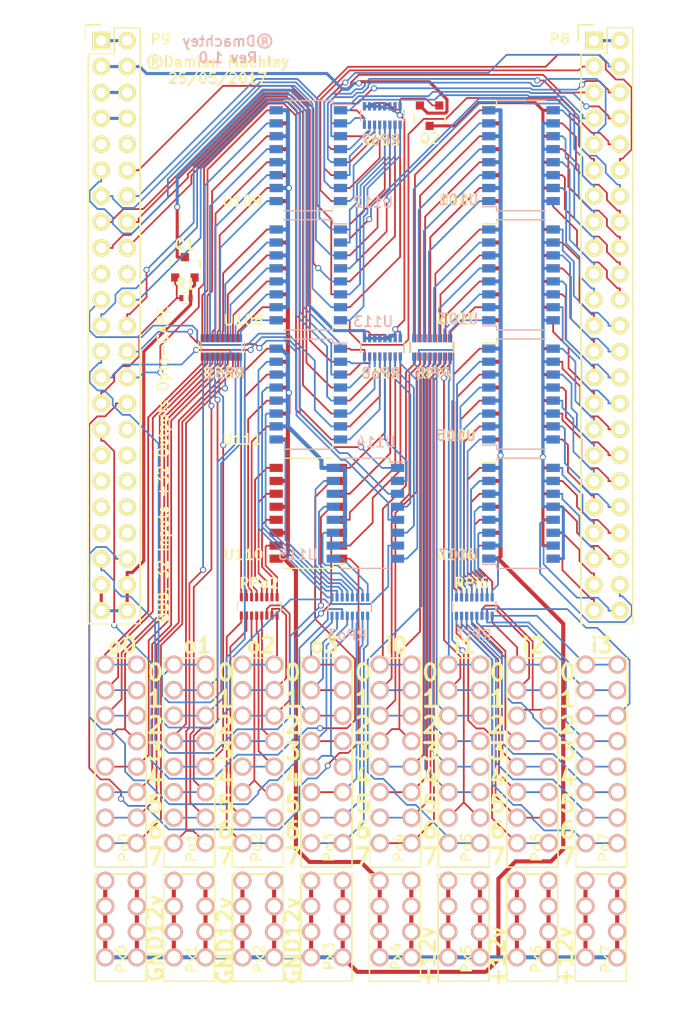
<source format=kicad_pcb>
(kicad_pcb (version 4) (host pcbnew 4.0.2+dfsg1-stable)
  (title_block (title "Domotics Cape") (date 2017-05-17) (rev 1.00) (company "Damian Machtey"))
  (layers (0 F.Cu signal) (31 B.Cu signal hide) (34 B.Paste user hide) (35 F.Paste user hide) (36 B.SilkS user hide) (37 F.SilkS user hide) (38 B.Mask user hide) (39 F.Mask user hide) (44 Edge.Cuts user))
  (net 0 "")
  (net 1 "Net-(Po1-Pad3)")
  (net 2 "Net-(Po1-Pad5)")
  (net 3 "Net-(Po1-Pad7)")
  (net 4 "Net-(Po2-Pad1)")
  (net 5 "Net-(Po2-Pad3)")
  (net 6 "Net-(Po2-Pad5)")
  (net 7 "Net-(Po2-Pad7)")
  (net 8 "Net-(Po3-Pad1)")
  (net 9 "Net-(Po3-Pad3)")
  (net 10 "Net-(Po3-Pad5)")
  (net 11 "Net-(Po3-Pad7)")
  (net 12 "Net-(Po4-Pad1)")
  (net 13 "Net-(Po4-Pad3)")
  (net 14 "Net-(Po4-Pad5)")
  (net 15 "Net-(Po4-Pad7)")
  (net 16 "Net-(Po5-Pad1)")
  (net 17 "Net-(Po5-Pad3)")
  (net 18 "Net-(Po5-Pad5)")
  (net 19 "Net-(Po5-Pad7)")
  (net 20 "Net-(Po6-Pad1)")
  (net 21 "Net-(Po6-Pad3)")
  (net 22 "Net-(Po6-Pad5)")
  (net 23 "Net-(Po6-Pad7)")
  (net 24 "Net-(Po7-Pad1)")
  (net 25 "Net-(Po7-Pad3)")
  (net 26 "Net-(Po7-Pad5)")
  (net 27 "Net-(Po7-Pad7)")
  (net 28 "Net-(Po1-Pad1)")
  (net 29 "Net-(Po1-Pad10)")
  (net 30 "Net-(Po1-Pad11)")
  (net 31 "Net-(Po1-Pad13)")
  (net 32 "Net-(Po1-Pad15)")
  (net 33 "Net-(Po2-Pad10)")
  (net 34 "Net-(Po2-Pad11)")
  (net 35 "Net-(Po2-Pad13)")
  (net 36 "Net-(Po2-Pad15)")
  (net 37 "Net-(Po3-Pad10)")
  (net 38 "Net-(Po3-Pad11)")
  (net 39 "Net-(Po3-Pad13)")
  (net 40 "Net-(Po3-Pad15)")
  (net 41 "Net-(Po4-Pad10)")
  (net 42 "Net-(Po4-Pad11)")
  (net 43 "Net-(Po4-Pad13)")
  (net 44 "Net-(Po4-Pad15)")
  (net 45 "Net-(Po5-Pad10)")
  (net 46 "Net-(Po5-Pad11)")
  (net 47 "Net-(Po5-Pad13)")
  (net 48 "Net-(Po5-Pad15)")
  (net 49 "Net-(Po6-Pad10)")
  (net 50 "Net-(Po6-Pad11)")
  (net 51 "Net-(Po6-Pad13)")
  (net 52 "Net-(Po6-Pad15)")
  (net 53 "Net-(Po7-Pad10)")
  (net 54 "Net-(Po7-Pad11)")
  (net 55 "Net-(Po7-Pad13)")
  (net 56 "Net-(Po7-Pad15)")
  (net 57 "Net-(Po0-Pad1)")
  (net 58 "Net-(Po0-Pad3)")
  (net 59 "Net-(Po0-Pad5)")
  (net 60 "Net-(Po0-Pad7)")
  (net 61 "Net-(Po0-Pad10)")
  (net 62 "Net-(Po0-Pad11)")
  (net 63 "Net-(Po0-Pad13)")
  (net 64 "Net-(Po0-Pad15)")
  (net 65 /GND2)
  (net 66 /GPIO1_6)
  (net 67 /GPIO1_7)
  (net 68 /GPIO1_2)
  (net 69 /GPIO1_3)
  (net 70 /GPIO2_2)
  (net 71 /GPIO2_3)
  (net 72 /GPIO2_5)
  (net 73 /GPIO2_4)
  (net 74 /GPIO1_13)
  (net 75 /GPIO1_12)
  (net 76 /GPIO0_23)
  (net 77 /GPIO0_26)
  (net 78 /GPIO1_15)
  (net 79 /GPIO1_14)
  (net 80 /GPIO0_27)
  (net 81 /GPIO2_1)
  (net 82 /GPIO0_22)
  (net 83 /GPIO1_31)
  (net 84 /GPIO1_30)
  (net 85 /GPIO1_5)
  (net 86 /GPIO1_4)
  (net 87 /GPIO1_1)
  (net 88 /GPIO1_0)
  (net 89 /GPIO1_29)
  (net 90 /GPIO2_22)
  (net 91 /GPIO2_24)
  (net 92 /GPIO2_23)
  (net 93 /GPIO2_25)
  (net 94 /GPIO0_10)
  (net 95 /GPIO0_11)
  (net 96 /GPIO0_9)
  (net 97 /GPIO2_17)
  (net 98 /GPIO0_8)
  (net 99 /GPIO2_16)
  (net 100 /GPIO2_14)
  (net 101 /GPIO2_15)
  (net 102 /GPIO2_12)
  (net 103 /GPIO2_13)
  (net 104 /GPIO2_10)
  (net 105 /GPIO2_11)
  (net 106 /GPIO2_8)
  (net 107 /GPIO2_9)
  (net 108 /GPIO2_6)
  (net 109 /GPIO2_7)
  (net 110 /GND1)
  (net 111 /DC_3.3Ve)
  (net 112 /VDD_5V)
  (net 113 /SYS_5V)
  (net 114 /PWR_BUT)
  (net 115 /SYS_RESETn)
  (net 116 /GPIO0_30)
  (net 117 /GPIO1_28)
  (net 118 /GPIO0_31)
  (net 119 /GPIO1_18)
  (net 120 /GPIO1_16)
  (net 121 /GPIO1_19)
  (net 122 /GPIO0_5)
  (net 123 /GPIO0_4)
  (net 124 /I2C2_SCL)
  (net 125 /I2C2_SDA)
  (net 126 /GPIO0_3)
  (net 127 /GPIO0_2)
  (net 128 /GPIO1_17)
  (net 129 /GPIO0_15)
  (net 130 /GPIO3_21)
  (net 131 /GPIO0_14)
  (net 132 /GPIO3_19)
  (net 133 /GPIO3_17)
  (net 134 /GPIO3_16)
  (net 135 /GPIO3_14)
  (net 136 /VADC)
  (net 137 /AIN4)
  (net 138 /AGND)
  (net 139 /AIN6)
  (net 140 /AIN5)
  (net 141 /AIN2)
  (net 142 /AIN3)
  (net 143 /AIN0)
  (net 144 /AIN1)
  (net 145 /GPIO0_20)
  (net 146 /GPIO0_7)
  (net 147 /GND3)
  (net 148 /GND12V)
  (net 149 /+12V)
  (net 150 /i4.1)
  (net 151 /i4.8)
  (net 152 /i4.2)
  (net 153 /i4.3)
  (net 154 /i4.4)
  (net 155 /i4.5)
  (net 156 /i4.6)
  (net 157 /i4.7)
  (net 158 /i5.1)
  (net 159 /i5.8)
  (net 160 /i5.2)
  (net 161 /i5.3)
  (net 162 /i5.4)
  (net 163 /i5.5)
  (net 164 /i5.6)
  (net 165 /i5.7)
  (net 166 /i6.1)
  (net 167 /i6.8)
  (net 168 /i6.2)
  (net 169 /i6.3)
  (net 170 /i6.4)
  (net 171 /i6.5)
  (net 172 /i6.6)
  (net 173 /i6.7)
  (net 174 /i7.1)
  (net 175 /i7.8)
  (net 176 /i7.2)
  (net 177 /i7.3)
  (net 178 /i7.4)
  (net 179 /i7.5)
  (net 180 /i7.6)
  (net 181 /i7.7)
  (net 182 /3.3Vg)
  (net 183 /o0.4)
  (net 184 /o0.5)
  (net 185 /o0.3)
  (net 186 /o0.2)
  (net 187 /o0.1)
  (net 188 /o0.8)
  (net 189 /o0.7)
  (net 190 /o0.6)
  (net 191 /o1.4)
  (net 192 /o1.5)
  (net 193 /o1.3)
  (net 194 /o1.2)
  (net 195 /o1.1)
  (net 196 /o1.8)
  (net 197 /o1.7)
  (net 198 /o1.6)
  (net 199 /o2.4)
  (net 200 /o2.5)
  (net 201 /o2.3)
  (net 202 /o2.2)
  (net 203 /o2.1)
  (net 204 /o2.8)
  (net 205 /o2.7)
  (net 206 /o2.6)
  (net 207 /o3.4)
  (net 208 /o3.5)
  (net 209 /o3.3)
  (net 210 /o3.2)
  (net 211 /o3.1)
  (net 212 /o3.8)
  (net 213 /o3.7)
  (net 214 /o3.6)
  (net 215 "Net-(RPo5-Pad1)")
  (net 216 "Net-(RPo5-Pad8)")
  (net 217 "Net-(RPo5-Pad2)")
  (net 218 "Net-(RPo5-Pad3)")
  (net 219 "Net-(RPo5-Pad4)")
  (net 220 "Net-(RPo5-Pad5)")
  (net 221 "Net-(RPo5-Pad6)")
  (net 222 "Net-(RPo5-Pad7)")
  (net 223 "Net-(RPo6-Pad1)")
  (net 224 "Net-(RPo6-Pad8)")
  (net 225 "Net-(RPo6-Pad2)")
  (net 226 "Net-(RPo6-Pad3)")
  (net 227 "Net-(RPo6-Pad4)")
  (net 228 "Net-(RPo6-Pad5)")
  (net 229 "Net-(RPo6-Pad6)")
  (net 230 "Net-(RPo6-Pad7)")
  (net 231 "Net-(RPo7-Pad1)")
  (net 232 "Net-(RPo7-Pad8)")
  (net 233 "Net-(RPo7-Pad2)")
  (net 234 "Net-(RPo7-Pad3)")
  (net 235 "Net-(RPo7-Pad4)")
  (net 236 "Net-(RPo7-Pad5)")
  (net 237 "Net-(RPo7-Pad6)")
  (net 238 "Net-(RPo7-Pad7)")
  (net 239 "Net-(RPo8-Pad1)")
  (net 240 "Net-(RPo8-Pad8)")
  (net 241 "Net-(RPo8-Pad2)")
  (net 242 "Net-(RPo8-Pad3)")
  (net 243 "Net-(RPo8-Pad4)")
  (net 244 "Net-(RPo8-Pad5)")
  (net 245 "Net-(RPo8-Pad6)")
  (net 246 "Net-(RPo8-Pad7)")
  (net 247 /GND1g)
  (net 248 /GPIO3_15)
  (module Socket_BeagleBone_Black:Socket_BeagleBone_Black (layer F.Cu) (at 164.63 62.3824)
    (fp_text reference P8 (at -3.34 -0.1524) (layer F.SilkS) (effects (font (thickness 0.17))))
    (fp_text value BeagleBone_Black_Header)
    (pad 1 thru_hole rect (at 0 0) (size 1.7272 1.7272) (drill 1.016) (layers *.Cu *.Mask F.SilkS) (net 65 /GND2))
    (pad 2 thru_hole oval (at 2.54 0) (size 1.7272 1.7272) (drill 1.016) (layers *.Cu *.Mask F.SilkS) (net 65 /GND2))
    (pad 3 thru_hole oval (at 0 2.54) (size 1.7272 1.7272) (drill 1.016) (layers *.Cu *.Mask F.SilkS) (net 66 /GPIO1_6))
    (pad 4 thru_hole oval (at 2.54 2.54) (size 1.7272 1.7272) (drill 1.016) (layers *.Cu *.Mask F.SilkS) (net 67 /GPIO1_7))
    (pad 5 thru_hole oval (at 0 5.08) (size 1.7272 1.7272) (drill 1.016) (layers *.Cu *.Mask F.SilkS) (net 68 /GPIO1_2))
    (pad 6 thru_hole oval (at 2.54 5.08) (size 1.7272 1.7272) (drill 1.016) (layers *.Cu *.Mask F.SilkS) (net 69 /GPIO1_3))
    (pad 7 thru_hole oval (at 0 7.62) (size 1.7272 1.7272) (drill 1.016) (layers *.Cu *.Mask F.SilkS) (net 70 /GPIO2_2))
    (pad 8 thru_hole oval (at 2.54 7.62) (size 1.7272 1.7272) (drill 1.016) (layers *.Cu *.Mask F.SilkS) (net 71 /GPIO2_3))
    (pad 9 thru_hole oval (at 0 10.16) (size 1.7272 1.7272) (drill 1.016) (layers *.Cu *.Mask F.SilkS) (net 72 /GPIO2_5))
    (pad 10 thru_hole oval (at 2.54 10.16) (size 1.7272 1.7272) (drill 1.016) (layers *.Cu *.Mask F.SilkS) (net 73 /GPIO2_4))
    (pad 11 thru_hole oval (at 0 12.7) (size 1.7272 1.7272) (drill 1.016) (layers *.Cu *.Mask F.SilkS) (net 74 /GPIO1_13))
    (pad 12 thru_hole oval (at 2.54 12.7) (size 1.7272 1.7272) (drill 1.016) (layers *.Cu *.Mask F.SilkS) (net 75 /GPIO1_12))
    (pad 13 thru_hole oval (at 0 15.24) (size 1.7272 1.7272) (drill 1.016) (layers *.Cu *.Mask F.SilkS) (net 76 /GPIO0_23))
    (pad 14 thru_hole oval (at 2.54 15.24) (size 1.7272 1.7272) (drill 1.016) (layers *.Cu *.Mask F.SilkS) (net 77 /GPIO0_26))
    (pad 15 thru_hole oval (at 0 17.78) (size 1.7272 1.7272) (drill 1.016) (layers *.Cu *.Mask F.SilkS) (net 78 /GPIO1_15))
    (pad 16 thru_hole oval (at 2.54 17.78) (size 1.7272 1.7272) (drill 1.016) (layers *.Cu *.Mask F.SilkS) (net 79 /GPIO1_14))
    (pad 17 thru_hole oval (at 0 20.32) (size 1.7272 1.7272) (drill 1.016) (layers *.Cu *.Mask F.SilkS) (net 80 /GPIO0_27))
    (pad 18 thru_hole oval (at 2.54 20.32) (size 1.7272 1.7272) (drill 1.016) (layers *.Cu *.Mask F.SilkS) (net 81 /GPIO2_1))
    (pad 19 thru_hole oval (at 0 22.86) (size 1.7272 1.7272) (drill 1.016) (layers *.Cu *.Mask F.SilkS) (net 82 /GPIO0_22))
    (pad 20 thru_hole oval (at 2.54 22.86) (size 1.7272 1.7272) (drill 1.016) (layers *.Cu *.Mask F.SilkS) (net 83 /GPIO1_31))
    (pad 21 thru_hole oval (at 0 25.4) (size 1.7272 1.7272) (drill 1.016) (layers *.Cu *.Mask F.SilkS) (net 84 /GPIO1_30))
    (pad 22 thru_hole oval (at 2.54 25.4) (size 1.7272 1.7272) (drill 1.016) (layers *.Cu *.Mask F.SilkS) (net 85 /GPIO1_5))
    (pad 23 thru_hole oval (at 0 27.94) (size 1.7272 1.7272) (drill 1.016) (layers *.Cu *.Mask F.SilkS) (net 86 /GPIO1_4))
    (pad 24 thru_hole oval (at 2.54 27.94) (size 1.7272 1.7272) (drill 1.016) (layers *.Cu *.Mask F.SilkS) (net 87 /GPIO1_1))
    (pad 25 thru_hole oval (at 0 30.48) (size 1.7272 1.7272) (drill 1.016) (layers *.Cu *.Mask F.SilkS) (net 88 /GPIO1_0))
    (pad 26 thru_hole oval (at 2.54 30.48) (size 1.7272 1.7272) (drill 1.016) (layers *.Cu *.Mask F.SilkS) (net 89 /GPIO1_29))
    (pad 27 thru_hole oval (at 0 33.02) (size 1.7272 1.7272) (drill 1.016) (layers *.Cu *.Mask F.SilkS) (net 90 /GPIO2_22))
    (pad 28 thru_hole oval (at 2.54 33.02) (size 1.7272 1.7272) (drill 1.016) (layers *.Cu *.Mask F.SilkS) (net 91 /GPIO2_24))
    (pad 29 thru_hole oval (at 0 35.56) (size 1.7272 1.7272) (drill 1.016) (layers *.Cu *.Mask F.SilkS) (net 92 /GPIO2_23))
    (pad 30 thru_hole oval (at 2.54 35.56) (size 1.7272 1.7272) (drill 1.016) (layers *.Cu *.Mask F.SilkS) (net 93 /GPIO2_25))
    (pad 31 thru_hole oval (at 0 38.1) (size 1.7272 1.7272) (drill 1.016) (layers *.Cu *.Mask F.SilkS) (net 94 /GPIO0_10))
    (pad 32 thru_hole oval (at 2.54 38.1) (size 1.7272 1.7272) (drill 1.016) (layers *.Cu *.Mask F.SilkS) (net 95 /GPIO0_11))
    (pad 33 thru_hole oval (at 0 40.64) (size 1.7272 1.7272) (drill 1.016) (layers *.Cu *.Mask F.SilkS) (net 96 /GPIO0_9))
    (pad 34 thru_hole oval (at 2.54 40.64) (size 1.7272 1.7272) (drill 1.016) (layers *.Cu *.Mask F.SilkS) (net 97 /GPIO2_17))
    (pad 35 thru_hole oval (at 0 43.18) (size 1.7272 1.7272) (drill 1.016) (layers *.Cu *.Mask F.SilkS) (net 98 /GPIO0_8))
    (pad 36 thru_hole oval (at 2.54 43.18) (size 1.7272 1.7272) (drill 1.016) (layers *.Cu *.Mask F.SilkS) (net 99 /GPIO2_16))
    (pad 37 thru_hole oval (at 0 45.72) (size 1.7272 1.7272) (drill 1.016) (layers *.Cu *.Mask F.SilkS) (net 100 /GPIO2_14))
    (pad 38 thru_hole oval (at 2.54 45.72) (size 1.7272 1.7272) (drill 1.016) (layers *.Cu *.Mask F.SilkS) (net 101 /GPIO2_15))
    (pad 39 thru_hole oval (at 0 48.26) (size 1.7272 1.7272) (drill 1.016) (layers *.Cu *.Mask F.SilkS) (net 102 /GPIO2_12))
    (pad 40 thru_hole oval (at 2.54 48.26) (size 1.7272 1.7272) (drill 1.016) (layers *.Cu *.Mask F.SilkS) (net 103 /GPIO2_13))
    (pad 41 thru_hole oval (at 0 50.8) (size 1.7272 1.7272) (drill 1.016) (layers *.Cu *.Mask F.SilkS) (net 104 /GPIO2_10))
    (pad 42 thru_hole oval (at 2.54 50.8) (size 1.7272 1.7272) (drill 1.016) (layers *.Cu *.Mask F.SilkS) (net 105 /GPIO2_11))
    (pad 43 thru_hole oval (at 0 53.34) (size 1.7272 1.7272) (drill 1.016) (layers *.Cu *.Mask F.SilkS) (net 106 /GPIO2_8))
    (pad 44 thru_hole oval (at 2.54 53.34) (size 1.7272 1.7272) (drill 1.016) (layers *.Cu *.Mask F.SilkS) (net 107 /GPIO2_9))
    (pad 45 thru_hole oval (at 0 55.88) (size 1.7272 1.7272) (drill 1.016) (layers *.Cu *.Mask F.SilkS) (net 108 /GPIO2_6))
    (pad 46 thru_hole oval (at 2.54 55.88) (size 1.7272 1.7272) (drill 1.016) (layers *.Cu *.Mask F.SilkS) (net 109 /GPIO2_7))
  )
  (module Socket_BeagleBone_Black:Socket_BeagleBone_Black (layer F.Cu) (at 116.37 62.3824)
    (fp_text reference P9 (at 5.804 -0.1524) (layer F.SilkS) (effects (font (thickness 0.17))))
    (fp_text value BeagleBone_Black_Header)
    (pad 1 thru_hole rect (at 0 0) (size 1.7272 1.7272) (drill 1.016) (layers *.Cu *.Mask F.SilkS) (net 110 /GND1))
    (pad 2 thru_hole oval (at 2.54 0) (size 1.7272 1.7272) (drill 1.016) (layers *.Cu *.Mask F.SilkS) (net 110 /GND1))
    (pad 3 thru_hole oval (at 0 2.54) (size 1.7272 1.7272) (drill 1.016) (layers *.Cu *.Mask F.SilkS) (net 111 /DC_3.3Ve))
    (pad 4 thru_hole oval (at 2.54 2.54) (size 1.7272 1.7272) (drill 1.016) (layers *.Cu *.Mask F.SilkS) (net 111 /DC_3.3Ve))
    (pad 5 thru_hole oval (at 0 5.08) (size 1.7272 1.7272) (drill 1.016) (layers *.Cu *.Mask F.SilkS) (net 112 /VDD_5V))
    (pad 6 thru_hole oval (at 2.54 5.08) (size 1.7272 1.7272) (drill 1.016) (layers *.Cu *.Mask F.SilkS) (net 112 /VDD_5V))
    (pad 7 thru_hole oval (at 0 7.62) (size 1.7272 1.7272) (drill 1.016) (layers *.Cu *.Mask F.SilkS) (net 113 /SYS_5V))
    (pad 8 thru_hole oval (at 2.54 7.62) (size 1.7272 1.7272) (drill 1.016) (layers *.Cu *.Mask F.SilkS) (net 113 /SYS_5V))
    (pad 9 thru_hole oval (at 0 10.16) (size 1.7272 1.7272) (drill 1.016) (layers *.Cu *.Mask F.SilkS) (net 114 /PWR_BUT))
    (pad 10 thru_hole oval (at 2.54 10.16) (size 1.7272 1.7272) (drill 1.016) (layers *.Cu *.Mask F.SilkS) (net 115 /SYS_RESETn))
    (pad 11 thru_hole oval (at 0 12.7) (size 1.7272 1.7272) (drill 1.016) (layers *.Cu *.Mask F.SilkS) (net 116 /GPIO0_30))
    (pad 12 thru_hole oval (at 2.54 12.7) (size 1.7272 1.7272) (drill 1.016) (layers *.Cu *.Mask F.SilkS) (net 117 /GPIO1_28))
    (pad 13 thru_hole oval (at 0 15.24) (size 1.7272 1.7272) (drill 1.016) (layers *.Cu *.Mask F.SilkS) (net 118 /GPIO0_31))
    (pad 14 thru_hole oval (at 2.54 15.24) (size 1.7272 1.7272) (drill 1.016) (layers *.Cu *.Mask F.SilkS) (net 119 /GPIO1_18))
    (pad 15 thru_hole oval (at 0 17.78) (size 1.7272 1.7272) (drill 1.016) (layers *.Cu *.Mask F.SilkS) (net 120 /GPIO1_16))
    (pad 16 thru_hole oval (at 2.54 17.78) (size 1.7272 1.7272) (drill 1.016) (layers *.Cu *.Mask F.SilkS) (net 121 /GPIO1_19))
    (pad 17 thru_hole oval (at 0 20.32) (size 1.7272 1.7272) (drill 1.016) (layers *.Cu *.Mask F.SilkS) (net 122 /GPIO0_5))
    (pad 18 thru_hole oval (at 2.54 20.32) (size 1.7272 1.7272) (drill 1.016) (layers *.Cu *.Mask F.SilkS) (net 123 /GPIO0_4))
    (pad 19 thru_hole oval (at 0 22.86) (size 1.7272 1.7272) (drill 1.016) (layers *.Cu *.Mask F.SilkS) (net 124 /I2C2_SCL))
    (pad 20 thru_hole oval (at 2.54 22.86) (size 1.7272 1.7272) (drill 1.016) (layers *.Cu *.Mask F.SilkS) (net 125 /I2C2_SDA))
    (pad 21 thru_hole oval (at 0 25.4) (size 1.7272 1.7272) (drill 1.016) (layers *.Cu *.Mask F.SilkS) (net 126 /GPIO0_3))
    (pad 22 thru_hole oval (at 2.54 25.4) (size 1.7272 1.7272) (drill 1.016) (layers *.Cu *.Mask F.SilkS) (net 127 /GPIO0_2))
    (pad 23 thru_hole oval (at 0 27.94) (size 1.7272 1.7272) (drill 1.016) (layers *.Cu *.Mask F.SilkS) (net 128 /GPIO1_17))
    (pad 24 thru_hole oval (at 2.54 27.94) (size 1.7272 1.7272) (drill 1.016) (layers *.Cu *.Mask F.SilkS) (net 129 /GPIO0_15))
    (pad 25 thru_hole oval (at 0 30.48) (size 1.7272 1.7272) (drill 1.016) (layers *.Cu *.Mask F.SilkS) (net 130 /GPIO3_21))
    (pad 26 thru_hole oval (at 2.54 30.48) (size 1.7272 1.7272) (drill 1.016) (layers *.Cu *.Mask F.SilkS) (net 131 /GPIO0_14))
    (pad 27 thru_hole oval (at 0 33.02) (size 1.7272 1.7272) (drill 1.016) (layers *.Cu *.Mask F.SilkS) (net 132 /GPIO3_19))
    (pad 28 thru_hole oval (at 2.54 33.02) (size 1.7272 1.7272) (drill 1.016) (layers *.Cu *.Mask F.SilkS) (net 133 /GPIO3_17))
    (pad 29 thru_hole oval (at 0 35.56) (size 1.7272 1.7272) (drill 1.016) (layers *.Cu *.Mask F.SilkS) (net 248 /GPIO3_15))
    (pad 30 thru_hole oval (at 2.54 35.56) (size 1.7272 1.7272) (drill 1.016) (layers *.Cu *.Mask F.SilkS) (net 134 /GPIO3_16))
    (pad 31 thru_hole oval (at 0 38.1) (size 1.7272 1.7272) (drill 1.016) (layers *.Cu *.Mask F.SilkS) (net 135 /GPIO3_14))
    (pad 32 thru_hole oval (at 2.54 38.1) (size 1.7272 1.7272) (drill 1.016) (layers *.Cu *.Mask F.SilkS) (net 136 /VADC))
    (pad 33 thru_hole oval (at 0 40.64) (size 1.7272 1.7272) (drill 1.016) (layers *.Cu *.Mask F.SilkS) (net 137 /AIN4))
    (pad 34 thru_hole oval (at 2.54 40.64) (size 1.7272 1.7272) (drill 1.016) (layers *.Cu *.Mask F.SilkS) (net 138 /AGND))
    (pad 35 thru_hole oval (at 0 43.18) (size 1.7272 1.7272) (drill 1.016) (layers *.Cu *.Mask F.SilkS) (net 139 /AIN6))
    (pad 36 thru_hole oval (at 2.54 43.18) (size 1.7272 1.7272) (drill 1.016) (layers *.Cu *.Mask F.SilkS) (net 140 /AIN5))
    (pad 37 thru_hole oval (at 0 45.72) (size 1.7272 1.7272) (drill 1.016) (layers *.Cu *.Mask F.SilkS) (net 141 /AIN2))
    (pad 38 thru_hole oval (at 2.54 45.72) (size 1.7272 1.7272) (drill 1.016) (layers *.Cu *.Mask F.SilkS) (net 142 /AIN3))
    (pad 39 thru_hole oval (at 0 48.26) (size 1.7272 1.7272) (drill 1.016) (layers *.Cu *.Mask F.SilkS) (net 143 /AIN0))
    (pad 40 thru_hole oval (at 2.54 48.26) (size 1.7272 1.7272) (drill 1.016) (layers *.Cu *.Mask F.SilkS) (net 144 /AIN1))
    (pad 41 thru_hole oval (at 0 50.8) (size 1.7272 1.7272) (drill 1.016) (layers *.Cu *.Mask F.SilkS) (net 145 /GPIO0_20))
    (pad 42 thru_hole oval (at 2.54 50.8) (size 1.7272 1.7272) (drill 1.016) (layers *.Cu *.Mask F.SilkS) (net 146 /GPIO0_7))
    (pad 43 thru_hole oval (at 0 53.34) (size 1.7272 1.7272) (drill 1.016) (layers *.Cu *.Mask F.SilkS) (net 147 /GND3))
    (pad 44 thru_hole oval (at 2.54 53.34) (size 1.7272 1.7272) (drill 1.016) (layers *.Cu *.Mask F.SilkS) (net 147 /GND3))
    (pad 45 thru_hole oval (at 0 55.88) (size 1.7272 1.7272) (drill 1.016) (layers *.Cu *.Mask F.SilkS) (net 147 /GND3))
    (pad 46 thru_hole oval (at 2.54 55.88) (size 1.7272 1.7272) (drill 1.016) (layers *.Cu *.Mask F.SilkS) (net 147 /GND3))
  )
  (module Connectors_Phoenix:Phoenix_PTSM05_4-2.5_thr (layer F.Cu) (at 157.08 144.74 270)
    (fp_text reference Px6 (at 7.66 -1.924 450) (layer F.SilkS) (effects (font (thickness 0.17))))
    (fp_text value Ph-1770979 hide)
    (pad 1 thru_hole circle (at 0 0 270) (size 1.8 1.8) (drill 1.25) (layers *.Cu *.Mask B.SilkS) (net 149 /+12V))
    (pad 2 thru_hole circle (at 0 -3.1 270) (size 1.8 1.8) (drill 1.25) (layers *.Cu *.Mask B.SilkS) (net 149 /+12V))
    (pad 3 thru_hole circle (at 2.5 0 270) (size 1.8 1.8) (drill 1.25) (layers *.Cu *.Mask B.SilkS) (net 149 /+12V))
    (pad 4 thru_hole circle (at 2.5 -3.1 270) (size 1.8 1.8) (drill 1.25) (layers *.Cu *.Mask B.SilkS) (net 149 /+12V))
    (pad 5 thru_hole circle (at 5 0 270) (size 1.8 1.8) (drill 1.25) (layers *.Cu *.Mask B.SilkS) (net 149 /+12V))
    (pad 6 thru_hole circle (at 5 -3.1 270) (size 1.8 1.8) (drill 1.25) (layers *.Cu *.Mask B.SilkS) (net 149 /+12V))
    (pad 7 thru_hole circle (at 7.5 0 270) (size 1.8 1.8) (drill 1.25) (layers *.Cu *.Mask B.SilkS) (net 149 /+12V))
    (pad 8 thru_hole circle (at 7.5 -3.1 270) (size 1.8 1.8) (drill 1.25) (layers *.Cu *.Mask B.SilkS) (net 149 /+12V))
  )
  (module Connectors_Phoenix:Phoenix_PTSM05_4-2.5_thr (layer F.Cu) (at 163.8 144.74 270)
    (fp_text reference Px7 (at 7.66 -2.062 450) (layer F.SilkS) (effects (font (thickness 0.17))))
    (fp_text value Ph-1770979 hide)
    (pad 1 thru_hole circle (at 0 0 270) (size 1.8 1.8) (drill 1.25) (layers *.Cu *.Mask B.SilkS) (net 149 /+12V))
    (pad 2 thru_hole circle (at 0 -3.1 270) (size 1.8 1.8) (drill 1.25) (layers *.Cu *.Mask B.SilkS) (net 149 /+12V))
    (pad 3 thru_hole circle (at 2.5 0 270) (size 1.8 1.8) (drill 1.25) (layers *.Cu *.Mask B.SilkS) (net 149 /+12V))
    (pad 4 thru_hole circle (at 2.5 -3.1 270) (size 1.8 1.8) (drill 1.25) (layers *.Cu *.Mask B.SilkS) (net 149 /+12V))
    (pad 5 thru_hole circle (at 5 0 270) (size 1.8 1.8) (drill 1.25) (layers *.Cu *.Mask B.SilkS) (net 149 /+12V))
    (pad 6 thru_hole circle (at 5 -3.1 270) (size 1.8 1.8) (drill 1.25) (layers *.Cu *.Mask B.SilkS) (net 149 /+12V))
    (pad 7 thru_hole circle (at 7.5 0 270) (size 1.8 1.8) (drill 1.25) (layers *.Cu *.Mask B.SilkS) (net 149 /+12V))
    (pad 8 thru_hole circle (at 7.5 -3.1 270) (size 1.8 1.8) (drill 1.25) (layers *.Cu *.Mask B.SilkS) (net 149 /+12V))
  )
  (module Resistors_SMD:R_Array_Convex_8x0602 (layer B.Cu) (at 152.91 117.86 270)
    (fp_text reference RPi7 (at 2.794 0 360) (layer B.SilkS) (effects (font (thickness 0.17)) (justify mirror)))
    (fp_text value YC248-JR-074K7L)
    (pad 1 smd rect (at -0.9 1.75 270) (size 0.8 0.3) (layers B.Cu B.Paste B.Mask) (net 154 /i4.4))
    (pad 16 smd rect (at 0.9 1.75 270) (size 0.8 0.3) (layers B.Cu B.Paste B.Mask) (net 56 "Net-(Po7-Pad15)"))
    (pad 8 smd rect (at -0.9 -1.75 270) (size 0.8 0.3) (layers B.Cu B.Paste B.Mask) (net 155 /i4.5))
    (pad 9 smd rect (at 0.9 -1.75 270) (size 0.8 0.3) (layers B.Cu B.Paste B.Mask) (net 24 "Net-(Po7-Pad1)"))
    (pad 2 smd rect (at -0.9 1.25 270) (size 0.8 0.3) (layers B.Cu B.Paste B.Mask) (net 153 /i4.3))
    (pad 3 smd rect (at -0.9 0.75 270) (size 0.8 0.3) (layers B.Cu B.Paste B.Mask) (net 152 /i4.2))
    (pad 4 smd rect (at -0.9 0.25 270) (size 0.8 0.3) (layers B.Cu B.Paste B.Mask) (net 150 /i4.1))
    (pad 5 smd rect (at -0.9 -0.25 270) (size 0.8 0.3) (layers B.Cu B.Paste B.Mask) (net 151 /i4.8))
    (pad 6 smd rect (at -0.9 -0.75 270) (size 0.8 0.3) (layers B.Cu B.Paste B.Mask) (net 157 /i4.7))
    (pad 7 smd rect (at -0.9 -1.25 270) (size 0.8 0.3) (layers B.Cu B.Paste B.Mask) (net 156 /i4.6))
    (pad 15 smd rect (at 0.9 1.25 270) (size 0.8 0.3) (layers B.Cu B.Paste B.Mask) (net 55 "Net-(Po7-Pad13)"))
    (pad 14 smd rect (at 0.9 0.75 270) (size 0.8 0.3) (layers B.Cu B.Paste B.Mask) (net 54 "Net-(Po7-Pad11)"))
    (pad 13 smd rect (at 0.9 0.25 270) (size 0.8 0.3) (layers B.Cu B.Paste B.Mask) (net 53 "Net-(Po7-Pad10)"))
    (pad 11 smd rect (at 0.9 -0.75 270) (size 0.8 0.3) (layers B.Cu B.Paste B.Mask) (net 26 "Net-(Po7-Pad5)"))
    (pad 12 smd rect (at 0.9 -0.25 270) (size 0.8 0.3) (layers B.Cu B.Paste B.Mask) (net 27 "Net-(Po7-Pad7)"))
    (pad 10 smd rect (at 0.9 -1.25 270) (size 0.8 0.3) (layers B.Cu B.Paste B.Mask) (net 25 "Net-(Po7-Pad3)"))
  )
  (module Resistors_SMD:R_Array_Convex_8x0602 (layer F.Cu) (at 152.91 117.86 270)
    (fp_text reference RPi6 (at -2.29 0.256 360) (layer F.SilkS) (effects (font (thickness 0.17))))
    (fp_text value YC248-JR-074K7L)
    (pad 1 smd rect (at -0.9 -1.75 270) (size 0.8 0.3) (layers F.Cu F.Paste F.Mask) (net 159 /i5.8))
    (pad 16 smd rect (at 0.9 -1.75 270) (size 0.8 0.3) (layers F.Cu F.Paste F.Mask) (net 20 "Net-(Po6-Pad1)"))
    (pad 8 smd rect (at -0.9 1.75 270) (size 0.8 0.3) (layers F.Cu F.Paste F.Mask) (net 158 /i5.1))
    (pad 9 smd rect (at 0.9 1.75 270) (size 0.8 0.3) (layers F.Cu F.Paste F.Mask) (net 52 "Net-(Po6-Pad15)"))
    (pad 2 smd rect (at -0.9 -1.25 270) (size 0.8 0.3) (layers F.Cu F.Paste F.Mask) (net 165 /i5.7))
    (pad 3 smd rect (at -0.9 -0.75 270) (size 0.8 0.3) (layers F.Cu F.Paste F.Mask) (net 164 /i5.6))
    (pad 4 smd rect (at -0.9 -0.25 270) (size 0.8 0.3) (layers F.Cu F.Paste F.Mask) (net 163 /i5.5))
    (pad 5 smd rect (at -0.9 0.25 270) (size 0.8 0.3) (layers F.Cu F.Paste F.Mask) (net 162 /i5.4))
    (pad 6 smd rect (at -0.9 0.75 270) (size 0.8 0.3) (layers F.Cu F.Paste F.Mask) (net 161 /i5.3))
    (pad 7 smd rect (at -0.9 1.25 270) (size 0.8 0.3) (layers F.Cu F.Paste F.Mask) (net 160 /i5.2))
    (pad 15 smd rect (at 0.9 -1.25 270) (size 0.8 0.3) (layers F.Cu F.Paste F.Mask) (net 21 "Net-(Po6-Pad3)"))
    (pad 14 smd rect (at 0.9 -0.75 270) (size 0.8 0.3) (layers F.Cu F.Paste F.Mask) (net 22 "Net-(Po6-Pad5)"))
    (pad 13 smd rect (at 0.9 -0.25 270) (size 0.8 0.3) (layers F.Cu F.Paste F.Mask) (net 23 "Net-(Po6-Pad7)"))
    (pad 11 smd rect (at 0.9 0.75 270) (size 0.8 0.3) (layers F.Cu F.Paste F.Mask) (net 50 "Net-(Po6-Pad11)"))
    (pad 12 smd rect (at 0.9 0.25 270) (size 0.8 0.3) (layers F.Cu F.Paste F.Mask) (net 49 "Net-(Po6-Pad10)"))
    (pad 10 smd rect (at 0.9 1.25 270) (size 0.8 0.3) (layers F.Cu F.Paste F.Mask) (net 51 "Net-(Po6-Pad13)"))
  )
  (module Resistors_SMD:R_Array_Convex_8x0602 (layer B.Cu) (at 148.717 92.456 270)
    (fp_text reference RPi5 (at 2.54 -0.127 360) (layer B.SilkS) (effects (font (thickness 0.17)) (justify mirror)))
    (fp_text value YC248-JR-074K7L)
    (pad 1 smd rect (at -0.9 1.75 270) (size 0.8 0.3) (layers B.Cu B.Paste B.Mask) (net 170 /i6.4))
    (pad 16 smd rect (at 0.9 1.75 270) (size 0.8 0.3) (layers B.Cu B.Paste B.Mask) (net 48 "Net-(Po5-Pad15)"))
    (pad 8 smd rect (at -0.9 -1.75 270) (size 0.8 0.3) (layers B.Cu B.Paste B.Mask) (net 171 /i6.5))
    (pad 9 smd rect (at 0.9 -1.75 270) (size 0.8 0.3) (layers B.Cu B.Paste B.Mask) (net 16 "Net-(Po5-Pad1)"))
    (pad 2 smd rect (at -0.9 1.25 270) (size 0.8 0.3) (layers B.Cu B.Paste B.Mask) (net 169 /i6.3))
    (pad 3 smd rect (at -0.9 0.75 270) (size 0.8 0.3) (layers B.Cu B.Paste B.Mask) (net 168 /i6.2))
    (pad 4 smd rect (at -0.9 0.25 270) (size 0.8 0.3) (layers B.Cu B.Paste B.Mask) (net 166 /i6.1))
    (pad 5 smd rect (at -0.9 -0.25 270) (size 0.8 0.3) (layers B.Cu B.Paste B.Mask) (net 167 /i6.8))
    (pad 6 smd rect (at -0.9 -0.75 270) (size 0.8 0.3) (layers B.Cu B.Paste B.Mask) (net 173 /i6.7))
    (pad 7 smd rect (at -0.9 -1.25 270) (size 0.8 0.3) (layers B.Cu B.Paste B.Mask) (net 172 /i6.6))
    (pad 15 smd rect (at 0.9 1.25 270) (size 0.8 0.3) (layers B.Cu B.Paste B.Mask) (net 47 "Net-(Po5-Pad13)"))
    (pad 14 smd rect (at 0.9 0.75 270) (size 0.8 0.3) (layers B.Cu B.Paste B.Mask) (net 46 "Net-(Po5-Pad11)"))
    (pad 13 smd rect (at 0.9 0.25 270) (size 0.8 0.3) (layers B.Cu B.Paste B.Mask) (net 45 "Net-(Po5-Pad10)"))
    (pad 11 smd rect (at 0.9 -0.75 270) (size 0.8 0.3) (layers B.Cu B.Paste B.Mask) (net 18 "Net-(Po5-Pad5)"))
    (pad 12 smd rect (at 0.9 -0.25 270) (size 0.8 0.3) (layers B.Cu B.Paste B.Mask) (net 19 "Net-(Po5-Pad7)"))
    (pad 10 smd rect (at 0.9 -1.25 270) (size 0.8 0.3) (layers B.Cu B.Paste B.Mask) (net 17 "Net-(Po5-Pad3)"))
  )
  (module Resistors_SMD:R_Array_Convex_8x0602 (layer F.Cu) (at 148.844 92.456 270)
    (fp_text reference RPi4 (at 2.54 -0.127 360) (layer F.SilkS) (effects (font (thickness 0.17))))
    (fp_text value YC248-JR-074K7L)
    (pad 1 smd rect (at -0.9 -1.75 270) (size 0.8 0.3) (layers F.Cu F.Paste F.Mask) (net 175 /i7.8))
    (pad 16 smd rect (at 0.9 -1.75 270) (size 0.8 0.3) (layers F.Cu F.Paste F.Mask) (net 44 "Net-(Po4-Pad15)"))
    (pad 8 smd rect (at -0.9 1.75 270) (size 0.8 0.3) (layers F.Cu F.Paste F.Mask) (net 174 /i7.1))
    (pad 9 smd rect (at 0.9 1.75 270) (size 0.8 0.3) (layers F.Cu F.Paste F.Mask) (net 12 "Net-(Po4-Pad1)"))
    (pad 2 smd rect (at -0.9 -1.25 270) (size 0.8 0.3) (layers F.Cu F.Paste F.Mask) (net 181 /i7.7))
    (pad 3 smd rect (at -0.9 -0.75 270) (size 0.8 0.3) (layers F.Cu F.Paste F.Mask) (net 180 /i7.6))
    (pad 4 smd rect (at -0.9 -0.25 270) (size 0.8 0.3) (layers F.Cu F.Paste F.Mask) (net 179 /i7.5))
    (pad 5 smd rect (at -0.9 0.25 270) (size 0.8 0.3) (layers F.Cu F.Paste F.Mask) (net 178 /i7.4))
    (pad 6 smd rect (at -0.9 0.75 270) (size 0.8 0.3) (layers F.Cu F.Paste F.Mask) (net 177 /i7.3))
    (pad 7 smd rect (at -0.9 1.25 270) (size 0.8 0.3) (layers F.Cu F.Paste F.Mask) (net 176 /i7.2))
    (pad 15 smd rect (at 0.9 -1.25 270) (size 0.8 0.3) (layers F.Cu F.Paste F.Mask) (net 43 "Net-(Po4-Pad13)"))
    (pad 14 smd rect (at 0.9 -0.75 270) (size 0.8 0.3) (layers F.Cu F.Paste F.Mask) (net 42 "Net-(Po4-Pad11)"))
    (pad 13 smd rect (at 0.9 -0.25 270) (size 0.8 0.3) (layers F.Cu F.Paste F.Mask) (net 41 "Net-(Po4-Pad10)"))
    (pad 11 smd rect (at 0.9 0.75 270) (size 0.8 0.3) (layers F.Cu F.Paste F.Mask) (net 14 "Net-(Po4-Pad5)"))
    (pad 12 smd rect (at 0.9 0.25 270) (size 0.8 0.3) (layers F.Cu F.Paste F.Mask) (net 15 "Net-(Po4-Pad7)"))
    (pad 10 smd rect (at 0.9 1.25 270) (size 0.8 0.3) (layers F.Cu F.Paste F.Mask) (net 13 "Net-(Po4-Pad3)"))
  )
  (module Connectors_Phoenix:Phoenix_PTSM05_4-2.5_thr (layer F.Cu) (at 116.76 144.74 270)
    (fp_text reference Px0 (at 7.66 -1.604 450) (layer F.SilkS) (effects (font (thickness 0.17))))
    (fp_text value Ph-1770979 hide)
    (pad 1 thru_hole circle (at 0 0 270) (size 1.8 1.8) (drill 1.25) (layers *.Cu *.Mask B.SilkS) (net 148 /GND12V))
    (pad 2 thru_hole circle (at 0 -3.1 270) (size 1.8 1.8) (drill 1.25) (layers *.Cu *.Mask B.SilkS) (net 148 /GND12V))
    (pad 3 thru_hole circle (at 2.5 0 270) (size 1.8 1.8) (drill 1.25) (layers *.Cu *.Mask B.SilkS) (net 148 /GND12V))
    (pad 4 thru_hole circle (at 2.5 -3.1 270) (size 1.8 1.8) (drill 1.25) (layers *.Cu *.Mask B.SilkS) (net 148 /GND12V))
    (pad 5 thru_hole circle (at 5 0 270) (size 1.8 1.8) (drill 1.25) (layers *.Cu *.Mask B.SilkS) (net 148 /GND12V))
    (pad 6 thru_hole circle (at 5 -3.1 270) (size 1.8 1.8) (drill 1.25) (layers *.Cu *.Mask B.SilkS) (net 148 /GND12V))
    (pad 7 thru_hole circle (at 7.5 0 270) (size 1.8 1.8) (drill 1.25) (layers *.Cu *.Mask B.SilkS) (net 148 /GND12V))
    (pad 8 thru_hole circle (at 7.5 -3.1 270) (size 1.8 1.8) (drill 1.25) (layers *.Cu *.Mask B.SilkS) (net 148 /GND12V))
  )
  (module Connectors_Phoenix:Phoenix_PTSM05_8-2.5_thr (layer F.Cu) (at 116.76 123.55 270)
    (fp_text reference Po0 (at 17.928 -1.858 450) (layer F.SilkS) (effects (font (thickness 0.17))))
    (fp_text value Phoenix-1771017 hide)
    (pad 1 thru_hole circle (at 0 0 270) (size 1.8 1.8) (drill 1.25) (layers *.Cu *.Mask B.SilkS) (net 57 "Net-(Po0-Pad1)"))
    (pad 2 thru_hole circle (at 0 -3.1 270) (size 1.8 1.8) (drill 1.25) (layers *.Cu *.Mask B.SilkS) (net 57 "Net-(Po0-Pad1)"))
    (pad 3 thru_hole circle (at 2.5 0 270) (size 1.8 1.8) (drill 1.25) (layers *.Cu *.Mask B.SilkS) (net 58 "Net-(Po0-Pad3)"))
    (pad 4 thru_hole circle (at 2.5 -3.1 270) (size 1.8 1.8) (drill 1.25) (layers *.Cu *.Mask B.SilkS) (net 58 "Net-(Po0-Pad3)"))
    (pad 5 thru_hole circle (at 5 0 270) (size 1.8 1.8) (drill 1.25) (layers *.Cu *.Mask B.SilkS) (net 59 "Net-(Po0-Pad5)"))
    (pad 6 thru_hole circle (at 5 -3.1 270) (size 1.8 1.8) (drill 1.25) (layers *.Cu *.Mask B.SilkS) (net 59 "Net-(Po0-Pad5)"))
    (pad 7 thru_hole circle (at 7.5 0 270) (size 1.8 1.8) (drill 1.25) (layers *.Cu *.Mask B.SilkS) (net 60 "Net-(Po0-Pad7)"))
    (pad 8 thru_hole circle (at 7.5 -3.1 270) (size 1.8 1.8) (drill 1.25) (layers *.Cu *.Mask B.SilkS) (net 60 "Net-(Po0-Pad7)"))
    (pad 9 thru_hole circle (at 10 0 270) (size 1.8 1.8) (drill 1.25) (layers *.Cu *.Mask B.SilkS) (net 61 "Net-(Po0-Pad10)"))
    (pad 10 thru_hole circle (at 10 -3.1 270) (size 1.8 1.8) (drill 1.25) (layers *.Cu *.Mask B.SilkS) (net 61 "Net-(Po0-Pad10)"))
    (pad 11 thru_hole circle (at 12.5 0 270) (size 1.8 1.8) (drill 1.25) (layers *.Cu *.Mask B.SilkS) (net 62 "Net-(Po0-Pad11)"))
    (pad 12 thru_hole circle (at 12.5 -3.1 270) (size 1.8 1.8) (drill 1.25) (layers *.Cu *.Mask B.SilkS) (net 62 "Net-(Po0-Pad11)"))
    (pad 13 thru_hole circle (at 15 0 270) (size 1.8 1.8) (drill 1.25) (layers *.Cu *.Mask B.SilkS) (net 63 "Net-(Po0-Pad13)"))
    (pad 14 thru_hole circle (at 15 -3.1 270) (size 1.8 1.8) (drill 1.25) (layers *.Cu *.Mask B.SilkS) (net 63 "Net-(Po0-Pad13)"))
    (pad 15 thru_hole circle (at 17.5 0 270) (size 1.8 1.8) (drill 1.25) (layers *.Cu *.Mask B.SilkS) (net 64 "Net-(Po0-Pad15)"))
    (pad 16 thru_hole circle (at 17.5 -3.1 270) (size 1.8 1.8) (drill 1.25) (layers *.Cu *.Mask B.SilkS) (net 64 "Net-(Po0-Pad15)"))
  )
  (module Housings_SSOP:SOP-16_4.4x10.4mm_Pitch1.27mm (layer B.Cu) (at 142.24 108.712 180)
    (fp_text reference U115 (at 6.604 -4.064 180) (layer B.SilkS) (effects (font (thickness 0.17)) (justify mirror)))
    (fp_text value TLP291-4)
    (pad 1 smd rect (at -3.15 4.45 180) (size 1.3 0.8) (layers B.Cu B.Paste B.Mask) (net 133 /GPIO3_17))
    (pad 2 smd rect (at -3.15 3.17 180) (size 1.3 0.8) (layers B.Cu B.Paste B.Mask) (net 243 "Net-(RPo8-Pad4)"))
    (pad 3 smd rect (at -3.15 1.91 180) (size 1.3 0.8) (layers B.Cu B.Paste B.Mask) (net 132 /GPIO3_19))
    (pad 4 smd rect (at -3.15 0.64 180) (size 1.3 0.8) (layers B.Cu B.Paste B.Mask) (net 242 "Net-(RPo8-Pad3)"))
    (pad 5 smd rect (at -3.15 -0.64 180) (size 1.3 0.8) (layers B.Cu B.Paste B.Mask) (net 131 /GPIO0_14))
    (pad 6 smd rect (at -3.15 -1.91 180) (size 1.3 0.8) (layers B.Cu B.Paste B.Mask) (net 241 "Net-(RPo8-Pad2)"))
    (pad 7 smd rect (at -3.15 -3.17 180) (size 1.3 0.8) (layers B.Cu B.Paste B.Mask) (net 130 /GPIO3_21))
    (pad 8 smd rect (at -3.15 -4.45 180) (size 1.3 0.8) (layers B.Cu B.Paste B.Mask) (net 239 "Net-(RPo8-Pad1)"))
    (pad 9 smd rect (at 3.15 -4.45 180) (size 1.3 0.8) (layers B.Cu B.Paste B.Mask) (net 212 /o3.8))
    (pad 10 smd rect (at 3.15 -3.17 180) (size 1.3 0.8) (layers B.Cu B.Paste B.Mask) (net 149 /+12V))
    (pad 11 smd rect (at 3.15 -1.91 180) (size 1.3 0.8) (layers B.Cu B.Paste B.Mask) (net 213 /o3.7))
    (pad 12 smd rect (at 3.15 -0.64 180) (size 1.3 0.8) (layers B.Cu B.Paste B.Mask) (net 149 /+12V))
    (pad 13 smd rect (at 3.15 0.64 180) (size 1.3 0.8) (layers B.Cu B.Paste B.Mask) (net 214 /o3.6))
    (pad 14 smd rect (at 3.15 1.91 180) (size 1.3 0.8) (layers B.Cu B.Paste B.Mask) (net 149 /+12V))
    (pad 15 smd rect (at 3.15 3.17 180) (size 1.3 0.8) (layers B.Cu B.Paste B.Mask) (net 208 /o3.5))
    (pad 16 smd rect (at 3.15 4.45 180) (size 1.3 0.8) (layers B.Cu B.Paste B.Mask) (net 149 /+12V))
  )
  (module Housings_SSOP:SOP-16_4.4x10.4mm_Pitch1.27mm (layer B.Cu) (at 136.652 97.028 180)
    (fp_text reference U114 (at -6.604 -4.699 180) (layer B.SilkS) (effects (font (thickness 0.17)) (justify mirror)))
    (fp_text value TLP291-4)
    (pad 1 smd rect (at -3.15 4.45 180) (size 1.3 0.8) (layers B.Cu B.Paste B.Mask) (net 129 /GPIO0_15))
    (pad 2 smd rect (at -3.15 3.17 180) (size 1.3 0.8) (layers B.Cu B.Paste B.Mask) (net 240 "Net-(RPo8-Pad8)"))
    (pad 3 smd rect (at -3.15 1.91 180) (size 1.3 0.8) (layers B.Cu B.Paste B.Mask) (net 128 /GPIO1_17))
    (pad 4 smd rect (at -3.15 0.64 180) (size 1.3 0.8) (layers B.Cu B.Paste B.Mask) (net 246 "Net-(RPo8-Pad7)"))
    (pad 5 smd rect (at -3.15 -0.64 180) (size 1.3 0.8) (layers B.Cu B.Paste B.Mask) (net 127 /GPIO0_2))
    (pad 6 smd rect (at -3.15 -1.91 180) (size 1.3 0.8) (layers B.Cu B.Paste B.Mask) (net 245 "Net-(RPo8-Pad6)"))
    (pad 7 smd rect (at -3.15 -3.17 180) (size 1.3 0.8) (layers B.Cu B.Paste B.Mask) (net 126 /GPIO0_3))
    (pad 8 smd rect (at -3.15 -4.45 180) (size 1.3 0.8) (layers B.Cu B.Paste B.Mask) (net 244 "Net-(RPo8-Pad5)"))
    (pad 9 smd rect (at 3.15 -4.45 180) (size 1.3 0.8) (layers B.Cu B.Paste B.Mask) (net 207 /o3.4))
    (pad 10 smd rect (at 3.15 -3.17 180) (size 1.3 0.8) (layers B.Cu B.Paste B.Mask) (net 149 /+12V))
    (pad 11 smd rect (at 3.15 -1.91 180) (size 1.3 0.8) (layers B.Cu B.Paste B.Mask) (net 209 /o3.3))
    (pad 12 smd rect (at 3.15 -0.64 180) (size 1.3 0.8) (layers B.Cu B.Paste B.Mask) (net 149 /+12V))
    (pad 13 smd rect (at 3.15 0.64 180) (size 1.3 0.8) (layers B.Cu B.Paste B.Mask) (net 210 /o3.2))
    (pad 14 smd rect (at 3.15 1.91 180) (size 1.3 0.8) (layers B.Cu B.Paste B.Mask) (net 149 /+12V))
    (pad 15 smd rect (at 3.15 3.17 180) (size 1.3 0.8) (layers B.Cu B.Paste B.Mask) (net 211 /o3.1))
    (pad 16 smd rect (at 3.15 4.45 180) (size 1.3 0.8) (layers B.Cu B.Paste B.Mask) (net 149 /+12V))
  )
  (module Housings_SSOP:SOP-16_4.4x10.4mm_Pitch1.27mm (layer B.Cu) (at 136.652 85.344 180)
    (fp_text reference U113 (at -6.35 -4.572 180) (layer B.SilkS) (effects (font (thickness 0.17)) (justify mirror)))
    (fp_text value TLP291-4)
    (pad 1 smd rect (at -3.15 4.45 180) (size 1.3 0.8) (layers B.Cu B.Paste B.Mask) (net 119 /GPIO1_18))
    (pad 2 smd rect (at -3.15 3.17 180) (size 1.3 0.8) (layers B.Cu B.Paste B.Mask) (net 235 "Net-(RPo7-Pad4)"))
    (pad 3 smd rect (at -3.15 1.91 180) (size 1.3 0.8) (layers B.Cu B.Paste B.Mask) (net 118 /GPIO0_31))
    (pad 4 smd rect (at -3.15 0.64 180) (size 1.3 0.8) (layers B.Cu B.Paste B.Mask) (net 234 "Net-(RPo7-Pad3)"))
    (pad 5 smd rect (at -3.15 -0.64 180) (size 1.3 0.8) (layers B.Cu B.Paste B.Mask) (net 117 /GPIO1_28))
    (pad 6 smd rect (at -3.15 -1.91 180) (size 1.3 0.8) (layers B.Cu B.Paste B.Mask) (net 233 "Net-(RPo7-Pad2)"))
    (pad 7 smd rect (at -3.15 -3.17 180) (size 1.3 0.8) (layers B.Cu B.Paste B.Mask) (net 116 /GPIO0_30))
    (pad 8 smd rect (at -3.15 -4.45 180) (size 1.3 0.8) (layers B.Cu B.Paste B.Mask) (net 231 "Net-(RPo7-Pad1)"))
    (pad 9 smd rect (at 3.15 -4.45 180) (size 1.3 0.8) (layers B.Cu B.Paste B.Mask) (net 204 /o2.8))
    (pad 10 smd rect (at 3.15 -3.17 180) (size 1.3 0.8) (layers B.Cu B.Paste B.Mask) (net 149 /+12V))
    (pad 11 smd rect (at 3.15 -1.91 180) (size 1.3 0.8) (layers B.Cu B.Paste B.Mask) (net 205 /o2.7))
    (pad 12 smd rect (at 3.15 -0.64 180) (size 1.3 0.8) (layers B.Cu B.Paste B.Mask) (net 149 /+12V))
    (pad 13 smd rect (at 3.15 0.64 180) (size 1.3 0.8) (layers B.Cu B.Paste B.Mask) (net 206 /o2.6))
    (pad 14 smd rect (at 3.15 1.91 180) (size 1.3 0.8) (layers B.Cu B.Paste B.Mask) (net 149 /+12V))
    (pad 15 smd rect (at 3.15 3.17 180) (size 1.3 0.8) (layers B.Cu B.Paste B.Mask) (net 200 /o2.5))
    (pad 16 smd rect (at 3.15 4.45 180) (size 1.3 0.8) (layers B.Cu B.Paste B.Mask) (net 149 /+12V))
  )
  (module Housings_SSOP:SOP-16_4.4x10.4mm_Pitch1.27mm (layer B.Cu) (at 136.652 73.66 180)
    (fp_text reference U112 (at -6.35 -4.572 180) (layer B.SilkS) (effects (font (thickness 0.17)) (justify mirror)))
    (fp_text value TLP291-4)
    (pad 1 smd rect (at -3.15 4.45 180) (size 1.3 0.8) (layers B.Cu B.Paste B.Mask) (net 70 /GPIO2_2))
    (pad 2 smd rect (at -3.15 3.17 180) (size 1.3 0.8) (layers B.Cu B.Paste B.Mask) (net 232 "Net-(RPo7-Pad8)"))
    (pad 3 smd rect (at -3.15 1.91 180) (size 1.3 0.8) (layers B.Cu B.Paste B.Mask) (net 71 /GPIO2_3))
    (pad 4 smd rect (at -3.15 0.64 180) (size 1.3 0.8) (layers B.Cu B.Paste B.Mask) (net 238 "Net-(RPo7-Pad7)"))
    (pad 5 smd rect (at -3.15 -0.64 180) (size 1.3 0.8) (layers B.Cu B.Paste B.Mask) (net 72 /GPIO2_5))
    (pad 6 smd rect (at -3.15 -1.91 180) (size 1.3 0.8) (layers B.Cu B.Paste B.Mask) (net 237 "Net-(RPo7-Pad6)"))
    (pad 7 smd rect (at -3.15 -3.17 180) (size 1.3 0.8) (layers B.Cu B.Paste B.Mask) (net 73 /GPIO2_4))
    (pad 8 smd rect (at -3.15 -4.45 180) (size 1.3 0.8) (layers B.Cu B.Paste B.Mask) (net 236 "Net-(RPo7-Pad5)"))
    (pad 9 smd rect (at 3.15 -4.45 180) (size 1.3 0.8) (layers B.Cu B.Paste B.Mask) (net 199 /o2.4))
    (pad 10 smd rect (at 3.15 -3.17 180) (size 1.3 0.8) (layers B.Cu B.Paste B.Mask) (net 149 /+12V))
    (pad 11 smd rect (at 3.15 -1.91 180) (size 1.3 0.8) (layers B.Cu B.Paste B.Mask) (net 201 /o2.3))
    (pad 12 smd rect (at 3.15 -0.64 180) (size 1.3 0.8) (layers B.Cu B.Paste B.Mask) (net 149 /+12V))
    (pad 13 smd rect (at 3.15 0.64 180) (size 1.3 0.8) (layers B.Cu B.Paste B.Mask) (net 202 /o2.2))
    (pad 14 smd rect (at 3.15 1.91 180) (size 1.3 0.8) (layers B.Cu B.Paste B.Mask) (net 149 /+12V))
    (pad 15 smd rect (at 3.15 3.17 180) (size 1.3 0.8) (layers B.Cu B.Paste B.Mask) (net 203 /o2.1))
    (pad 16 smd rect (at 3.15 4.45 180) (size 1.3 0.8) (layers B.Cu B.Paste B.Mask) (net 149 /+12V))
  )
  (module Housings_SSOP:SOP-16_4.4x10.4mm_Pitch1.27mm (layer F.Cu) (at 136.652 97.028 180)
    (fp_text reference U111 (at 6.477 -4.445 180) (layer F.SilkS) (effects (font (thickness 0.17))))
    (fp_text value TLP291-4)
    (pad 1 smd rect (at -3.15 -4.45 180) (size 1.3 0.8) (layers F.Cu F.Paste F.Mask) (net 123 /GPIO0_4))
    (pad 2 smd rect (at -3.15 -3.17 180) (size 1.3 0.8) (layers F.Cu F.Paste F.Mask) (net 227 "Net-(RPo6-Pad4)"))
    (pad 3 smd rect (at -3.15 -1.91 180) (size 1.3 0.8) (layers F.Cu F.Paste F.Mask) (net 122 /GPIO0_5))
    (pad 4 smd rect (at -3.15 -0.64 180) (size 1.3 0.8) (layers F.Cu F.Paste F.Mask) (net 226 "Net-(RPo6-Pad3)"))
    (pad 5 smd rect (at -3.15 0.64 180) (size 1.3 0.8) (layers F.Cu F.Paste F.Mask) (net 121 /GPIO1_19))
    (pad 6 smd rect (at -3.15 1.91 180) (size 1.3 0.8) (layers F.Cu F.Paste F.Mask) (net 225 "Net-(RPo6-Pad2)"))
    (pad 7 smd rect (at -3.15 3.17 180) (size 1.3 0.8) (layers F.Cu F.Paste F.Mask) (net 120 /GPIO1_16))
    (pad 8 smd rect (at -3.15 4.45 180) (size 1.3 0.8) (layers F.Cu F.Paste F.Mask) (net 223 "Net-(RPo6-Pad1)"))
    (pad 9 smd rect (at 3.15 4.45 180) (size 1.3 0.8) (layers F.Cu F.Paste F.Mask) (net 196 /o1.8))
    (pad 10 smd rect (at 3.15 3.17 180) (size 1.3 0.8) (layers F.Cu F.Paste F.Mask) (net 149 /+12V))
    (pad 11 smd rect (at 3.15 1.91 180) (size 1.3 0.8) (layers F.Cu F.Paste F.Mask) (net 197 /o1.7))
    (pad 12 smd rect (at 3.15 0.64 180) (size 1.3 0.8) (layers F.Cu F.Paste F.Mask) (net 149 /+12V))
    (pad 13 smd rect (at 3.15 -0.64 180) (size 1.3 0.8) (layers F.Cu F.Paste F.Mask) (net 198 /o1.6))
    (pad 14 smd rect (at 3.15 -1.91 180) (size 1.3 0.8) (layers F.Cu F.Paste F.Mask) (net 149 /+12V))
    (pad 15 smd rect (at 3.15 -3.17 180) (size 1.3 0.8) (layers F.Cu F.Paste F.Mask) (net 192 /o1.5))
    (pad 16 smd rect (at 3.15 -4.45 180) (size 1.3 0.8) (layers F.Cu F.Paste F.Mask) (net 149 /+12V))
  )
  (module Housings_SSOP:SOP-16_4.4x10.4mm_Pitch1.27mm (layer F.Cu) (at 136.652 108.712 180)
    (fp_text reference U110 (at 6.35 -4.064 180) (layer F.SilkS) (effects (font (thickness 0.17))))
    (fp_text value TLP291-4)
    (pad 1 smd rect (at -3.15 -4.45 180) (size 1.3 0.8) (layers F.Cu F.Paste F.Mask) (net 134 /GPIO3_16))
    (pad 2 smd rect (at -3.15 -3.17 180) (size 1.3 0.8) (layers F.Cu F.Paste F.Mask) (net 224 "Net-(RPo6-Pad8)"))
    (pad 3 smd rect (at -3.15 -1.91 180) (size 1.3 0.8) (layers F.Cu F.Paste F.Mask) (net 135 /GPIO3_14))
    (pad 4 smd rect (at -3.15 -0.64 180) (size 1.3 0.8) (layers F.Cu F.Paste F.Mask) (net 230 "Net-(RPo6-Pad7)"))
    (pad 5 smd rect (at -3.15 0.64 180) (size 1.3 0.8) (layers F.Cu F.Paste F.Mask) (net 145 /GPIO0_20))
    (pad 6 smd rect (at -3.15 1.91 180) (size 1.3 0.8) (layers F.Cu F.Paste F.Mask) (net 229 "Net-(RPo6-Pad6)"))
    (pad 7 smd rect (at -3.15 3.17 180) (size 1.3 0.8) (layers F.Cu F.Paste F.Mask) (net 146 /GPIO0_7))
    (pad 8 smd rect (at -3.15 4.45 180) (size 1.3 0.8) (layers F.Cu F.Paste F.Mask) (net 228 "Net-(RPo6-Pad5)"))
    (pad 9 smd rect (at 3.15 4.45 180) (size 1.3 0.8) (layers F.Cu F.Paste F.Mask) (net 191 /o1.4))
    (pad 10 smd rect (at 3.15 3.17 180) (size 1.3 0.8) (layers F.Cu F.Paste F.Mask) (net 149 /+12V))
    (pad 11 smd rect (at 3.15 1.91 180) (size 1.3 0.8) (layers F.Cu F.Paste F.Mask) (net 193 /o1.3))
    (pad 12 smd rect (at 3.15 0.64 180) (size 1.3 0.8) (layers F.Cu F.Paste F.Mask) (net 149 /+12V))
    (pad 13 smd rect (at 3.15 -0.64 180) (size 1.3 0.8) (layers F.Cu F.Paste F.Mask) (net 194 /o1.2))
    (pad 14 smd rect (at 3.15 -1.91 180) (size 1.3 0.8) (layers F.Cu F.Paste F.Mask) (net 149 /+12V))
    (pad 15 smd rect (at 3.15 -3.17 180) (size 1.3 0.8) (layers F.Cu F.Paste F.Mask) (net 195 /o1.1))
    (pad 16 smd rect (at 3.15 -4.45 180) (size 1.3 0.8) (layers F.Cu F.Paste F.Mask) (net 149 /+12V))
  )
  (module Housings_SSOP:SOP-16_4.4x10.4mm_Pitch1.27mm (layer F.Cu) (at 136.652 73.66 180)
    (fp_text reference U109 (at 6.477 -4.445 180) (layer F.SilkS) (effects (font (thickness 0.17))))
    (fp_text value TLP291-4)
    (pad 1 smd rect (at -3.15 -4.45 180) (size 1.3 0.8) (layers F.Cu F.Paste F.Mask) (net 66 /GPIO1_6))
    (pad 2 smd rect (at -3.15 -3.17 180) (size 1.3 0.8) (layers F.Cu F.Paste F.Mask) (net 219 "Net-(RPo5-Pad4)"))
    (pad 3 smd rect (at -3.15 -1.91 180) (size 1.3 0.8) (layers F.Cu F.Paste F.Mask) (net 67 /GPIO1_7))
    (pad 4 smd rect (at -3.15 -0.64 180) (size 1.3 0.8) (layers F.Cu F.Paste F.Mask) (net 218 "Net-(RPo5-Pad3)"))
    (pad 5 smd rect (at -3.15 0.64 180) (size 1.3 0.8) (layers F.Cu F.Paste F.Mask) (net 68 /GPIO1_2))
    (pad 6 smd rect (at -3.15 1.91 180) (size 1.3 0.8) (layers F.Cu F.Paste F.Mask) (net 217 "Net-(RPo5-Pad2)"))
    (pad 7 smd rect (at -3.15 3.17 180) (size 1.3 0.8) (layers F.Cu F.Paste F.Mask) (net 69 /GPIO1_3))
    (pad 8 smd rect (at -3.15 4.45 180) (size 1.3 0.8) (layers F.Cu F.Paste F.Mask) (net 215 "Net-(RPo5-Pad1)"))
    (pad 9 smd rect (at 3.15 4.45 180) (size 1.3 0.8) (layers F.Cu F.Paste F.Mask) (net 188 /o0.8))
    (pad 10 smd rect (at 3.15 3.17 180) (size 1.3 0.8) (layers F.Cu F.Paste F.Mask) (net 149 /+12V))
    (pad 11 smd rect (at 3.15 1.91 180) (size 1.3 0.8) (layers F.Cu F.Paste F.Mask) (net 189 /o0.7))
    (pad 12 smd rect (at 3.15 0.64 180) (size 1.3 0.8) (layers F.Cu F.Paste F.Mask) (net 149 /+12V))
    (pad 13 smd rect (at 3.15 -0.64 180) (size 1.3 0.8) (layers F.Cu F.Paste F.Mask) (net 190 /o0.6))
    (pad 14 smd rect (at 3.15 -1.91 180) (size 1.3 0.8) (layers F.Cu F.Paste F.Mask) (net 149 /+12V))
    (pad 15 smd rect (at 3.15 -3.17 180) (size 1.3 0.8) (layers F.Cu F.Paste F.Mask) (net 184 /o0.5))
    (pad 16 smd rect (at 3.15 -4.45 180) (size 1.3 0.8) (layers F.Cu F.Paste F.Mask) (net 149 /+12V))
  )
  (module Housings_SSOP:SOP-16_4.4x10.4mm_Pitch1.27mm (layer F.Cu) (at 136.652 85.344 180)
    (fp_text reference U108 (at 6.35 -4.445 180) (layer F.SilkS) (effects (font (thickness 0.17))))
    (fp_text value TLP291-4)
    (pad 1 smd rect (at -3.15 -4.45 180) (size 1.3 0.8) (layers F.Cu F.Paste F.Mask) (net 74 /GPIO1_13))
    (pad 2 smd rect (at -3.15 -3.17 180) (size 1.3 0.8) (layers F.Cu F.Paste F.Mask) (net 216 "Net-(RPo5-Pad8)"))
    (pad 3 smd rect (at -3.15 -1.91 180) (size 1.3 0.8) (layers F.Cu F.Paste F.Mask) (net 75 /GPIO1_12))
    (pad 4 smd rect (at -3.15 -0.64 180) (size 1.3 0.8) (layers F.Cu F.Paste F.Mask) (net 222 "Net-(RPo5-Pad7)"))
    (pad 5 smd rect (at -3.15 0.64 180) (size 1.3 0.8) (layers F.Cu F.Paste F.Mask) (net 76 /GPIO0_23))
    (pad 6 smd rect (at -3.15 1.91 180) (size 1.3 0.8) (layers F.Cu F.Paste F.Mask) (net 221 "Net-(RPo5-Pad6)"))
    (pad 7 smd rect (at -3.15 3.17 180) (size 1.3 0.8) (layers F.Cu F.Paste F.Mask) (net 77 /GPIO0_26))
    (pad 8 smd rect (at -3.15 4.45 180) (size 1.3 0.8) (layers F.Cu F.Paste F.Mask) (net 220 "Net-(RPo5-Pad5)"))
    (pad 9 smd rect (at 3.15 4.45 180) (size 1.3 0.8) (layers F.Cu F.Paste F.Mask) (net 183 /o0.4))
    (pad 10 smd rect (at 3.15 3.17 180) (size 1.3 0.8) (layers F.Cu F.Paste F.Mask) (net 149 /+12V))
    (pad 11 smd rect (at 3.15 1.91 180) (size 1.3 0.8) (layers F.Cu F.Paste F.Mask) (net 185 /o0.3))
    (pad 12 smd rect (at 3.15 0.64 180) (size 1.3 0.8) (layers F.Cu F.Paste F.Mask) (net 149 /+12V))
    (pad 13 smd rect (at 3.15 -0.64 180) (size 1.3 0.8) (layers F.Cu F.Paste F.Mask) (net 186 /o0.2))
    (pad 14 smd rect (at 3.15 -1.91 180) (size 1.3 0.8) (layers F.Cu F.Paste F.Mask) (net 149 /+12V))
    (pad 15 smd rect (at 3.15 -3.17 180) (size 1.3 0.8) (layers F.Cu F.Paste F.Mask) (net 187 /o0.1))
    (pad 16 smd rect (at 3.15 -4.45 180) (size 1.3 0.8) (layers F.Cu F.Paste F.Mask) (net 149 /+12V))
  )
  (module Housings_SSOP:SOP-16_4.4x10.4mm_Pitch1.27mm (layer F.Cu) (at 157.48 97.028)
    (fp_text reference U104 (at -6.35 4.064) (layer F.SilkS) (effects (font (thickness 0.17))))
    (fp_text value TLP291-4)
    (pad 1 smd rect (at -3.15 -4.45) (size 1.3 0.8) (layers F.Cu F.Paste F.Mask) (net 158 /i5.1))
    (pad 2 smd rect (at -3.15 -3.17) (size 1.3 0.8) (layers F.Cu F.Paste F.Mask) (net 148 /GND12V))
    (pad 3 smd rect (at -3.15 -1.91) (size 1.3 0.8) (layers F.Cu F.Paste F.Mask) (net 160 /i5.2))
    (pad 4 smd rect (at -3.15 -0.64) (size 1.3 0.8) (layers F.Cu F.Paste F.Mask) (net 148 /GND12V))
    (pad 5 smd rect (at -3.15 0.64) (size 1.3 0.8) (layers F.Cu F.Paste F.Mask) (net 161 /i5.3))
    (pad 6 smd rect (at -3.15 1.91) (size 1.3 0.8) (layers F.Cu F.Paste F.Mask) (net 148 /GND12V))
    (pad 7 smd rect (at -3.15 3.17) (size 1.3 0.8) (layers F.Cu F.Paste F.Mask) (net 162 /i5.4))
    (pad 8 smd rect (at -3.15 4.45) (size 1.3 0.8) (layers F.Cu F.Paste F.Mask) (net 148 /GND12V))
    (pad 9 smd rect (at 3.15 4.45) (size 1.3 0.8) (layers F.Cu F.Paste F.Mask) (net 100 /GPIO2_14))
    (pad 10 smd rect (at 3.15 3.17) (size 1.3 0.8) (layers F.Cu F.Paste F.Mask) (net 182 /3.3Vg))
    (pad 11 smd rect (at 3.15 1.91) (size 1.3 0.8) (layers F.Cu F.Paste F.Mask) (net 99 /GPIO2_16))
    (pad 12 smd rect (at 3.15 0.64) (size 1.3 0.8) (layers F.Cu F.Paste F.Mask) (net 182 /3.3Vg))
    (pad 13 smd rect (at 3.15 -0.64) (size 1.3 0.8) (layers F.Cu F.Paste F.Mask) (net 97 /GPIO2_17))
    (pad 14 smd rect (at 3.15 -1.91) (size 1.3 0.8) (layers F.Cu F.Paste F.Mask) (net 182 /3.3Vg))
    (pad 15 smd rect (at 3.15 -3.17) (size 1.3 0.8) (layers F.Cu F.Paste F.Mask) (net 95 /GPIO0_11))
    (pad 16 smd rect (at 3.15 -4.45) (size 1.3 0.8) (layers F.Cu F.Paste F.Mask) (net 182 /3.3Vg))
  )
  (module Housings_SSOP:SOP-16_4.4x10.4mm_Pitch1.27mm (layer B.Cu) (at 157.48 108.712)
    (fp_text reference U107 (at -6.096 4.064) (layer B.SilkS) (effects (font (thickness 0.17)) (justify mirror)))
    (fp_text value TLP291-4)
    (pad 1 smd rect (at -3.15 4.45) (size 1.3 0.8) (layers B.Cu B.Paste B.Mask) (net 155 /i4.5))
    (pad 2 smd rect (at -3.15 3.17) (size 1.3 0.8) (layers B.Cu B.Paste B.Mask) (net 148 /GND12V))
    (pad 3 smd rect (at -3.15 1.91) (size 1.3 0.8) (layers B.Cu B.Paste B.Mask) (net 156 /i4.6))
    (pad 4 smd rect (at -3.15 0.64) (size 1.3 0.8) (layers B.Cu B.Paste B.Mask) (net 148 /GND12V))
    (pad 5 smd rect (at -3.15 -0.64) (size 1.3 0.8) (layers B.Cu B.Paste B.Mask) (net 157 /i4.7))
    (pad 6 smd rect (at -3.15 -1.91) (size 1.3 0.8) (layers B.Cu B.Paste B.Mask) (net 148 /GND12V))
    (pad 7 smd rect (at -3.15 -3.17) (size 1.3 0.8) (layers B.Cu B.Paste B.Mask) (net 151 /i4.8))
    (pad 8 smd rect (at -3.15 -4.45) (size 1.3 0.8) (layers B.Cu B.Paste B.Mask) (net 148 /GND12V))
    (pad 9 smd rect (at 3.15 -4.45) (size 1.3 0.8) (layers B.Cu B.Paste B.Mask) (net 102 /GPIO2_12))
    (pad 10 smd rect (at 3.15 -3.17) (size 1.3 0.8) (layers B.Cu B.Paste B.Mask) (net 182 /3.3Vg))
    (pad 11 smd rect (at 3.15 -1.91) (size 1.3 0.8) (layers B.Cu B.Paste B.Mask) (net 104 /GPIO2_10))
    (pad 12 smd rect (at 3.15 -0.64) (size 1.3 0.8) (layers B.Cu B.Paste B.Mask) (net 182 /3.3Vg))
    (pad 13 smd rect (at 3.15 0.64) (size 1.3 0.8) (layers B.Cu B.Paste B.Mask) (net 107 /GPIO2_9))
    (pad 14 smd rect (at 3.15 1.91) (size 1.3 0.8) (layers B.Cu B.Paste B.Mask) (net 182 /3.3Vg))
    (pad 15 smd rect (at 3.15 3.17) (size 1.3 0.8) (layers B.Cu B.Paste B.Mask) (net 109 /GPIO2_7))
    (pad 16 smd rect (at 3.15 4.45) (size 1.3 0.8) (layers B.Cu B.Paste B.Mask) (net 182 /3.3Vg))
  )
  (module Housings_SSOP:SOP-16_4.4x10.4mm_Pitch1.27mm (layer F.Cu) (at 157.48 108.712)
    (fp_text reference U106 (at -6.35 4.064) (layer F.SilkS) (effects (font (thickness 0.17))))
    (fp_text value TLP291-4)
    (pad 1 smd rect (at -3.15 -4.45) (size 1.3 0.8) (layers F.Cu F.Paste F.Mask) (net 163 /i5.5))
    (pad 2 smd rect (at -3.15 -3.17) (size 1.3 0.8) (layers F.Cu F.Paste F.Mask) (net 148 /GND12V))
    (pad 3 smd rect (at -3.15 -1.91) (size 1.3 0.8) (layers F.Cu F.Paste F.Mask) (net 164 /i5.6))
    (pad 4 smd rect (at -3.15 -0.64) (size 1.3 0.8) (layers F.Cu F.Paste F.Mask) (net 148 /GND12V))
    (pad 5 smd rect (at -3.15 0.64) (size 1.3 0.8) (layers F.Cu F.Paste F.Mask) (net 165 /i5.7))
    (pad 6 smd rect (at -3.15 1.91) (size 1.3 0.8) (layers F.Cu F.Paste F.Mask) (net 148 /GND12V))
    (pad 7 smd rect (at -3.15 3.17) (size 1.3 0.8) (layers F.Cu F.Paste F.Mask) (net 159 /i5.8))
    (pad 8 smd rect (at -3.15 4.45) (size 1.3 0.8) (layers F.Cu F.Paste F.Mask) (net 148 /GND12V))
    (pad 9 smd rect (at 3.15 4.45) (size 1.3 0.8) (layers F.Cu F.Paste F.Mask) (net 108 /GPIO2_6))
    (pad 10 smd rect (at 3.15 3.17) (size 1.3 0.8) (layers F.Cu F.Paste F.Mask) (net 182 /3.3Vg))
    (pad 11 smd rect (at 3.15 1.91) (size 1.3 0.8) (layers F.Cu F.Paste F.Mask) (net 106 /GPIO2_8))
    (pad 12 smd rect (at 3.15 0.64) (size 1.3 0.8) (layers F.Cu F.Paste F.Mask) (net 182 /3.3Vg))
    (pad 13 smd rect (at 3.15 -0.64) (size 1.3 0.8) (layers F.Cu F.Paste F.Mask) (net 105 /GPIO2_11))
    (pad 14 smd rect (at 3.15 -1.91) (size 1.3 0.8) (layers F.Cu F.Paste F.Mask) (net 182 /3.3Vg))
    (pad 15 smd rect (at 3.15 -3.17) (size 1.3 0.8) (layers F.Cu F.Paste F.Mask) (net 103 /GPIO2_13))
    (pad 16 smd rect (at 3.15 -4.45) (size 1.3 0.8) (layers F.Cu F.Paste F.Mask) (net 182 /3.3Vg))
  )
  (module Housings_SSOP:SOP-16_4.4x10.4mm_Pitch1.27mm (layer B.Cu) (at 157.48 97.028)
    (fp_text reference U105 (at -6.35 4.064) (layer B.SilkS) (effects (font (thickness 0.17)) (justify mirror)))
    (fp_text value TLP291-4)
    (pad 1 smd rect (at -3.15 4.45) (size 1.3 0.8) (layers B.Cu B.Paste B.Mask) (net 150 /i4.1))
    (pad 2 smd rect (at -3.15 3.17) (size 1.3 0.8) (layers B.Cu B.Paste B.Mask) (net 148 /GND12V))
    (pad 3 smd rect (at -3.15 1.91) (size 1.3 0.8) (layers B.Cu B.Paste B.Mask) (net 152 /i4.2))
    (pad 4 smd rect (at -3.15 0.64) (size 1.3 0.8) (layers B.Cu B.Paste B.Mask) (net 148 /GND12V))
    (pad 5 smd rect (at -3.15 -0.64) (size 1.3 0.8) (layers B.Cu B.Paste B.Mask) (net 153 /i4.3))
    (pad 6 smd rect (at -3.15 -1.91) (size 1.3 0.8) (layers B.Cu B.Paste B.Mask) (net 148 /GND12V))
    (pad 7 smd rect (at -3.15 -3.17) (size 1.3 0.8) (layers B.Cu B.Paste B.Mask) (net 154 /i4.4))
    (pad 8 smd rect (at -3.15 -4.45) (size 1.3 0.8) (layers B.Cu B.Paste B.Mask) (net 148 /GND12V))
    (pad 9 smd rect (at 3.15 -4.45) (size 1.3 0.8) (layers B.Cu B.Paste B.Mask) (net 94 /GPIO0_10))
    (pad 10 smd rect (at 3.15 -3.17) (size 1.3 0.8) (layers B.Cu B.Paste B.Mask) (net 182 /3.3Vg))
    (pad 11 smd rect (at 3.15 -1.91) (size 1.3 0.8) (layers B.Cu B.Paste B.Mask) (net 96 /GPIO0_9))
    (pad 12 smd rect (at 3.15 -0.64) (size 1.3 0.8) (layers B.Cu B.Paste B.Mask) (net 182 /3.3Vg))
    (pad 13 smd rect (at 3.15 0.64) (size 1.3 0.8) (layers B.Cu B.Paste B.Mask) (net 98 /GPIO0_8))
    (pad 14 smd rect (at 3.15 1.91) (size 1.3 0.8) (layers B.Cu B.Paste B.Mask) (net 182 /3.3Vg))
    (pad 15 smd rect (at 3.15 3.17) (size 1.3 0.8) (layers B.Cu B.Paste B.Mask) (net 101 /GPIO2_15))
    (pad 16 smd rect (at 3.15 4.45) (size 1.3 0.8) (layers B.Cu B.Paste B.Mask) (net 182 /3.3Vg))
  )
  (module Housings_SSOP:SOP-16_4.4x10.4mm_Pitch1.27mm (layer B.Cu) (at 157.48 85.344)
    (fp_text reference U103 (at -6.096 4.318) (layer B.SilkS) (effects (font (thickness 0.17)) (justify mirror)))
    (fp_text value TLP291-4)
    (pad 1 smd rect (at -3.15 4.45) (size 1.3 0.8) (layers B.Cu B.Paste B.Mask) (net 171 /i6.5))
    (pad 2 smd rect (at -3.15 3.17) (size 1.3 0.8) (layers B.Cu B.Paste B.Mask) (net 148 /GND12V))
    (pad 3 smd rect (at -3.15 1.91) (size 1.3 0.8) (layers B.Cu B.Paste B.Mask) (net 172 /i6.6))
    (pad 4 smd rect (at -3.15 0.64) (size 1.3 0.8) (layers B.Cu B.Paste B.Mask) (net 148 /GND12V))
    (pad 5 smd rect (at -3.15 -0.64) (size 1.3 0.8) (layers B.Cu B.Paste B.Mask) (net 173 /i6.7))
    (pad 6 smd rect (at -3.15 -1.91) (size 1.3 0.8) (layers B.Cu B.Paste B.Mask) (net 148 /GND12V))
    (pad 7 smd rect (at -3.15 -3.17) (size 1.3 0.8) (layers B.Cu B.Paste B.Mask) (net 167 /i6.8))
    (pad 8 smd rect (at -3.15 -4.45) (size 1.3 0.8) (layers B.Cu B.Paste B.Mask) (net 148 /GND12V))
    (pad 9 smd rect (at 3.15 -4.45) (size 1.3 0.8) (layers B.Cu B.Paste B.Mask) (net 87 /GPIO1_1))
    (pad 10 smd rect (at 3.15 -3.17) (size 1.3 0.8) (layers B.Cu B.Paste B.Mask) (net 182 /3.3Vg))
    (pad 11 smd rect (at 3.15 -1.91) (size 1.3 0.8) (layers B.Cu B.Paste B.Mask) (net 89 /GPIO1_29))
    (pad 12 smd rect (at 3.15 -0.64) (size 1.3 0.8) (layers B.Cu B.Paste B.Mask) (net 182 /3.3Vg))
    (pad 13 smd rect (at 3.15 0.64) (size 1.3 0.8) (layers B.Cu B.Paste B.Mask) (net 91 /GPIO2_24))
    (pad 14 smd rect (at 3.15 1.91) (size 1.3 0.8) (layers B.Cu B.Paste B.Mask) (net 182 /3.3Vg))
    (pad 15 smd rect (at 3.15 3.17) (size 1.3 0.8) (layers B.Cu B.Paste B.Mask) (net 93 /GPIO2_25))
    (pad 16 smd rect (at 3.15 4.45) (size 1.3 0.8) (layers B.Cu B.Paste B.Mask) (net 182 /3.3Vg))
  )
  (module Housings_SSOP:SOP-16_4.4x10.4mm_Pitch1.27mm (layer F.Cu) (at 157.48 85.344)
    (fp_text reference U102 (at -6.35 4.318) (layer F.SilkS) (effects (font (thickness 0.17))))
    (fp_text value TLP291-4)
    (pad 1 smd rect (at -3.15 -4.45) (size 1.3 0.8) (layers F.Cu F.Paste F.Mask) (net 179 /i7.5))
    (pad 2 smd rect (at -3.15 -3.17) (size 1.3 0.8) (layers F.Cu F.Paste F.Mask) (net 148 /GND12V))
    (pad 3 smd rect (at -3.15 -1.91) (size 1.3 0.8) (layers F.Cu F.Paste F.Mask) (net 180 /i7.6))
    (pad 4 smd rect (at -3.15 -0.64) (size 1.3 0.8) (layers F.Cu F.Paste F.Mask) (net 148 /GND12V))
    (pad 5 smd rect (at -3.15 0.64) (size 1.3 0.8) (layers F.Cu F.Paste F.Mask) (net 181 /i7.7))
    (pad 6 smd rect (at -3.15 1.91) (size 1.3 0.8) (layers F.Cu F.Paste F.Mask) (net 148 /GND12V))
    (pad 7 smd rect (at -3.15 3.17) (size 1.3 0.8) (layers F.Cu F.Paste F.Mask) (net 175 /i7.8))
    (pad 8 smd rect (at -3.15 4.45) (size 1.3 0.8) (layers F.Cu F.Paste F.Mask) (net 148 /GND12V))
    (pad 9 smd rect (at 3.15 4.45) (size 1.3 0.8) (layers F.Cu F.Paste F.Mask) (net 92 /GPIO2_23))
    (pad 10 smd rect (at 3.15 3.17) (size 1.3 0.8) (layers F.Cu F.Paste F.Mask) (net 182 /3.3Vg))
    (pad 11 smd rect (at 3.15 1.91) (size 1.3 0.8) (layers F.Cu F.Paste F.Mask) (net 90 /GPIO2_22))
    (pad 12 smd rect (at 3.15 0.64) (size 1.3 0.8) (layers F.Cu F.Paste F.Mask) (net 182 /3.3Vg))
    (pad 13 smd rect (at 3.15 -0.64) (size 1.3 0.8) (layers F.Cu F.Paste F.Mask) (net 88 /GPIO1_0))
    (pad 14 smd rect (at 3.15 -1.91) (size 1.3 0.8) (layers F.Cu F.Paste F.Mask) (net 182 /3.3Vg))
    (pad 15 smd rect (at 3.15 -3.17) (size 1.3 0.8) (layers F.Cu F.Paste F.Mask) (net 86 /GPIO1_4))
    (pad 16 smd rect (at 3.15 -4.45) (size 1.3 0.8) (layers F.Cu F.Paste F.Mask) (net 182 /3.3Vg))
  )
  (module Housings_SSOP:SOP-16_4.4x10.4mm_Pitch1.27mm (layer B.Cu) (at 157.48 73.66)
    (fp_text reference U101 (at -6.096 4.318) (layer B.SilkS) (effects (font (thickness 0.17)) (justify mirror)))
    (fp_text value TLP291-4)
    (pad 1 smd rect (at -3.15 4.45) (size 1.3 0.8) (layers B.Cu B.Paste B.Mask) (net 166 /i6.1))
    (pad 2 smd rect (at -3.15 3.17) (size 1.3 0.8) (layers B.Cu B.Paste B.Mask) (net 148 /GND12V))
    (pad 3 smd rect (at -3.15 1.91) (size 1.3 0.8) (layers B.Cu B.Paste B.Mask) (net 168 /i6.2))
    (pad 4 smd rect (at -3.15 0.64) (size 1.3 0.8) (layers B.Cu B.Paste B.Mask) (net 148 /GND12V))
    (pad 5 smd rect (at -3.15 -0.64) (size 1.3 0.8) (layers B.Cu B.Paste B.Mask) (net 169 /i6.3))
    (pad 6 smd rect (at -3.15 -1.91) (size 1.3 0.8) (layers B.Cu B.Paste B.Mask) (net 148 /GND12V))
    (pad 7 smd rect (at -3.15 -3.17) (size 1.3 0.8) (layers B.Cu B.Paste B.Mask) (net 170 /i6.4))
    (pad 8 smd rect (at -3.15 -4.45) (size 1.3 0.8) (layers B.Cu B.Paste B.Mask) (net 148 /GND12V))
    (pad 9 smd rect (at 3.15 -4.45) (size 1.3 0.8) (layers B.Cu B.Paste B.Mask) (net 78 /GPIO1_15))
    (pad 10 smd rect (at 3.15 -3.17) (size 1.3 0.8) (layers B.Cu B.Paste B.Mask) (net 182 /3.3Vg))
    (pad 11 smd rect (at 3.15 -1.91) (size 1.3 0.8) (layers B.Cu B.Paste B.Mask) (net 80 /GPIO0_27))
    (pad 12 smd rect (at 3.15 -0.64) (size 1.3 0.8) (layers B.Cu B.Paste B.Mask) (net 182 /3.3Vg))
    (pad 13 smd rect (at 3.15 0.64) (size 1.3 0.8) (layers B.Cu B.Paste B.Mask) (net 82 /GPIO0_22))
    (pad 14 smd rect (at 3.15 1.91) (size 1.3 0.8) (layers B.Cu B.Paste B.Mask) (net 182 /3.3Vg))
    (pad 15 smd rect (at 3.15 3.17) (size 1.3 0.8) (layers B.Cu B.Paste B.Mask) (net 84 /GPIO1_30))
    (pad 16 smd rect (at 3.15 4.45) (size 1.3 0.8) (layers B.Cu B.Paste B.Mask) (net 182 /3.3Vg))
  )
  (module Housings_SSOP:SOP-16_4.4x10.4mm_Pitch1.27mm (layer F.Cu) (at 157.48 73.66)
    (fp_text reference U100 (at -6.096 4.318) (layer F.SilkS) (effects (font (thickness 0.17))))
    (fp_text value TLP291-4)
    (pad 1 smd rect (at -3.15 -4.45) (size 1.3 0.8) (layers F.Cu F.Paste F.Mask) (net 174 /i7.1))
    (pad 2 smd rect (at -3.15 -3.17) (size 1.3 0.8) (layers F.Cu F.Paste F.Mask) (net 148 /GND12V))
    (pad 3 smd rect (at -3.15 -1.91) (size 1.3 0.8) (layers F.Cu F.Paste F.Mask) (net 176 /i7.2))
    (pad 4 smd rect (at -3.15 -0.64) (size 1.3 0.8) (layers F.Cu F.Paste F.Mask) (net 148 /GND12V))
    (pad 5 smd rect (at -3.15 0.64) (size 1.3 0.8) (layers F.Cu F.Paste F.Mask) (net 177 /i7.3))
    (pad 6 smd rect (at -3.15 1.91) (size 1.3 0.8) (layers F.Cu F.Paste F.Mask) (net 148 /GND12V))
    (pad 7 smd rect (at -3.15 3.17) (size 1.3 0.8) (layers F.Cu F.Paste F.Mask) (net 178 /i7.4))
    (pad 8 smd rect (at -3.15 4.45) (size 1.3 0.8) (layers F.Cu F.Paste F.Mask) (net 148 /GND12V))
    (pad 9 smd rect (at 3.15 4.45) (size 1.3 0.8) (layers F.Cu F.Paste F.Mask) (net 85 /GPIO1_5))
    (pad 10 smd rect (at 3.15 3.17) (size 1.3 0.8) (layers F.Cu F.Paste F.Mask) (net 182 /3.3Vg))
    (pad 11 smd rect (at 3.15 1.91) (size 1.3 0.8) (layers F.Cu F.Paste F.Mask) (net 83 /GPIO1_31))
    (pad 12 smd rect (at 3.15 0.64) (size 1.3 0.8) (layers F.Cu F.Paste F.Mask) (net 182 /3.3Vg))
    (pad 13 smd rect (at 3.15 -0.64) (size 1.3 0.8) (layers F.Cu F.Paste F.Mask) (net 81 /GPIO2_1))
    (pad 14 smd rect (at 3.15 -1.91) (size 1.3 0.8) (layers F.Cu F.Paste F.Mask) (net 182 /3.3Vg))
    (pad 15 smd rect (at 3.15 -3.17) (size 1.3 0.8) (layers F.Cu F.Paste F.Mask) (net 79 /GPIO1_14))
    (pad 16 smd rect (at 3.15 -4.45) (size 1.3 0.8) (layers F.Cu F.Paste F.Mask) (net 182 /3.3Vg))
  )
  (module Connectors_Phoenix:Phoenix_PTSM05_4-2.5_thr (layer F.Cu) (at 150.36 144.74 270)
    (fp_text reference Px5 (at 7.66 -1.786 450) (layer F.SilkS) (effects (font (thickness 0.17))))
    (fp_text value Ph-1770979 hide)
    (pad 1 thru_hole circle (at 0 0 270) (size 1.8 1.8) (drill 1.25) (layers *.Cu *.Mask B.SilkS) (net 149 /+12V))
    (pad 2 thru_hole circle (at 0 -3.1 270) (size 1.8 1.8) (drill 1.25) (layers *.Cu *.Mask B.SilkS) (net 149 /+12V))
    (pad 3 thru_hole circle (at 2.5 0 270) (size 1.8 1.8) (drill 1.25) (layers *.Cu *.Mask B.SilkS) (net 149 /+12V))
    (pad 4 thru_hole circle (at 2.5 -3.1 270) (size 1.8 1.8) (drill 1.25) (layers *.Cu *.Mask B.SilkS) (net 149 /+12V))
    (pad 5 thru_hole circle (at 5 0 270) (size 1.8 1.8) (drill 1.25) (layers *.Cu *.Mask B.SilkS) (net 149 /+12V))
    (pad 6 thru_hole circle (at 5 -3.1 270) (size 1.8 1.8) (drill 1.25) (layers *.Cu *.Mask B.SilkS) (net 149 /+12V))
    (pad 7 thru_hole circle (at 7.5 0 270) (size 1.8 1.8) (drill 1.25) (layers *.Cu *.Mask B.SilkS) (net 149 /+12V))
    (pad 8 thru_hole circle (at 7.5 -3.1 270) (size 1.8 1.8) (drill 1.25) (layers *.Cu *.Mask B.SilkS) (net 149 /+12V))
  )
  (module Connectors_Phoenix:Phoenix_PTSM05_4-2.5_thr (layer F.Cu) (at 143.64 144.74 270)
    (fp_text reference Px4 (at 7.406 -1.648 450) (layer F.SilkS) (effects (font (thickness 0.17))))
    (fp_text value Ph-1770979 hide)
    (pad 1 thru_hole circle (at 0 0 270) (size 1.8 1.8) (drill 1.25) (layers *.Cu *.Mask B.SilkS) (net 149 /+12V))
    (pad 2 thru_hole circle (at 0 -3.1 270) (size 1.8 1.8) (drill 1.25) (layers *.Cu *.Mask B.SilkS) (net 149 /+12V))
    (pad 3 thru_hole circle (at 2.5 0 270) (size 1.8 1.8) (drill 1.25) (layers *.Cu *.Mask B.SilkS) (net 149 /+12V))
    (pad 4 thru_hole circle (at 2.5 -3.1 270) (size 1.8 1.8) (drill 1.25) (layers *.Cu *.Mask B.SilkS) (net 149 /+12V))
    (pad 5 thru_hole circle (at 5 0 270) (size 1.8 1.8) (drill 1.25) (layers *.Cu *.Mask B.SilkS) (net 149 /+12V))
    (pad 6 thru_hole circle (at 5 -3.1 270) (size 1.8 1.8) (drill 1.25) (layers *.Cu *.Mask B.SilkS) (net 149 /+12V))
    (pad 7 thru_hole circle (at 7.5 0 270) (size 1.8 1.8) (drill 1.25) (layers *.Cu *.Mask B.SilkS) (net 149 /+12V))
    (pad 8 thru_hole circle (at 7.5 -3.1 270) (size 1.8 1.8) (drill 1.25) (layers *.Cu *.Mask B.SilkS) (net 149 /+12V))
  )
  (module Connectors_Phoenix:Phoenix_PTSM05_4-2.5_thr (layer F.Cu) (at 136.92 144.74 270)
    (fp_text reference Px3 (at 7.406 -1.764 450) (layer F.SilkS) (effects (font (thickness 0.17))))
    (fp_text value Ph-1770979 hide)
    (pad 1 thru_hole circle (at 0 0 270) (size 1.8 1.8) (drill 1.25) (layers *.Cu *.Mask B.SilkS) (net 148 /GND12V))
    (pad 2 thru_hole circle (at 0 -3.1 270) (size 1.8 1.8) (drill 1.25) (layers *.Cu *.Mask B.SilkS) (net 148 /GND12V))
    (pad 3 thru_hole circle (at 2.5 0 270) (size 1.8 1.8) (drill 1.25) (layers *.Cu *.Mask B.SilkS) (net 148 /GND12V))
    (pad 4 thru_hole circle (at 2.5 -3.1 270) (size 1.8 1.8) (drill 1.25) (layers *.Cu *.Mask B.SilkS) (net 148 /GND12V))
    (pad 5 thru_hole circle (at 5 0 270) (size 1.8 1.8) (drill 1.25) (layers *.Cu *.Mask B.SilkS) (net 148 /GND12V))
    (pad 6 thru_hole circle (at 5 -3.1 270) (size 1.8 1.8) (drill 1.25) (layers *.Cu *.Mask B.SilkS) (net 148 /GND12V))
    (pad 7 thru_hole circle (at 7.5 0 270) (size 1.8 1.8) (drill 1.25) (layers *.Cu *.Mask B.SilkS) (net 148 /GND12V))
    (pad 8 thru_hole circle (at 7.5 -3.1 270) (size 1.8 1.8) (drill 1.25) (layers *.Cu *.Mask B.SilkS) (net 148 /GND12V))
  )
  (module Connectors_Phoenix:Phoenix_PTSM05_4-2.5_thr (layer F.Cu) (at 130.2 144.74 270)
    (fp_text reference Px2 (at 7.66 -1.626 450) (layer F.SilkS) (effects (font (thickness 0.17))))
    (fp_text value Ph-1770979 hide)
    (pad 1 thru_hole circle (at 0 0 270) (size 1.8 1.8) (drill 1.25) (layers *.Cu *.Mask B.SilkS) (net 148 /GND12V))
    (pad 2 thru_hole circle (at 0 -3.1 270) (size 1.8 1.8) (drill 1.25) (layers *.Cu *.Mask B.SilkS) (net 148 /GND12V))
    (pad 3 thru_hole circle (at 2.5 0 270) (size 1.8 1.8) (drill 1.25) (layers *.Cu *.Mask B.SilkS) (net 148 /GND12V))
    (pad 4 thru_hole circle (at 2.5 -3.1 270) (size 1.8 1.8) (drill 1.25) (layers *.Cu *.Mask B.SilkS) (net 148 /GND12V))
    (pad 5 thru_hole circle (at 5 0 270) (size 1.8 1.8) (drill 1.25) (layers *.Cu *.Mask B.SilkS) (net 148 /GND12V))
    (pad 6 thru_hole circle (at 5 -3.1 270) (size 1.8 1.8) (drill 1.25) (layers *.Cu *.Mask B.SilkS) (net 148 /GND12V))
    (pad 7 thru_hole circle (at 7.5 0 270) (size 1.8 1.8) (drill 1.25) (layers *.Cu *.Mask B.SilkS) (net 148 /GND12V))
    (pad 8 thru_hole circle (at 7.5 -3.1 270) (size 1.8 1.8) (drill 1.25) (layers *.Cu *.Mask B.SilkS) (net 148 /GND12V))
  )
  (module Connectors_Phoenix:Phoenix_PTSM05_4-2.5_thr (layer F.Cu) (at 123.48 144.74 270)
    (fp_text reference Px1 (at 7.66 -1.742 450) (layer F.SilkS) (effects (font (thickness 0.17))))
    (fp_text value Ph-1770979 hide)
    (pad 1 thru_hole circle (at 0 0 270) (size 1.8 1.8) (drill 1.25) (layers *.Cu *.Mask B.SilkS) (net 148 /GND12V))
    (pad 2 thru_hole circle (at 0 -3.1 270) (size 1.8 1.8) (drill 1.25) (layers *.Cu *.Mask B.SilkS) (net 148 /GND12V))
    (pad 3 thru_hole circle (at 2.5 0 270) (size 1.8 1.8) (drill 1.25) (layers *.Cu *.Mask B.SilkS) (net 148 /GND12V))
    (pad 4 thru_hole circle (at 2.5 -3.1 270) (size 1.8 1.8) (drill 1.25) (layers *.Cu *.Mask B.SilkS) (net 148 /GND12V))
    (pad 5 thru_hole circle (at 5 0 270) (size 1.8 1.8) (drill 1.25) (layers *.Cu *.Mask B.SilkS) (net 148 /GND12V))
    (pad 6 thru_hole circle (at 5 -3.1 270) (size 1.8 1.8) (drill 1.25) (layers *.Cu *.Mask B.SilkS) (net 148 /GND12V))
    (pad 7 thru_hole circle (at 7.5 0 270) (size 1.8 1.8) (drill 1.25) (layers *.Cu *.Mask B.SilkS) (net 148 /GND12V))
    (pad 8 thru_hole circle (at 7.5 -3.1 270) (size 1.8 1.8) (drill 1.25) (layers *.Cu *.Mask B.SilkS) (net 148 /GND12V))
  )
  (module Connectors_Phoenix:Phoenix_PTSM05_8-2.5_thr (layer F.Cu) (at 163.83 123.55 270)
    (fp_text reference Po7 (at 17.928 -1.778 450) (layer F.SilkS) (effects (font (thickness 0.17))))
    (fp_text value Phoenix-1771017 hide)
    (pad 1 thru_hole circle (at 0 0 270) (size 1.8 1.8) (drill 1.25) (layers *.Cu *.Mask B.SilkS) (net 24 "Net-(Po7-Pad1)"))
    (pad 2 thru_hole circle (at 0 -3.1 270) (size 1.8 1.8) (drill 1.25) (layers *.Cu *.Mask B.SilkS) (net 24 "Net-(Po7-Pad1)"))
    (pad 3 thru_hole circle (at 2.5 0 270) (size 1.8 1.8) (drill 1.25) (layers *.Cu *.Mask B.SilkS) (net 25 "Net-(Po7-Pad3)"))
    (pad 4 thru_hole circle (at 2.5 -3.1 270) (size 1.8 1.8) (drill 1.25) (layers *.Cu *.Mask B.SilkS) (net 25 "Net-(Po7-Pad3)"))
    (pad 5 thru_hole circle (at 5 0 270) (size 1.8 1.8) (drill 1.25) (layers *.Cu *.Mask B.SilkS) (net 26 "Net-(Po7-Pad5)"))
    (pad 6 thru_hole circle (at 5 -3.1 270) (size 1.8 1.8) (drill 1.25) (layers *.Cu *.Mask B.SilkS) (net 26 "Net-(Po7-Pad5)"))
    (pad 7 thru_hole circle (at 7.5 0 270) (size 1.8 1.8) (drill 1.25) (layers *.Cu *.Mask B.SilkS) (net 27 "Net-(Po7-Pad7)"))
    (pad 8 thru_hole circle (at 7.5 -3.1 270) (size 1.8 1.8) (drill 1.25) (layers *.Cu *.Mask B.SilkS) (net 27 "Net-(Po7-Pad7)"))
    (pad 9 thru_hole circle (at 10 0 270) (size 1.8 1.8) (drill 1.25) (layers *.Cu *.Mask B.SilkS) (net 53 "Net-(Po7-Pad10)"))
    (pad 10 thru_hole circle (at 10 -3.1 270) (size 1.8 1.8) (drill 1.25) (layers *.Cu *.Mask B.SilkS) (net 53 "Net-(Po7-Pad10)"))
    (pad 11 thru_hole circle (at 12.5 0 270) (size 1.8 1.8) (drill 1.25) (layers *.Cu *.Mask B.SilkS) (net 54 "Net-(Po7-Pad11)"))
    (pad 12 thru_hole circle (at 12.5 -3.1 270) (size 1.8 1.8) (drill 1.25) (layers *.Cu *.Mask B.SilkS) (net 54 "Net-(Po7-Pad11)"))
    (pad 13 thru_hole circle (at 15 0 270) (size 1.8 1.8) (drill 1.25) (layers *.Cu *.Mask B.SilkS) (net 55 "Net-(Po7-Pad13)"))
    (pad 14 thru_hole circle (at 15 -3.1 270) (size 1.8 1.8) (drill 1.25) (layers *.Cu *.Mask B.SilkS) (net 55 "Net-(Po7-Pad13)"))
    (pad 15 thru_hole circle (at 17.5 0 270) (size 1.8 1.8) (drill 1.25) (layers *.Cu *.Mask B.SilkS) (net 56 "Net-(Po7-Pad15)"))
    (pad 16 thru_hole circle (at 17.5 -3.1 270) (size 1.8 1.8) (drill 1.25) (layers *.Cu *.Mask B.SilkS) (net 56 "Net-(Po7-Pad15)"))
  )
  (module Connectors_Phoenix:Phoenix_PTSM05_8-2.5_thr (layer F.Cu) (at 150.381 123.55 270)
    (fp_text reference Po5 (at 17.928 -1.765 450) (layer F.SilkS) (effects (font (thickness 0.17))))
    (fp_text value Phoenix-1771017 hide)
    (pad 1 thru_hole circle (at 0 0 270) (size 1.8 1.8) (drill 1.25) (layers *.Cu *.Mask B.SilkS) (net 16 "Net-(Po5-Pad1)"))
    (pad 2 thru_hole circle (at 0 -3.1 270) (size 1.8 1.8) (drill 1.25) (layers *.Cu *.Mask B.SilkS) (net 16 "Net-(Po5-Pad1)"))
    (pad 3 thru_hole circle (at 2.5 0 270) (size 1.8 1.8) (drill 1.25) (layers *.Cu *.Mask B.SilkS) (net 17 "Net-(Po5-Pad3)"))
    (pad 4 thru_hole circle (at 2.5 -3.1 270) (size 1.8 1.8) (drill 1.25) (layers *.Cu *.Mask B.SilkS) (net 17 "Net-(Po5-Pad3)"))
    (pad 5 thru_hole circle (at 5 0 270) (size 1.8 1.8) (drill 1.25) (layers *.Cu *.Mask B.SilkS) (net 18 "Net-(Po5-Pad5)"))
    (pad 6 thru_hole circle (at 5 -3.1 270) (size 1.8 1.8) (drill 1.25) (layers *.Cu *.Mask B.SilkS) (net 18 "Net-(Po5-Pad5)"))
    (pad 7 thru_hole circle (at 7.5 0 270) (size 1.8 1.8) (drill 1.25) (layers *.Cu *.Mask B.SilkS) (net 19 "Net-(Po5-Pad7)"))
    (pad 8 thru_hole circle (at 7.5 -3.1 270) (size 1.8 1.8) (drill 1.25) (layers *.Cu *.Mask B.SilkS) (net 19 "Net-(Po5-Pad7)"))
    (pad 9 thru_hole circle (at 10 0 270) (size 1.8 1.8) (drill 1.25) (layers *.Cu *.Mask B.SilkS) (net 45 "Net-(Po5-Pad10)"))
    (pad 10 thru_hole circle (at 10 -3.1 270) (size 1.8 1.8) (drill 1.25) (layers *.Cu *.Mask B.SilkS) (net 45 "Net-(Po5-Pad10)"))
    (pad 11 thru_hole circle (at 12.5 0 270) (size 1.8 1.8) (drill 1.25) (layers *.Cu *.Mask B.SilkS) (net 46 "Net-(Po5-Pad11)"))
    (pad 12 thru_hole circle (at 12.5 -3.1 270) (size 1.8 1.8) (drill 1.25) (layers *.Cu *.Mask B.SilkS) (net 46 "Net-(Po5-Pad11)"))
    (pad 13 thru_hole circle (at 15 0 270) (size 1.8 1.8) (drill 1.25) (layers *.Cu *.Mask B.SilkS) (net 47 "Net-(Po5-Pad13)"))
    (pad 14 thru_hole circle (at 15 -3.1 270) (size 1.8 1.8) (drill 1.25) (layers *.Cu *.Mask B.SilkS) (net 47 "Net-(Po5-Pad13)"))
    (pad 15 thru_hole circle (at 17.5 0 270) (size 1.8 1.8) (drill 1.25) (layers *.Cu *.Mask B.SilkS) (net 48 "Net-(Po5-Pad15)"))
    (pad 16 thru_hole circle (at 17.5 -3.1 270) (size 1.8 1.8) (drill 1.25) (layers *.Cu *.Mask B.SilkS) (net 48 "Net-(Po5-Pad15)"))
  )
  (module Connectors_Phoenix:Phoenix_PTSM05_8-2.5_thr (layer F.Cu) (at 143.657 123.55 270)
    (fp_text reference Po4 (at 17.928 -1.885 450) (layer F.SilkS) (effects (font (thickness 0.17))))
    (fp_text value Phoenix-1771017 hide)
    (pad 1 thru_hole circle (at 0 0 270) (size 1.8 1.8) (drill 1.25) (layers *.Cu *.Mask B.SilkS) (net 12 "Net-(Po4-Pad1)"))
    (pad 2 thru_hole circle (at 0 -3.1 270) (size 1.8 1.8) (drill 1.25) (layers *.Cu *.Mask B.SilkS) (net 12 "Net-(Po4-Pad1)"))
    (pad 3 thru_hole circle (at 2.5 0 270) (size 1.8 1.8) (drill 1.25) (layers *.Cu *.Mask B.SilkS) (net 13 "Net-(Po4-Pad3)"))
    (pad 4 thru_hole circle (at 2.5 -3.1 270) (size 1.8 1.8) (drill 1.25) (layers *.Cu *.Mask B.SilkS) (net 13 "Net-(Po4-Pad3)"))
    (pad 5 thru_hole circle (at 5 0 270) (size 1.8 1.8) (drill 1.25) (layers *.Cu *.Mask B.SilkS) (net 14 "Net-(Po4-Pad5)"))
    (pad 6 thru_hole circle (at 5 -3.1 270) (size 1.8 1.8) (drill 1.25) (layers *.Cu *.Mask B.SilkS) (net 14 "Net-(Po4-Pad5)"))
    (pad 7 thru_hole circle (at 7.5 0 270) (size 1.8 1.8) (drill 1.25) (layers *.Cu *.Mask B.SilkS) (net 15 "Net-(Po4-Pad7)"))
    (pad 8 thru_hole circle (at 7.5 -3.1 270) (size 1.8 1.8) (drill 1.25) (layers *.Cu *.Mask B.SilkS) (net 15 "Net-(Po4-Pad7)"))
    (pad 9 thru_hole circle (at 10 0 270) (size 1.8 1.8) (drill 1.25) (layers *.Cu *.Mask B.SilkS) (net 41 "Net-(Po4-Pad10)"))
    (pad 10 thru_hole circle (at 10 -3.1 270) (size 1.8 1.8) (drill 1.25) (layers *.Cu *.Mask B.SilkS) (net 41 "Net-(Po4-Pad10)"))
    (pad 11 thru_hole circle (at 12.5 0 270) (size 1.8 1.8) (drill 1.25) (layers *.Cu *.Mask B.SilkS) (net 42 "Net-(Po4-Pad11)"))
    (pad 12 thru_hole circle (at 12.5 -3.1 270) (size 1.8 1.8) (drill 1.25) (layers *.Cu *.Mask B.SilkS) (net 42 "Net-(Po4-Pad11)"))
    (pad 13 thru_hole circle (at 15 0 270) (size 1.8 1.8) (drill 1.25) (layers *.Cu *.Mask B.SilkS) (net 43 "Net-(Po4-Pad13)"))
    (pad 14 thru_hole circle (at 15 -3.1 270) (size 1.8 1.8) (drill 1.25) (layers *.Cu *.Mask B.SilkS) (net 43 "Net-(Po4-Pad13)"))
    (pad 15 thru_hole circle (at 17.5 0 270) (size 1.8 1.8) (drill 1.25) (layers *.Cu *.Mask B.SilkS) (net 44 "Net-(Po4-Pad15)"))
    (pad 16 thru_hole circle (at 17.5 -3.1 270) (size 1.8 1.8) (drill 1.25) (layers *.Cu *.Mask B.SilkS) (net 44 "Net-(Po4-Pad15)"))
  )
  (module Connectors_Phoenix:Phoenix_PTSM05_8-2.5_thr (layer F.Cu) (at 130.209 123.55 270)
    (fp_text reference Po2 (at 17.928 -1.363 450) (layer F.SilkS) (effects (font (thickness 0.17))))
    (fp_text value Phoenix-1771017 hide)
    (pad 1 thru_hole circle (at 0 0 270) (size 1.8 1.8) (drill 1.25) (layers *.Cu *.Mask B.SilkS) (net 4 "Net-(Po2-Pad1)"))
    (pad 2 thru_hole circle (at 0 -3.1 270) (size 1.8 1.8) (drill 1.25) (layers *.Cu *.Mask B.SilkS) (net 4 "Net-(Po2-Pad1)"))
    (pad 3 thru_hole circle (at 2.5 0 270) (size 1.8 1.8) (drill 1.25) (layers *.Cu *.Mask B.SilkS) (net 5 "Net-(Po2-Pad3)"))
    (pad 4 thru_hole circle (at 2.5 -3.1 270) (size 1.8 1.8) (drill 1.25) (layers *.Cu *.Mask B.SilkS) (net 5 "Net-(Po2-Pad3)"))
    (pad 5 thru_hole circle (at 5 0 270) (size 1.8 1.8) (drill 1.25) (layers *.Cu *.Mask B.SilkS) (net 6 "Net-(Po2-Pad5)"))
    (pad 6 thru_hole circle (at 5 -3.1 270) (size 1.8 1.8) (drill 1.25) (layers *.Cu *.Mask B.SilkS) (net 6 "Net-(Po2-Pad5)"))
    (pad 7 thru_hole circle (at 7.5 0 270) (size 1.8 1.8) (drill 1.25) (layers *.Cu *.Mask B.SilkS) (net 7 "Net-(Po2-Pad7)"))
    (pad 8 thru_hole circle (at 7.5 -3.1 270) (size 1.8 1.8) (drill 1.25) (layers *.Cu *.Mask B.SilkS) (net 7 "Net-(Po2-Pad7)"))
    (pad 9 thru_hole circle (at 10 0 270) (size 1.8 1.8) (drill 1.25) (layers *.Cu *.Mask B.SilkS) (net 33 "Net-(Po2-Pad10)"))
    (pad 10 thru_hole circle (at 10 -3.1 270) (size 1.8 1.8) (drill 1.25) (layers *.Cu *.Mask B.SilkS) (net 33 "Net-(Po2-Pad10)"))
    (pad 11 thru_hole circle (at 12.5 0 270) (size 1.8 1.8) (drill 1.25) (layers *.Cu *.Mask B.SilkS) (net 34 "Net-(Po2-Pad11)"))
    (pad 12 thru_hole circle (at 12.5 -3.1 270) (size 1.8 1.8) (drill 1.25) (layers *.Cu *.Mask B.SilkS) (net 34 "Net-(Po2-Pad11)"))
    (pad 13 thru_hole circle (at 15 0 270) (size 1.8 1.8) (drill 1.25) (layers *.Cu *.Mask B.SilkS) (net 35 "Net-(Po2-Pad13)"))
    (pad 14 thru_hole circle (at 15 -3.1 270) (size 1.8 1.8) (drill 1.25) (layers *.Cu *.Mask B.SilkS) (net 35 "Net-(Po2-Pad13)"))
    (pad 15 thru_hole circle (at 17.5 0 270) (size 1.8 1.8) (drill 1.25) (layers *.Cu *.Mask B.SilkS) (net 36 "Net-(Po2-Pad15)"))
    (pad 16 thru_hole circle (at 17.5 -3.1 270) (size 1.8 1.8) (drill 1.25) (layers *.Cu *.Mask B.SilkS) (net 36 "Net-(Po2-Pad15)"))
  )
  (module Connectors_Phoenix:Phoenix_PTSM05_8-2.5_thr (layer F.Cu) (at 123.484 123.55 270)
    (fp_text reference Po1 (at 17.928 -1.738 450) (layer F.SilkS) (effects (font (thickness 0.17))))
    (fp_text value Phoenix-1771017 hide)
    (pad 1 thru_hole circle (at 0 0 270) (size 1.8 1.8) (drill 1.25) (layers *.Cu *.Mask B.SilkS) (net 28 "Net-(Po1-Pad1)"))
    (pad 2 thru_hole circle (at 0 -3.1 270) (size 1.8 1.8) (drill 1.25) (layers *.Cu *.Mask B.SilkS) (net 28 "Net-(Po1-Pad1)"))
    (pad 3 thru_hole circle (at 2.5 0 270) (size 1.8 1.8) (drill 1.25) (layers *.Cu *.Mask B.SilkS) (net 1 "Net-(Po1-Pad3)"))
    (pad 4 thru_hole circle (at 2.5 -3.1 270) (size 1.8 1.8) (drill 1.25) (layers *.Cu *.Mask B.SilkS) (net 1 "Net-(Po1-Pad3)"))
    (pad 5 thru_hole circle (at 5 0 270) (size 1.8 1.8) (drill 1.25) (layers *.Cu *.Mask B.SilkS) (net 2 "Net-(Po1-Pad5)"))
    (pad 6 thru_hole circle (at 5 -3.1 270) (size 1.8 1.8) (drill 1.25) (layers *.Cu *.Mask B.SilkS) (net 2 "Net-(Po1-Pad5)"))
    (pad 7 thru_hole circle (at 7.5 0 270) (size 1.8 1.8) (drill 1.25) (layers *.Cu *.Mask B.SilkS) (net 3 "Net-(Po1-Pad7)"))
    (pad 8 thru_hole circle (at 7.5 -3.1 270) (size 1.8 1.8) (drill 1.25) (layers *.Cu *.Mask B.SilkS) (net 3 "Net-(Po1-Pad7)"))
    (pad 9 thru_hole circle (at 10 0 270) (size 1.8 1.8) (drill 1.25) (layers *.Cu *.Mask B.SilkS) (net 29 "Net-(Po1-Pad10)"))
    (pad 10 thru_hole circle (at 10 -3.1 270) (size 1.8 1.8) (drill 1.25) (layers *.Cu *.Mask B.SilkS) (net 29 "Net-(Po1-Pad10)"))
    (pad 11 thru_hole circle (at 12.5 0 270) (size 1.8 1.8) (drill 1.25) (layers *.Cu *.Mask B.SilkS) (net 30 "Net-(Po1-Pad11)"))
    (pad 12 thru_hole circle (at 12.5 -3.1 270) (size 1.8 1.8) (drill 1.25) (layers *.Cu *.Mask B.SilkS) (net 30 "Net-(Po1-Pad11)"))
    (pad 13 thru_hole circle (at 15 0 270) (size 1.8 1.8) (drill 1.25) (layers *.Cu *.Mask B.SilkS) (net 31 "Net-(Po1-Pad13)"))
    (pad 14 thru_hole circle (at 15 -3.1 270) (size 1.8 1.8) (drill 1.25) (layers *.Cu *.Mask B.SilkS) (net 31 "Net-(Po1-Pad13)"))
    (pad 15 thru_hole circle (at 17.5 0 270) (size 1.8 1.8) (drill 1.25) (layers *.Cu *.Mask B.SilkS) (net 32 "Net-(Po1-Pad15)"))
    (pad 16 thru_hole circle (at 17.5 -3.1 270) (size 1.8 1.8) (drill 1.25) (layers *.Cu *.Mask B.SilkS) (net 32 "Net-(Po1-Pad15)"))
  )
  (module Connectors_Phoenix:Phoenix_PTSM05_8-2.5_thr (layer F.Cu) (at 157.106 123.55 270)
    (fp_text reference Po6 (at 17.928 -1.898 450) (layer F.SilkS) (effects (font (thickness 0.17))))
    (fp_text value Phoenix-1771017 hide)
    (pad 1 thru_hole circle (at 0 0 270) (size 1.8 1.8) (drill 1.25) (layers *.Cu *.Mask B.SilkS) (net 20 "Net-(Po6-Pad1)"))
    (pad 2 thru_hole circle (at 0 -3.1 270) (size 1.8 1.8) (drill 1.25) (layers *.Cu *.Mask B.SilkS) (net 20 "Net-(Po6-Pad1)"))
    (pad 3 thru_hole circle (at 2.5 0 270) (size 1.8 1.8) (drill 1.25) (layers *.Cu *.Mask B.SilkS) (net 21 "Net-(Po6-Pad3)"))
    (pad 4 thru_hole circle (at 2.5 -3.1 270) (size 1.8 1.8) (drill 1.25) (layers *.Cu *.Mask B.SilkS) (net 21 "Net-(Po6-Pad3)"))
    (pad 5 thru_hole circle (at 5 0 270) (size 1.8 1.8) (drill 1.25) (layers *.Cu *.Mask B.SilkS) (net 22 "Net-(Po6-Pad5)"))
    (pad 6 thru_hole circle (at 5 -3.1 270) (size 1.8 1.8) (drill 1.25) (layers *.Cu *.Mask B.SilkS) (net 22 "Net-(Po6-Pad5)"))
    (pad 7 thru_hole circle (at 7.5 0 270) (size 1.8 1.8) (drill 1.25) (layers *.Cu *.Mask B.SilkS) (net 23 "Net-(Po6-Pad7)"))
    (pad 8 thru_hole circle (at 7.5 -3.1 270) (size 1.8 1.8) (drill 1.25) (layers *.Cu *.Mask B.SilkS) (net 23 "Net-(Po6-Pad7)"))
    (pad 9 thru_hole circle (at 10 0 270) (size 1.8 1.8) (drill 1.25) (layers *.Cu *.Mask B.SilkS) (net 49 "Net-(Po6-Pad10)"))
    (pad 10 thru_hole circle (at 10 -3.1 270) (size 1.8 1.8) (drill 1.25) (layers *.Cu *.Mask B.SilkS) (net 49 "Net-(Po6-Pad10)"))
    (pad 11 thru_hole circle (at 12.5 0 270) (size 1.8 1.8) (drill 1.25) (layers *.Cu *.Mask B.SilkS) (net 50 "Net-(Po6-Pad11)"))
    (pad 12 thru_hole circle (at 12.5 -3.1 270) (size 1.8 1.8) (drill 1.25) (layers *.Cu *.Mask B.SilkS) (net 50 "Net-(Po6-Pad11)"))
    (pad 13 thru_hole circle (at 15 0 270) (size 1.8 1.8) (drill 1.25) (layers *.Cu *.Mask B.SilkS) (net 51 "Net-(Po6-Pad13)"))
    (pad 14 thru_hole circle (at 15 -3.1 270) (size 1.8 1.8) (drill 1.25) (layers *.Cu *.Mask B.SilkS) (net 51 "Net-(Po6-Pad13)"))
    (pad 15 thru_hole circle (at 17.5 0 270) (size 1.8 1.8) (drill 1.25) (layers *.Cu *.Mask B.SilkS) (net 52 "Net-(Po6-Pad15)"))
    (pad 16 thru_hole circle (at 17.5 -3.1 270) (size 1.8 1.8) (drill 1.25) (layers *.Cu *.Mask B.SilkS) (net 52 "Net-(Po6-Pad15)"))
  )
  (module Connectors_Phoenix:Phoenix_PTSM05_8-2.5_thr (layer F.Cu) (at 136.933 123.55 270)
    (fp_text reference Po3 (at 17.928 -1.751 450) (layer F.SilkS) (effects (font (thickness 0.17))))
    (fp_text value Phoenix-1771017 hide)
    (pad 1 thru_hole circle (at 0 0 270) (size 1.8 1.8) (drill 1.25) (layers *.Cu *.Mask B.SilkS) (net 8 "Net-(Po3-Pad1)"))
    (pad 2 thru_hole circle (at 0 -3.1 270) (size 1.8 1.8) (drill 1.25) (layers *.Cu *.Mask B.SilkS) (net 8 "Net-(Po3-Pad1)"))
    (pad 3 thru_hole circle (at 2.5 0 270) (size 1.8 1.8) (drill 1.25) (layers *.Cu *.Mask B.SilkS) (net 9 "Net-(Po3-Pad3)"))
    (pad 4 thru_hole circle (at 2.5 -3.1 270) (size 1.8 1.8) (drill 1.25) (layers *.Cu *.Mask B.SilkS) (net 9 "Net-(Po3-Pad3)"))
    (pad 5 thru_hole circle (at 5 0 270) (size 1.8 1.8) (drill 1.25) (layers *.Cu *.Mask B.SilkS) (net 10 "Net-(Po3-Pad5)"))
    (pad 6 thru_hole circle (at 5 -3.1 270) (size 1.8 1.8) (drill 1.25) (layers *.Cu *.Mask B.SilkS) (net 10 "Net-(Po3-Pad5)"))
    (pad 7 thru_hole circle (at 7.5 0 270) (size 1.8 1.8) (drill 1.25) (layers *.Cu *.Mask B.SilkS) (net 11 "Net-(Po3-Pad7)"))
    (pad 8 thru_hole circle (at 7.5 -3.1 270) (size 1.8 1.8) (drill 1.25) (layers *.Cu *.Mask B.SilkS) (net 11 "Net-(Po3-Pad7)"))
    (pad 9 thru_hole circle (at 10 0 270) (size 1.8 1.8) (drill 1.25) (layers *.Cu *.Mask B.SilkS) (net 37 "Net-(Po3-Pad10)"))
    (pad 10 thru_hole circle (at 10 -3.1 270) (size 1.8 1.8) (drill 1.25) (layers *.Cu *.Mask B.SilkS) (net 37 "Net-(Po3-Pad10)"))
    (pad 11 thru_hole circle (at 12.5 0 270) (size 1.8 1.8) (drill 1.25) (layers *.Cu *.Mask B.SilkS) (net 38 "Net-(Po3-Pad11)"))
    (pad 12 thru_hole circle (at 12.5 -3.1 270) (size 1.8 1.8) (drill 1.25) (layers *.Cu *.Mask B.SilkS) (net 38 "Net-(Po3-Pad11)"))
    (pad 13 thru_hole circle (at 15 0 270) (size 1.8 1.8) (drill 1.25) (layers *.Cu *.Mask B.SilkS) (net 39 "Net-(Po3-Pad13)"))
    (pad 14 thru_hole circle (at 15 -3.1 270) (size 1.8 1.8) (drill 1.25) (layers *.Cu *.Mask B.SilkS) (net 39 "Net-(Po3-Pad13)"))
    (pad 15 thru_hole circle (at 17.5 0 270) (size 1.8 1.8) (drill 1.25) (layers *.Cu *.Mask B.SilkS) (net 40 "Net-(Po3-Pad15)"))
    (pad 16 thru_hole circle (at 17.5 -3.1 270) (size 1.8 1.8) (drill 1.25) (layers *.Cu *.Mask B.SilkS) (net 40 "Net-(Po3-Pad15)"))
  )
  (module Resistors_SMD:R_Array_Convex_8x0602 (layer F.Cu) (at 128.016 92.456 270)
    (fp_text reference RPo0 (at 2.54 -0.254 360) (layer F.SilkS) (effects (font (thickness 0.17))))
    (fp_text value YC248-JR-074K7L)
    (pad 1 smd rect (at -0.9 -1.75 270) (size 0.8 0.3) (layers F.Cu F.Paste F.Mask) (net 187 /o0.1))
    (pad 16 smd rect (at 0.9 -1.75 270) (size 0.8 0.3) (layers F.Cu F.Paste F.Mask) (net 64 "Net-(Po0-Pad15)"))
    (pad 8 smd rect (at -0.9 1.75 270) (size 0.8 0.3) (layers F.Cu F.Paste F.Mask) (net 188 /o0.8))
    (pad 9 smd rect (at 0.9 1.75 270) (size 0.8 0.3) (layers F.Cu F.Paste F.Mask) (net 57 "Net-(Po0-Pad1)"))
    (pad 2 smd rect (at -0.9 -1.25 270) (size 0.8 0.3) (layers F.Cu F.Paste F.Mask) (net 186 /o0.2))
    (pad 3 smd rect (at -0.9 -0.75 270) (size 0.8 0.3) (layers F.Cu F.Paste F.Mask) (net 185 /o0.3))
    (pad 4 smd rect (at -0.9 -0.25 270) (size 0.8 0.3) (layers F.Cu F.Paste F.Mask) (net 183 /o0.4))
    (pad 5 smd rect (at -0.9 0.25 270) (size 0.8 0.3) (layers F.Cu F.Paste F.Mask) (net 184 /o0.5))
    (pad 6 smd rect (at -0.9 0.75 270) (size 0.8 0.3) (layers F.Cu F.Paste F.Mask) (net 190 /o0.6))
    (pad 7 smd rect (at -0.9 1.25 270) (size 0.8 0.3) (layers F.Cu F.Paste F.Mask) (net 189 /o0.7))
    (pad 15 smd rect (at 0.9 -1.25 270) (size 0.8 0.3) (layers F.Cu F.Paste F.Mask) (net 63 "Net-(Po0-Pad13)"))
    (pad 14 smd rect (at 0.9 -0.75 270) (size 0.8 0.3) (layers F.Cu F.Paste F.Mask) (net 62 "Net-(Po0-Pad11)"))
    (pad 13 smd rect (at 0.9 -0.25 270) (size 0.8 0.3) (layers F.Cu F.Paste F.Mask) (net 61 "Net-(Po0-Pad10)"))
    (pad 11 smd rect (at 0.9 0.75 270) (size 0.8 0.3) (layers F.Cu F.Paste F.Mask) (net 59 "Net-(Po0-Pad5)"))
    (pad 12 smd rect (at 0.9 0.25 270) (size 0.8 0.3) (layers F.Cu F.Paste F.Mask) (net 60 "Net-(Po0-Pad7)"))
    (pad 10 smd rect (at 0.9 1.25 270) (size 0.8 0.3) (layers F.Cu F.Paste F.Mask) (net 58 "Net-(Po0-Pad3)"))
  )
  (module Resistors_SMD:R_Array_Convex_8x0602 (layer B.Cu) (at 128.27 92.456 270)
    (fp_text reference RPo1 (at 2.54 -0.254 360) (layer B.SilkS) (effects (font (thickness 0.17)) (justify mirror)))
    (fp_text value YC248-JR-074K7L)
    (pad 1 smd rect (at -0.9 1.75 270) (size 0.8 0.3) (layers B.Cu B.Paste B.Mask) (net 203 /o2.1))
    (pad 16 smd rect (at 0.9 1.75 270) (size 0.8 0.3) (layers B.Cu B.Paste B.Mask) (net 32 "Net-(Po1-Pad15)"))
    (pad 8 smd rect (at -0.9 -1.75 270) (size 0.8 0.3) (layers B.Cu B.Paste B.Mask) (net 204 /o2.8))
    (pad 9 smd rect (at 0.9 -1.75 270) (size 0.8 0.3) (layers B.Cu B.Paste B.Mask) (net 28 "Net-(Po1-Pad1)"))
    (pad 2 smd rect (at -0.9 1.25 270) (size 0.8 0.3) (layers B.Cu B.Paste B.Mask) (net 202 /o2.2))
    (pad 3 smd rect (at -0.9 0.75 270) (size 0.8 0.3) (layers B.Cu B.Paste B.Mask) (net 201 /o2.3))
    (pad 4 smd rect (at -0.9 0.25 270) (size 0.8 0.3) (layers B.Cu B.Paste B.Mask) (net 199 /o2.4))
    (pad 5 smd rect (at -0.9 -0.25 270) (size 0.8 0.3) (layers B.Cu B.Paste B.Mask) (net 200 /o2.5))
    (pad 6 smd rect (at -0.9 -0.75 270) (size 0.8 0.3) (layers B.Cu B.Paste B.Mask) (net 206 /o2.6))
    (pad 7 smd rect (at -0.9 -1.25 270) (size 0.8 0.3) (layers B.Cu B.Paste B.Mask) (net 205 /o2.7))
    (pad 15 smd rect (at 0.9 1.25 270) (size 0.8 0.3) (layers B.Cu B.Paste B.Mask) (net 31 "Net-(Po1-Pad13)"))
    (pad 14 smd rect (at 0.9 0.75 270) (size 0.8 0.3) (layers B.Cu B.Paste B.Mask) (net 30 "Net-(Po1-Pad11)"))
    (pad 13 smd rect (at 0.9 0.25 270) (size 0.8 0.3) (layers B.Cu B.Paste B.Mask) (net 29 "Net-(Po1-Pad10)"))
    (pad 11 smd rect (at 0.9 -0.75 270) (size 0.8 0.3) (layers B.Cu B.Paste B.Mask) (net 2 "Net-(Po1-Pad5)"))
    (pad 12 smd rect (at 0.9 -0.25 270) (size 0.8 0.3) (layers B.Cu B.Paste B.Mask) (net 3 "Net-(Po1-Pad7)"))
    (pad 10 smd rect (at 0.9 -1.25 270) (size 0.8 0.3) (layers B.Cu B.Paste B.Mask) (net 1 "Net-(Po1-Pad3)"))
  )
  (module Resistors_SMD:R_Array_Convex_8x0602 (layer F.Cu) (at 131.84 117.84 270)
    (fp_text reference RPo2 (at -2.27 0.014 360) (layer F.SilkS) (effects (font (thickness 0.17))))
    (fp_text value YC248-JR-074K7L)
    (pad 1 smd rect (at -0.9 -1.75 270) (size 0.8 0.3) (layers F.Cu F.Paste F.Mask) (net 195 /o1.1))
    (pad 16 smd rect (at 0.9 -1.75 270) (size 0.8 0.3) (layers F.Cu F.Paste F.Mask) (net 4 "Net-(Po2-Pad1)"))
    (pad 8 smd rect (at -0.9 1.75 270) (size 0.8 0.3) (layers F.Cu F.Paste F.Mask) (net 196 /o1.8))
    (pad 9 smd rect (at 0.9 1.75 270) (size 0.8 0.3) (layers F.Cu F.Paste F.Mask) (net 36 "Net-(Po2-Pad15)"))
    (pad 2 smd rect (at -0.9 -1.25 270) (size 0.8 0.3) (layers F.Cu F.Paste F.Mask) (net 194 /o1.2))
    (pad 3 smd rect (at -0.9 -0.75 270) (size 0.8 0.3) (layers F.Cu F.Paste F.Mask) (net 193 /o1.3))
    (pad 4 smd rect (at -0.9 -0.25 270) (size 0.8 0.3) (layers F.Cu F.Paste F.Mask) (net 191 /o1.4))
    (pad 5 smd rect (at -0.9 0.25 270) (size 0.8 0.3) (layers F.Cu F.Paste F.Mask) (net 192 /o1.5))
    (pad 6 smd rect (at -0.9 0.75 270) (size 0.8 0.3) (layers F.Cu F.Paste F.Mask) (net 198 /o1.6))
    (pad 7 smd rect (at -0.9 1.25 270) (size 0.8 0.3) (layers F.Cu F.Paste F.Mask) (net 197 /o1.7))
    (pad 15 smd rect (at 0.9 -1.25 270) (size 0.8 0.3) (layers F.Cu F.Paste F.Mask) (net 5 "Net-(Po2-Pad3)"))
    (pad 14 smd rect (at 0.9 -0.75 270) (size 0.8 0.3) (layers F.Cu F.Paste F.Mask) (net 6 "Net-(Po2-Pad5)"))
    (pad 13 smd rect (at 0.9 -0.25 270) (size 0.8 0.3) (layers F.Cu F.Paste F.Mask) (net 7 "Net-(Po2-Pad7)"))
    (pad 11 smd rect (at 0.9 0.75 270) (size 0.8 0.3) (layers F.Cu F.Paste F.Mask) (net 34 "Net-(Po2-Pad11)"))
    (pad 12 smd rect (at 0.9 0.25 270) (size 0.8 0.3) (layers F.Cu F.Paste F.Mask) (net 33 "Net-(Po2-Pad10)"))
    (pad 10 smd rect (at 0.9 1.25 270) (size 0.8 0.3) (layers F.Cu F.Paste F.Mask) (net 35 "Net-(Po2-Pad13)"))
  )
  (module Resistors_SMD:R_Array_Convex_8x0602 (layer B.Cu) (at 140.716 117.856 270)
    (fp_text reference RPo3 (at 2.794 0.254 360) (layer B.SilkS) (effects (font (thickness 0.17)) (justify mirror)))
    (fp_text value YC248-JR-074K7L)
    (pad 1 smd rect (at -0.9 1.75 270) (size 0.8 0.3) (layers B.Cu B.Paste B.Mask) (net 211 /o3.1))
    (pad 16 smd rect (at 0.9 1.75 270) (size 0.8 0.3) (layers B.Cu B.Paste B.Mask) (net 8 "Net-(Po3-Pad1)"))
    (pad 8 smd rect (at -0.9 -1.75 270) (size 0.8 0.3) (layers B.Cu B.Paste B.Mask) (net 212 /o3.8))
    (pad 9 smd rect (at 0.9 -1.75 270) (size 0.8 0.3) (layers B.Cu B.Paste B.Mask) (net 40 "Net-(Po3-Pad15)"))
    (pad 2 smd rect (at -0.9 1.25 270) (size 0.8 0.3) (layers B.Cu B.Paste B.Mask) (net 210 /o3.2))
    (pad 3 smd rect (at -0.9 0.75 270) (size 0.8 0.3) (layers B.Cu B.Paste B.Mask) (net 209 /o3.3))
    (pad 4 smd rect (at -0.9 0.25 270) (size 0.8 0.3) (layers B.Cu B.Paste B.Mask) (net 207 /o3.4))
    (pad 5 smd rect (at -0.9 -0.25 270) (size 0.8 0.3) (layers B.Cu B.Paste B.Mask) (net 208 /o3.5))
    (pad 6 smd rect (at -0.9 -0.75 270) (size 0.8 0.3) (layers B.Cu B.Paste B.Mask) (net 214 /o3.6))
    (pad 7 smd rect (at -0.9 -1.25 270) (size 0.8 0.3) (layers B.Cu B.Paste B.Mask) (net 213 /o3.7))
    (pad 15 smd rect (at 0.9 1.25 270) (size 0.8 0.3) (layers B.Cu B.Paste B.Mask) (net 9 "Net-(Po3-Pad3)"))
    (pad 14 smd rect (at 0.9 0.75 270) (size 0.8 0.3) (layers B.Cu B.Paste B.Mask) (net 10 "Net-(Po3-Pad5)"))
    (pad 13 smd rect (at 0.9 0.25 270) (size 0.8 0.3) (layers B.Cu B.Paste B.Mask) (net 11 "Net-(Po3-Pad7)"))
    (pad 11 smd rect (at 0.9 -0.75 270) (size 0.8 0.3) (layers B.Cu B.Paste B.Mask) (net 38 "Net-(Po3-Pad11)"))
    (pad 12 smd rect (at 0.9 -0.25 270) (size 0.8 0.3) (layers B.Cu B.Paste B.Mask) (net 37 "Net-(Po3-Pad10)"))
    (pad 10 smd rect (at 0.9 -1.25 270) (size 0.8 0.3) (layers B.Cu B.Paste B.Mask) (net 39 "Net-(Po3-Pad13)"))
  )
  (module Resistors_SMD:R_Array_Convex_8x0602 (layer F.Cu) (at 143.891 69.723 90)
    (fp_text reference RPo5 (at -2.413 -0.127 180) (layer F.SilkS) (effects (font (thickness 0.17))))
    (fp_text value "MNR18ERAPJ152 ")
    (pad 1 smd rect (at -0.9 -1.75 90) (size 0.8 0.3) (layers F.Cu F.Paste F.Mask) (net 215 "Net-(RPo5-Pad1)"))
    (pad 16 smd rect (at 0.9 -1.75 90) (size 0.8 0.3) (layers F.Cu F.Paste F.Mask) (net 247 /GND1g))
    (pad 8 smd rect (at -0.9 1.75 90) (size 0.8 0.3) (layers F.Cu F.Paste F.Mask) (net 216 "Net-(RPo5-Pad8)"))
    (pad 9 smd rect (at 0.9 1.75 90) (size 0.8 0.3) (layers F.Cu F.Paste F.Mask) (net 247 /GND1g))
    (pad 2 smd rect (at -0.9 -1.25 90) (size 0.8 0.3) (layers F.Cu F.Paste F.Mask) (net 217 "Net-(RPo5-Pad2)"))
    (pad 3 smd rect (at -0.9 -0.75 90) (size 0.8 0.3) (layers F.Cu F.Paste F.Mask) (net 218 "Net-(RPo5-Pad3)"))
    (pad 4 smd rect (at -0.9 -0.25 90) (size 0.8 0.3) (layers F.Cu F.Paste F.Mask) (net 219 "Net-(RPo5-Pad4)"))
    (pad 5 smd rect (at -0.9 0.25 90) (size 0.8 0.3) (layers F.Cu F.Paste F.Mask) (net 220 "Net-(RPo5-Pad5)"))
    (pad 6 smd rect (at -0.9 0.75 90) (size 0.8 0.3) (layers F.Cu F.Paste F.Mask) (net 221 "Net-(RPo5-Pad6)"))
    (pad 7 smd rect (at -0.9 1.25 90) (size 0.8 0.3) (layers F.Cu F.Paste F.Mask) (net 222 "Net-(RPo5-Pad7)"))
    (pad 15 smd rect (at 0.9 -1.25 90) (size 0.8 0.3) (layers F.Cu F.Paste F.Mask) (net 247 /GND1g))
    (pad 14 smd rect (at 0.9 -0.75 90) (size 0.8 0.3) (layers F.Cu F.Paste F.Mask) (net 247 /GND1g))
    (pad 13 smd rect (at 0.9 -0.25 90) (size 0.8 0.3) (layers F.Cu F.Paste F.Mask) (net 247 /GND1g))
    (pad 11 smd rect (at 0.9 0.75 90) (size 0.8 0.3) (layers F.Cu F.Paste F.Mask) (net 247 /GND1g))
    (pad 12 smd rect (at 0.9 0.25 90) (size 0.8 0.3) (layers F.Cu F.Paste F.Mask) (net 247 /GND1g))
    (pad 10 smd rect (at 0.9 1.25 90) (size 0.8 0.3) (layers F.Cu F.Paste F.Mask) (net 247 /GND1g))
  )
  (module Resistors_SMD:R_Array_Convex_8x0602 (layer F.Cu) (at 143.919 92.445 90)
    (fp_text reference RPo6 (at -2.551 -0.155 180) (layer F.SilkS) (effects (font (thickness 0.17))))
    (fp_text value "MNR18ERAPJ152 ")
    (pad 1 smd rect (at -0.9 -1.75 90) (size 0.8 0.3) (layers F.Cu F.Paste F.Mask) (net 223 "Net-(RPo6-Pad1)"))
    (pad 16 smd rect (at 0.9 -1.75 90) (size 0.8 0.3) (layers F.Cu F.Paste F.Mask) (net 247 /GND1g))
    (pad 8 smd rect (at -0.9 1.75 90) (size 0.8 0.3) (layers F.Cu F.Paste F.Mask) (net 224 "Net-(RPo6-Pad8)"))
    (pad 9 smd rect (at 0.9 1.75 90) (size 0.8 0.3) (layers F.Cu F.Paste F.Mask) (net 247 /GND1g))
    (pad 2 smd rect (at -0.9 -1.25 90) (size 0.8 0.3) (layers F.Cu F.Paste F.Mask) (net 225 "Net-(RPo6-Pad2)"))
    (pad 3 smd rect (at -0.9 -0.75 90) (size 0.8 0.3) (layers F.Cu F.Paste F.Mask) (net 226 "Net-(RPo6-Pad3)"))
    (pad 4 smd rect (at -0.9 -0.25 90) (size 0.8 0.3) (layers F.Cu F.Paste F.Mask) (net 227 "Net-(RPo6-Pad4)"))
    (pad 5 smd rect (at -0.9 0.25 90) (size 0.8 0.3) (layers F.Cu F.Paste F.Mask) (net 228 "Net-(RPo6-Pad5)"))
    (pad 6 smd rect (at -0.9 0.75 90) (size 0.8 0.3) (layers F.Cu F.Paste F.Mask) (net 229 "Net-(RPo6-Pad6)"))
    (pad 7 smd rect (at -0.9 1.25 90) (size 0.8 0.3) (layers F.Cu F.Paste F.Mask) (net 230 "Net-(RPo6-Pad7)"))
    (pad 15 smd rect (at 0.9 -1.25 90) (size 0.8 0.3) (layers F.Cu F.Paste F.Mask) (net 247 /GND1g))
    (pad 14 smd rect (at 0.9 -0.75 90) (size 0.8 0.3) (layers F.Cu F.Paste F.Mask) (net 247 /GND1g))
    (pad 13 smd rect (at 0.9 -0.25 90) (size 0.8 0.3) (layers F.Cu F.Paste F.Mask) (net 247 /GND1g))
    (pad 11 smd rect (at 0.9 0.75 90) (size 0.8 0.3) (layers F.Cu F.Paste F.Mask) (net 247 /GND1g))
    (pad 12 smd rect (at 0.9 0.25 90) (size 0.8 0.3) (layers F.Cu F.Paste F.Mask) (net 247 /GND1g))
    (pad 10 smd rect (at 0.9 1.25 90) (size 0.8 0.3) (layers F.Cu F.Paste F.Mask) (net 247 /GND1g))
  )
  (module Resistors_SMD:R_Array_Convex_8x0602 (layer B.Cu) (at 143.891 69.723 90)
    (fp_text reference RPo7 (at -2.413 -0.127 180) (layer B.SilkS) (effects (font (thickness 0.17)) (justify mirror)))
    (fp_text value "MNR18ERAPJ152 ")
    (pad 1 smd rect (at -0.9 1.75 90) (size 0.8 0.3) (layers B.Cu B.Paste B.Mask) (net 231 "Net-(RPo7-Pad1)"))
    (pad 16 smd rect (at 0.9 1.75 90) (size 0.8 0.3) (layers B.Cu B.Paste B.Mask) (net 247 /GND1g))
    (pad 8 smd rect (at -0.9 -1.75 90) (size 0.8 0.3) (layers B.Cu B.Paste B.Mask) (net 232 "Net-(RPo7-Pad8)"))
    (pad 9 smd rect (at 0.9 -1.75 90) (size 0.8 0.3) (layers B.Cu B.Paste B.Mask) (net 247 /GND1g))
    (pad 2 smd rect (at -0.9 1.25 90) (size 0.8 0.3) (layers B.Cu B.Paste B.Mask) (net 233 "Net-(RPo7-Pad2)"))
    (pad 3 smd rect (at -0.9 0.75 90) (size 0.8 0.3) (layers B.Cu B.Paste B.Mask) (net 234 "Net-(RPo7-Pad3)"))
    (pad 4 smd rect (at -0.9 0.25 90) (size 0.8 0.3) (layers B.Cu B.Paste B.Mask) (net 235 "Net-(RPo7-Pad4)"))
    (pad 5 smd rect (at -0.9 -0.25 90) (size 0.8 0.3) (layers B.Cu B.Paste B.Mask) (net 236 "Net-(RPo7-Pad5)"))
    (pad 6 smd rect (at -0.9 -0.75 90) (size 0.8 0.3) (layers B.Cu B.Paste B.Mask) (net 237 "Net-(RPo7-Pad6)"))
    (pad 7 smd rect (at -0.9 -1.25 90) (size 0.8 0.3) (layers B.Cu B.Paste B.Mask) (net 238 "Net-(RPo7-Pad7)"))
    (pad 15 smd rect (at 0.9 1.25 90) (size 0.8 0.3) (layers B.Cu B.Paste B.Mask) (net 247 /GND1g))
    (pad 14 smd rect (at 0.9 0.75 90) (size 0.8 0.3) (layers B.Cu B.Paste B.Mask) (net 247 /GND1g))
    (pad 13 smd rect (at 0.9 0.25 90) (size 0.8 0.3) (layers B.Cu B.Paste B.Mask) (net 247 /GND1g))
    (pad 11 smd rect (at 0.9 -0.75 90) (size 0.8 0.3) (layers B.Cu B.Paste B.Mask) (net 247 /GND1g))
    (pad 12 smd rect (at 0.9 -0.25 90) (size 0.8 0.3) (layers B.Cu B.Paste B.Mask) (net 247 /GND1g))
    (pad 10 smd rect (at 0.9 -1.25 90) (size 0.8 0.3) (layers B.Cu B.Paste B.Mask) (net 247 /GND1g))
  )
  (module Resistors_SMD:R_Array_Convex_8x0602 (layer B.Cu) (at 143.891 92.456 90)
    (fp_text reference RPo8 (at -2.54 -0.127 180) (layer B.SilkS) (effects (font (thickness 0.17)) (justify mirror)))
    (fp_text value "MNR18ERAPJ152 ")
    (pad 1 smd rect (at -0.9 1.75 90) (size 0.8 0.3) (layers B.Cu B.Paste B.Mask) (net 239 "Net-(RPo8-Pad1)"))
    (pad 16 smd rect (at 0.9 1.75 90) (size 0.8 0.3) (layers B.Cu B.Paste B.Mask) (net 247 /GND1g))
    (pad 8 smd rect (at -0.9 -1.75 90) (size 0.8 0.3) (layers B.Cu B.Paste B.Mask) (net 240 "Net-(RPo8-Pad8)"))
    (pad 9 smd rect (at 0.9 -1.75 90) (size 0.8 0.3) (layers B.Cu B.Paste B.Mask) (net 247 /GND1g))
    (pad 2 smd rect (at -0.9 1.25 90) (size 0.8 0.3) (layers B.Cu B.Paste B.Mask) (net 241 "Net-(RPo8-Pad2)"))
    (pad 3 smd rect (at -0.9 0.75 90) (size 0.8 0.3) (layers B.Cu B.Paste B.Mask) (net 242 "Net-(RPo8-Pad3)"))
    (pad 4 smd rect (at -0.9 0.25 90) (size 0.8 0.3) (layers B.Cu B.Paste B.Mask) (net 243 "Net-(RPo8-Pad4)"))
    (pad 5 smd rect (at -0.9 -0.25 90) (size 0.8 0.3) (layers B.Cu B.Paste B.Mask) (net 244 "Net-(RPo8-Pad5)"))
    (pad 6 smd rect (at -0.9 -0.75 90) (size 0.8 0.3) (layers B.Cu B.Paste B.Mask) (net 245 "Net-(RPo8-Pad6)"))
    (pad 7 smd rect (at -0.9 -1.25 90) (size 0.8 0.3) (layers B.Cu B.Paste B.Mask) (net 246 "Net-(RPo8-Pad7)"))
    (pad 15 smd rect (at 0.9 1.25 90) (size 0.8 0.3) (layers B.Cu B.Paste B.Mask) (net 247 /GND1g))
    (pad 14 smd rect (at 0.9 0.75 90) (size 0.8 0.3) (layers B.Cu B.Paste B.Mask) (net 247 /GND1g))
    (pad 13 smd rect (at 0.9 0.25 90) (size 0.8 0.3) (layers B.Cu B.Paste B.Mask) (net 247 /GND1g))
    (pad 11 smd rect (at 0.9 -0.75 90) (size 0.8 0.3) (layers B.Cu B.Paste B.Mask) (net 247 /GND1g))
    (pad 12 smd rect (at 0.9 -0.25 90) (size 0.8 0.3) (layers B.Cu B.Paste B.Mask) (net 247 /GND1g))
    (pad 10 smd rect (at 0.9 -1.25 90) (size 0.8 0.3) (layers B.Cu B.Paste B.Mask) (net 247 /GND1g))
  )
  (module Resistors_SMD:R_0402 (layer F.Cu) (at 124.67 87.62)
    (fp_text reference R1 (at 0 -1.35) (layer F.SilkS) (effects (font (thickness 0.17))))
    (fp_text value 1000G)
    (pad 1 smd rect (at -0.45 0) (size 0.4 0.6) (layers F.Cu F.Paste F.Mask) (net 248 /GPIO3_15))
    (pad 2 smd rect (at 0.45 0) (size 0.4 0.6) (layers F.Cu F.Paste F.Mask) (net 147 /GND3))
  )
  (module Housings_SOT-23_SOT-143_TSOT-6:SOT-23 (layer F.Cu) (at 124.56 84.6)
    (fp_text reference Q1 (at 0 -2.25) (layer F.SilkS) (effects (font (thickness 0.17))))
    (fp_text value SQ2348ES)
    (pad 1 smd rect (at -0.95 1.00076) (size 0.8001 0.8001) (layers F.Cu F.Paste F.Mask) (net 248 /GPIO3_15))
    (pad 2 smd rect (at 0.95 1.00076) (size 0.8001 0.8001) (layers F.Cu F.Paste F.Mask) (net 147 /GND3))
    (pad 3 smd rect (at 0 -0.99822) (size 0.8001 0.8001) (layers F.Cu F.Paste F.Mask) (net 247 /GND1g))
  )
  (module Housings_SOT-23_SOT-143_TSOT-6:SOT-23 (layer F.Cu) (at 148.53 69.74 180)
    (fp_text reference Q2 (at 0 -2.25 180) (layer F.SilkS) (effects (font (thickness 0.17))))
    (fp_text value SQ2303ES)
    (pad 1 smd rect (at -0.95 1.00076 180) (size 0.8001 0.8001) (layers F.Cu F.Paste F.Mask) (net 247 /GND1g))
    (pad 2 smd rect (at 0.95 1.00076 180) (size 0.8001 0.8001) (layers F.Cu F.Paste F.Mask) (net 111 /DC_3.3Ve))
    (pad 3 smd rect (at 0 -0.99822 180) (size 0.8001 0.8001) (layers F.Cu F.Paste F.Mask) (net 182 /3.3Vg))
  )
  (gr_text "®Damian Machtey\n25/05/2017" (at 127.762 65.278) (layer F.SilkS) (effects (font (size 1 1) (thickness 0.17))))
  (gr_text "®Dmachtey\nRev 1.0" (at 128.778 63.246) (layer B.Cu) (effects (font (size 1 1) (thickness 0.17)) (justify mirror)))
  (gr_text "®Dmachtey\nRev 1.0" (at 128.778 63.246) (layer B.SilkS) (effects (font (size 1 1) (thickness 0.17)) (justify mirror)))
  (gr_text "BBB, 32 Inputs +32 Outputs Opto-CAPE\n" (at 122.428 103.886 90) (layer F.SilkS) (effects (font (size 1 1) (thickness 0.17))))
  (gr_text GND12v (at 121.666 150.368 90) (layer F.SilkS) (effects (font (size 1.5 1.5) (thickness 0.3))))
  (gr_text GND12v (at 128.524 150.622 90) (layer F.SilkS) (effects (font (size 1.5 1.5) (thickness 0.3))))
  (gr_text +12v (at 161.798 152.146 90) (layer F.SilkS) (effects (font (size 1.5 1.5) (thickness 0.3))))
  (gr_text +12v (at 155.194 152.146 90) (layer F.SilkS) (effects (font (size 1.5 1.5) (thickness 0.3))))
  (gr_text +12v (at 148.336 152.146 90) (layer F.SilkS) (effects (font (size 1.5 1.5) (thickness 0.3))))
  (gr_text GND12v (at 135.128 150.622 90) (layer F.SilkS) (effects (font (size 1.5 1.5) (thickness 0.3))))
  (gr_text "0\n1\n2\n3\n4\n5\n6\n7" (at 162.052 133.35) (layer F.SilkS) (effects (font (size 1.6 1.6) (thickness 0.3))))
  (gr_text "0\n1\n2\n3\n4\n5\n6\n7" (at 155.194 133.35) (layer F.SilkS) (effects (font (size 1.6 1.6) (thickness 0.3))))
  (gr_text "0\n1\n2\n3\n4\n5\n6\n7" (at 148.59 133.35) (layer F.SilkS) (effects (font (size 1.6 1.6) (thickness 0.3))))
  (gr_text "0\n1\n2\n3\n4\n5\n6\n7" (at 141.986 133.35) (layer F.SilkS) (effects (font (size 1.6 1.6) (thickness 0.3))))
  (gr_text "0\n1\n2\n3\n4\n5\n6\n7" (at 135.128 133.35) (layer F.SilkS) (effects (font (size 1.6 1.6) (thickness 0.3))))
  (gr_text "0\n1\n2\n3\n4\n5\n6\n7" (at 128.524 133.35) (layer F.SilkS) (effects (font (size 1.6 1.6) (thickness 0.3))))
  (gr_text "0\n1\n2\n3\n4\n5\n6\n7" (at 121.666 133.35) (layer F.SilkS) (effects (font (size 1.6 1.6) (thickness 0.3))))
  (gr_text "o0    o1   o2   o3    i0    i1    i2    i3" (at 116.84 121.666) (layer F.SilkS) (effects (font (size 1.5 1.5) (thickness 0.3)) (justify left)))
  (gr_text "®Damian Machtey\n25/05/2017" (at 127.762 65.278) (layer F.Cu) (effects (font (size 1 1) (thickness 0.17))))
  (gr_line (start 114.4651 60) (end 135.4201 60) (layer Edge.Cuts) (width 0.00254))
  (gr_line (start 153.2001 60) (end 169.0751 60) (layer Edge.Cuts) (width 0.00254))
  (gr_line (start 135.4201 64.2874) (end 135.4201 60) (layer Edge.Cuts) (width 0.00254))
  (gr_line (start 153.2001 64.2874) (end 135.4201 64.2874) (layer Edge.Cuts) (width 0.00254))
  (gr_line (start 153.2001 60) (end 153.2001 64.2874) (layer Edge.Cuts) (width 0.00254))
  (gr_line (start 169.0751 155) (end 169.0751 60) (layer Edge.Cuts) (width 0.00254))
  (gr_line (start 114.4651 155) (end 169.0751 155) (layer Edge.Cuts) (width 0.00254))
  (gr_line (start 114.4651 60) (end 114.4651 155) (layer Edge.Cuts) (width 0.00254))
  (segment (start 126.584 126.05) (end 123.484 126.05) (width 0.17) (layer B.Cu) (net 1))
  (segment (start 129.52 101.9153) (end 129.52 93.356) (width 0.17) (layer B.Cu) (net 1))
  (segment (start 127.7743 103.661) (end 129.52 101.9153) (width 0.17) (layer B.Cu) (net 1))
  (segment (start 127.7743 124.8597) (end 127.7743 103.661) (width 0.17) (layer B.Cu) (net 1))
  (segment (start 126.584 126.05) (end 127.7743 124.8597) (width 0.17) (layer B.Cu) (net 1))
  (segment (start 129.02 93.356) (end 129.02 92.7007) (width 0.17) (layer B.Cu) (net 2))
  (segment (start 126.584 128.55) (end 123.484 128.55) (width 0.17) (layer B.Cu) (net 2))
  (segment (start 128.6205 126.5135) (end 126.584 128.55) (width 0.17) (layer B.Cu) (net 2))
  (segment (start 128.6205 122.8534) (end 128.6205 126.5135) (width 0.17) (layer B.Cu) (net 2))
  (segment (start 130.4267 121.0472) (end 128.6205 122.8534) (width 0.17) (layer B.Cu) (net 2))
  (segment (start 130.4267 92.8433) (end 130.4267 121.0472) (width 0.17) (layer B.Cu) (net 2))
  (segment (start 130.2841 92.7007) (end 130.4267 92.8433) (width 0.17) (layer B.Cu) (net 2))
  (segment (start 129.02 92.7007) (end 130.2841 92.7007) (width 0.17) (layer B.Cu) (net 2))
  (via (at 128.4867 96.47) (size 0.6) (layers F.Cu B.Cu) (net 3))
  (segment (start 126.584 131.05) (end 123.484 131.05) (width 0.17) (layer B.Cu) (net 3))
  (segment (start 128.52 93.356) (end 128.52 94.0113) (width 0.17) (layer B.Cu) (net 3))
  (segment (start 128.52 96.4367) (end 128.4867 96.47) (width 0.17) (layer B.Cu) (net 3))
  (segment (start 128.52 94.0113) (end 128.52 96.4367) (width 0.17) (layer B.Cu) (net 3))
  (segment (start 123.484 130.5435) (end 123.484 131.05) (width 0.17) (layer F.Cu) (net 3))
  (segment (start 124.6685 129.359) (end 123.484 130.5435) (width 0.17) (layer F.Cu) (net 3))
  (segment (start 124.6685 99.8814) (end 124.6685 129.359) (width 0.17) (layer F.Cu) (net 3))
  (segment (start 128.0799 96.47) (end 124.6685 99.8814) (width 0.17) (layer F.Cu) (net 3))
  (segment (start 128.4867 96.47) (end 128.0799 96.47) (width 0.17) (layer F.Cu) (net 3))
  (segment (start 133.309 123.55) (end 130.209 123.55) (width 0.17) (layer B.Cu) (net 4))
  (segment (start 133.59 123.269) (end 133.59 118.74) (width 0.17) (layer F.Cu) (net 4))
  (segment (start 133.309 123.55) (end 133.59 123.269) (width 0.17) (layer F.Cu) (net 4))
  (segment (start 133.309 126.05) (end 130.209 126.05) (width 0.17) (layer B.Cu) (net 5))
  (segment (start 133.8572 118.0847) (end 133.09 118.0847) (width 0.17) (layer F.Cu) (net 5))
  (segment (start 134.4816 118.7091) (end 133.8572 118.0847) (width 0.17) (layer F.Cu) (net 5))
  (segment (start 134.4816 124.8774) (end 134.4816 118.7091) (width 0.17) (layer F.Cu) (net 5))
  (segment (start 133.309 126.05) (end 134.4816 124.8774) (width 0.17) (layer F.Cu) (net 5))
  (segment (start 133.09 118.74) (end 133.09 118.0847) (width 0.17) (layer F.Cu) (net 5))
  (segment (start 133.309 128.55) (end 130.209 128.55) (width 0.17) (layer B.Cu) (net 6))
  (segment (start 132.59 118.74) (end 132.59 118.0847) (width 0.17) (layer F.Cu) (net 6))
  (segment (start 132.9303 117.7444) (end 132.59 118.0847) (width 0.17) (layer F.Cu) (net 6))
  (segment (start 133.9981 117.7444) (end 132.9303 117.7444) (width 0.17) (layer F.Cu) (net 6))
  (segment (start 134.8219 118.5682) (end 133.9981 117.7444) (width 0.17) (layer F.Cu) (net 6))
  (segment (start 134.8219 127.0371) (end 134.8219 118.5682) (width 0.17) (layer F.Cu) (net 6))
  (segment (start 133.309 128.55) (end 134.8219 127.0371) (width 0.17) (layer F.Cu) (net 6))
  (segment (start 133.309 131.05) (end 130.209 131.05) (width 0.17) (layer B.Cu) (net 7))
  (segment (start 132.1153 119.4206) (end 132.09 119.3953) (width 0.17) (layer F.Cu) (net 7))
  (segment (start 132.1153 129.8563) (end 132.1153 119.4206) (width 0.17) (layer F.Cu) (net 7))
  (segment (start 133.309 131.05) (end 132.1153 129.8563) (width 0.17) (layer F.Cu) (net 7))
  (segment (start 132.09 118.74) (end 132.09 119.3953) (width 0.17) (layer F.Cu) (net 7))
  (segment (start 140.033 123.55) (end 136.933 123.55) (width 0.17) (layer F.Cu) (net 8))
  (segment (start 136.933 121.4443) (end 138.966 119.4113) (width 0.17) (layer B.Cu) (net 8))
  (segment (start 136.933 123.55) (end 136.933 121.4443) (width 0.17) (layer B.Cu) (net 8))
  (segment (start 138.966 118.756) (end 138.966 119.4113) (width 0.17) (layer B.Cu) (net 8))
  (segment (start 140.033 126.05) (end 136.933 126.05) (width 0.17) (layer F.Cu) (net 9))
  (segment (start 139.466 120.0217) (end 139.466 118.756) (width 0.17) (layer B.Cu) (net 9))
  (segment (start 138.0883 121.3994) (end 139.466 120.0217) (width 0.17) (layer B.Cu) (net 9))
  (segment (start 138.0883 124.8947) (end 138.0883 121.3994) (width 0.17) (layer B.Cu) (net 9))
  (segment (start 136.933 126.05) (end 138.0883 124.8947) (width 0.17) (layer B.Cu) (net 9))
  (segment (start 140.033 128.55) (end 136.933 128.55) (width 0.17) (layer F.Cu) (net 10))
  (segment (start 138.6912 118.1007) (end 139.966 118.1007) (width 0.17) (layer B.Cu) (net 10))
  (segment (start 138.5606 118.2313) (end 138.6912 118.1007) (width 0.17) (layer B.Cu) (net 10))
  (segment (start 138.5606 119.1464) (end 138.5606 118.2313) (width 0.17) (layer B.Cu) (net 10))
  (segment (start 135.7749 121.9321) (end 138.5606 119.1464) (width 0.17) (layer B.Cu) (net 10))
  (segment (start 135.7749 127.3919) (end 135.7749 121.9321) (width 0.17) (layer B.Cu) (net 10))
  (segment (start 136.933 128.55) (end 135.7749 127.3919) (width 0.17) (layer B.Cu) (net 10))
  (segment (start 139.966 118.756) (end 139.966 118.1007) (width 0.17) (layer B.Cu) (net 10))
  (segment (start 140.033 131.05) (end 136.933 131.05) (width 0.17) (layer F.Cu) (net 11))
  (segment (start 140.466 119.6615) (end 140.466 118.756) (width 0.17) (layer B.Cu) (net 11))
  (segment (start 138.4286 121.6989) (end 140.466 119.6615) (width 0.17) (layer B.Cu) (net 11))
  (segment (start 138.4286 129.9366) (end 138.4286 121.6989) (width 0.17) (layer B.Cu) (net 11))
  (segment (start 137.3152 131.05) (end 138.4286 129.9366) (width 0.17) (layer B.Cu) (net 11))
  (segment (start 136.933 131.05) (end 137.3152 131.05) (width 0.17) (layer B.Cu) (net 11))
  (segment (start 146.757 123.55) (end 143.657 123.55) (width 0.17) (layer B.Cu) (net 12))
  (segment (start 147.094 93.356) (end 147.094 94.0113) (width 0.17) (layer F.Cu) (net 12))
  (segment (start 146.2114 94.8939) (end 147.094 94.0113) (width 0.17) (layer F.Cu) (net 12))
  (segment (start 146.2114 106.0085) (end 146.2114 94.8939) (width 0.17) (layer F.Cu) (net 12))
  (segment (start 143.9478 108.2721) (end 146.2114 106.0085) (width 0.17) (layer F.Cu) (net 12))
  (segment (start 143.9478 123.2592) (end 143.9478 108.2721) (width 0.17) (layer F.Cu) (net 12))
  (segment (start 143.657 123.55) (end 143.9478 123.2592) (width 0.17) (layer F.Cu) (net 12))
  (segment (start 146.757 126.05) (end 143.657 126.05) (width 0.17) (layer B.Cu) (net 13))
  (segment (start 144.8123 124.8947) (end 143.657 126.05) (width 0.17) (layer F.Cu) (net 13))
  (segment (start 144.8123 108.5692) (end 144.8123 124.8947) (width 0.17) (layer F.Cu) (net 13))
  (segment (start 146.5517 106.8298) (end 144.8123 108.5692) (width 0.17) (layer F.Cu) (net 13))
  (segment (start 146.5517 95.1375) (end 146.5517 106.8298) (width 0.17) (layer F.Cu) (net 13))
  (segment (start 147.594 94.0952) (end 146.5517 95.1375) (width 0.17) (layer F.Cu) (net 13))
  (segment (start 147.594 93.356) (end 147.594 94.0952) (width 0.17) (layer F.Cu) (net 13))
  (segment (start 146.757 128.55) (end 143.657 128.55) (width 0.17) (layer B.Cu) (net 14))
  (segment (start 145.1798 127.0272) (end 143.657 128.55) (width 0.17) (layer F.Cu) (net 14))
  (segment (start 145.1798 108.6831) (end 145.1798 127.0272) (width 0.17) (layer F.Cu) (net 14))
  (segment (start 147.2536 106.6093) (end 145.1798 108.6831) (width 0.17) (layer F.Cu) (net 14))
  (segment (start 147.2536 94.9168) (end 147.2536 106.6093) (width 0.17) (layer F.Cu) (net 14))
  (segment (start 148.094 94.0764) (end 147.2536 94.9168) (width 0.17) (layer F.Cu) (net 14))
  (segment (start 148.094 93.356) (end 148.094 94.0764) (width 0.17) (layer F.Cu) (net 14))
  (segment (start 144.8402 129.8668) (end 143.657 131.05) (width 0.17) (layer F.Cu) (net 15))
  (segment (start 145.5738 129.8668) (end 144.8402 129.8668) (width 0.17) (layer F.Cu) (net 15))
  (segment (start 145.5738 129.8668) (end 146.757 131.05) (width 0.17) (layer F.Cu) (net 15))
  (segment (start 145.5738 122.341) (end 145.5738 129.8668) (width 0.17) (layer F.Cu) (net 15))
  (segment (start 147.5939 120.3209) (end 145.5738 122.341) (width 0.17) (layer F.Cu) (net 15))
  (segment (start 147.5939 95.0577) (end 147.5939 120.3209) (width 0.17) (layer F.Cu) (net 15))
  (segment (start 148.594 94.0576) (end 147.5939 95.0577) (width 0.17) (layer F.Cu) (net 15))
  (segment (start 148.594 93.356) (end 148.594 94.0576) (width 0.17) (layer F.Cu) (net 15))
  (segment (start 150.467 93.356) (end 150.467 94.0113) (width 0.17) (layer B.Cu) (net 16))
  (segment (start 150.431 123.55) (end 150.406 123.525) (width 0.17) (layer B.Cu) (net 16))
  (segment (start 153.481 123.55) (end 150.431 123.55) (width 0.17) (layer B.Cu) (net 16))
  (segment (start 150.381 123.55) (end 150.406 123.525) (width 0.17) (layer B.Cu) (net 16))
  (segment (start 150.4918 94.0361) (end 150.467 94.0113) (width 0.17) (layer B.Cu) (net 16))
  (segment (start 150.4918 95.6775) (end 150.4918 94.0361) (width 0.17) (layer B.Cu) (net 16))
  (segment (start 150.406 95.7633) (end 150.4918 95.6775) (width 0.17) (layer B.Cu) (net 16))
  (segment (start 150.406 123.525) (end 150.406 95.7633) (width 0.17) (layer B.Cu) (net 16))
  (via (at 149.9365 95.4475) (size 0.6) (layers F.Cu B.Cu) (net 17))
  (segment (start 153.481 126.05) (end 150.381 126.05) (width 0.17) (layer B.Cu) (net 17))
  (segment (start 149.9365 121.142) (end 149.9365 95.4475) (width 0.17) (layer F.Cu) (net 17))
  (segment (start 151.5372 122.7427) (end 149.9365 121.142) (width 0.17) (layer F.Cu) (net 17))
  (segment (start 151.5372 124.8938) (end 151.5372 122.7427) (width 0.17) (layer F.Cu) (net 17))
  (segment (start 150.381 126.05) (end 151.5372 124.8938) (width 0.17) (layer F.Cu) (net 17))
  (segment (start 149.9365 94.0418) (end 149.967 94.0113) (width 0.17) (layer B.Cu) (net 17))
  (segment (start 149.9365 95.4475) (end 149.9365 94.0418) (width 0.17) (layer B.Cu) (net 17))
  (segment (start 149.967 93.356) (end 149.967 94.0113) (width 0.17) (layer B.Cu) (net 17))
  (segment (start 153.481 128.55) (end 150.381 128.55) (width 0.17) (layer B.Cu) (net 18))
  (segment (start 149.467 93.356) (end 149.467 94.0113) (width 0.17) (layer B.Cu) (net 18))
  (segment (start 149.2222 94.2561) (end 149.467 94.0113) (width 0.17) (layer B.Cu) (net 18))
  (segment (start 149.2222 127.3912) (end 149.2222 94.2561) (width 0.17) (layer B.Cu) (net 18))
  (segment (start 150.381 128.55) (end 149.2222 127.3912) (width 0.17) (layer B.Cu) (net 18))
  (segment (start 148.967 93.356) (end 148.967 94.0113) (width 0.17) (layer B.Cu) (net 19))
  (segment (start 153.481 131.05) (end 150.381 131.05) (width 0.17) (layer B.Cu) (net 19))
  (segment (start 148.8724 94.1059) (end 148.967 94.0113) (width 0.17) (layer B.Cu) (net 19))
  (segment (start 148.8724 129.5414) (end 148.8724 94.1059) (width 0.17) (layer B.Cu) (net 19))
  (segment (start 150.381 131.05) (end 148.8724 129.5414) (width 0.17) (layer B.Cu) (net 19))
  (segment (start 160.206 123.55) (end 157.106 123.55) (width 0.17) (layer B.Cu) (net 20))
  (segment (start 157.106 121.8613) (end 154.66 119.4153) (width 0.17) (layer F.Cu) (net 20))
  (segment (start 157.106 123.55) (end 157.106 121.8613) (width 0.17) (layer F.Cu) (net 20))
  (segment (start 154.66 118.76) (end 154.66 119.4153) (width 0.17) (layer F.Cu) (net 20))
  (segment (start 160.206 126.05) (end 157.106 126.05) (width 0.17) (layer B.Cu) (net 21))
  (segment (start 158.2825 124.8735) (end 157.106 126.05) (width 0.17) (layer F.Cu) (net 21))
  (segment (start 158.2825 121.4032) (end 158.2825 124.8735) (width 0.17) (layer F.Cu) (net 21))
  (segment (start 154.984 118.1047) (end 158.2825 121.4032) (width 0.17) (layer F.Cu) (net 21))
  (segment (start 154.16 118.1047) (end 154.984 118.1047) (width 0.17) (layer F.Cu) (net 21))
  (segment (start 154.16 118.76) (end 154.16 118.1047) (width 0.17) (layer F.Cu) (net 21))
  (segment (start 153.66 118.76) (end 153.66 118.1047) (width 0.17) (layer F.Cu) (net 22))
  (segment (start 154.0003 117.7644) (end 153.66 118.1047) (width 0.17) (layer F.Cu) (net 22))
  (segment (start 155.1249 117.7644) (end 154.0003 117.7644) (width 0.17) (layer F.Cu) (net 22))
  (segment (start 158.6234 121.2629) (end 155.1249 117.7644) (width 0.17) (layer F.Cu) (net 22))
  (segment (start 158.6234 127.9723) (end 158.6234 121.2629) (width 0.17) (layer F.Cu) (net 22))
  (segment (start 159.6283 127.9723) (end 158.6234 127.9723) (width 0.17) (layer F.Cu) (net 22))
  (segment (start 160.206 128.55) (end 159.6283 127.9723) (width 0.17) (layer F.Cu) (net 22))
  (segment (start 157.6837 127.9723) (end 157.106 128.55) (width 0.17) (layer F.Cu) (net 22))
  (segment (start 158.6234 127.9723) (end 157.6837 127.9723) (width 0.17) (layer F.Cu) (net 22))
  (segment (start 160.206 131.05) (end 157.106 131.05) (width 0.17) (layer B.Cu) (net 23))
  (segment (start 153.16 119.4339) (end 153.16 118.76) (width 0.17) (layer F.Cu) (net 23))
  (segment (start 155.9507 122.2246) (end 153.16 119.4339) (width 0.17) (layer F.Cu) (net 23))
  (segment (start 155.9507 129.8947) (end 155.9507 122.2246) (width 0.17) (layer F.Cu) (net 23))
  (segment (start 157.106 131.05) (end 155.9507 129.8947) (width 0.17) (layer F.Cu) (net 23))
  (segment (start 166.93 123.55) (end 163.83 123.55) (width 0.17) (layer B.Cu) (net 24))
  (segment (start 159.04 118.76) (end 154.66 118.76) (width 0.17) (layer B.Cu) (net 24))
  (segment (start 163.83 123.55) (end 159.04 118.76) (width 0.17) (layer B.Cu) (net 24))
  (segment (start 166.93 126.05) (end 163.83 126.05) (width 0.17) (layer B.Cu) (net 25))
  (segment (start 154.16 118.76) (end 154.16 119.4153) (width 0.17) (layer B.Cu) (net 25))
  (segment (start 162.4854 124.7054) (end 163.83 126.05) (width 0.17) (layer B.Cu) (net 25))
  (segment (start 162.4854 123.6691) (end 162.4854 124.7054) (width 0.17) (layer B.Cu) (net 25))
  (segment (start 158.2316 119.4153) (end 162.4854 123.6691) (width 0.17) (layer B.Cu) (net 25))
  (segment (start 154.16 119.4153) (end 158.2316 119.4153) (width 0.17) (layer B.Cu) (net 25))
  (segment (start 153.66 118.76) (end 153.66 118.1047) (width 0.17) (layer B.Cu) (net 26))
  (segment (start 163.83 128.55) (end 166.93 128.55) (width 0.17) (layer B.Cu) (net 26))
  (segment (start 168.1168 127.3632) (end 166.93 128.55) (width 0.17) (layer B.Cu) (net 26))
  (segment (start 168.1168 123.103) (end 168.1168 127.3632) (width 0.17) (layer B.Cu) (net 26))
  (segment (start 164.9524 119.9386) (end 168.1168 123.103) (width 0.17) (layer B.Cu) (net 26))
  (segment (start 163.8515 119.9386) (end 164.9524 119.9386) (width 0.17) (layer B.Cu) (net 26))
  (segment (start 162.0176 118.1047) (end 163.8515 119.9386) (width 0.17) (layer B.Cu) (net 26))
  (segment (start 153.66 118.1047) (end 162.0176 118.1047) (width 0.17) (layer B.Cu) (net 26))
  (segment (start 153.16 118.76) (end 153.16 119.4153) (width 0.17) (layer B.Cu) (net 27))
  (segment (start 166.93 131.05) (end 163.83 131.05) (width 0.17) (layer B.Cu) (net 27))
  (segment (start 161.8773 129.0973) (end 163.83 131.05) (width 0.17) (layer B.Cu) (net 27))
  (segment (start 161.8773 123.5424) (end 161.8773 129.0973) (width 0.17) (layer B.Cu) (net 27))
  (segment (start 158.1158 119.7809) (end 161.8773 123.5424) (width 0.17) (layer B.Cu) (net 27))
  (segment (start 153.5256 119.7809) (end 158.1158 119.7809) (width 0.17) (layer B.Cu) (net 27))
  (segment (start 153.16 119.4153) (end 153.5256 119.7809) (width 0.17) (layer B.Cu) (net 27))
  (segment (start 126.584 123.55) (end 123.484 123.55) (width 0.17) (layer B.Cu) (net 28))
  (segment (start 130.02 93.356) (end 130.02 94.0113) (width 0.17) (layer B.Cu) (net 28))
  (segment (start 122.3287 124.7053) (end 123.484 123.55) (width 0.17) (layer B.Cu) (net 28))
  (segment (start 122.3287 126.5763) (end 122.3287 124.7053) (width 0.17) (layer B.Cu) (net 28))
  (segment (start 123.0013 127.2489) (end 122.3287 126.5763) (width 0.17) (layer B.Cu) (net 28))
  (segment (start 127.0929 127.2489) (end 123.0013 127.2489) (width 0.17) (layer B.Cu) (net 28))
  (segment (start 128.1148 126.227) (end 127.0929 127.2489) (width 0.17) (layer B.Cu) (net 28))
  (segment (start 128.1148 103.8017) (end 128.1148 126.227) (width 0.17) (layer B.Cu) (net 28))
  (segment (start 130.02 101.8965) (end 128.1148 103.8017) (width 0.17) (layer B.Cu) (net 28))
  (segment (start 130.02 94.0113) (end 130.02 101.8965) (width 0.17) (layer B.Cu) (net 28))
  (via (at 128.3156 102.038) (size 0.6) (layers F.Cu B.Cu) (net 29))
  (segment (start 123.484 133.55) (end 126.584 133.55) (width 0.17) (layer B.Cu) (net 29))
  (segment (start 128.3156 131.8184) (end 128.3156 102.038) (width 0.17) (layer F.Cu) (net 29))
  (segment (start 126.584 133.55) (end 128.3156 131.8184) (width 0.17) (layer F.Cu) (net 29))
  (segment (start 127.9254 94.1059) (end 128.02 94.0113) (width 0.17) (layer B.Cu) (net 29))
  (segment (start 127.9254 96.9285) (end 127.9254 94.1059) (width 0.17) (layer B.Cu) (net 29))
  (segment (start 128.3156 97.3187) (end 127.9254 96.9285) (width 0.17) (layer B.Cu) (net 29))
  (segment (start 128.3156 102.038) (end 128.3156 97.3187) (width 0.17) (layer B.Cu) (net 29))
  (segment (start 128.02 93.356) (end 128.02 94.0113) (width 0.17) (layer B.Cu) (net 29))
  (via (at 127.7572 97.5781) (size 0.6) (layers F.Cu B.Cu) (net 30))
  (segment (start 126.584 136.05) (end 123.484 136.05) (width 0.17) (layer B.Cu) (net 30))
  (segment (start 127.52 93.356) (end 127.52 94.0113) (width 0.17) (layer B.Cu) (net 30))
  (segment (start 127.7572 129.0879) (end 127.7572 97.5781) (width 0.17) (layer F.Cu) (net 30))
  (segment (start 127.0451 129.8) (end 127.7572 129.0879) (width 0.17) (layer F.Cu) (net 30))
  (segment (start 126.1523 129.8) (end 127.0451 129.8) (width 0.17) (layer F.Cu) (net 30))
  (segment (start 125.4287 130.5236) (end 126.1523 129.8) (width 0.17) (layer F.Cu) (net 30))
  (segment (start 125.4287 134.8947) (end 125.4287 130.5236) (width 0.17) (layer F.Cu) (net 30))
  (segment (start 126.584 136.05) (end 125.4287 134.8947) (width 0.17) (layer F.Cu) (net 30))
  (segment (start 127.52 97.3409) (end 127.7572 97.5781) (width 0.17) (layer B.Cu) (net 30))
  (segment (start 127.52 94.0113) (end 127.52 97.3409) (width 0.17) (layer B.Cu) (net 30))
  (via (at 127.1627 98.1727) (size 0.6) (layers F.Cu B.Cu) (net 31))
  (segment (start 126.584 138.55) (end 123.484 138.55) (width 0.17) (layer B.Cu) (net 31))
  (segment (start 127.02 93.356) (end 127.02 94.0113) (width 0.17) (layer B.Cu) (net 31))
  (segment (start 127.02 98.03) (end 127.1627 98.1727) (width 0.17) (layer B.Cu) (net 31))
  (segment (start 127.02 94.0113) (end 127.02 98.03) (width 0.17) (layer B.Cu) (net 31))
  (segment (start 127.1627 114.2246) (end 127.1627 98.1727) (width 0.17) (layer F.Cu) (net 31))
  (segment (start 125.4287 115.9586) (end 127.1627 114.2246) (width 0.17) (layer F.Cu) (net 31))
  (segment (start 125.4287 130.0424) (end 125.4287 115.9586) (width 0.17) (layer F.Cu) (net 31))
  (segment (start 125.0884 130.3827) (end 125.4287 130.0424) (width 0.17) (layer F.Cu) (net 31))
  (segment (start 125.0884 137.0544) (end 125.0884 130.3827) (width 0.17) (layer F.Cu) (net 31))
  (segment (start 126.584 138.55) (end 125.0884 137.0544) (width 0.17) (layer F.Cu) (net 31))
  (via (at 126.3443 114.2577) (size 0.6) (layers F.Cu B.Cu) (net 32))
  (segment (start 125.3743 139.8403) (end 124.6937 139.8403) (width 0.17) (layer F.Cu) (net 32))
  (segment (start 126.584 141.05) (end 125.3743 139.8403) (width 0.17) (layer F.Cu) (net 32))
  (segment (start 124.6937 139.8403) (end 123.484 141.05) (width 0.17) (layer F.Cu) (net 32))
  (segment (start 125.0089 115.5931) (end 126.3443 114.2577) (width 0.17) (layer F.Cu) (net 32))
  (segment (start 125.0089 129.7404) (end 125.0089 115.5931) (width 0.17) (layer F.Cu) (net 32))
  (segment (start 124.6937 130.0556) (end 125.0089 129.7404) (width 0.17) (layer F.Cu) (net 32))
  (segment (start 124.6937 139.8403) (end 124.6937 130.0556) (width 0.17) (layer F.Cu) (net 32))
  (segment (start 126.3443 94.187) (end 126.52 94.0113) (width 0.17) (layer B.Cu) (net 32))
  (segment (start 126.3443 114.2577) (end 126.3443 94.187) (width 0.17) (layer B.Cu) (net 32))
  (segment (start 126.52 93.356) (end 126.52 94.0113) (width 0.17) (layer B.Cu) (net 32))
  (segment (start 133.309 133.55) (end 130.209 133.55) (width 0.17) (layer B.Cu) (net 33))
  (segment (start 131.59 120.3648) (end 131.59 118.74) (width 0.17) (layer F.Cu) (net 33))
  (segment (start 131.7748 120.5496) (end 131.59 120.3648) (width 0.17) (layer F.Cu) (net 33))
  (segment (start 131.7748 132.0158) (end 131.7748 120.5496) (width 0.17) (layer F.Cu) (net 33))
  (segment (start 133.309 133.55) (end 131.7748 132.0158) (width 0.17) (layer F.Cu) (net 33))
  (segment (start 132.5198 136.05) (end 131.3644 134.8946) (width 0.17) (layer F.Cu) (net 34))
  (segment (start 133.309 136.05) (end 132.5198 136.05) (width 0.17) (layer F.Cu) (net 34))
  (segment (start 130.209 136.05) (end 131.3644 134.8946) (width 0.17) (layer F.Cu) (net 34))
  (segment (start 131.09 121.1694) (end 131.09 118.74) (width 0.17) (layer F.Cu) (net 34))
  (segment (start 131.3644 121.4438) (end 131.09 121.1694) (width 0.17) (layer F.Cu) (net 34))
  (segment (start 131.3644 134.8946) (end 131.3644 121.4438) (width 0.17) (layer F.Cu) (net 34))
  (segment (start 133.309 138.55) (end 130.209 138.55) (width 0.17) (layer B.Cu) (net 35))
  (segment (start 130.59 120.2311) (end 130.59 118.74) (width 0.17) (layer F.Cu) (net 35))
  (segment (start 129.0113 121.8098) (end 130.59 120.2311) (width 0.17) (layer F.Cu) (net 35))
  (segment (start 129.0113 137.3523) (end 129.0113 121.8098) (width 0.17) (layer F.Cu) (net 35))
  (segment (start 130.209 138.55) (end 129.0113 137.3523) (width 0.17) (layer F.Cu) (net 35))
  (segment (start 133.309 141.05) (end 130.209 141.05) (width 0.17) (layer B.Cu) (net 36))
  (segment (start 128.6588 120.8265) (end 130.09 119.3953) (width 0.17) (layer F.Cu) (net 36))
  (segment (start 128.6588 139.4998) (end 128.6588 120.8265) (width 0.17) (layer F.Cu) (net 36))
  (segment (start 130.209 141.05) (end 128.6588 139.4998) (width 0.17) (layer F.Cu) (net 36))
  (segment (start 130.09 118.74) (end 130.09 119.3953) (width 0.17) (layer F.Cu) (net 36))
  (segment (start 140.966 120.2281) (end 140.966 118.756) (width 0.17) (layer B.Cu) (net 37))
  (segment (start 138.8715 122.3226) (end 140.966 120.2281) (width 0.17) (layer B.Cu) (net 37))
  (segment (start 138.8715 132.4912) (end 138.8715 122.3226) (width 0.17) (layer B.Cu) (net 37))
  (segment (start 138.9742 132.4912) (end 138.8715 132.4912) (width 0.17) (layer B.Cu) (net 37))
  (segment (start 140.033 133.55) (end 138.9742 132.4912) (width 0.17) (layer B.Cu) (net 37))
  (segment (start 137.9918 132.4912) (end 136.933 133.55) (width 0.17) (layer B.Cu) (net 37))
  (segment (start 138.8715 132.4912) (end 137.9918 132.4912) (width 0.17) (layer B.Cu) (net 37))
  (segment (start 140.033 136.05) (end 136.933 136.05) (width 0.17) (layer F.Cu) (net 38))
  (segment (start 141.3714 119.5059) (end 141.466 119.4113) (width 0.17) (layer B.Cu) (net 38))
  (segment (start 141.3714 134.7116) (end 141.3714 119.5059) (width 0.17) (layer B.Cu) (net 38))
  (segment (start 140.033 136.05) (end 141.3714 134.7116) (width 0.17) (layer B.Cu) (net 38))
  (segment (start 141.466 118.756) (end 141.466 119.4113) (width 0.17) (layer B.Cu) (net 38))
  (segment (start 140.033 138.55) (end 136.933 138.55) (width 0.17) (layer B.Cu) (net 39))
  (segment (start 141.7117 136.8713) (end 140.033 138.55) (width 0.17) (layer B.Cu) (net 39))
  (segment (start 141.7117 121.8754) (end 141.7117 136.8713) (width 0.17) (layer B.Cu) (net 39))
  (segment (start 141.966 121.6211) (end 141.7117 121.8754) (width 0.17) (layer B.Cu) (net 39))
  (segment (start 141.966 118.756) (end 141.966 121.6211) (width 0.17) (layer B.Cu) (net 39))
  (segment (start 142.0865 138.9965) (end 140.033 141.05) (width 0.17) (layer B.Cu) (net 40))
  (segment (start 142.0865 121.9818) (end 142.0865 138.9965) (width 0.17) (layer B.Cu) (net 40))
  (segment (start 142.466 121.6023) (end 142.0865 121.9818) (width 0.17) (layer B.Cu) (net 40))
  (segment (start 142.466 118.756) (end 142.466 121.6023) (width 0.17) (layer B.Cu) (net 40))
  (segment (start 140.033 141.05) (end 136.933 141.05) (width 0.17) (layer B.Cu) (net 40))
  (segment (start 146.757 133.55) (end 143.657 133.55) (width 0.17) (layer B.Cu) (net 41))
  (segment (start 149.094 93.356) (end 149.094 94.0113) (width 0.17) (layer F.Cu) (net 41))
  (segment (start 147.9342 132.3728) (end 146.757 133.55) (width 0.17) (layer F.Cu) (net 41))
  (segment (start 147.9342 95.1986) (end 147.9342 132.3728) (width 0.17) (layer F.Cu) (net 41))
  (segment (start 149.094 94.0388) (end 147.9342 95.1986) (width 0.17) (layer F.Cu) (net 41))
  (segment (start 149.094 94.0113) (end 149.094 94.0388) (width 0.17) (layer F.Cu) (net 41))
  (segment (start 146.757 136.05) (end 143.657 136.05) (width 0.17) (layer F.Cu) (net 42))
  (segment (start 148.2745 134.5325) (end 146.757 136.05) (width 0.17) (layer F.Cu) (net 42))
  (segment (start 148.2745 95.3395) (end 148.2745 134.5325) (width 0.17) (layer F.Cu) (net 42))
  (segment (start 149.594 94.02) (end 148.2745 95.3395) (width 0.17) (layer F.Cu) (net 42))
  (segment (start 149.594 93.356) (end 149.594 94.02) (width 0.17) (layer F.Cu) (net 42))
  (segment (start 146.757 138.55) (end 143.657 138.55) (width 0.17) (layer B.Cu) (net 43))
  (segment (start 148.6148 136.6922) (end 146.757 138.55) (width 0.17) (layer F.Cu) (net 43))
  (segment (start 148.6148 95.4905) (end 148.6148 136.6922) (width 0.17) (layer F.Cu) (net 43))
  (segment (start 150.094 94.0113) (end 148.6148 95.4905) (width 0.17) (layer F.Cu) (net 43))
  (segment (start 150.094 93.356) (end 150.094 94.0113) (width 0.17) (layer F.Cu) (net 43))
  (segment (start 146.757 141.05) (end 143.657 141.05) (width 0.17) (layer F.Cu) (net 44))
  (segment (start 150.594 93.356) (end 150.594 94.0113) (width 0.17) (layer F.Cu) (net 44))
  (segment (start 148.9551 138.8519) (end 146.757 141.05) (width 0.17) (layer F.Cu) (net 44))
  (segment (start 148.9551 95.6437) (end 148.9551 138.8519) (width 0.17) (layer F.Cu) (net 44))
  (segment (start 150.5875 94.0113) (end 148.9551 95.6437) (width 0.17) (layer F.Cu) (net 44))
  (segment (start 150.594 94.0113) (end 150.5875 94.0113) (width 0.17) (layer F.Cu) (net 44))
  (segment (start 153.481 133.55) (end 150.381 133.55) (width 0.17) (layer B.Cu) (net 45))
  (segment (start 148.467 93.356) (end 148.467 94.0113) (width 0.17) (layer B.Cu) (net 45))
  (segment (start 148.467 131.636) (end 150.381 133.55) (width 0.17) (layer B.Cu) (net 45))
  (segment (start 148.467 94.0113) (end 148.467 131.636) (width 0.17) (layer B.Cu) (net 45))
  (segment (start 153.481 136.05) (end 150.381 136.05) (width 0.17) (layer B.Cu) (net 46))
  (segment (start 148.0971 133.7661) (end 150.381 136.05) (width 0.17) (layer B.Cu) (net 46))
  (segment (start 148.0971 94.4739) (end 148.0971 133.7661) (width 0.17) (layer B.Cu) (net 46))
  (segment (start 147.967 94.3438) (end 148.0971 94.4739) (width 0.17) (layer B.Cu) (net 46))
  (segment (start 147.967 93.356) (end 147.967 94.3438) (width 0.17) (layer B.Cu) (net 46))
  (via (at 151.7448 122.1524) (size 0.6) (layers F.Cu B.Cu) (net 47))
  (segment (start 147.467 93.356) (end 147.467 92.7007) (width 0.17) (layer B.Cu) (net 47))
  (segment (start 150.7835 92.7007) (end 147.467 92.7007) (width 0.17) (layer B.Cu) (net 47))
  (segment (start 150.8765 92.7937) (end 150.7835 92.7007) (width 0.17) (layer B.Cu) (net 47))
  (segment (start 150.8765 97.6031) (end 150.8765 92.7937) (width 0.17) (layer B.Cu) (net 47))
  (segment (start 150.7463 97.7333) (end 150.8765 97.6031) (width 0.17) (layer B.Cu) (net 47))
  (segment (start 150.7463 121.1539) (end 150.7463 97.7333) (width 0.17) (layer B.Cu) (net 47))
  (segment (start 151.7448 122.1524) (end 150.7463 121.1539) (width 0.17) (layer B.Cu) (net 47))
  (segment (start 153.3742 138.55) (end 151.8776 137.0534) (width 0.17) (layer F.Cu) (net 47))
  (segment (start 153.481 138.55) (end 153.3742 138.55) (width 0.17) (layer F.Cu) (net 47))
  (segment (start 150.381 138.55) (end 151.8776 137.0534) (width 0.17) (layer F.Cu) (net 47))
  (segment (start 151.8776 122.2852) (end 151.7448 122.1524) (width 0.17) (layer F.Cu) (net 47))
  (segment (start 151.8776 137.0534) (end 151.8776 122.2852) (width 0.17) (layer F.Cu) (net 47))
  (segment (start 153.481 141.05) (end 150.381 141.05) (width 0.17) (layer B.Cu) (net 48))
  (segment (start 147.724 94.7683) (end 146.967 94.0113) (width 0.17) (layer B.Cu) (net 48))
  (segment (start 147.724 117.8302) (end 147.724 94.7683) (width 0.17) (layer B.Cu) (net 48))
  (segment (start 142.4658 123.0884) (end 147.724 117.8302) (width 0.17) (layer B.Cu) (net 48))
  (segment (start 142.4658 134.0863) (end 142.4658 123.0884) (width 0.17) (layer B.Cu) (net 48))
  (segment (start 143.1243 134.7448) (end 142.4658 134.0863) (width 0.17) (layer B.Cu) (net 48))
  (segment (start 143.996 134.7448) (end 143.1243 134.7448) (width 0.17) (layer B.Cu) (net 48))
  (segment (start 145.1125 135.8613) (end 143.996 134.7448) (width 0.17) (layer B.Cu) (net 48))
  (segment (start 145.1125 136.1064) (end 145.1125 135.8613) (width 0.17) (layer B.Cu) (net 48))
  (segment (start 146.3061 137.3) (end 145.1125 136.1064) (width 0.17) (layer B.Cu) (net 48))
  (segment (start 147.1845 137.3) (end 146.3061 137.3) (width 0.17) (layer B.Cu) (net 48))
  (segment (start 150.381 140.4965) (end 147.1845 137.3) (width 0.17) (layer B.Cu) (net 48))
  (segment (start 150.381 141.05) (end 150.381 140.4965) (width 0.17) (layer B.Cu) (net 48))
  (segment (start 146.967 93.356) (end 146.967 94.0113) (width 0.17) (layer B.Cu) (net 48))
  (segment (start 160.206 133.55) (end 157.106 133.55) (width 0.17) (layer B.Cu) (net 49))
  (segment (start 152.66 118.76) (end 152.66 119.4153) (width 0.17) (layer F.Cu) (net 49))
  (segment (start 155.6103 122.3656) (end 152.66 119.4153) (width 0.17) (layer F.Cu) (net 49))
  (segment (start 155.6103 130.0468) (end 155.6103 122.3656) (width 0.17) (layer F.Cu) (net 49))
  (segment (start 155.6716 130.1081) (end 155.6103 130.0468) (width 0.17) (layer F.Cu) (net 49))
  (segment (start 155.6716 132.1156) (end 155.6716 130.1081) (width 0.17) (layer F.Cu) (net 49))
  (segment (start 157.106 133.55) (end 155.6716 132.1156) (width 0.17) (layer F.Cu) (net 49))
  (segment (start 160.206 136.05) (end 157.106 136.05) (width 0.17) (layer B.Cu) (net 50))
  (segment (start 152.16 119.9707) (end 152.16 118.76) (width 0.17) (layer F.Cu) (net 50))
  (segment (start 155.2509 123.0616) (end 152.16 119.9707) (width 0.17) (layer F.Cu) (net 50))
  (segment (start 155.2509 130.1686) (end 155.2509 123.0616) (width 0.17) (layer F.Cu) (net 50))
  (segment (start 155.3313 130.249) (end 155.2509 130.1686) (width 0.17) (layer F.Cu) (net 50))
  (segment (start 155.3313 134.2753) (end 155.3313 130.249) (width 0.17) (layer F.Cu) (net 50))
  (segment (start 157.106 136.05) (end 155.3313 134.2753) (width 0.17) (layer F.Cu) (net 50))
  (segment (start 160.206 138.55) (end 157.106 138.55) (width 0.17) (layer F.Cu) (net 51))
  (segment (start 151.66 120.0555) (end 151.66 118.76) (width 0.17) (layer F.Cu) (net 51))
  (segment (start 154.6507 123.0462) (end 151.66 120.0555) (width 0.17) (layer F.Cu) (net 51))
  (segment (start 154.6507 130.0496) (end 154.6507 123.0462) (width 0.17) (layer F.Cu) (net 51))
  (segment (start 154.991 130.3899) (end 154.6507 130.0496) (width 0.17) (layer F.Cu) (net 51))
  (segment (start 154.991 136.435) (end 154.991 130.3899) (width 0.17) (layer F.Cu) (net 51))
  (segment (start 157.106 138.55) (end 154.991 136.435) (width 0.17) (layer F.Cu) (net 51))
  (segment (start 160.206 141.05) (end 157.106 141.05) (width 0.17) (layer B.Cu) (net 52))
  (segment (start 151.16 120.4918) (end 151.16 118.76) (width 0.17) (layer F.Cu) (net 52))
  (segment (start 152.3102 121.642) (end 151.16 120.4918) (width 0.17) (layer F.Cu) (net 52))
  (segment (start 152.3102 129.015) (end 152.3102 121.642) (width 0.17) (layer F.Cu) (net 52))
  (segment (start 153.0952 129.8) (end 152.3102 129.015) (width 0.17) (layer F.Cu) (net 52))
  (segment (start 153.8649 129.8) (end 153.0952 129.8) (width 0.17) (layer F.Cu) (net 52))
  (segment (start 154.6507 130.5858) (end 153.8649 129.8) (width 0.17) (layer F.Cu) (net 52))
  (segment (start 154.6507 138.5947) (end 154.6507 130.5858) (width 0.17) (layer F.Cu) (net 52))
  (segment (start 157.106 141.05) (end 154.6507 138.5947) (width 0.17) (layer F.Cu) (net 52))
  (segment (start 166.93 133.55) (end 163.83 133.55) (width 0.17) (layer B.Cu) (net 53))
  (segment (start 152.66 119.5929) (end 152.66 118.76) (width 0.17) (layer B.Cu) (net 53))
  (segment (start 155.9506 122.8835) (end 152.66 119.5929) (width 0.17) (layer B.Cu) (net 53))
  (segment (start 155.9506 126.6221) (end 155.9506 122.8835) (width 0.17) (layer B.Cu) (net 53))
  (segment (start 156.6285 127.3) (end 155.9506 126.6221) (width 0.17) (layer B.Cu) (net 53))
  (segment (start 157.5002 127.3) (end 156.6285 127.3) (width 0.17) (layer B.Cu) (net 53))
  (segment (start 158.6561 128.4559) (end 157.5002 127.3) (width 0.17) (layer B.Cu) (net 53))
  (segment (start 158.6561 128.701) (end 158.6561 128.4559) (width 0.17) (layer B.Cu) (net 53))
  (segment (start 159.7551 129.8) (end 158.6561 128.701) (width 0.17) (layer B.Cu) (net 53))
  (segment (start 160.6335 129.8) (end 159.7551 129.8) (width 0.17) (layer B.Cu) (net 53))
  (segment (start 163.83 132.9965) (end 160.6335 129.8) (width 0.17) (layer B.Cu) (net 53))
  (segment (start 163.83 133.55) (end 163.83 132.9965) (width 0.17) (layer B.Cu) (net 53))
  (segment (start 166.93 136.05) (end 163.83 136.05) (width 0.17) (layer B.Cu) (net 54))
  (segment (start 152.16 119.5743) (end 152.16 118.76) (width 0.17) (layer B.Cu) (net 54))
  (segment (start 155.6102 123.0245) (end 152.16 119.5743) (width 0.17) (layer B.Cu) (net 54))
  (segment (start 155.6102 131.1909) (end 155.6102 123.0245) (width 0.17) (layer B.Cu) (net 54))
  (segment (start 156.7193 132.3) (end 155.6102 131.1909) (width 0.17) (layer B.Cu) (net 54))
  (segment (start 160.6335 132.3) (end 156.7193 132.3) (width 0.17) (layer B.Cu) (net 54))
  (segment (start 163.83 135.4965) (end 160.6335 132.3) (width 0.17) (layer B.Cu) (net 54))
  (segment (start 163.83 136.05) (end 163.83 135.4965) (width 0.17) (layer B.Cu) (net 54))
  (segment (start 166.93 138.55) (end 163.83 138.55) (width 0.17) (layer B.Cu) (net 55))
  (segment (start 163.83 138.0172) (end 163.83 138.55) (width 0.17) (layer B.Cu) (net 55))
  (segment (start 160.6128 134.8) (end 163.83 138.0172) (width 0.17) (layer B.Cu) (net 55))
  (segment (start 156.6748 134.8) (end 160.6128 134.8) (width 0.17) (layer B.Cu) (net 55))
  (segment (start 155.027 133.1522) (end 156.6748 134.8) (width 0.17) (layer B.Cu) (net 55))
  (segment (start 155.027 122.9227) (end 155.027 133.1522) (width 0.17) (layer B.Cu) (net 55))
  (segment (start 151.66 119.5557) (end 155.027 122.9227) (width 0.17) (layer B.Cu) (net 55))
  (segment (start 151.66 118.76) (end 151.66 119.5557) (width 0.17) (layer B.Cu) (net 55))
  (segment (start 166.93 141.05) (end 163.83 141.05) (width 0.17) (layer B.Cu) (net 56))
  (segment (start 151.16 119.5726) (end 151.16 118.76) (width 0.17) (layer B.Cu) (net 56))
  (segment (start 154.6846 123.0972) (end 151.16 119.5726) (width 0.17) (layer B.Cu) (net 56))
  (segment (start 154.6846 135.2647) (end 154.6846 123.0972) (width 0.17) (layer B.Cu) (net 56))
  (segment (start 156.7199 137.3) (end 154.6846 135.2647) (width 0.17) (layer B.Cu) (net 56))
  (segment (start 157.5002 137.3) (end 156.7199 137.3) (width 0.17) (layer B.Cu) (net 56))
  (segment (start 158.5615 138.3613) (end 157.5002 137.3) (width 0.17) (layer B.Cu) (net 56))
  (segment (start 158.5615 138.6064) (end 158.5615 138.3613) (width 0.17) (layer B.Cu) (net 56))
  (segment (start 159.7551 139.8) (end 158.5615 138.6064) (width 0.17) (layer B.Cu) (net 56))
  (segment (start 162.58 139.8) (end 159.7551 139.8) (width 0.17) (layer B.Cu) (net 56))
  (segment (start 163.83 141.05) (end 162.58 139.8) (width 0.17) (layer B.Cu) (net 56))
  (segment (start 119.86 123.55) (end 116.76 123.55) (width 0.17) (layer B.Cu) (net 57))
  (segment (start 126.266 93.356) (end 126.266 94.0113) (width 0.17) (layer F.Cu) (net 57))
  (segment (start 116.76 122.5363) (end 116.76 123.55) (width 0.17) (layer F.Cu) (net 57))
  (segment (start 120.9675 118.3288) (end 116.76 122.5363) (width 0.17) (layer F.Cu) (net 57))
  (segment (start 120.9675 99.3098) (end 120.9675 118.3288) (width 0.17) (layer F.Cu) (net 57))
  (segment (start 126.266 94.0113) (end 120.9675 99.3098) (width 0.17) (layer F.Cu) (net 57))
  (segment (start 119.86 126.05) (end 116.76 126.05) (width 0.17) (layer B.Cu) (net 58))
  (segment (start 126.766 93.356) (end 126.766 94.0113) (width 0.17) (layer F.Cu) (net 58))
  (segment (start 118.0232 124.7868) (end 116.76 126.05) (width 0.17) (layer F.Cu) (net 58))
  (segment (start 118.0232 121.7543) (end 118.0232 124.7868) (width 0.17) (layer F.Cu) (net 58))
  (segment (start 121.417 118.3605) (end 118.0232 121.7543) (width 0.17) (layer F.Cu) (net 58))
  (segment (start 121.417 99.3603) (end 121.417 118.3605) (width 0.17) (layer F.Cu) (net 58))
  (segment (start 126.766 94.0113) (end 121.417 99.3603) (width 0.17) (layer F.Cu) (net 58))
  (segment (start 119.86 128.55) (end 116.76 128.55) (width 0.17) (layer B.Cu) (net 59))
  (segment (start 127.266 93.356) (end 127.266 94.0113) (width 0.17) (layer F.Cu) (net 59))
  (segment (start 118.3636 126.9464) (end 116.76 128.55) (width 0.17) (layer F.Cu) (net 59))
  (segment (start 118.3636 122.3761) (end 118.3636 126.9464) (width 0.17) (layer F.Cu) (net 59))
  (segment (start 122.0976 118.6421) (end 118.3636 122.3761) (width 0.17) (layer F.Cu) (net 59))
  (segment (start 122.0976 99.1797) (end 122.0976 118.6421) (width 0.17) (layer F.Cu) (net 59))
  (segment (start 127.266 94.0113) (end 122.0976 99.1797) (width 0.17) (layer F.Cu) (net 59))
  (segment (start 117.9161 129.8939) (end 116.76 131.05) (width 0.17) (layer F.Cu) (net 60))
  (segment (start 118.7039 129.8939) (end 117.9161 129.8939) (width 0.17) (layer F.Cu) (net 60))
  (segment (start 118.7039 129.8939) (end 119.86 131.05) (width 0.17) (layer F.Cu) (net 60))
  (segment (start 118.7039 122.5172) (end 118.7039 129.8939) (width 0.17) (layer F.Cu) (net 60))
  (segment (start 122.5381 118.683) (end 118.7039 122.5172) (width 0.17) (layer F.Cu) (net 60))
  (segment (start 122.5381 99.3007) (end 122.5381 118.683) (width 0.17) (layer F.Cu) (net 60))
  (segment (start 127.766 94.0728) (end 122.5381 99.3007) (width 0.17) (layer F.Cu) (net 60))
  (segment (start 127.766 93.356) (end 127.766 94.0728) (width 0.17) (layer F.Cu) (net 60))
  (segment (start 119.86 133.55) (end 116.76 133.55) (width 0.17) (layer F.Cu) (net 61))
  (segment (start 121.0153 132.3947) (end 119.86 133.55) (width 0.17) (layer F.Cu) (net 61))
  (segment (start 121.0153 121.168) (end 121.0153 132.3947) (width 0.17) (layer F.Cu) (net 61))
  (segment (start 122.8785 119.3048) (end 121.0153 121.168) (width 0.17) (layer F.Cu) (net 61))
  (segment (start 122.8785 99.4415) (end 122.8785 119.3048) (width 0.17) (layer F.Cu) (net 61))
  (segment (start 128.266 94.054) (end 122.8785 99.4415) (width 0.17) (layer F.Cu) (net 61))
  (segment (start 128.266 93.356) (end 128.266 94.054) (width 0.17) (layer F.Cu) (net 61))
  (segment (start 119.86 136.05) (end 116.76 136.05) (width 0.17) (layer B.Cu) (net 62))
  (segment (start 128.766 94.0867) (end 128.766 93.356) (width 0.17) (layer F.Cu) (net 62))
  (segment (start 123.2189 99.6338) (end 128.766 94.0867) (width 0.17) (layer F.Cu) (net 62))
  (segment (start 123.2189 119.6862) (end 123.2189 99.6338) (width 0.17) (layer F.Cu) (net 62))
  (segment (start 121.3557 121.5494) (end 123.2189 119.6862) (width 0.17) (layer F.Cu) (net 62))
  (segment (start 121.3557 134.5543) (end 121.3557 121.5494) (width 0.17) (layer F.Cu) (net 62))
  (segment (start 119.86 136.05) (end 121.3557 134.5543) (width 0.17) (layer F.Cu) (net 62))
  (segment (start 119.86 138.55) (end 116.76 138.55) (width 0.17) (layer B.Cu) (net 63))
  (segment (start 129.266 93.356) (end 129.266 94.0113) (width 0.17) (layer F.Cu) (net 63))
  (segment (start 129.266 94.3216) (end 129.266 94.0113) (width 0.17) (layer F.Cu) (net 63))
  (segment (start 123.9637 99.6239) (end 129.266 94.3216) (width 0.17) (layer F.Cu) (net 63))
  (segment (start 123.9637 119.4228) (end 123.9637 99.6239) (width 0.17) (layer F.Cu) (net 63))
  (segment (start 121.7844 121.6021) (end 123.9637 119.4228) (width 0.17) (layer F.Cu) (net 63))
  (segment (start 121.7844 136.6256) (end 121.7844 121.6021) (width 0.17) (layer F.Cu) (net 63))
  (segment (start 119.86 138.55) (end 121.7844 136.6256) (width 0.17) (layer F.Cu) (net 63))
  (segment (start 119.86 141.05) (end 116.76 141.05) (width 0.17) (layer B.Cu) (net 64))
  (segment (start 129.766 93.356) (end 129.766 94.0113) (width 0.17) (layer F.Cu) (net 64))
  (segment (start 129.766 94.3028) (end 129.766 94.0113) (width 0.17) (layer F.Cu) (net 64))
  (segment (start 124.304 99.7648) (end 129.766 94.3028) (width 0.17) (layer F.Cu) (net 64))
  (segment (start 124.304 119.5637) (end 124.304 99.7648) (width 0.17) (layer F.Cu) (net 64))
  (segment (start 122.2135 121.6542) (end 124.304 119.5637) (width 0.17) (layer F.Cu) (net 64))
  (segment (start 122.2135 138.6965) (end 122.2135 121.6542) (width 0.17) (layer F.Cu) (net 64))
  (segment (start 119.86 141.05) (end 122.2135 138.6965) (width 0.17) (layer F.Cu) (net 64))
  (segment (start 167.17 62.3824) (end 164.63 62.3824) (width 0.3) (layer B.Cu) (net 65))
  (segment (start 139.802 78.11) (end 138.8967 78.11) (width 0.17) (layer F.Cu) (net 66))
  (segment (start 164.63 64.9224) (end 163.5111 64.9224) (width 0.17) (layer F.Cu) (net 66))
  (segment (start 163.1387 65.2948) (end 163.5111 64.9224) (width 0.17) (layer F.Cu) (net 66))
  (segment (start 140.6942 65.2948) (end 163.1387 65.2948) (width 0.17) (layer F.Cu) (net 66))
  (segment (start 137.8274 68.1616) (end 140.6942 65.2948) (width 0.17) (layer F.Cu) (net 66))
  (segment (start 137.8274 77.0407) (end 137.8274 68.1616) (width 0.17) (layer F.Cu) (net 66))
  (segment (start 138.8967 78.11) (end 137.8274 77.0407) (width 0.17) (layer F.Cu) (net 66))
  (via (at 140.2774 66.497) (size 0.6) (layers F.Cu B.Cu) (net 67))
  (segment (start 139.802 75.57) (end 138.8967 75.57) (width 0.17) (layer F.Cu) (net 67))
  (segment (start 167.17 64.9224) (end 166.0511 64.9224) (width 0.17) (layer B.Cu) (net 67))
  (segment (start 141.2325 65.5419) (end 140.2774 66.497) (width 0.17) (layer B.Cu) (net 67))
  (segment (start 154.3007 65.5419) (end 141.2325 65.5419) (width 0.17) (layer B.Cu) (net 67))
  (segment (start 156.0672 63.7754) (end 154.3007 65.5419) (width 0.17) (layer B.Cu) (net 67))
  (segment (start 165.1838 63.7754) (end 156.0672 63.7754) (width 0.17) (layer B.Cu) (net 67))
  (segment (start 166.0511 64.6427) (end 165.1838 63.7754) (width 0.17) (layer B.Cu) (net 67))
  (segment (start 166.0511 64.9224) (end 166.0511 64.6427) (width 0.17) (layer B.Cu) (net 67))
  (segment (start 140.1252 66.497) (end 140.2774 66.497) (width 0.17) (layer F.Cu) (net 67))
  (segment (start 138.2161 68.4061) (end 140.1252 66.497) (width 0.17) (layer F.Cu) (net 67))
  (segment (start 138.2161 74.8894) (end 138.2161 68.4061) (width 0.17) (layer F.Cu) (net 67))
  (segment (start 138.8967 75.57) (end 138.2161 74.8894) (width 0.17) (layer F.Cu) (net 67))
  (segment (start 139.802 73.02) (end 138.8967 73.02) (width 0.17) (layer F.Cu) (net 68))
  (segment (start 164.63 67.4624) (end 163.5111 67.4624) (width 0.17) (layer F.Cu) (net 68))
  (segment (start 161.3774 67.4624) (end 163.5111 67.4624) (width 0.17) (layer F.Cu) (net 68))
  (segment (start 159.6497 65.7347) (end 161.3774 67.4624) (width 0.17) (layer F.Cu) (net 68))
  (segment (start 141.5802 65.7347) (end 159.6497 65.7347) (width 0.17) (layer F.Cu) (net 68))
  (segment (start 140.8327 66.4822) (end 141.5802 65.7347) (width 0.17) (layer F.Cu) (net 68))
  (segment (start 140.8327 66.727) (end 140.8327 66.4822) (width 0.17) (layer F.Cu) (net 68))
  (segment (start 140.5074 67.0523) (end 140.8327 66.727) (width 0.17) (layer F.Cu) (net 68))
  (segment (start 140.0592 67.0523) (end 140.5074 67.0523) (width 0.17) (layer F.Cu) (net 68))
  (segment (start 138.5564 68.5551) (end 140.0592 67.0523) (width 0.17) (layer F.Cu) (net 68))
  (segment (start 138.5564 72.6797) (end 138.5564 68.5551) (width 0.17) (layer F.Cu) (net 68))
  (segment (start 138.8967 73.02) (end 138.5564 72.6797) (width 0.17) (layer F.Cu) (net 68))
  (via (at 143.0816 67.0611) (size 0.6) (layers F.Cu B.Cu) (net 69))
  (via (at 163.4736 66.6899) (size 0.6) (layers F.Cu B.Cu) (net 69))
  (segment (start 167.17 67.4624) (end 166.0511 67.4624) (width 0.17) (layer F.Cu) (net 69))
  (segment (start 139.802 70.49) (end 138.8967 70.49) (width 0.17) (layer F.Cu) (net 69))
  (segment (start 163.8222 66.3413) (end 163.4736 66.6899) (width 0.17) (layer F.Cu) (net 69))
  (segment (start 165.1618 66.3413) (end 163.8222 66.3413) (width 0.17) (layer F.Cu) (net 69))
  (segment (start 166.0511 67.2306) (end 165.1618 66.3413) (width 0.17) (layer F.Cu) (net 69))
  (segment (start 166.0511 67.4624) (end 166.0511 67.2306) (width 0.17) (layer F.Cu) (net 69))
  (segment (start 143.0915 67.0512) (end 143.0816 67.0611) (width 0.17) (layer B.Cu) (net 69))
  (segment (start 158.4332 67.0512) (end 143.0915 67.0512) (width 0.17) (layer B.Cu) (net 69))
  (segment (start 158.5677 67.1857) (end 158.4332 67.0512) (width 0.17) (layer B.Cu) (net 69))
  (segment (start 162.9778 67.1857) (end 158.5677 67.1857) (width 0.17) (layer B.Cu) (net 69))
  (segment (start 163.4736 66.6899) (end 162.9778 67.1857) (width 0.17) (layer B.Cu) (net 69))
  (segment (start 142.9565 67.0611) (end 143.0816 67.0611) (width 0.17) (layer F.Cu) (net 69))
  (segment (start 141.463 68.5546) (end 142.9565 67.0611) (width 0.17) (layer F.Cu) (net 69))
  (segment (start 139.0381 68.5546) (end 141.463 68.5546) (width 0.17) (layer F.Cu) (net 69))
  (segment (start 138.8967 68.696) (end 139.0381 68.5546) (width 0.17) (layer F.Cu) (net 69))
  (segment (start 138.8967 70.49) (end 138.8967 68.696) (width 0.17) (layer F.Cu) (net 69))
  (segment (start 139.802 69.21) (end 140.7073 69.21) (width 0.17) (layer B.Cu) (net 70))
  (segment (start 164.63 70.0024) (end 163.5111 70.0024) (width 0.17) (layer B.Cu) (net 70))
  (segment (start 163.5111 69.6547) (end 163.5111 70.0024) (width 0.17) (layer B.Cu) (net 70))
  (segment (start 161.7227 67.8663) (end 163.5111 69.6547) (width 0.17) (layer B.Cu) (net 70))
  (segment (start 158.2859 67.8663) (end 161.7227 67.8663) (width 0.17) (layer B.Cu) (net 70))
  (segment (start 158.1547 67.7351) (end 158.2859 67.8663) (width 0.17) (layer B.Cu) (net 70))
  (segment (start 149.483 67.7351) (end 158.1547 67.7351) (width 0.17) (layer B.Cu) (net 70))
  (segment (start 149.0511 68.167) (end 149.483 67.7351) (width 0.17) (layer B.Cu) (net 70))
  (segment (start 141.7503 68.167) (end 149.0511 68.167) (width 0.17) (layer B.Cu) (net 70))
  (segment (start 140.7073 69.21) (end 141.7503 68.167) (width 0.17) (layer B.Cu) (net 70))
  (via (at 163.8844 68.8277) (size 0.6) (layers F.Cu B.Cu) (net 71))
  (segment (start 167.17 70.0024) (end 166.0511 70.0024) (width 0.17) (layer F.Cu) (net 71))
  (segment (start 166.0511 69.7706) (end 166.0511 70.0024) (width 0.17) (layer F.Cu) (net 71))
  (segment (start 165.1082 68.8277) (end 166.0511 69.7706) (width 0.17) (layer F.Cu) (net 71))
  (segment (start 163.8844 68.8277) (end 165.1082 68.8277) (width 0.17) (layer F.Cu) (net 71))
  (segment (start 139.802 71.75) (end 138.8967 71.75) (width 0.17) (layer B.Cu) (net 71))
  (segment (start 162.5827 67.526) (end 163.8844 68.8277) (width 0.17) (layer B.Cu) (net 71))
  (segment (start 158.4268 67.526) (end 162.5827 67.526) (width 0.17) (layer B.Cu) (net 71))
  (segment (start 158.2955 67.3947) (end 158.4268 67.526) (width 0.17) (layer B.Cu) (net 71))
  (segment (start 148.8559 67.3947) (end 158.2955 67.3947) (width 0.17) (layer B.Cu) (net 71))
  (segment (start 148.4239 67.8267) (end 148.8559 67.3947) (width 0.17) (layer B.Cu) (net 71))
  (segment (start 141.5638 67.8267) (end 148.4239 67.8267) (width 0.17) (layer B.Cu) (net 71))
  (segment (start 140.8778 68.5127) (end 141.5638 67.8267) (width 0.17) (layer B.Cu) (net 71))
  (segment (start 139.0748 68.5127) (end 140.8778 68.5127) (width 0.17) (layer B.Cu) (net 71))
  (segment (start 138.8967 68.6908) (end 139.0748 68.5127) (width 0.17) (layer B.Cu) (net 71))
  (segment (start 138.8967 71.75) (end 138.8967 68.6908) (width 0.17) (layer B.Cu) (net 71))
  (segment (start 139.802 74.3) (end 138.8967 74.3) (width 0.17) (layer B.Cu) (net 72))
  (segment (start 164.63 72.5424) (end 164.63 71.4235) (width 0.17) (layer B.Cu) (net 72))
  (segment (start 164.9097 71.4235) (end 164.63 71.4235) (width 0.17) (layer B.Cu) (net 72))
  (segment (start 165.7714 70.5618) (end 164.9097 71.4235) (width 0.17) (layer B.Cu) (net 72))
  (segment (start 165.7714 67.0093) (end 165.7714 70.5618) (width 0.17) (layer B.Cu) (net 72))
  (segment (start 164.8966 66.1345) (end 165.7714 67.0093) (width 0.17) (layer B.Cu) (net 72))
  (segment (start 160.0202 66.1345) (end 164.8966 66.1345) (width 0.17) (layer B.Cu) (net 72))
  (segment (start 159.3093 66.8454) (end 160.0202 66.1345) (width 0.17) (layer B.Cu) (net 72))
  (segment (start 158.7086 66.8454) (end 159.3093 66.8454) (width 0.17) (layer B.Cu) (net 72))
  (segment (start 158.3656 66.5024) (end 158.7086 66.8454) (width 0.17) (layer B.Cu) (net 72))
  (segment (start 142.7627 66.5024) (end 158.3656 66.5024) (width 0.17) (layer B.Cu) (net 72))
  (segment (start 142.5262 66.7389) (end 142.7627 66.5024) (width 0.17) (layer B.Cu) (net 72))
  (segment (start 142.5262 66.9442) (end 142.5262 66.7389) (width 0.17) (layer B.Cu) (net 72))
  (segment (start 141.984 67.4864) (end 142.5262 66.9442) (width 0.17) (layer B.Cu) (net 72))
  (segment (start 141.4228 67.4864) (end 141.984 67.4864) (width 0.17) (layer B.Cu) (net 72))
  (segment (start 140.9863 67.9229) (end 141.4228 67.4864) (width 0.17) (layer B.Cu) (net 72))
  (segment (start 139.1764 67.9229) (end 140.9863 67.9229) (width 0.17) (layer B.Cu) (net 72))
  (segment (start 138.5545 68.5448) (end 139.1764 67.9229) (width 0.17) (layer B.Cu) (net 72))
  (segment (start 138.5545 73.9578) (end 138.5545 68.5448) (width 0.17) (layer B.Cu) (net 72))
  (segment (start 138.8967 74.3) (end 138.5545 73.9578) (width 0.17) (layer B.Cu) (net 72))
  (via (at 159.0794 66.2901) (size 0.6) (layers F.Cu B.Cu) (net 73))
  (segment (start 139.802 76.83) (end 138.8967 76.83) (width 0.17) (layer B.Cu) (net 73))
  (segment (start 167.17 72.5424) (end 166.0511 72.5424) (width 0.17) (layer F.Cu) (net 73))
  (segment (start 166.0511 72.2626) (end 166.0511 72.5424) (width 0.17) (layer F.Cu) (net 73))
  (segment (start 165.212 71.4235) (end 166.0511 72.2626) (width 0.17) (layer F.Cu) (net 73))
  (segment (start 164.4189 71.4235) (end 165.212 71.4235) (width 0.17) (layer F.Cu) (net 73))
  (segment (start 162.7003 69.7049) (end 164.4189 71.4235) (width 0.17) (layer F.Cu) (net 73))
  (segment (start 162.7003 69.2868) (end 162.7003 69.7049) (width 0.17) (layer F.Cu) (net 73))
  (segment (start 159.7036 66.2901) (end 162.7003 69.2868) (width 0.17) (layer F.Cu) (net 73))
  (segment (start 159.0794 66.2901) (end 159.7036 66.2901) (width 0.17) (layer F.Cu) (net 73))
  (segment (start 158.92 66.1307) (end 159.0794 66.2901) (width 0.17) (layer B.Cu) (net 73))
  (segment (start 142.6431 66.1307) (end 158.92 66.1307) (width 0.17) (layer B.Cu) (net 73))
  (segment (start 142.1859 66.5879) (end 142.6431 66.1307) (width 0.17) (layer B.Cu) (net 73))
  (segment (start 142.1859 66.8033) (end 142.1859 66.5879) (width 0.17) (layer B.Cu) (net 73))
  (segment (start 141.8431 67.1461) (end 142.1859 66.8033) (width 0.17) (layer B.Cu) (net 73))
  (segment (start 141.282 67.1461) (end 141.8431 67.1461) (width 0.17) (layer B.Cu) (net 73))
  (segment (start 140.8455 67.5826) (end 141.282 67.1461) (width 0.17) (layer B.Cu) (net 73))
  (segment (start 139.0007 67.5826) (end 140.8455 67.5826) (width 0.17) (layer B.Cu) (net 73))
  (segment (start 138.2135 68.3698) (end 139.0007 67.5826) (width 0.17) (layer B.Cu) (net 73))
  (segment (start 138.2135 76.1468) (end 138.2135 68.3698) (width 0.17) (layer B.Cu) (net 73))
  (segment (start 138.8967 76.83) (end 138.2135 76.1468) (width 0.17) (layer B.Cu) (net 73))
  (segment (start 139.802 89.794) (end 140.7073 89.794) (width 0.17) (layer F.Cu) (net 74))
  (segment (start 164.63 75.0824) (end 164.63 73.9635) (width 0.17) (layer F.Cu) (net 74))
  (segment (start 164.3982 73.9635) (end 164.63 73.9635) (width 0.17) (layer F.Cu) (net 74))
  (segment (start 163.2373 72.8026) (end 164.3982 73.9635) (width 0.17) (layer F.Cu) (net 74))
  (segment (start 163.2373 70.8434) (end 163.2373 72.8026) (width 0.17) (layer F.Cu) (net 74))
  (segment (start 162.2396 69.8457) (end 163.2373 70.8434) (width 0.17) (layer F.Cu) (net 74))
  (segment (start 162.2396 69.3645) (end 162.2396 69.8457) (width 0.17) (layer F.Cu) (net 74))
  (segment (start 160.8801 68.005) (end 162.2396 69.3645) (width 0.17) (layer F.Cu) (net 74))
  (segment (start 152.1754 68.005) (end 160.8801 68.005) (width 0.17) (layer F.Cu) (net 74))
  (segment (start 150.1275 70.0529) (end 152.1754 68.005) (width 0.17) (layer F.Cu) (net 74))
  (segment (start 147.963 70.0529) (end 150.1275 70.0529) (width 0.17) (layer F.Cu) (net 74))
  (segment (start 146.4557 71.5602) (end 147.963 70.0529) (width 0.17) (layer F.Cu) (net 74))
  (segment (start 146.4557 91.6806) (end 146.4557 71.5602) (width 0.17) (layer F.Cu) (net 74))
  (segment (start 145.9359 92.2004) (end 146.4557 91.6806) (width 0.17) (layer F.Cu) (net 74))
  (segment (start 141.9134 92.2004) (end 145.9359 92.2004) (width 0.17) (layer F.Cu) (net 74))
  (segment (start 140.7073 90.9943) (end 141.9134 92.2004) (width 0.17) (layer F.Cu) (net 74))
  (segment (start 140.7073 89.794) (end 140.7073 90.9943) (width 0.17) (layer F.Cu) (net 74))
  (segment (start 167.4018 73.9635) (end 167.17 73.9635) (width 0.17) (layer F.Cu) (net 75))
  (segment (start 168.3132 73.0521) (end 167.4018 73.9635) (width 0.17) (layer F.Cu) (net 75))
  (segment (start 168.3132 66.9722) (end 168.3132 73.0521) (width 0.17) (layer F.Cu) (net 75))
  (segment (start 167.5334 66.1924) (end 168.3132 66.9722) (width 0.17) (layer F.Cu) (net 75))
  (segment (start 166.7776 66.1924) (end 167.5334 66.1924) (width 0.17) (layer F.Cu) (net 75))
  (segment (start 165.7796 65.1944) (end 166.7776 66.1924) (width 0.17) (layer F.Cu) (net 75))
  (segment (start 165.7796 64.4685) (end 165.7796 65.1944) (width 0.17) (layer F.Cu) (net 75))
  (segment (start 165.0648 63.7537) (end 165.7796 64.4685) (width 0.17) (layer F.Cu) (net 75))
  (segment (start 161.0875 63.7537) (end 165.0648 63.7537) (width 0.17) (layer F.Cu) (net 75))
  (segment (start 159.8968 64.9444) (end 161.0875 63.7537) (width 0.17) (layer F.Cu) (net 75))
  (segment (start 140.5594 64.9444) (end 159.8968 64.9444) (width 0.17) (layer F.Cu) (net 75))
  (segment (start 137.487 68.0168) (end 140.5594 64.9444) (width 0.17) (layer F.Cu) (net 75))
  (segment (start 137.487 78.4793) (end 137.487 68.0168) (width 0.17) (layer F.Cu) (net 75))
  (segment (start 138.8967 79.889) (end 137.487 78.4793) (width 0.17) (layer F.Cu) (net 75))
  (segment (start 138.8967 87.254) (end 138.8967 79.889) (width 0.17) (layer F.Cu) (net 75))
  (segment (start 139.802 87.254) (end 138.8967 87.254) (width 0.17) (layer F.Cu) (net 75))
  (segment (start 167.17 75.0824) (end 167.17 73.9635) (width 0.17) (layer F.Cu) (net 75))
  (via (at 144.3236 78.064) (size 0.6) (layers F.Cu B.Cu) (net 76))
  (segment (start 164.63 77.6224) (end 164.63 76.5035) (width 0.17) (layer B.Cu) (net 76))
  (segment (start 139.802 84.704) (end 140.7073 84.704) (width 0.17) (layer F.Cu) (net 76))
  (segment (start 144.3236 81.0877) (end 144.3236 78.064) (width 0.17) (layer F.Cu) (net 76))
  (segment (start 140.7073 84.704) (end 144.3236 81.0877) (width 0.17) (layer F.Cu) (net 76))
  (segment (start 164.3982 76.5035) (end 164.63 76.5035) (width 0.17) (layer B.Cu) (net 76))
  (segment (start 163.4994 75.6047) (end 164.3982 76.5035) (width 0.17) (layer B.Cu) (net 76))
  (segment (start 163.4994 73.8251) (end 163.4994 75.6047) (width 0.17) (layer B.Cu) (net 76))
  (segment (start 162.6987 73.0244) (end 163.4994 73.8251) (width 0.17) (layer B.Cu) (net 76))
  (segment (start 162.6987 69.8521) (end 162.6987 73.0244) (width 0.17) (layer B.Cu) (net 76))
  (segment (start 161.3935 68.5469) (end 162.6987 69.8521) (width 0.17) (layer B.Cu) (net 76))
  (segment (start 158.0041 68.5469) (end 161.3935 68.5469) (width 0.17) (layer B.Cu) (net 76))
  (segment (start 157.8818 68.4246) (end 158.0041 68.5469) (width 0.17) (layer B.Cu) (net 76))
  (segment (start 153.4907 68.4246) (end 157.8818 68.4246) (width 0.17) (layer B.Cu) (net 76))
  (segment (start 144.3236 77.5917) (end 153.4907 68.4246) (width 0.17) (layer B.Cu) (net 76))
  (segment (start 144.3236 78.064) (end 144.3236 77.5917) (width 0.17) (layer B.Cu) (net 76))
  (via (at 142.618 79.8919) (size 0.6) (layers F.Cu B.Cu) (net 77))
  (segment (start 140.7073 81.8026) (end 142.618 79.8919) (width 0.17) (layer F.Cu) (net 77))
  (segment (start 140.7073 82.174) (end 140.7073 81.8026) (width 0.17) (layer F.Cu) (net 77))
  (segment (start 139.802 82.174) (end 140.7073 82.174) (width 0.17) (layer F.Cu) (net 77))
  (segment (start 167.17 77.6224) (end 167.17 76.5035) (width 0.17) (layer B.Cu) (net 77))
  (segment (start 166.9382 76.5035) (end 167.17 76.5035) (width 0.17) (layer B.Cu) (net 77))
  (segment (start 165.7796 75.3449) (end 166.9382 76.5035) (width 0.17) (layer B.Cu) (net 77))
  (segment (start 165.7796 74.5967) (end 165.7796 75.3449) (width 0.17) (layer B.Cu) (net 77))
  (segment (start 164.8443 73.6614) (end 165.7796 74.5967) (width 0.17) (layer B.Cu) (net 77))
  (segment (start 164.1218 73.6614) (end 164.8443 73.6614) (width 0.17) (layer B.Cu) (net 77))
  (segment (start 163.1385 72.6781) (end 164.1218 73.6614) (width 0.17) (layer B.Cu) (net 77))
  (segment (start 163.1385 69.8106) (end 163.1385 72.6781) (width 0.17) (layer B.Cu) (net 77))
  (segment (start 161.5345 68.2066) (end 163.1385 69.8106) (width 0.17) (layer B.Cu) (net 77))
  (segment (start 158.145 68.2066) (end 161.5345 68.2066) (width 0.17) (layer B.Cu) (net 77))
  (segment (start 158.0226 68.0842) (end 158.145 68.2066) (width 0.17) (layer B.Cu) (net 77))
  (segment (start 153.3497 68.0842) (end 158.0226 68.0842) (width 0.17) (layer B.Cu) (net 77))
  (segment (start 142.792 78.6419) (end 153.3497 68.0842) (width 0.17) (layer B.Cu) (net 77))
  (segment (start 142.792 79.7179) (end 142.792 78.6419) (width 0.17) (layer B.Cu) (net 77))
  (segment (start 142.618 79.8919) (end 142.792 79.7179) (width 0.17) (layer B.Cu) (net 77))
  (segment (start 160.63 69.21) (end 161.5353 69.21) (width 0.17) (layer B.Cu) (net 78))
  (segment (start 164.63 80.1624) (end 164.63 79.0435) (width 0.17) (layer B.Cu) (net 78))
  (segment (start 164.3982 79.0435) (end 164.63 79.0435) (width 0.17) (layer B.Cu) (net 78))
  (segment (start 163.1386 77.7839) (end 164.3982 79.0435) (width 0.17) (layer B.Cu) (net 78))
  (segment (start 163.1386 74.5911) (end 163.1386 77.7839) (width 0.17) (layer B.Cu) (net 78))
  (segment (start 162.3172 73.7697) (end 163.1386 74.5911) (width 0.17) (layer B.Cu) (net 78))
  (segment (start 162.3172 69.9919) (end 162.3172 73.7697) (width 0.17) (layer B.Cu) (net 78))
  (segment (start 161.5353 69.21) (end 162.3172 69.9919) (width 0.17) (layer B.Cu) (net 78))
  (segment (start 160.63 70.49) (end 161.5353 70.49) (width 0.17) (layer F.Cu) (net 79))
  (segment (start 167.17 80.1624) (end 167.17 79.0435) (width 0.17) (layer F.Cu) (net 79))
  (segment (start 166.9382 79.0435) (end 167.17 79.0435) (width 0.17) (layer F.Cu) (net 79))
  (segment (start 165.9 78.0053) (end 166.9382 79.0435) (width 0.17) (layer F.Cu) (net 79))
  (segment (start 165.9 77.3085) (end 165.9 78.0053) (width 0.17) (layer F.Cu) (net 79))
  (segment (start 165.0949 76.5034) (end 165.9 77.3085) (width 0.17) (layer F.Cu) (net 79))
  (segment (start 164.4245 76.5034) (end 165.0949 76.5034) (width 0.17) (layer F.Cu) (net 79))
  (segment (start 162.864 74.9429) (end 164.4245 76.5034) (width 0.17) (layer F.Cu) (net 79))
  (segment (start 162.864 71.8187) (end 162.864 74.9429) (width 0.17) (layer F.Cu) (net 79))
  (segment (start 161.5353 70.49) (end 162.864 71.8187) (width 0.17) (layer F.Cu) (net 79))
  (segment (start 160.63 71.75) (end 161.5353 71.75) (width 0.17) (layer B.Cu) (net 80))
  (segment (start 164.63 82.7024) (end 164.63 81.5835) (width 0.17) (layer B.Cu) (net 80))
  (segment (start 164.4687 81.5835) (end 164.63 81.5835) (width 0.17) (layer B.Cu) (net 80))
  (segment (start 162.6986 79.8134) (end 164.4687 81.5835) (width 0.17) (layer B.Cu) (net 80))
  (segment (start 162.6986 74.7025) (end 162.6986 79.8134) (width 0.17) (layer B.Cu) (net 80))
  (segment (start 161.848 73.8519) (end 162.6986 74.7025) (width 0.17) (layer B.Cu) (net 80))
  (segment (start 161.848 72.0627) (end 161.848 73.8519) (width 0.17) (layer B.Cu) (net 80))
  (segment (start 161.5353 71.75) (end 161.848 72.0627) (width 0.17) (layer B.Cu) (net 80))
  (segment (start 166.9382 81.5835) (end 167.17 81.5835) (width 0.17) (layer F.Cu) (net 81))
  (segment (start 165.9 80.5453) (end 166.9382 81.5835) (width 0.17) (layer F.Cu) (net 81))
  (segment (start 165.9 79.8485) (end 165.9 80.5453) (width 0.17) (layer F.Cu) (net 81))
  (segment (start 165.0949 79.0434) (end 165.9 79.8485) (width 0.17) (layer F.Cu) (net 81))
  (segment (start 164.4562 79.0434) (end 165.0949 79.0434) (width 0.17) (layer F.Cu) (net 81))
  (segment (start 162.1174 76.7046) (end 164.4562 79.0434) (width 0.17) (layer F.Cu) (net 81))
  (segment (start 162.1174 73.6021) (end 162.1174 76.7046) (width 0.17) (layer F.Cu) (net 81))
  (segment (start 161.5353 73.02) (end 162.1174 73.6021) (width 0.17) (layer F.Cu) (net 81))
  (segment (start 160.63 73.02) (end 161.5353 73.02) (width 0.17) (layer F.Cu) (net 81))
  (segment (start 167.17 82.7024) (end 167.17 81.5835) (width 0.17) (layer F.Cu) (net 81))
  (segment (start 164.4687 84.1235) (end 164.63 84.1235) (width 0.17) (layer B.Cu) (net 82))
  (segment (start 162.2462 81.901) (end 164.4687 84.1235) (width 0.17) (layer B.Cu) (net 82))
  (segment (start 162.2462 75.0109) (end 162.2462 81.901) (width 0.17) (layer B.Cu) (net 82))
  (segment (start 161.5353 74.3) (end 162.2462 75.0109) (width 0.17) (layer B.Cu) (net 82))
  (segment (start 160.63 74.3) (end 161.5353 74.3) (width 0.17) (layer B.Cu) (net 82))
  (segment (start 164.63 85.2424) (end 164.63 84.1235) (width 0.17) (layer B.Cu) (net 82))
  (segment (start 166.9382 84.1235) (end 167.17 84.1235) (width 0.17) (layer F.Cu) (net 83))
  (segment (start 165.9 83.0853) (end 166.9382 84.1235) (width 0.17) (layer F.Cu) (net 83))
  (segment (start 165.9 82.3885) (end 165.9 83.0853) (width 0.17) (layer F.Cu) (net 83))
  (segment (start 165.0949 81.5834) (end 165.9 82.3885) (width 0.17) (layer F.Cu) (net 83))
  (segment (start 164.4686 81.5834) (end 165.0949 81.5834) (width 0.17) (layer F.Cu) (net 83))
  (segment (start 161.777 78.8918) (end 164.4686 81.5834) (width 0.17) (layer F.Cu) (net 83))
  (segment (start 161.777 75.8117) (end 161.777 78.8918) (width 0.17) (layer F.Cu) (net 83))
  (segment (start 161.5353 75.57) (end 161.777 75.8117) (width 0.17) (layer F.Cu) (net 83))
  (segment (start 160.63 75.57) (end 161.5353 75.57) (width 0.17) (layer F.Cu) (net 83))
  (segment (start 167.17 85.2424) (end 167.17 84.1235) (width 0.17) (layer F.Cu) (net 83))
  (segment (start 160.63 76.83) (end 161.5353 76.83) (width 0.17) (layer B.Cu) (net 84))
  (segment (start 164.63 87.7824) (end 164.63 86.6635) (width 0.17) (layer B.Cu) (net 84))
  (segment (start 164.3982 86.6635) (end 164.63 86.6635) (width 0.17) (layer B.Cu) (net 84))
  (segment (start 163.209 85.4743) (end 164.3982 86.6635) (width 0.17) (layer B.Cu) (net 84))
  (segment (start 163.209 83.5668) (end 163.209 85.4743) (width 0.17) (layer B.Cu) (net 84))
  (segment (start 161.9058 82.2636) (end 163.209 83.5668) (width 0.17) (layer B.Cu) (net 84))
  (segment (start 161.9058 77.2005) (end 161.9058 82.2636) (width 0.17) (layer B.Cu) (net 84))
  (segment (start 161.5353 76.83) (end 161.9058 77.2005) (width 0.17) (layer B.Cu) (net 84))
  (segment (start 166.9382 86.6635) (end 167.17 86.6635) (width 0.17) (layer F.Cu) (net 85))
  (segment (start 165.9 85.6253) (end 166.9382 86.6635) (width 0.17) (layer F.Cu) (net 85))
  (segment (start 165.9 84.9285) (end 165.9 85.6253) (width 0.17) (layer F.Cu) (net 85))
  (segment (start 165.0949 84.1234) (end 165.9 84.9285) (width 0.17) (layer F.Cu) (net 85))
  (segment (start 164.4452 84.1234) (end 165.0949 84.1234) (width 0.17) (layer F.Cu) (net 85))
  (segment (start 162.9671 82.6453) (end 164.4452 84.1234) (width 0.17) (layer F.Cu) (net 85))
  (segment (start 162.9671 80.978) (end 162.9671 82.6453) (width 0.17) (layer F.Cu) (net 85))
  (segment (start 160.63 78.6409) (end 162.9671 80.978) (width 0.17) (layer F.Cu) (net 85))
  (segment (start 160.63 78.11) (end 160.63 78.6409) (width 0.17) (layer F.Cu) (net 85))
  (segment (start 167.17 87.7824) (end 167.17 86.6635) (width 0.17) (layer F.Cu) (net 85))
  (segment (start 164.3982 89.2035) (end 164.63 89.2035) (width 0.17) (layer F.Cu) (net 86))
  (segment (start 163.209 88.0143) (end 164.3982 89.2035) (width 0.17) (layer F.Cu) (net 86))
  (segment (start 163.209 83.8477) (end 163.209 88.0143) (width 0.17) (layer F.Cu) (net 86))
  (segment (start 161.5353 82.174) (end 163.209 83.8477) (width 0.17) (layer F.Cu) (net 86))
  (segment (start 160.63 82.174) (end 161.5353 82.174) (width 0.17) (layer F.Cu) (net 86))
  (segment (start 164.63 90.3224) (end 164.63 89.2035) (width 0.17) (layer F.Cu) (net 86))
  (segment (start 166.0511 90.0906) (end 166.0511 90.3224) (width 0.17) (layer B.Cu) (net 87))
  (segment (start 165.0129 89.0524) (end 166.0511 90.0906) (width 0.17) (layer B.Cu) (net 87))
  (segment (start 164.3104 89.0524) (end 165.0129 89.0524) (width 0.17) (layer B.Cu) (net 87))
  (segment (start 162.6523 87.3943) (end 164.3104 89.0524) (width 0.17) (layer B.Cu) (net 87))
  (segment (start 162.6523 84.0413) (end 162.6523 87.3943) (width 0.17) (layer B.Cu) (net 87))
  (segment (start 161.5654 82.9544) (end 162.6523 84.0413) (width 0.17) (layer B.Cu) (net 87))
  (segment (start 161.5654 80.9241) (end 161.5654 82.9544) (width 0.17) (layer B.Cu) (net 87))
  (segment (start 161.5353 80.894) (end 161.5654 80.9241) (width 0.17) (layer B.Cu) (net 87))
  (segment (start 160.63 80.894) (end 161.5353 80.894) (width 0.17) (layer B.Cu) (net 87))
  (segment (start 167.17 90.3224) (end 166.0511 90.3224) (width 0.17) (layer B.Cu) (net 87))
  (segment (start 160.63 84.704) (end 161.5353 84.704) (width 0.17) (layer F.Cu) (net 88))
  (segment (start 164.63 92.8624) (end 164.63 91.7435) (width 0.17) (layer F.Cu) (net 88))
  (segment (start 162.3696 85.5383) (end 161.5353 84.704) (width 0.17) (layer F.Cu) (net 88))
  (segment (start 162.3696 89.6569) (end 162.3696 85.5383) (width 0.17) (layer F.Cu) (net 88))
  (segment (start 164.4562 91.7435) (end 162.3696 89.6569) (width 0.17) (layer F.Cu) (net 88))
  (segment (start 164.63 91.7435) (end 164.4562 91.7435) (width 0.17) (layer F.Cu) (net 88))
  (segment (start 166.0511 92.6306) (end 166.0511 92.8624) (width 0.17) (layer B.Cu) (net 89))
  (segment (start 165.0129 91.5924) (end 166.0511 92.6306) (width 0.17) (layer B.Cu) (net 89))
  (segment (start 164.3166 91.5924) (end 165.0129 91.5924) (width 0.17) (layer B.Cu) (net 89))
  (segment (start 162.2862 89.562) (end 164.3166 91.5924) (width 0.17) (layer B.Cu) (net 89))
  (segment (start 162.2862 84.1849) (end 162.2862 89.562) (width 0.17) (layer B.Cu) (net 89))
  (segment (start 161.5353 83.434) (end 162.2862 84.1849) (width 0.17) (layer B.Cu) (net 89))
  (segment (start 160.63 83.434) (end 161.5353 83.434) (width 0.17) (layer B.Cu) (net 89))
  (segment (start 167.17 92.8624) (end 166.0511 92.8624) (width 0.17) (layer B.Cu) (net 89))
  (segment (start 160.63 87.254) (end 161.5353 87.254) (width 0.17) (layer F.Cu) (net 90))
  (segment (start 164.63 95.4024) (end 164.63 94.2835) (width 0.17) (layer F.Cu) (net 90))
  (segment (start 161.8443 87.563) (end 161.5353 87.254) (width 0.17) (layer F.Cu) (net 90))
  (segment (start 161.8443 91.6591) (end 161.8443 87.563) (width 0.17) (layer F.Cu) (net 90))
  (segment (start 164.4687 94.2835) (end 161.8443 91.6591) (width 0.17) (layer F.Cu) (net 90))
  (segment (start 164.63 94.2835) (end 164.4687 94.2835) (width 0.17) (layer F.Cu) (net 90))
  (segment (start 166.0511 95.1706) (end 166.0511 95.4024) (width 0.17) (layer B.Cu) (net 91))
  (segment (start 165.0129 94.1324) (end 166.0511 95.1706) (width 0.17) (layer B.Cu) (net 91))
  (segment (start 164.3176 94.1324) (end 165.0129 94.1324) (width 0.17) (layer B.Cu) (net 91))
  (segment (start 161.9057 91.7205) (end 164.3176 94.1324) (width 0.17) (layer B.Cu) (net 91))
  (segment (start 161.9057 86.3544) (end 161.9057 91.7205) (width 0.17) (layer B.Cu) (net 91))
  (segment (start 161.5353 85.984) (end 161.9057 86.3544) (width 0.17) (layer B.Cu) (net 91))
  (segment (start 160.63 85.984) (end 161.5353 85.984) (width 0.17) (layer B.Cu) (net 91))
  (segment (start 167.17 95.4024) (end 166.0511 95.4024) (width 0.17) (layer B.Cu) (net 91))
  (segment (start 164.4687 96.8235) (end 164.63 96.8235) (width 0.17) (layer F.Cu) (net 92))
  (segment (start 162.1392 94.494) (end 164.4687 96.8235) (width 0.17) (layer F.Cu) (net 92))
  (segment (start 162.1392 92.4354) (end 162.1392 94.494) (width 0.17) (layer F.Cu) (net 92))
  (segment (start 160.63 90.9262) (end 162.1392 92.4354) (width 0.17) (layer F.Cu) (net 92))
  (segment (start 160.63 89.794) (end 160.63 90.9262) (width 0.17) (layer F.Cu) (net 92))
  (segment (start 164.63 97.9424) (end 164.63 96.8235) (width 0.17) (layer F.Cu) (net 92))
  (segment (start 166.0511 97.7106) (end 166.0511 97.9424) (width 0.17) (layer B.Cu) (net 93))
  (segment (start 165.0129 96.6724) (end 166.0511 97.7106) (width 0.17) (layer B.Cu) (net 93))
  (segment (start 164.2997 96.6724) (end 165.0129 96.6724) (width 0.17) (layer B.Cu) (net 93))
  (segment (start 163.3791 95.7518) (end 164.2997 96.6724) (width 0.17) (layer B.Cu) (net 93))
  (segment (start 163.3791 93.676) (end 163.3791 95.7518) (width 0.17) (layer B.Cu) (net 93))
  (segment (start 161.5653 91.8622) (end 163.3791 93.676) (width 0.17) (layer B.Cu) (net 93))
  (segment (start 161.5653 88.544) (end 161.5653 91.8622) (width 0.17) (layer B.Cu) (net 93))
  (segment (start 161.5353 88.514) (end 161.5653 88.544) (width 0.17) (layer B.Cu) (net 93))
  (segment (start 167.17 97.9424) (end 166.0511 97.9424) (width 0.17) (layer B.Cu) (net 93))
  (segment (start 160.63 88.514) (end 161.5353 88.514) (width 0.17) (layer B.Cu) (net 93))
  (segment (start 164.4687 99.3635) (end 164.63 99.3635) (width 0.17) (layer B.Cu) (net 94))
  (segment (start 162.8116 97.7064) (end 164.4687 99.3635) (width 0.17) (layer B.Cu) (net 94))
  (segment (start 162.8116 93.8543) (end 162.8116 97.7064) (width 0.17) (layer B.Cu) (net 94))
  (segment (start 161.5353 92.578) (end 162.8116 93.8543) (width 0.17) (layer B.Cu) (net 94))
  (segment (start 160.63 92.578) (end 161.5353 92.578) (width 0.17) (layer B.Cu) (net 94))
  (segment (start 164.63 100.4824) (end 164.63 99.3635) (width 0.17) (layer B.Cu) (net 94))
  (segment (start 166.0511 100.2506) (end 166.0511 100.4824) (width 0.17) (layer F.Cu) (net 95))
  (segment (start 165.0129 99.2124) (end 166.0511 100.2506) (width 0.17) (layer F.Cu) (net 95))
  (segment (start 164.3107 99.2124) (end 165.0129 99.2124) (width 0.17) (layer F.Cu) (net 95))
  (segment (start 163.2925 98.1942) (end 164.3107 99.2124) (width 0.17) (layer F.Cu) (net 95))
  (segment (start 163.2925 96.2795) (end 163.2925 98.1942) (width 0.17) (layer F.Cu) (net 95))
  (segment (start 161.5353 94.5223) (end 163.2925 96.2795) (width 0.17) (layer F.Cu) (net 95))
  (segment (start 161.5353 93.858) (end 161.5353 94.5223) (width 0.17) (layer F.Cu) (net 95))
  (segment (start 160.63 93.858) (end 161.5353 93.858) (width 0.17) (layer F.Cu) (net 95))
  (segment (start 167.17 100.4824) (end 166.0511 100.4824) (width 0.17) (layer F.Cu) (net 95))
  (segment (start 160.63 95.118) (end 161.5353 95.118) (width 0.17) (layer B.Cu) (net 96))
  (segment (start 164.63 103.0224) (end 164.63 101.9035) (width 0.17) (layer B.Cu) (net 96))
  (segment (start 162.4301 96.0128) (end 161.5353 95.118) (width 0.17) (layer B.Cu) (net 96))
  (segment (start 162.4301 98.4217) (end 162.4301 96.0128) (width 0.17) (layer B.Cu) (net 96))
  (segment (start 162.9533 98.9449) (end 162.4301 98.4217) (width 0.17) (layer B.Cu) (net 96))
  (segment (start 162.9533 100.3977) (end 162.9533 98.9449) (width 0.17) (layer B.Cu) (net 96))
  (segment (start 164.4591 101.9035) (end 162.9533 100.3977) (width 0.17) (layer B.Cu) (net 96))
  (segment (start 164.63 101.9035) (end 164.4591 101.9035) (width 0.17) (layer B.Cu) (net 96))
  (segment (start 166.0511 102.7906) (end 166.0511 103.0224) (width 0.17) (layer F.Cu) (net 97))
  (segment (start 165.0129 101.7524) (end 166.0511 102.7906) (width 0.17) (layer F.Cu) (net 97))
  (segment (start 164.3176 101.7524) (end 165.0129 101.7524) (width 0.17) (layer F.Cu) (net 97))
  (segment (start 161.8757 99.3105) (end 164.3176 101.7524) (width 0.17) (layer F.Cu) (net 97))
  (segment (start 161.8757 96.7284) (end 161.8757 99.3105) (width 0.17) (layer F.Cu) (net 97))
  (segment (start 161.5353 96.388) (end 161.8757 96.7284) (width 0.17) (layer F.Cu) (net 97))
  (segment (start 160.63 96.388) (end 161.5353 96.388) (width 0.17) (layer F.Cu) (net 97))
  (segment (start 167.17 103.0224) (end 166.0511 103.0224) (width 0.17) (layer F.Cu) (net 97))
  (segment (start 160.63 97.668) (end 161.5353 97.668) (width 0.17) (layer B.Cu) (net 98))
  (segment (start 164.63 105.5624) (end 164.63 104.4435) (width 0.17) (layer B.Cu) (net 98))
  (segment (start 161.5353 98.3509) (end 161.5353 97.668) (width 0.17) (layer B.Cu) (net 98))
  (segment (start 162.613 99.4286) (end 161.5353 98.3509) (width 0.17) (layer B.Cu) (net 98))
  (segment (start 162.613 102.6583) (end 162.613 99.4286) (width 0.17) (layer B.Cu) (net 98))
  (segment (start 164.3982 104.4435) (end 162.613 102.6583) (width 0.17) (layer B.Cu) (net 98))
  (segment (start 164.63 104.4435) (end 164.3982 104.4435) (width 0.17) (layer B.Cu) (net 98))
  (segment (start 166.0511 105.3306) (end 166.0511 105.5624) (width 0.17) (layer F.Cu) (net 99))
  (segment (start 165.0129 104.2924) (end 166.0511 105.3306) (width 0.17) (layer F.Cu) (net 99))
  (segment (start 164.2655 104.2924) (end 165.0129 104.2924) (width 0.17) (layer F.Cu) (net 99))
  (segment (start 163.3952 103.4221) (end 164.2655 104.2924) (width 0.17) (layer F.Cu) (net 99))
  (segment (start 163.3952 101.4289) (end 163.3952 103.4221) (width 0.17) (layer F.Cu) (net 99))
  (segment (start 161.5353 99.569) (end 163.3952 101.4289) (width 0.17) (layer F.Cu) (net 99))
  (segment (start 161.5353 98.938) (end 161.5353 99.569) (width 0.17) (layer F.Cu) (net 99))
  (segment (start 160.63 98.938) (end 161.5353 98.938) (width 0.17) (layer F.Cu) (net 99))
  (segment (start 167.17 105.5624) (end 166.0511 105.5624) (width 0.17) (layer F.Cu) (net 99))
  (segment (start 160.63 101.478) (end 161.5353 101.478) (width 0.17) (layer F.Cu) (net 100))
  (segment (start 164.63 108.1024) (end 164.63 106.9835) (width 0.17) (layer F.Cu) (net 100))
  (segment (start 164.3982 106.9835) (end 164.63 106.9835) (width 0.17) (layer F.Cu) (net 100))
  (segment (start 162.0811 104.6664) (end 164.3982 106.9835) (width 0.17) (layer F.Cu) (net 100))
  (segment (start 162.0811 102.0238) (end 162.0811 104.6664) (width 0.17) (layer F.Cu) (net 100))
  (segment (start 161.5353 101.478) (end 162.0811 102.0238) (width 0.17) (layer F.Cu) (net 100))
  (segment (start 166.0511 107.8706) (end 166.0511 108.1024) (width 0.17) (layer B.Cu) (net 101))
  (segment (start 165.0129 106.8324) (end 166.0511 107.8706) (width 0.17) (layer B.Cu) (net 101))
  (segment (start 164.3176 106.8324) (end 165.0129 106.8324) (width 0.17) (layer B.Cu) (net 101))
  (segment (start 163.3791 105.8939) (end 164.3176 106.8324) (width 0.17) (layer B.Cu) (net 101))
  (segment (start 163.3791 105.4004) (end 163.3791 105.8939) (width 0.17) (layer B.Cu) (net 101))
  (segment (start 161.7808 103.8021) (end 163.3791 105.4004) (width 0.17) (layer B.Cu) (net 101))
  (segment (start 161.7808 100.4435) (end 161.7808 103.8021) (width 0.17) (layer B.Cu) (net 101))
  (segment (start 161.5353 100.198) (end 161.7808 100.4435) (width 0.17) (layer B.Cu) (net 101))
  (segment (start 167.17 108.1024) (end 166.0511 108.1024) (width 0.17) (layer B.Cu) (net 101))
  (segment (start 160.63 100.198) (end 161.5353 100.198) (width 0.17) (layer B.Cu) (net 101))
  (segment (start 164.4687 109.5235) (end 164.63 109.5235) (width 0.17) (layer B.Cu) (net 102))
  (segment (start 163.5034 108.5582) (end 164.4687 109.5235) (width 0.17) (layer B.Cu) (net 102))
  (segment (start 163.5034 106.897) (end 163.5034 108.5582) (width 0.17) (layer B.Cu) (net 102))
  (segment (start 161.5353 104.9289) (end 163.5034 106.897) (width 0.17) (layer B.Cu) (net 102))
  (segment (start 161.5353 104.262) (end 161.5353 104.9289) (width 0.17) (layer B.Cu) (net 102))
  (segment (start 160.63 104.262) (end 161.5353 104.262) (width 0.17) (layer B.Cu) (net 102))
  (segment (start 164.63 110.6424) (end 164.63 109.5235) (width 0.17) (layer B.Cu) (net 102))
  (segment (start 166.0511 110.4106) (end 166.0511 110.6424) (width 0.17) (layer F.Cu) (net 103))
  (segment (start 165.0129 109.3724) (end 166.0511 110.4106) (width 0.17) (layer F.Cu) (net 103))
  (segment (start 164.2589 109.3724) (end 165.0129 109.3724) (width 0.17) (layer F.Cu) (net 103))
  (segment (start 162.9671 108.0806) (end 164.2589 109.3724) (width 0.17) (layer F.Cu) (net 103))
  (segment (start 162.9671 106.9738) (end 162.9671 108.0806) (width 0.17) (layer F.Cu) (net 103))
  (segment (start 161.5353 105.542) (end 162.9671 106.9738) (width 0.17) (layer F.Cu) (net 103))
  (segment (start 160.63 105.542) (end 161.5353 105.542) (width 0.17) (layer F.Cu) (net 103))
  (segment (start 167.17 110.6424) (end 166.0511 110.6424) (width 0.17) (layer F.Cu) (net 103))
  (segment (start 164.3982 112.0635) (end 164.63 112.0635) (width 0.17) (layer B.Cu) (net 104))
  (segment (start 163.209 110.8743) (end 164.3982 112.0635) (width 0.17) (layer B.Cu) (net 104))
  (segment (start 163.209 108.9939) (end 163.209 110.8743) (width 0.17) (layer B.Cu) (net 104))
  (segment (start 161.5353 107.3202) (end 163.209 108.9939) (width 0.17) (layer B.Cu) (net 104))
  (segment (start 161.5353 106.802) (end 161.5353 107.3202) (width 0.17) (layer B.Cu) (net 104))
  (segment (start 160.63 106.802) (end 161.5353 106.802) (width 0.17) (layer B.Cu) (net 104))
  (segment (start 164.63 113.1824) (end 164.63 112.0635) (width 0.17) (layer B.Cu) (net 104))
  (segment (start 166.0511 112.9506) (end 166.0511 113.1824) (width 0.17) (layer F.Cu) (net 105))
  (segment (start 165.0129 111.9124) (end 166.0511 112.9506) (width 0.17) (layer F.Cu) (net 105))
  (segment (start 164.2664 111.9124) (end 165.0129 111.9124) (width 0.17) (layer F.Cu) (net 105))
  (segment (start 162.9671 110.6131) (end 164.2664 111.9124) (width 0.17) (layer F.Cu) (net 105))
  (segment (start 162.9671 109.5038) (end 162.9671 110.6131) (width 0.17) (layer F.Cu) (net 105))
  (segment (start 161.5353 108.072) (end 162.9671 109.5038) (width 0.17) (layer F.Cu) (net 105))
  (segment (start 160.63 108.072) (end 161.5353 108.072) (width 0.17) (layer F.Cu) (net 105))
  (segment (start 167.17 113.1824) (end 166.0511 113.1824) (width 0.17) (layer F.Cu) (net 105))
  (segment (start 164.3982 114.6035) (end 164.63 114.6035) (width 0.17) (layer F.Cu) (net 106))
  (segment (start 163.209 113.4143) (end 164.3982 114.6035) (width 0.17) (layer F.Cu) (net 106))
  (segment (start 163.209 112.2957) (end 163.209 113.4143) (width 0.17) (layer F.Cu) (net 106))
  (segment (start 161.5353 110.622) (end 163.209 112.2957) (width 0.17) (layer F.Cu) (net 106))
  (segment (start 160.63 110.622) (end 161.5353 110.622) (width 0.17) (layer F.Cu) (net 106))
  (segment (start 164.63 115.7224) (end 164.63 114.6035) (width 0.17) (layer F.Cu) (net 106))
  (segment (start 167.4018 116.8413) (end 167.17 116.8413) (width 0.17) (layer B.Cu) (net 107))
  (segment (start 168.3285 117.768) (end 167.4018 116.8413) (width 0.17) (layer B.Cu) (net 107))
  (segment (start 168.3285 118.7084) (end 168.3285 117.768) (width 0.17) (layer B.Cu) (net 107))
  (segment (start 167.6555 119.3814) (end 168.3285 118.7084) (width 0.17) (layer B.Cu) (net 107))
  (segment (start 164.1457 119.3814) (end 167.6555 119.3814) (width 0.17) (layer B.Cu) (net 107))
  (segment (start 159.3512 114.5869) (end 164.1457 119.3814) (width 0.17) (layer B.Cu) (net 107))
  (segment (start 159.3512 109.7255) (end 159.3512 114.5869) (width 0.17) (layer B.Cu) (net 107))
  (segment (start 159.7247 109.352) (end 159.3512 109.7255) (width 0.17) (layer B.Cu) (net 107))
  (segment (start 160.63 109.352) (end 159.7247 109.352) (width 0.17) (layer B.Cu) (net 107))
  (segment (start 167.17 115.7224) (end 167.17 116.8413) (width 0.17) (layer B.Cu) (net 107))
  (segment (start 164.3982 117.1435) (end 164.63 117.1435) (width 0.17) (layer F.Cu) (net 108))
  (segment (start 161.5353 114.2806) (end 164.3982 117.1435) (width 0.17) (layer F.Cu) (net 108))
  (segment (start 161.5353 113.162) (end 161.5353 114.2806) (width 0.17) (layer F.Cu) (net 108))
  (segment (start 160.63 113.162) (end 161.5353 113.162) (width 0.17) (layer F.Cu) (net 108))
  (segment (start 164.63 118.2624) (end 164.63 117.1435) (width 0.17) (layer F.Cu) (net 108))
  (segment (start 166.0511 118.0306) (end 166.0511 118.2624) (width 0.17) (layer B.Cu) (net 109))
  (segment (start 165.0129 116.9924) (end 166.0511 118.0306) (width 0.17) (layer B.Cu) (net 109))
  (segment (start 162.9755 116.9924) (end 165.0129 116.9924) (width 0.17) (layer B.Cu) (net 109))
  (segment (start 159.6916 113.7085) (end 162.9755 116.9924) (width 0.17) (layer B.Cu) (net 109))
  (segment (start 159.6916 111.9151) (end 159.6916 113.7085) (width 0.17) (layer B.Cu) (net 109))
  (segment (start 159.7247 111.882) (end 159.6916 111.9151) (width 0.17) (layer B.Cu) (net 109))
  (segment (start 160.63 111.882) (end 159.7247 111.882) (width 0.17) (layer B.Cu) (net 109))
  (segment (start 167.17 118.2624) (end 166.0511 118.2624) (width 0.17) (layer B.Cu) (net 109))
  (segment (start 118.91 62.3824) (end 116.37 62.3824) (width 0.3) (layer B.Cu) (net 110))
  (via (at 141.6006 66.5608) (size 0.6) (layers F.Cu B.Cu) (net 111))
  (segment (start 116.37 64.9224) (end 118.91 64.9224) (width 0.3) (layer B.Cu) (net 111))
  (segment (start 118.91 64.9224) (end 120.1239 64.9224) (width 0.3) (layer B.Cu) (net 111))
  (segment (start 141.1333 66.5608) (end 141.6006 66.5608) (width 0.3) (layer B.Cu) (net 111))
  (segment (start 140.5468 67.1473) (end 141.1333 66.5608) (width 0.3) (layer B.Cu) (net 111))
  (segment (start 140.0081 67.1473) (end 140.5468 67.1473) (width 0.3) (layer B.Cu) (net 111))
  (segment (start 138.468 65.6072) (end 140.0081 67.1473) (width 0.3) (layer B.Cu) (net 111))
  (segment (start 120.8087 65.6072) (end 138.468 65.6072) (width 0.3) (layer B.Cu) (net 111))
  (segment (start 120.1239 64.9224) (end 120.8087 65.6072) (width 0.3) (layer B.Cu) (net 111))
  (segment (start 148.3305 69.4897) (end 147.58 68.7392) (width 0.3) (layer F.Cu) (net 111))
  (segment (start 150.0741 69.4897) (end 148.3305 69.4897) (width 0.3) (layer F.Cu) (net 111))
  (segment (start 150.2304 69.3334) (end 150.0741 69.4897) (width 0.3) (layer F.Cu) (net 111))
  (segment (start 150.2304 68.1364) (end 150.2304 69.3334) (width 0.3) (layer F.Cu) (net 111))
  (segment (start 148.5047 66.4107) (end 150.2304 68.1364) (width 0.3) (layer F.Cu) (net 111))
  (segment (start 141.7507 66.4107) (end 148.5047 66.4107) (width 0.3) (layer F.Cu) (net 111))
  (segment (start 141.6006 66.5608) (end 141.7507 66.4107) (width 0.3) (layer F.Cu) (net 111))
  (segment (start 118.91 67.4624) (end 116.37 67.4624) (width 0.3) (layer B.Cu) (net 112))
  (segment (start 118.91 70.0024) (end 116.37 70.0024) (width 0.3) (layer B.Cu) (net 113))
  (segment (start 139.802 88.514) (end 138.8967 88.514) (width 0.17) (layer B.Cu) (net 116))
  (segment (start 116.37 75.0824) (end 116.37 76.2013) (width 0.17) (layer B.Cu) (net 116))
  (segment (start 137.0538 86.6711) (end 138.8967 88.514) (width 0.17) (layer B.Cu) (net 116))
  (segment (start 137.0538 68.5676) (end 137.0538 86.6711) (width 0.17) (layer B.Cu) (net 116))
  (segment (start 135.2997 66.8135) (end 137.0538 68.5676) (width 0.17) (layer B.Cu) (net 116))
  (segment (start 132.0324 66.8135) (end 135.2997 66.8135) (width 0.17) (layer B.Cu) (net 116))
  (segment (start 122.8913 75.9546) (end 132.0324 66.8135) (width 0.17) (layer B.Cu) (net 116))
  (segment (start 122.8913 77.7793) (end 122.8913 75.9546) (width 0.17) (layer B.Cu) (net 116))
  (segment (start 119.3892 81.2814) (end 122.8913 77.7793) (width 0.17) (layer B.Cu) (net 116))
  (segment (start 118.4451 81.2814) (end 119.3892 81.2814) (width 0.17) (layer B.Cu) (net 116))
  (segment (start 117.489 80.3253) (end 118.4451 81.2814) (width 0.17) (layer B.Cu) (net 116))
  (segment (start 117.489 79.6975) (end 117.489 80.3253) (width 0.17) (layer B.Cu) (net 116))
  (segment (start 116.6839 78.8924) (end 117.489 79.6975) (width 0.17) (layer B.Cu) (net 116))
  (segment (start 116.0142 78.8924) (end 116.6839 78.8924) (width 0.17) (layer B.Cu) (net 116))
  (segment (start 115.2277 78.1059) (end 116.0142 78.8924) (width 0.17) (layer B.Cu) (net 116))
  (segment (start 115.2277 77.1118) (end 115.2277 78.1059) (width 0.17) (layer B.Cu) (net 116))
  (segment (start 116.1382 76.2013) (end 115.2277 77.1118) (width 0.17) (layer B.Cu) (net 116))
  (segment (start 116.37 76.2013) (end 116.1382 76.2013) (width 0.17) (layer B.Cu) (net 116))
  (via (at 137.6175 84.6774) (size 0.6) (layers F.Cu B.Cu) (net 117))
  (segment (start 118.91 75.0824) (end 120.0289 75.0824) (width 0.17) (layer F.Cu) (net 117))
  (segment (start 139.802 85.984) (end 138.8967 85.984) (width 0.17) (layer B.Cu) (net 117))
  (segment (start 138.8967 85.9566) (end 137.6175 84.6774) (width 0.17) (layer B.Cu) (net 117))
  (segment (start 138.8967 85.984) (end 138.8967 85.9566) (width 0.17) (layer B.Cu) (net 117))
  (segment (start 137.1467 84.2066) (end 137.6175 84.6774) (width 0.17) (layer F.Cu) (net 117))
  (segment (start 137.1467 68.9995) (end 137.1467 84.2066) (width 0.17) (layer F.Cu) (net 117))
  (segment (start 134.9637 66.8165) (end 137.1467 68.9995) (width 0.17) (layer F.Cu) (net 117))
  (segment (start 128.2948 66.8165) (end 134.9637 66.8165) (width 0.17) (layer F.Cu) (net 117))
  (segment (start 120.0289 75.0824) (end 128.2948 66.8165) (width 0.17) (layer F.Cu) (net 117))
  (segment (start 139.802 83.434) (end 138.8967 83.434) (width 0.17) (layer B.Cu) (net 118))
  (segment (start 116.37 77.6224) (end 117.4889 77.6224) (width 0.17) (layer B.Cu) (net 118))
  (segment (start 137.3941 81.9314) (end 138.8967 83.434) (width 0.17) (layer B.Cu) (net 118))
  (segment (start 137.3941 68.4267) (end 137.3941 81.9314) (width 0.17) (layer B.Cu) (net 118))
  (segment (start 135.4406 66.4732) (end 137.3941 68.4267) (width 0.17) (layer B.Cu) (net 118))
  (segment (start 131.8916 66.4732) (end 135.4406 66.4732) (width 0.17) (layer B.Cu) (net 118))
  (segment (start 119.5824 78.7824) (end 131.8916 66.4732) (width 0.17) (layer B.Cu) (net 118))
  (segment (start 118.4171 78.7824) (end 119.5824 78.7824) (width 0.17) (layer B.Cu) (net 118))
  (segment (start 117.4889 77.8542) (end 118.4171 78.7824) (width 0.17) (layer B.Cu) (net 118))
  (segment (start 117.4889 77.6224) (end 117.4889 77.8542) (width 0.17) (layer B.Cu) (net 118))
  (segment (start 139.802 80.894) (end 138.8967 80.894) (width 0.17) (layer B.Cu) (net 119))
  (segment (start 118.91 77.6224) (end 120.0289 77.6224) (width 0.17) (layer B.Cu) (net 119))
  (segment (start 137.7344 79.7317) (end 138.8967 80.894) (width 0.17) (layer B.Cu) (net 119))
  (segment (start 137.7344 68.2858) (end 137.7344 79.7317) (width 0.17) (layer B.Cu) (net 119))
  (segment (start 135.5815 66.1329) (end 137.7344 68.2858) (width 0.17) (layer B.Cu) (net 119))
  (segment (start 131.5184 66.1329) (end 135.5815 66.1329) (width 0.17) (layer B.Cu) (net 119))
  (segment (start 120.0289 77.6224) (end 131.5184 66.1329) (width 0.17) (layer B.Cu) (net 119))
  (segment (start 139.802 93.858) (end 138.8967 93.858) (width 0.17) (layer F.Cu) (net 120))
  (segment (start 116.37 80.1624) (end 117.4889 80.1624) (width 0.17) (layer F.Cu) (net 120))
  (segment (start 136.8064 91.7677) (end 138.8967 93.858) (width 0.17) (layer F.Cu) (net 120))
  (segment (start 136.8064 69.1751) (end 136.8064 91.7677) (width 0.17) (layer F.Cu) (net 120))
  (segment (start 134.8223 67.191) (end 136.8064 69.1751) (width 0.17) (layer F.Cu) (net 120))
  (segment (start 132.1663 67.191) (end 134.8223 67.191) (width 0.17) (layer F.Cu) (net 120))
  (segment (start 120.4649 78.8924) (end 132.1663 67.191) (width 0.17) (layer F.Cu) (net 120))
  (segment (start 118.5271 78.8924) (end 120.4649 78.8924) (width 0.17) (layer F.Cu) (net 120))
  (segment (start 117.4889 79.9306) (end 118.5271 78.8924) (width 0.17) (layer F.Cu) (net 120))
  (segment (start 117.4889 80.1624) (end 117.4889 79.9306) (width 0.17) (layer F.Cu) (net 120))
  (segment (start 139.802 96.388) (end 138.8967 96.388) (width 0.17) (layer F.Cu) (net 121))
  (segment (start 118.91 80.1624) (end 120.0289 80.1624) (width 0.17) (layer F.Cu) (net 121))
  (segment (start 136.4661 93.9574) (end 138.8967 96.388) (width 0.17) (layer F.Cu) (net 121))
  (segment (start 136.4661 69.316) (end 136.4661 93.9574) (width 0.17) (layer F.Cu) (net 121))
  (segment (start 134.6814 67.5313) (end 136.4661 69.316) (width 0.17) (layer F.Cu) (net 121))
  (segment (start 132.3072 67.5313) (end 134.6814 67.5313) (width 0.17) (layer F.Cu) (net 121))
  (segment (start 120.0289 79.8096) (end 132.3072 67.5313) (width 0.17) (layer F.Cu) (net 121))
  (segment (start 120.0289 80.1624) (end 120.0289 79.8096) (width 0.17) (layer F.Cu) (net 121))
  (segment (start 139.802 98.938) (end 138.8967 98.938) (width 0.17) (layer F.Cu) (net 122))
  (segment (start 116.37 82.7024) (end 117.4889 82.7024) (width 0.17) (layer F.Cu) (net 122))
  (segment (start 136.1258 96.1671) (end 138.8967 98.938) (width 0.17) (layer F.Cu) (net 122))
  (segment (start 136.1258 69.4569) (end 136.1258 96.1671) (width 0.17) (layer F.Cu) (net 122))
  (segment (start 134.5405 67.8716) (end 136.1258 69.4569) (width 0.17) (layer F.Cu) (net 122))
  (segment (start 132.4481 67.8716) (end 134.5405 67.8716) (width 0.17) (layer F.Cu) (net 122))
  (segment (start 124.8546 75.4651) (end 132.4481 67.8716) (width 0.17) (layer F.Cu) (net 122))
  (segment (start 124.8546 75.823) (end 124.8546 75.4651) (width 0.17) (layer F.Cu) (net 122))
  (segment (start 119.2452 81.4324) (end 124.8546 75.823) (width 0.17) (layer F.Cu) (net 122))
  (segment (start 118.5271 81.4324) (end 119.2452 81.4324) (width 0.17) (layer F.Cu) (net 122))
  (segment (start 117.4889 82.4706) (end 118.5271 81.4324) (width 0.17) (layer F.Cu) (net 122))
  (segment (start 117.4889 82.7024) (end 117.4889 82.4706) (width 0.17) (layer F.Cu) (net 122))
  (segment (start 139.802 101.478) (end 138.8967 101.478) (width 0.17) (layer F.Cu) (net 123))
  (segment (start 135.7855 98.3668) (end 138.8967 101.478) (width 0.17) (layer F.Cu) (net 123))
  (segment (start 135.7855 69.5978) (end 135.7855 98.3668) (width 0.17) (layer F.Cu) (net 123))
  (segment (start 134.3996 68.2119) (end 135.7855 69.5978) (width 0.17) (layer F.Cu) (net 123))
  (segment (start 132.589 68.2119) (end 134.3996 68.2119) (width 0.17) (layer F.Cu) (net 123))
  (segment (start 125.1949 75.606) (end 132.589 68.2119) (width 0.17) (layer F.Cu) (net 123))
  (segment (start 125.1949 76.4175) (end 125.1949 75.606) (width 0.17) (layer F.Cu) (net 123))
  (segment (start 118.91 82.7024) (end 125.1949 76.4175) (width 0.17) (layer F.Cu) (net 123))
  (segment (start 115.2023 88.9501) (end 116.37 87.7824) (width 0.17) (layer B.Cu) (net 126))
  (segment (start 115.2023 90.7805) (end 115.2023 88.9501) (width 0.17) (layer B.Cu) (net 126))
  (segment (start 115.8686 91.4468) (end 115.2023 90.7805) (width 0.17) (layer B.Cu) (net 126))
  (segment (start 120.3359 91.4468) (end 115.8686 91.4468) (width 0.17) (layer B.Cu) (net 126))
  (segment (start 121.4615 90.3212) (end 120.3359 91.4468) (width 0.17) (layer B.Cu) (net 126))
  (segment (start 125.2966 90.3212) (end 121.4615 90.3212) (width 0.17) (layer B.Cu) (net 126))
  (segment (start 125.7664 90.791) (end 125.2966 90.3212) (width 0.17) (layer B.Cu) (net 126))
  (segment (start 125.7664 91.7488) (end 125.7664 90.791) (width 0.17) (layer B.Cu) (net 126))
  (segment (start 126.229 92.2114) (end 125.7664 91.7488) (width 0.17) (layer B.Cu) (net 126))
  (segment (start 130.6852 92.2114) (end 126.229 92.2114) (width 0.17) (layer B.Cu) (net 126))
  (segment (start 131.7931 91.1035) (end 130.6852 92.2114) (width 0.17) (layer B.Cu) (net 126))
  (segment (start 134.6341 91.1035) (end 131.7931 91.1035) (width 0.17) (layer B.Cu) (net 126))
  (segment (start 137.2846 93.754) (end 134.6341 91.1035) (width 0.17) (layer B.Cu) (net 126))
  (segment (start 137.2846 98.5859) (end 137.2846 93.754) (width 0.17) (layer B.Cu) (net 126))
  (segment (start 138.8967 100.198) (end 137.2846 98.5859) (width 0.17) (layer B.Cu) (net 126))
  (segment (start 139.802 100.198) (end 138.8967 100.198) (width 0.17) (layer B.Cu) (net 126))
  (segment (start 139.802 97.668) (end 138.8967 97.668) (width 0.17) (layer B.Cu) (net 127))
  (segment (start 118.91 87.7824) (end 120.0289 87.7824) (width 0.17) (layer B.Cu) (net 127))
  (segment (start 138.4926 97.2639) (end 138.8967 97.668) (width 0.17) (layer B.Cu) (net 127))
  (segment (start 138.4926 92.3319) (end 138.4926 97.2639) (width 0.17) (layer B.Cu) (net 127))
  (segment (start 135.5026 89.3419) (end 138.4926 92.3319) (width 0.17) (layer B.Cu) (net 127))
  (segment (start 135.5026 69.2101) (end 135.5026 89.3419) (width 0.17) (layer B.Cu) (net 127))
  (segment (start 134.7139 68.4214) (end 135.5026 69.2101) (width 0.17) (layer B.Cu) (net 127))
  (segment (start 132.634 68.4214) (end 134.7139 68.4214) (width 0.17) (layer B.Cu) (net 127))
  (segment (start 126.1068 74.9486) (end 132.634 68.4214) (width 0.17) (layer B.Cu) (net 127))
  (segment (start 126.1068 81.7045) (end 126.1068 74.9486) (width 0.17) (layer B.Cu) (net 127))
  (segment (start 120.0289 87.7824) (end 126.1068 81.7045) (width 0.17) (layer B.Cu) (net 127))
  (segment (start 139.802 95.118) (end 138.8967 95.118) (width 0.17) (layer B.Cu) (net 128))
  (segment (start 116.37 90.3224) (end 116.37 89.2035) (width 0.17) (layer B.Cu) (net 128))
  (segment (start 138.8967 92.0521) (end 138.8967 95.118) (width 0.17) (layer B.Cu) (net 128))
  (segment (start 135.8429 88.9983) (end 138.8967 92.0521) (width 0.17) (layer B.Cu) (net 128))
  (segment (start 135.8429 69.0692) (end 135.8429 88.9983) (width 0.17) (layer B.Cu) (net 128))
  (segment (start 134.851 68.0773) (end 135.8429 69.0692) (width 0.17) (layer B.Cu) (net 128))
  (segment (start 132.4969 68.0773) (end 134.851 68.0773) (width 0.17) (layer B.Cu) (net 128))
  (segment (start 125.7665 74.8077) (end 132.4969 68.0773) (width 0.17) (layer B.Cu) (net 128))
  (segment (start 125.7665 80.674) (end 125.7665 74.8077) (width 0.17) (layer B.Cu) (net 128))
  (segment (start 119.7771 86.6634) (end 125.7665 80.674) (width 0.17) (layer B.Cu) (net 128))
  (segment (start 118.384 86.6634) (end 119.7771 86.6634) (width 0.17) (layer B.Cu) (net 128))
  (segment (start 117.7604 87.287) (end 118.384 86.6634) (width 0.17) (layer B.Cu) (net 128))
  (segment (start 117.7604 88.0449) (end 117.7604 87.287) (width 0.17) (layer B.Cu) (net 128))
  (segment (start 116.6018 89.2035) (end 117.7604 88.0449) (width 0.17) (layer B.Cu) (net 128))
  (segment (start 116.37 89.2035) (end 116.6018 89.2035) (width 0.17) (layer B.Cu) (net 128))
  (via (at 120.806 84.8492) (size 0.6) (layers F.Cu B.Cu) (net 129))
  (segment (start 119.1418 89.2035) (end 118.91 89.2035) (width 0.17) (layer F.Cu) (net 129))
  (segment (start 120.806 87.5393) (end 119.1418 89.2035) (width 0.17) (layer F.Cu) (net 129))
  (segment (start 120.806 84.8492) (end 120.806 87.5393) (width 0.17) (layer F.Cu) (net 129))
  (segment (start 118.91 90.3224) (end 118.91 89.2035) (width 0.17) (layer F.Cu) (net 129))
  (segment (start 139.802 92.1088) (end 139.802 92.578) (width 0.17) (layer B.Cu) (net 129))
  (segment (start 136.1832 88.49) (end 139.802 92.1088) (width 0.17) (layer B.Cu) (net 129))
  (segment (start 136.1832 68.9283) (end 136.1832 88.49) (width 0.17) (layer B.Cu) (net 129))
  (segment (start 134.939 67.6841) (end 136.1832 68.9283) (width 0.17) (layer B.Cu) (net 129))
  (segment (start 132.4089 67.6841) (end 134.939 67.6841) (width 0.17) (layer B.Cu) (net 129))
  (segment (start 125.4262 74.6668) (end 132.4089 67.6841) (width 0.17) (layer B.Cu) (net 129))
  (segment (start 125.4262 80.229) (end 125.4262 74.6668) (width 0.17) (layer B.Cu) (net 129))
  (segment (start 120.806 84.8492) (end 125.4262 80.229) (width 0.17) (layer B.Cu) (net 129))
  (segment (start 116.1382 93.9813) (end 116.37 93.9813) (width 0.17) (layer B.Cu) (net 130))
  (segment (start 115.2277 94.8918) (end 116.1382 93.9813) (width 0.17) (layer B.Cu) (net 130))
  (segment (start 115.2277 95.8859) (end 115.2277 94.8918) (width 0.17) (layer B.Cu) (net 130))
  (segment (start 116.0142 96.6724) (end 115.2277 95.8859) (width 0.17) (layer B.Cu) (net 130))
  (segment (start 116.6839 96.6724) (end 116.0142 96.6724) (width 0.17) (layer B.Cu) (net 130))
  (segment (start 117.489 97.4775) (end 116.6839 96.6724) (width 0.17) (layer B.Cu) (net 130))
  (segment (start 117.489 98.1053) (end 117.489 97.4775) (width 0.17) (layer B.Cu) (net 130))
  (segment (start 118.4451 99.0614) (end 117.489 98.1053) (width 0.17) (layer B.Cu) (net 130))
  (segment (start 119.1514 99.0614) (end 118.4451 99.0614) (width 0.17) (layer B.Cu) (net 130))
  (segment (start 121.9884 101.8984) (end 119.1514 99.0614) (width 0.17) (layer B.Cu) (net 130))
  (segment (start 121.9884 128.7436) (end 121.9884 101.8984) (width 0.17) (layer B.Cu) (net 130))
  (segment (start 122.9597 129.7149) (end 121.9884 128.7436) (width 0.17) (layer B.Cu) (net 130))
  (segment (start 127.07 129.7149) (end 122.9597 129.7149) (width 0.17) (layer B.Cu) (net 130))
  (segment (start 128.9608 127.8241) (end 127.07 129.7149) (width 0.17) (layer B.Cu) (net 130))
  (segment (start 128.9608 123.122) (end 128.9608 127.8241) (width 0.17) (layer B.Cu) (net 130))
  (segment (start 134.9253 117.1575) (end 128.9608 123.122) (width 0.17) (layer B.Cu) (net 130))
  (segment (start 138.2541 117.1575) (end 134.9253 117.1575) (width 0.17) (layer B.Cu) (net 130))
  (segment (start 138.708 117.6114) (end 138.2541 117.1575) (width 0.17) (layer B.Cu) (net 130))
  (segment (start 142.7541 117.6114) (end 138.708 117.6114) (width 0.17) (layer B.Cu) (net 130))
  (segment (start 144.4847 115.8808) (end 142.7541 117.6114) (width 0.17) (layer B.Cu) (net 130))
  (segment (start 144.4847 111.882) (end 144.4847 115.8808) (width 0.17) (layer B.Cu) (net 130))
  (segment (start 145.39 111.882) (end 144.4847 111.882) (width 0.17) (layer B.Cu) (net 130))
  (segment (start 116.37 92.8624) (end 116.37 93.9813) (width 0.17) (layer B.Cu) (net 130))
  (via (at 131.8561 92.5152) (size 0.6) (layers F.Cu B.Cu) (net 131))
  (via (at 125.0884 90.911) (size 0.6) (layers F.Cu B.Cu) (net 131))
  (segment (start 145.39 109.352) (end 144.4847 109.352) (width 0.17) (layer B.Cu) (net 131))
  (segment (start 118.91 92.8624) (end 120.0289 92.8624) (width 0.17) (layer B.Cu) (net 131))
  (segment (start 132.5787 91.7926) (end 131.8561 92.5152) (width 0.17) (layer B.Cu) (net 131))
  (segment (start 134.3607 91.7926) (end 132.5787 91.7926) (width 0.17) (layer B.Cu) (net 131))
  (segment (start 135.4954 92.9273) (end 134.3607 91.7926) (width 0.17) (layer B.Cu) (net 131))
  (segment (start 135.4954 99.1185) (end 135.4954 92.9273) (width 0.17) (layer B.Cu) (net 131))
  (segment (start 139.8535 103.4766) (end 135.4954 99.1185) (width 0.17) (layer B.Cu) (net 131))
  (segment (start 140.2859 103.4766) (end 139.8535 103.4766) (width 0.17) (layer B.Cu) (net 131))
  (segment (start 144.4847 107.6754) (end 140.2859 103.4766) (width 0.17) (layer B.Cu) (net 131))
  (segment (start 144.4847 109.352) (end 144.4847 107.6754) (width 0.17) (layer B.Cu) (net 131))
  (segment (start 131.4671 92.1262) (end 131.8561 92.5152) (width 0.17) (layer F.Cu) (net 131))
  (segment (start 130.6434 92.1262) (end 131.4671 92.1262) (width 0.17) (layer F.Cu) (net 131))
  (segment (start 130.5582 92.2114) (end 130.6434 92.1262) (width 0.17) (layer F.Cu) (net 131))
  (segment (start 125.9927 92.2114) (end 130.5582 92.2114) (width 0.17) (layer F.Cu) (net 131))
  (segment (start 125.0884 91.3071) (end 125.9927 92.2114) (width 0.17) (layer F.Cu) (net 131))
  (segment (start 125.0884 90.911) (end 125.0884 91.3071) (width 0.17) (layer F.Cu) (net 131))
  (segment (start 121.9803 90.911) (end 125.0884 90.911) (width 0.17) (layer B.Cu) (net 131))
  (segment (start 120.0289 92.8624) (end 121.9803 90.911) (width 0.17) (layer B.Cu) (net 131))
  (via (at 131.0003 92.7006) (size 0.6) (layers F.Cu B.Cu) (net 132))
  (via (at 125.6665 92.7006) (size 0.6) (layers F.Cu B.Cu) (net 132))
  (segment (start 145.39 106.802) (end 144.4847 106.802) (width 0.17) (layer B.Cu) (net 132))
  (segment (start 116.37 95.4024) (end 117.4889 95.4024) (width 0.17) (layer B.Cu) (net 132))
  (segment (start 131.0003 92.5432) (end 131.0003 92.7006) (width 0.17) (layer B.Cu) (net 132))
  (segment (start 132.0912 91.4523) (end 131.0003 92.5432) (width 0.17) (layer B.Cu) (net 132))
  (segment (start 134.5016 91.4523) (end 132.0912 91.4523) (width 0.17) (layer B.Cu) (net 132))
  (segment (start 135.8357 92.7864) (end 134.5016 91.4523) (width 0.17) (layer B.Cu) (net 132))
  (segment (start 135.8357 98.9386) (end 135.8357 92.7864) (width 0.17) (layer B.Cu) (net 132))
  (segment (start 139.7111 102.814) (end 135.8357 98.9386) (width 0.17) (layer B.Cu) (net 132))
  (segment (start 140.4967 102.814) (end 139.7111 102.814) (width 0.17) (layer B.Cu) (net 132))
  (segment (start 144.4847 106.802) (end 140.4967 102.814) (width 0.17) (layer B.Cu) (net 132))
  (segment (start 124.2347 94.1324) (end 125.6665 92.7006) (width 0.17) (layer B.Cu) (net 132))
  (segment (start 118.5271 94.1324) (end 124.2347 94.1324) (width 0.17) (layer B.Cu) (net 132))
  (segment (start 117.4889 95.1706) (end 118.5271 94.1324) (width 0.17) (layer B.Cu) (net 132))
  (segment (start 117.4889 95.4024) (end 117.4889 95.1706) (width 0.17) (layer B.Cu) (net 132))
  (segment (start 125.6665 92.7006) (end 131.0003 92.7006) (width 0.17) (layer F.Cu) (net 132))
  (via (at 141.8197 102.2294) (size 0.6) (layers F.Cu B.Cu) (net 133))
  (via (at 122.1562 94.9087) (size 0.6) (layers F.Cu B.Cu) (net 133))
  (segment (start 143.8523 104.262) (end 141.8197 102.2294) (width 0.17) (layer B.Cu) (net 133))
  (segment (start 145.39 104.262) (end 143.8523 104.262) (width 0.17) (layer B.Cu) (net 133))
  (segment (start 122.1562 92.2835) (end 122.1562 94.9087) (width 0.17) (layer F.Cu) (net 133))
  (segment (start 125.9256 88.5141) (end 122.1562 92.2835) (width 0.17) (layer F.Cu) (net 133))
  (segment (start 125.9256 86.7257) (end 125.9256 88.5141) (width 0.17) (layer F.Cu) (net 133))
  (segment (start 126.4361 86.2152) (end 125.9256 86.7257) (width 0.17) (layer F.Cu) (net 133))
  (segment (start 126.4361 74.8462) (end 126.4361 86.2152) (width 0.17) (layer F.Cu) (net 133))
  (segment (start 132.7277 68.5546) (end 126.4361 74.8462) (width 0.17) (layer F.Cu) (net 133))
  (segment (start 134.2576 68.5546) (end 132.7277 68.5546) (width 0.17) (layer F.Cu) (net 133))
  (segment (start 135.4447 69.7417) (end 134.2576 68.5546) (width 0.17) (layer F.Cu) (net 133))
  (segment (start 135.4447 98.554) (end 135.4447 69.7417) (width 0.17) (layer F.Cu) (net 133))
  (segment (start 139.1201 102.2294) (end 135.4447 98.554) (width 0.17) (layer F.Cu) (net 133))
  (segment (start 141.8197 102.2294) (end 139.1201 102.2294) (width 0.17) (layer F.Cu) (net 133))
  (segment (start 120.5226 94.9087) (end 120.0289 95.4024) (width 0.17) (layer B.Cu) (net 133))
  (segment (start 122.1562 94.9087) (end 120.5226 94.9087) (width 0.17) (layer B.Cu) (net 133))
  (segment (start 118.91 95.4024) (end 120.0289 95.4024) (width 0.17) (layer B.Cu) (net 133))
  (via (at 138.5558 133.4498) (size 0.6) (layers F.Cu B.Cu) (net 134))
  (via (at 118.31 136.6925) (size 0.6) (layers F.Cu B.Cu) (net 134))
  (segment (start 138.5558 133.3516) (end 138.5558 133.4498) (width 0.17) (layer F.Cu) (net 134))
  (segment (start 139.702 132.2054) (end 138.5558 133.3516) (width 0.17) (layer F.Cu) (net 134))
  (segment (start 140.5557 132.2054) (end 139.702 132.2054) (width 0.17) (layer F.Cu) (net 134))
  (segment (start 141.565 131.1961) (end 140.5557 132.2054) (width 0.17) (layer F.Cu) (net 134))
  (segment (start 141.565 114.0197) (end 141.565 131.1961) (width 0.17) (layer F.Cu) (net 134))
  (segment (start 140.7073 113.162) (end 141.565 114.0197) (width 0.17) (layer F.Cu) (net 134))
  (segment (start 119.0121 137.3946) (end 118.31 136.6925) (width 0.17) (layer B.Cu) (net 134))
  (segment (start 120.6748 137.3946) (end 119.0121 137.3946) (width 0.17) (layer B.Cu) (net 134))
  (segment (start 122.9856 139.7054) (end 120.6748 137.3946) (width 0.17) (layer B.Cu) (net 134))
  (segment (start 133.8099 139.7054) (end 122.9856 139.7054) (width 0.17) (layer B.Cu) (net 134))
  (segment (start 135.7776 137.7377) (end 133.8099 139.7054) (width 0.17) (layer B.Cu) (net 134))
  (segment (start 135.7776 135.5406) (end 135.7776 137.7377) (width 0.17) (layer B.Cu) (net 134))
  (segment (start 136.6128 134.7054) (end 135.7776 135.5406) (width 0.17) (layer B.Cu) (net 134))
  (segment (start 137.4482 134.7054) (end 136.6128 134.7054) (width 0.17) (layer B.Cu) (net 134))
  (segment (start 138.5558 133.5978) (end 137.4482 134.7054) (width 0.17) (layer B.Cu) (net 134))
  (segment (start 138.5558 133.4498) (end 138.5558 133.5978) (width 0.17) (layer B.Cu) (net 134))
  (segment (start 117.7911 98.1742) (end 117.7911 97.9424) (width 0.17) (layer F.Cu) (net 134))
  (segment (start 116.7529 99.2124) (end 117.7911 98.1742) (width 0.17) (layer F.Cu) (net 134))
  (segment (start 115.9745 99.2124) (end 116.7529 99.2124) (width 0.17) (layer F.Cu) (net 134))
  (segment (start 115.1909 99.996) (end 115.9745 99.2124) (width 0.17) (layer F.Cu) (net 134))
  (segment (start 115.1909 133.6908) (end 115.1909 99.996) (width 0.17) (layer F.Cu) (net 134))
  (segment (start 116.3001 134.8) (end 115.1909 133.6908) (width 0.17) (layer F.Cu) (net 134))
  (segment (start 117.1493 134.8) (end 116.3001 134.8) (width 0.17) (layer F.Cu) (net 134))
  (segment (start 118.31 135.9607) (end 117.1493 134.8) (width 0.17) (layer F.Cu) (net 134))
  (segment (start 118.31 136.6925) (end 118.31 135.9607) (width 0.17) (layer F.Cu) (net 134))
  (segment (start 118.91 97.9424) (end 117.7911 97.9424) (width 0.17) (layer F.Cu) (net 134))
  (segment (start 139.802 113.162) (end 140.7073 113.162) (width 0.17) (layer F.Cu) (net 134))
  (via (at 137.8904 118.5349) (size 0.6) (layers F.Cu B.Cu) (net 135))
  (via (at 117.64 119.6866) (size 0.6) (layers F.Cu B.Cu) (net 135))
  (segment (start 116.37 100.4824) (end 116.37 101.6013) (width 0.17) (layer F.Cu) (net 135))
  (segment (start 139.802 110.622) (end 138.8967 110.622) (width 0.17) (layer F.Cu) (net 135))
  (segment (start 116.6018 101.6013) (end 116.37 101.6013) (width 0.17) (layer F.Cu) (net 135))
  (segment (start 117.64 102.6395) (end 116.6018 101.6013) (width 0.17) (layer F.Cu) (net 135))
  (segment (start 117.64 119.6866) (end 117.64 102.6395) (width 0.17) (layer F.Cu) (net 135))
  (segment (start 135.3688 121.0565) (end 137.8904 118.5349) (width 0.17) (layer B.Cu) (net 135))
  (segment (start 135.3688 130.6985) (end 135.3688 121.0565) (width 0.17) (layer B.Cu) (net 135))
  (segment (start 133.6869 132.3804) (end 135.3688 130.6985) (width 0.17) (layer B.Cu) (net 135))
  (segment (start 129.6942 132.3804) (end 133.6869 132.3804) (width 0.17) (layer B.Cu) (net 135))
  (segment (start 127.3414 134.7332) (end 129.6942 132.3804) (width 0.17) (layer B.Cu) (net 135))
  (segment (start 123.028 134.7332) (end 127.3414 134.7332) (width 0.17) (layer B.Cu) (net 135))
  (segment (start 121.2665 132.9717) (end 123.028 134.7332) (width 0.17) (layer B.Cu) (net 135))
  (segment (start 121.2665 123.3131) (end 121.2665 132.9717) (width 0.17) (layer B.Cu) (net 135))
  (segment (start 117.64 119.6866) (end 121.2665 123.3131) (width 0.17) (layer B.Cu) (net 135))
  (segment (start 138.8967 117.5286) (end 138.8967 110.622) (width 0.17) (layer F.Cu) (net 135))
  (segment (start 137.8904 118.5349) (end 138.8967 117.5286) (width 0.17) (layer F.Cu) (net 135))
  (via (at 137.8853 117.7547) (size 0.6) (layers F.Cu B.Cu) (net 145))
  (segment (start 137.8853 109.0834) (end 137.8853 117.7547) (width 0.17) (layer F.Cu) (net 145))
  (segment (start 138.8967 108.072) (end 137.8853 109.0834) (width 0.17) (layer F.Cu) (net 145))
  (segment (start 116.6018 114.3013) (end 116.37 114.3013) (width 0.17) (layer B.Cu) (net 145))
  (segment (start 117.64 115.3395) (end 116.6018 114.3013) (width 0.17) (layer B.Cu) (net 145))
  (segment (start 117.64 116.1307) (end 117.64 115.3395) (width 0.17) (layer B.Cu) (net 145))
  (segment (start 118.3807 116.8714) (end 117.64 116.1307) (width 0.17) (layer B.Cu) (net 145))
  (segment (start 119.2214 116.8714) (end 118.3807 116.8714) (width 0.17) (layer B.Cu) (net 145))
  (segment (start 121.648 119.298) (end 119.2214 116.8714) (width 0.17) (layer B.Cu) (net 145))
  (segment (start 121.648 130.9022) (end 121.648 119.298) (width 0.17) (layer B.Cu) (net 145))
  (segment (start 122.9561 132.2103) (end 121.648 130.9022) (width 0.17) (layer B.Cu) (net 145))
  (segment (start 127.375 132.2103) (end 122.9561 132.2103) (width 0.17) (layer B.Cu) (net 145))
  (segment (start 129.7003 129.885) (end 127.375 132.2103) (width 0.17) (layer B.Cu) (net 145))
  (segment (start 133.6251 129.885) (end 129.7003 129.885) (width 0.17) (layer B.Cu) (net 145))
  (segment (start 134.8668 128.6433) (end 133.6251 129.885) (width 0.17) (layer B.Cu) (net 145))
  (segment (start 134.8668 120.7732) (end 134.8668 128.6433) (width 0.17) (layer B.Cu) (net 145))
  (segment (start 137.8853 117.7547) (end 134.8668 120.7732) (width 0.17) (layer B.Cu) (net 145))
  (segment (start 139.802 108.072) (end 138.8967 108.072) (width 0.17) (layer F.Cu) (net 145))
  (segment (start 116.37 113.1824) (end 116.37 114.3013) (width 0.17) (layer B.Cu) (net 145))
  (via (at 137.7975 129.7824) (size 0.6) (layers F.Cu B.Cu) (net 146))
  (segment (start 117.7911 112.9506) (end 117.7911 113.1824) (width 0.17) (layer B.Cu) (net 146))
  (segment (start 116.861 112.0205) (end 117.7911 112.9506) (width 0.17) (layer B.Cu) (net 146))
  (segment (start 115.8927 112.0205) (end 116.861 112.0205) (width 0.17) (layer B.Cu) (net 146))
  (segment (start 115.2072 112.706) (end 115.8927 112.0205) (width 0.17) (layer B.Cu) (net 146))
  (segment (start 115.2072 128.6793) (end 115.2072 112.706) (width 0.17) (layer B.Cu) (net 146))
  (segment (start 116.4225 129.8946) (end 115.2072 128.6793) (width 0.17) (layer B.Cu) (net 146))
  (segment (start 117.2868 129.8946) (end 116.4225 129.8946) (width 0.17) (layer B.Cu) (net 146))
  (segment (start 118.7046 131.3124) (end 117.2868 129.8946) (width 0.17) (layer B.Cu) (net 146))
  (segment (start 118.7046 134.0327) (end 118.7046 131.3124) (width 0.17) (layer B.Cu) (net 146))
  (segment (start 119.5665 134.8946) (end 118.7046 134.0327) (width 0.17) (layer B.Cu) (net 146))
  (segment (start 120.6748 134.8946) (end 119.5665 134.8946) (width 0.17) (layer B.Cu) (net 146))
  (segment (start 123.0103 137.2301) (end 120.6748 134.8946) (width 0.17) (layer B.Cu) (net 146))
  (segment (start 130.7208 137.2301) (end 123.0103 137.2301) (width 0.17) (layer B.Cu) (net 146))
  (segment (start 131.7591 136.1918) (end 130.7208 137.2301) (width 0.17) (layer B.Cu) (net 146))
  (segment (start 131.7591 135.9577) (end 131.7591 136.1918) (width 0.17) (layer B.Cu) (net 146))
  (segment (start 132.837 134.8798) (end 131.7591 135.9577) (width 0.17) (layer B.Cu) (net 146))
  (segment (start 133.6218 134.8798) (end 132.837 134.8798) (width 0.17) (layer B.Cu) (net 146))
  (segment (start 135.74 132.7616) (end 133.6218 134.8798) (width 0.17) (layer B.Cu) (net 146))
  (segment (start 135.74 130.6092) (end 135.74 132.7616) (width 0.17) (layer B.Cu) (net 146))
  (segment (start 136.5668 129.7824) (end 135.74 130.6092) (width 0.17) (layer B.Cu) (net 146))
  (segment (start 137.7975 129.7824) (end 136.5668 129.7824) (width 0.17) (layer B.Cu) (net 146))
  (segment (start 139.802 105.542) (end 138.8967 105.542) (width 0.17) (layer F.Cu) (net 146))
  (segment (start 118.91 113.1824) (end 117.7911 113.1824) (width 0.17) (layer B.Cu) (net 146))
  (segment (start 140.442 129.7824) (end 137.7975 129.7824) (width 0.17) (layer F.Cu) (net 146))
  (segment (start 141.2246 128.9998) (end 140.442 129.7824) (width 0.17) (layer F.Cu) (net 146))
  (segment (start 141.2246 122.9853) (end 141.2246 128.9998) (width 0.17) (layer F.Cu) (net 146))
  (segment (start 137.3162 119.0769) (end 141.2246 122.9853) (width 0.17) (layer F.Cu) (net 146))
  (segment (start 137.3162 107.1225) (end 137.3162 119.0769) (width 0.17) (layer F.Cu) (net 146))
  (segment (start 138.8967 105.542) (end 137.3162 107.1225) (width 0.17) (layer F.Cu) (net 146))
  (segment (start 118.91 118.2624) (end 118.91 115.7224) (width 0.3) (layer F.Cu) (net 147))
  (segment (start 116.37 118.2624) (end 116.37 115.7224) (width 0.3) (layer F.Cu) (net 147))
  (segment (start 118.91 118.2624) (end 116.37 118.2624) (width 0.3) (layer B.Cu) (net 147))
  (segment (start 125.51 85.6008) (end 125.51 86.3511) (width 0.3) (layer F.Cu) (net 147))
  (segment (start 125.12 86.7411) (end 125.12 87.62) (width 0.3) (layer F.Cu) (net 147))
  (segment (start 125.51 86.3511) (end 125.12 86.7411) (width 0.3) (layer F.Cu) (net 147))
  (segment (start 119.413 114.5085) (end 118.91 114.5085) (width 0.3) (layer F.Cu) (net 147))
  (segment (start 120.5321 113.3894) (end 119.413 114.5085) (width 0.3) (layer F.Cu) (net 147))
  (segment (start 120.5321 92.8582) (end 120.5321 113.3894) (width 0.3) (layer F.Cu) (net 147))
  (segment (start 125.12 88.2703) (end 120.5321 92.8582) (width 0.3) (layer F.Cu) (net 147))
  (segment (start 125.12 87.62) (end 125.12 88.2703) (width 0.3) (layer F.Cu) (net 147))
  (segment (start 118.91 115.7224) (end 118.91 114.5085) (width 0.3) (layer F.Cu) (net 147))
  (via (at 155.4803 103.0375) (size 0.6) (layers F.Cu B.Cu) (net 148))
  (segment (start 154.33 75.57) (end 155.3052 75.57) (width 0.4) (layer F.Cu) (net 148))
  (segment (start 154.33 74.3) (end 155.4803 74.3) (width 0.4) (layer B.Cu) (net 148))
  (segment (start 154.33 93.858) (end 155.4803 93.858) (width 0.4) (layer F.Cu) (net 148))
  (segment (start 154.33 101.478) (end 155.4803 101.478) (width 0.4) (layer F.Cu) (net 148))
  (segment (start 126.58 152.24) (end 126.58 149.74) (width 0.4) (layer F.Cu) (net 148))
  (segment (start 123.48 152.24) (end 123.48 149.74) (width 0.4) (layer F.Cu) (net 148))
  (segment (start 126.58 149.74) (end 126.58 147.24) (width 0.4) (layer F.Cu) (net 148))
  (segment (start 126.58 147.24) (end 126.58 144.74) (width 0.4) (layer F.Cu) (net 148))
  (segment (start 123.48 149.74) (end 123.48 147.24) (width 0.4) (layer F.Cu) (net 148))
  (segment (start 123.48 147.24) (end 123.48 144.74) (width 0.4) (layer F.Cu) (net 148))
  (segment (start 126.58 152.24) (end 130.2 152.24) (width 0.4) (layer B.Cu) (net 148))
  (segment (start 133.3 152.24) (end 133.3 149.74) (width 0.4) (layer F.Cu) (net 148))
  (segment (start 130.2 152.24) (end 130.2 149.74) (width 0.4) (layer F.Cu) (net 148))
  (segment (start 133.3 149.74) (end 133.3 147.24) (width 0.4) (layer F.Cu) (net 148))
  (segment (start 133.3 147.24) (end 133.3 144.74) (width 0.4) (layer F.Cu) (net 148))
  (segment (start 130.2 149.74) (end 130.2 147.24) (width 0.4) (layer F.Cu) (net 148))
  (segment (start 130.2 147.24) (end 130.2 144.74) (width 0.4) (layer F.Cu) (net 148))
  (segment (start 130.2 152.24) (end 133.3 152.24) (width 0.4) (layer B.Cu) (net 148))
  (segment (start 133.3 152.24) (end 136.92 152.24) (width 0.4) (layer B.Cu) (net 148))
  (segment (start 136.92 152.24) (end 136.92 149.74) (width 0.4) (layer F.Cu) (net 148))
  (segment (start 140.02 149.74) (end 140.02 147.24) (width 0.4) (layer F.Cu) (net 148))
  (segment (start 140.02 147.24) (end 140.02 144.74) (width 0.4) (layer F.Cu) (net 148))
  (segment (start 136.92 149.74) (end 136.92 147.24) (width 0.4) (layer F.Cu) (net 148))
  (segment (start 136.92 147.24) (end 136.92 144.74) (width 0.4) (layer F.Cu) (net 148))
  (segment (start 140.02 152.24) (end 136.92 152.24) (width 0.4) (layer B.Cu) (net 148))
  (segment (start 126.58 152.24) (end 123.48 152.24) (width 0.4) (layer B.Cu) (net 148))
  (segment (start 119.86 152.24) (end 119.86 149.74) (width 0.4) (layer F.Cu) (net 148))
  (segment (start 116.76 152.24) (end 116.76 149.74) (width 0.4) (layer F.Cu) (net 148))
  (segment (start 119.86 149.74) (end 119.86 147.24) (width 0.4) (layer F.Cu) (net 148))
  (segment (start 119.86 147.24) (end 119.86 144.74) (width 0.4) (layer F.Cu) (net 148))
  (segment (start 116.76 149.74) (end 116.76 147.24) (width 0.4) (layer F.Cu) (net 148))
  (segment (start 116.76 147.24) (end 116.76 144.74) (width 0.4) (layer F.Cu) (net 148))
  (segment (start 123.48 152.24) (end 119.86 152.24) (width 0.4) (layer B.Cu) (net 148))
  (segment (start 119.86 152.24) (end 116.76 152.24) (width 0.4) (layer B.Cu) (net 148))
  (segment (start 154.33 76.83) (end 155.4803 76.83) (width 0.4) (layer B.Cu) (net 148))
  (segment (start 155.4803 105.542) (end 155.4803 103.0375) (width 0.4) (layer F.Cu) (net 148))
  (segment (start 154.33 105.542) (end 155.4803 105.542) (width 0.4) (layer F.Cu) (net 148))
  (segment (start 154.33 108.072) (end 155.4803 108.072) (width 0.4) (layer F.Cu) (net 148))
  (segment (start 154.33 87.254) (end 155.4803 87.254) (width 0.4) (layer F.Cu) (net 148))
  (segment (start 154.33 89.794) (end 155.4803 89.794) (width 0.4) (layer F.Cu) (net 148))
  (segment (start 154.33 83.434) (end 155.4803 83.434) (width 0.4) (layer B.Cu) (net 148))
  (segment (start 155.4803 76.83) (end 155.4803 80.894) (width 0.4) (layer B.Cu) (net 148))
  (segment (start 154.33 80.894) (end 155.4803 80.894) (width 0.4) (layer B.Cu) (net 148))
  (segment (start 154.33 73.02) (end 155.4803 73.02) (width 0.4) (layer F.Cu) (net 148))
  (segment (start 155.4803 75.3949) (end 155.4803 73.02) (width 0.4) (layer F.Cu) (net 148))
  (segment (start 155.3052 75.57) (end 155.4803 75.3949) (width 0.4) (layer F.Cu) (net 148))
  (segment (start 155.4803 70.49) (end 155.4803 73.02) (width 0.4) (layer F.Cu) (net 148))
  (segment (start 154.33 70.49) (end 155.4803 70.49) (width 0.4) (layer F.Cu) (net 148))
  (segment (start 155.4803 76.83) (end 155.4803 74.3) (width 0.4) (layer B.Cu) (net 148))
  (segment (start 155.4803 74.3) (end 155.4803 71.75) (width 0.4) (layer B.Cu) (net 148))
  (segment (start 154.33 71.75) (end 155.4803 71.75) (width 0.4) (layer B.Cu) (net 148))
  (segment (start 155.4803 69.21) (end 155.4803 71.75) (width 0.4) (layer B.Cu) (net 148))
  (segment (start 154.33 69.21) (end 155.4803 69.21) (width 0.4) (layer B.Cu) (net 148))
  (segment (start 154.33 104.262) (end 155.4803 104.262) (width 0.4) (layer B.Cu) (net 148))
  (segment (start 155.4803 104.262) (end 155.4803 106.802) (width 0.4) (layer B.Cu) (net 148))
  (segment (start 154.33 106.802) (end 155.4803 106.802) (width 0.4) (layer B.Cu) (net 148))
  (segment (start 155.4803 106.802) (end 155.4803 109.352) (width 0.4) (layer B.Cu) (net 148))
  (segment (start 154.33 109.352) (end 155.4803 109.352) (width 0.4) (layer B.Cu) (net 148))
  (segment (start 155.4803 111.882) (end 154.33 111.882) (width 0.4) (layer B.Cu) (net 148))
  (segment (start 155.4803 109.352) (end 155.4803 111.882) (width 0.4) (layer B.Cu) (net 148))
  (segment (start 155.4803 89.794) (end 155.4803 93.858) (width 0.4) (layer F.Cu) (net 148))
  (segment (start 155.4803 93.858) (end 155.4803 96.388) (width 0.4) (layer F.Cu) (net 148))
  (segment (start 154.33 96.388) (end 155.4803 96.388) (width 0.4) (layer F.Cu) (net 148))
  (segment (start 155.4803 103.0375) (end 155.4803 101.478) (width 0.4) (layer F.Cu) (net 148))
  (segment (start 155.4803 101.478) (end 155.4803 98.938) (width 0.4) (layer F.Cu) (net 148))
  (segment (start 154.33 98.938) (end 155.4803 98.938) (width 0.4) (layer F.Cu) (net 148))
  (segment (start 155.4803 98.938) (end 155.4803 96.388) (width 0.4) (layer F.Cu) (net 148))
  (segment (start 154.33 85.984) (end 155.4803 85.984) (width 0.4) (layer B.Cu) (net 148))
  (segment (start 155.4803 80.894) (end 155.4803 83.434) (width 0.4) (layer B.Cu) (net 148))
  (segment (start 154.33 84.704) (end 155.4803 84.704) (width 0.4) (layer F.Cu) (net 148))
  (segment (start 155.4803 89.794) (end 155.4803 87.254) (width 0.4) (layer F.Cu) (net 148))
  (segment (start 155.4803 75.7451) (end 155.3052 75.57) (width 0.4) (layer F.Cu) (net 148))
  (segment (start 155.4803 78.11) (end 155.4803 75.7451) (width 0.4) (layer F.Cu) (net 148))
  (segment (start 154.33 78.11) (end 155.4803 78.11) (width 0.4) (layer F.Cu) (net 148))
  (segment (start 155.4803 78.11) (end 155.4803 82.174) (width 0.4) (layer F.Cu) (net 148))
  (segment (start 154.33 82.174) (end 155.4803 82.174) (width 0.4) (layer F.Cu) (net 148))
  (segment (start 155.4803 87.254) (end 155.4803 84.704) (width 0.4) (layer F.Cu) (net 148))
  (segment (start 155.4803 84.704) (end 155.4803 82.174) (width 0.4) (layer F.Cu) (net 148))
  (segment (start 140.02 152.24) (end 140.02 149.74) (width 0.4) (layer F.Cu) (net 148))
  (segment (start 155.4803 105.542) (end 155.4803 108.072) (width 0.4) (layer F.Cu) (net 148))
  (segment (start 155.4803 108.072) (end 155.4803 110.622) (width 0.4) (layer F.Cu) (net 148))
  (segment (start 154.33 110.622) (end 155.4803 110.622) (width 0.4) (layer F.Cu) (net 148))
  (segment (start 154.33 113.162) (end 155.2454 113.162) (width 0.4) (layer F.Cu) (net 148))
  (segment (start 141.4454 153.6654) (end 140.02 152.24) (width 0.4) (layer F.Cu) (net 148))
  (segment (start 154.0342 153.6654) (end 141.4454 153.6654) (width 0.4) (layer F.Cu) (net 148))
  (segment (start 155.27 152.4296) (end 154.0342 153.6654) (width 0.4) (layer F.Cu) (net 148))
  (segment (start 155.27 144.5237) (end 155.27 152.4296) (width 0.4) (layer F.Cu) (net 148))
  (segment (start 156.9564 142.8373) (end 155.27 144.5237) (width 0.4) (layer F.Cu) (net 148))
  (segment (start 160.4274 142.8373) (end 156.9564 142.8373) (width 0.4) (layer F.Cu) (net 148))
  (segment (start 161.6203 141.6444) (end 160.4274 142.8373) (width 0.4) (layer F.Cu) (net 148))
  (segment (start 161.6203 119.5369) (end 161.6203 141.6444) (width 0.4) (layer F.Cu) (net 148))
  (segment (start 155.2454 113.162) (end 161.6203 119.5369) (width 0.4) (layer F.Cu) (net 148))
  (segment (start 155.4803 112.9271) (end 155.4803 110.622) (width 0.4) (layer F.Cu) (net 148))
  (segment (start 155.2454 113.162) (end 155.4803 112.9271) (width 0.4) (layer F.Cu) (net 148))
  (segment (start 154.33 88.514) (end 155.4803 88.514) (width 0.4) (layer B.Cu) (net 148))
  (segment (start 155.4803 83.434) (end 155.4803 85.984) (width 0.4) (layer B.Cu) (net 148))
  (segment (start 154.33 92.578) (end 155.4803 92.578) (width 0.4) (layer B.Cu) (net 148))
  (segment (start 155.4803 85.984) (end 155.4803 88.514) (width 0.4) (layer B.Cu) (net 148))
  (segment (start 154.33 95.118) (end 155.4803 95.118) (width 0.4) (layer B.Cu) (net 148))
  (segment (start 155.4803 88.514) (end 155.4803 92.578) (width 0.4) (layer B.Cu) (net 148))
  (segment (start 154.33 97.668) (end 155.4803 97.668) (width 0.4) (layer B.Cu) (net 148))
  (segment (start 155.4803 92.578) (end 155.4803 95.118) (width 0.4) (layer B.Cu) (net 148))
  (segment (start 155.4803 104.262) (end 155.4803 103.0375) (width 0.4) (layer B.Cu) (net 148))
  (segment (start 155.4803 103.0375) (end 155.4803 100.198) (width 0.4) (layer B.Cu) (net 148))
  (segment (start 154.33 100.198) (end 155.4803 100.198) (width 0.4) (layer B.Cu) (net 148))
  (segment (start 155.4803 95.118) (end 155.4803 97.668) (width 0.4) (layer B.Cu) (net 148))
  (segment (start 155.4803 97.668) (end 155.4803 100.198) (width 0.4) (layer B.Cu) (net 148))
  (via (at 134.7551 76.83) (size 0.6) (layers F.Cu B.Cu) (net 149))
  (via (at 134.755 96.9009) (size 0.6) (layers F.Cu B.Cu) (net 149))
  (segment (start 133.502 84.704) (end 134.4772 84.704) (width 0.4) (layer F.Cu) (net 149))
  (segment (start 134.6523 84.5289) (end 134.6523 82.174) (width 0.4) (layer F.Cu) (net 149))
  (segment (start 134.4772 84.704) (end 134.6523 84.5289) (width 0.4) (layer F.Cu) (net 149))
  (segment (start 133.502 82.174) (end 134.4772 82.174) (width 0.4) (layer F.Cu) (net 149))
  (segment (start 134.4772 82.174) (end 134.6523 82.174) (width 0.4) (layer F.Cu) (net 149))
  (segment (start 134.6523 82.174) (end 134.6523 78.11) (width 0.4) (layer F.Cu) (net 149))
  (segment (start 133.502 78.11) (end 134.4772 78.11) (width 0.4) (layer F.Cu) (net 149))
  (segment (start 134.4772 78.11) (end 134.6523 78.11) (width 0.4) (layer F.Cu) (net 149))
  (segment (start 133.502 75.57) (end 134.4772 75.57) (width 0.4) (layer F.Cu) (net 149))
  (segment (start 133.502 93.858) (end 134.6523 93.858) (width 0.4) (layer F.Cu) (net 149))
  (segment (start 134.6523 76.83) (end 134.7551 76.83) (width 0.4) (layer F.Cu) (net 149))
  (segment (start 134.6523 78.11) (end 134.6523 76.83) (width 0.4) (layer F.Cu) (net 149))
  (segment (start 133.502 80.894) (end 134.6523 80.894) (width 0.4) (layer B.Cu) (net 149))
  (segment (start 133.502 76.83) (end 134.6523 76.83) (width 0.4) (layer B.Cu) (net 149))
  (segment (start 134.6523 76.83) (end 134.6523 80.894) (width 0.4) (layer B.Cu) (net 149))
  (segment (start 134.6523 80.894) (end 134.6523 83.434) (width 0.4) (layer B.Cu) (net 149))
  (segment (start 133.502 83.434) (end 134.4772 83.434) (width 0.4) (layer B.Cu) (net 149))
  (segment (start 134.4772 83.434) (end 134.6523 83.434) (width 0.4) (layer B.Cu) (net 149))
  (segment (start 134.6523 83.434) (end 134.6523 85.984) (width 0.4) (layer B.Cu) (net 149))
  (segment (start 133.502 85.984) (end 134.4772 85.984) (width 0.4) (layer B.Cu) (net 149))
  (segment (start 134.4772 85.984) (end 134.6523 85.984) (width 0.4) (layer B.Cu) (net 149))
  (segment (start 133.502 88.514) (end 134.4772 88.514) (width 0.4) (layer B.Cu) (net 149))
  (segment (start 134.6523 88.3389) (end 134.6523 85.984) (width 0.4) (layer B.Cu) (net 149))
  (segment (start 134.4772 88.514) (end 134.6523 88.3389) (width 0.4) (layer B.Cu) (net 149))
  (segment (start 133.502 95.118) (end 134.6523 95.118) (width 0.4) (layer B.Cu) (net 149))
  (segment (start 139.09 106.802) (end 140.0652 106.802) (width 0.4) (layer B.Cu) (net 149))
  (segment (start 146.74 152.24) (end 146.74 149.74) (width 0.4) (layer F.Cu) (net 149))
  (segment (start 143.64 152.24) (end 143.64 149.74) (width 0.4) (layer F.Cu) (net 149))
  (segment (start 146.74 149.74) (end 146.74 147.24) (width 0.4) (layer F.Cu) (net 149))
  (segment (start 146.74 147.24) (end 146.74 144.74) (width 0.4) (layer F.Cu) (net 149))
  (segment (start 143.64 149.74) (end 143.64 147.24) (width 0.4) (layer F.Cu) (net 149))
  (segment (start 143.64 152.24) (end 146.74 152.24) (width 0.4) (layer B.Cu) (net 149))
  (segment (start 146.74 152.24) (end 150.36 152.24) (width 0.4) (layer B.Cu) (net 149))
  (segment (start 153.46 152.24) (end 153.46 149.74) (width 0.4) (layer F.Cu) (net 149))
  (segment (start 150.36 152.24) (end 150.36 149.74) (width 0.4) (layer F.Cu) (net 149))
  (segment (start 153.46 149.74) (end 153.46 147.24) (width 0.4) (layer F.Cu) (net 149))
  (segment (start 153.46 147.24) (end 153.46 144.74) (width 0.4) (layer F.Cu) (net 149))
  (segment (start 150.36 149.74) (end 150.36 147.24) (width 0.4) (layer F.Cu) (net 149))
  (segment (start 150.36 147.24) (end 150.36 144.74) (width 0.4) (layer F.Cu) (net 149))
  (segment (start 150.36 152.24) (end 153.46 152.24) (width 0.4) (layer B.Cu) (net 149))
  (segment (start 153.46 152.24) (end 157.08 152.24) (width 0.4) (layer B.Cu) (net 149))
  (segment (start 166.9 152.24) (end 166.9 149.74) (width 0.4) (layer F.Cu) (net 149))
  (segment (start 163.8 152.24) (end 163.8 149.74) (width 0.4) (layer F.Cu) (net 149))
  (segment (start 166.9 149.74) (end 166.9 147.24) (width 0.4) (layer F.Cu) (net 149))
  (segment (start 166.9 147.24) (end 166.9 144.74) (width 0.4) (layer F.Cu) (net 149))
  (segment (start 163.8 149.74) (end 163.8 147.24) (width 0.4) (layer F.Cu) (net 149))
  (segment (start 163.8 147.24) (end 163.8 144.74) (width 0.4) (layer F.Cu) (net 149))
  (segment (start 166.9 152.24) (end 163.8 152.24) (width 0.4) (layer B.Cu) (net 149))
  (segment (start 160.18 152.24) (end 160.18 149.74) (width 0.4) (layer F.Cu) (net 149))
  (segment (start 157.08 152.24) (end 157.08 149.74) (width 0.4) (layer F.Cu) (net 149))
  (segment (start 160.18 149.74) (end 160.18 147.24) (width 0.4) (layer F.Cu) (net 149))
  (segment (start 160.18 147.24) (end 160.18 144.74) (width 0.4) (layer F.Cu) (net 149))
  (segment (start 157.08 149.74) (end 157.08 147.24) (width 0.4) (layer F.Cu) (net 149))
  (segment (start 157.08 147.24) (end 157.08 144.74) (width 0.4) (layer F.Cu) (net 149))
  (segment (start 143.64 147.24) (end 143.64 144.74) (width 0.4) (layer F.Cu) (net 149))
  (segment (start 133.502 98.938) (end 134.6523 98.938) (width 0.4) (layer F.Cu) (net 149))
  (segment (start 134.755 96.9009) (end 134.7037 96.9009) (width 0.4) (layer F.Cu) (net 149))
  (segment (start 133.502 96.388) (end 134.6523 96.388) (width 0.4) (layer F.Cu) (net 149))
  (segment (start 134.6523 93.858) (end 134.6523 96.388) (width 0.4) (layer F.Cu) (net 149))
  (segment (start 134.6524 96.388) (end 134.6523 96.388) (width 0.4) (layer F.Cu) (net 149))
  (segment (start 134.6524 96.8496) (end 134.6524 96.388) (width 0.4) (layer F.Cu) (net 149))
  (segment (start 134.7037 96.9009) (end 134.6524 96.8496) (width 0.4) (layer F.Cu) (net 149))
  (segment (start 134.6523 75.57) (end 134.4772 75.57) (width 0.4) (layer F.Cu) (net 149))
  (segment (start 134.6523 76.83) (end 134.6523 75.57) (width 0.4) (layer F.Cu) (net 149))
  (segment (start 134.6523 75.57) (end 134.6523 73.02) (width 0.4) (layer F.Cu) (net 149))
  (segment (start 133.502 73.02) (end 134.4772 73.02) (width 0.4) (layer F.Cu) (net 149))
  (segment (start 134.4772 73.02) (end 134.6523 73.02) (width 0.4) (layer F.Cu) (net 149))
  (segment (start 134.6523 73.02) (end 134.6523 70.49) (width 0.4) (layer F.Cu) (net 149))
  (segment (start 133.502 70.49) (end 134.6523 70.49) (width 0.4) (layer F.Cu) (net 149))
  (segment (start 134.6523 76.83) (end 134.7551 76.83) (width 0.4) (layer B.Cu) (net 149))
  (segment (start 133.502 74.3) (end 134.6523 74.3) (width 0.4) (layer B.Cu) (net 149))
  (segment (start 134.6523 76.83) (end 134.6523 74.3) (width 0.4) (layer B.Cu) (net 149))
  (segment (start 134.6523 74.3) (end 134.6523 71.75) (width 0.4) (layer B.Cu) (net 149))
  (segment (start 133.502 71.75) (end 134.6523 71.75) (width 0.4) (layer B.Cu) (net 149))
  (segment (start 134.6523 69.21) (end 134.6523 71.75) (width 0.4) (layer B.Cu) (net 149))
  (segment (start 133.502 69.21) (end 134.6523 69.21) (width 0.4) (layer B.Cu) (net 149))
  (segment (start 139.09 104.262) (end 140.2403 104.262) (width 0.4) (layer B.Cu) (net 149))
  (segment (start 140.2403 106.6269) (end 140.0652 106.802) (width 0.4) (layer B.Cu) (net 149))
  (segment (start 140.2403 104.262) (end 140.2403 106.6269) (width 0.4) (layer B.Cu) (net 149))
  (segment (start 139.09 109.352) (end 140.2403 109.352) (width 0.4) (layer B.Cu) (net 149))
  (segment (start 140.2403 106.9771) (end 140.2403 109.352) (width 0.4) (layer B.Cu) (net 149))
  (segment (start 140.0652 106.802) (end 140.2403 106.9771) (width 0.4) (layer B.Cu) (net 149))
  (segment (start 140.2403 109.352) (end 140.2403 111.882) (width 0.4) (layer B.Cu) (net 149))
  (segment (start 139.09 111.882) (end 140.2403 111.882) (width 0.4) (layer B.Cu) (net 149))
  (segment (start 133.502 101.478) (end 134.6523 101.478) (width 0.4) (layer F.Cu) (net 149))
  (segment (start 134.7037 98.8866) (end 134.6523 98.938) (width 0.4) (layer F.Cu) (net 149))
  (segment (start 134.7037 96.9009) (end 134.7037 98.8866) (width 0.4) (layer F.Cu) (net 149))
  (segment (start 134.6523 98.938) (end 134.6523 101.478) (width 0.4) (layer F.Cu) (net 149))
  (segment (start 134.6523 101.478) (end 134.6523 105.542) (width 0.4) (layer F.Cu) (net 149))
  (segment (start 133.502 105.542) (end 134.6523 105.542) (width 0.4) (layer F.Cu) (net 149))
  (segment (start 133.502 108.072) (end 134.4772 108.072) (width 0.4) (layer F.Cu) (net 149))
  (segment (start 133.9837 92.578) (end 133.502 92.578) (width 0.4) (layer B.Cu) (net 149))
  (segment (start 134.6523 93.2466) (end 133.9837 92.578) (width 0.4) (layer B.Cu) (net 149))
  (segment (start 134.6523 95.118) (end 134.6523 93.2466) (width 0.4) (layer B.Cu) (net 149))
  (segment (start 157.08 152.24) (end 160.18 152.24) (width 0.4) (layer B.Cu) (net 149))
  (segment (start 160.18 152.24) (end 163.8 152.24) (width 0.4) (layer B.Cu) (net 149))
  (segment (start 134.755 96.9009) (end 134.7486 96.9009) (width 0.4) (layer B.Cu) (net 149))
  (segment (start 134.6523 96.8046) (end 134.6523 95.118) (width 0.4) (layer B.Cu) (net 149))
  (segment (start 134.7486 96.9009) (end 134.6523 96.8046) (width 0.4) (layer B.Cu) (net 149))
  (segment (start 134.6523 96.9972) (end 134.6523 97.668) (width 0.4) (layer B.Cu) (net 149))
  (segment (start 134.7486 96.9009) (end 134.6523 96.9972) (width 0.4) (layer B.Cu) (net 149))
  (segment (start 133.502 97.668) (end 134.4772 97.668) (width 0.4) (layer B.Cu) (net 149))
  (segment (start 134.4772 97.668) (end 134.6523 97.668) (width 0.4) (layer B.Cu) (net 149))
  (segment (start 134.6523 97.668) (end 134.6523 100.198) (width 0.4) (layer B.Cu) (net 149))
  (segment (start 133.502 100.198) (end 134.6474 100.198) (width 0.4) (layer B.Cu) (net 149))
  (segment (start 134.6474 100.198) (end 134.6523 100.198) (width 0.4) (layer B.Cu) (net 149))
  (segment (start 137.9397 103.4854) (end 137.9397 104.262) (width 0.4) (layer B.Cu) (net 149))
  (segment (start 134.6523 100.198) (end 137.9397 103.4854) (width 0.4) (layer B.Cu) (net 149))
  (segment (start 139.09 104.262) (end 137.9397 104.262) (width 0.4) (layer B.Cu) (net 149))
  (segment (start 133.502 113.162) (end 134.2712 113.162) (width 0.4) (layer F.Cu) (net 149))
  (segment (start 134.6523 108.072) (end 134.6523 105.542) (width 0.4) (layer F.Cu) (net 149))
  (segment (start 134.4772 108.072) (end 134.6523 108.072) (width 0.4) (layer F.Cu) (net 149))
  (segment (start 134.6523 108.072) (end 134.6523 110.622) (width 0.4) (layer F.Cu) (net 149))
  (segment (start 133.502 110.622) (end 134.6523 110.622) (width 0.4) (layer F.Cu) (net 149))
  (segment (start 134.6523 89.794) (end 134.6523 93.858) (width 0.4) (layer F.Cu) (net 149))
  (segment (start 134.6523 112.7809) (end 134.2712 113.162) (width 0.4) (layer F.Cu) (net 149))
  (segment (start 134.6523 110.622) (end 134.6523 112.7809) (width 0.4) (layer F.Cu) (net 149))
  (segment (start 133.502 89.794) (end 134.6523 89.794) (width 0.4) (layer F.Cu) (net 149))
  (segment (start 134.6523 84.8791) (end 134.4772 84.704) (width 0.4) (layer F.Cu) (net 149))
  (segment (start 134.6523 87.254) (end 134.6523 84.8791) (width 0.4) (layer F.Cu) (net 149))
  (segment (start 133.502 87.254) (end 134.4772 87.254) (width 0.4) (layer F.Cu) (net 149))
  (segment (start 134.4772 87.254) (end 134.6523 87.254) (width 0.4) (layer F.Cu) (net 149))
  (segment (start 134.6523 87.254) (end 134.6523 89.794) (width 0.4) (layer F.Cu) (net 149))
  (segment (start 135.4393 114.3301) (end 134.2712 113.162) (width 0.4) (layer F.Cu) (net 149))
  (segment (start 135.4393 141.5748) (end 135.4393 114.3301) (width 0.4) (layer F.Cu) (net 149))
  (segment (start 136.7595 142.895) (end 135.4393 141.5748) (width 0.4) (layer F.Cu) (net 149))
  (segment (start 141.795 142.895) (end 136.7595 142.895) (width 0.4) (layer F.Cu) (net 149))
  (segment (start 143.64 144.74) (end 141.795 142.895) (width 0.4) (layer F.Cu) (net 149))
  (segment (start 152.66 115.9434) (end 152.66 116.96) (width 0.17) (layer B.Cu) (net 150))
  (segment (start 152.2503 115.5337) (end 152.66 115.9434) (width 0.17) (layer B.Cu) (net 150))
  (segment (start 152.2503 102.6524) (end 152.2503 115.5337) (width 0.17) (layer B.Cu) (net 150))
  (segment (start 153.4247 101.478) (end 152.2503 102.6524) (width 0.17) (layer B.Cu) (net 150))
  (segment (start 154.33 101.478) (end 153.4247 101.478) (width 0.17) (layer B.Cu) (net 150))
  (segment (start 154.33 105.542) (end 153.4247 105.542) (width 0.17) (layer B.Cu) (net 151))
  (segment (start 152.5921 106.3746) (end 153.4247 105.542) (width 0.17) (layer B.Cu) (net 151))
  (segment (start 152.5921 115.1792) (end 152.5921 106.3746) (width 0.17) (layer B.Cu) (net 151))
  (segment (start 153.16 115.7471) (end 152.5921 115.1792) (width 0.17) (layer B.Cu) (net 151))
  (segment (start 153.16 116.96) (end 153.16 115.7471) (width 0.17) (layer B.Cu) (net 151))
  (segment (start 154.33 98.938) (end 153.4247 98.938) (width 0.17) (layer B.Cu) (net 152))
  (segment (start 152.16 116.96) (end 152.16 116.3047) (width 0.17) (layer B.Cu) (net 152))
  (segment (start 151.8824 100.4803) (end 153.4247 98.938) (width 0.17) (layer B.Cu) (net 152))
  (segment (start 151.8824 115.7639) (end 151.8824 100.4803) (width 0.17) (layer B.Cu) (net 152))
  (segment (start 152.16 116.0415) (end 151.8824 115.7639) (width 0.17) (layer B.Cu) (net 152))
  (segment (start 152.16 116.3047) (end 152.16 116.0415) (width 0.17) (layer B.Cu) (net 152))
  (segment (start 151.66 116.0906) (end 151.66 116.96) (width 0.17) (layer B.Cu) (net 153))
  (segment (start 151.542 115.9726) (end 151.66 116.0906) (width 0.17) (layer B.Cu) (net 153))
  (segment (start 151.542 98.2707) (end 151.542 115.9726) (width 0.17) (layer B.Cu) (net 153))
  (segment (start 153.4247 96.388) (end 151.542 98.2707) (width 0.17) (layer B.Cu) (net 153))
  (segment (start 154.33 96.388) (end 153.4247 96.388) (width 0.17) (layer B.Cu) (net 153))
  (segment (start 154.33 93.858) (end 153.4247 93.858) (width 0.17) (layer B.Cu) (net 154))
  (segment (start 151.16 116.96) (end 151.16 116.3047) (width 0.17) (layer B.Cu) (net 154))
  (segment (start 151.2168 96.0659) (end 153.4247 93.858) (width 0.17) (layer B.Cu) (net 154))
  (segment (start 151.2168 97.744) (end 151.2168 96.0659) (width 0.17) (layer B.Cu) (net 154))
  (segment (start 151.16 97.8008) (end 151.2168 97.744) (width 0.17) (layer B.Cu) (net 154))
  (segment (start 151.16 116.3047) (end 151.16 97.8008) (width 0.17) (layer B.Cu) (net 154))
  (segment (start 155.2353 115.7294) (end 154.66 116.3047) (width 0.17) (layer B.Cu) (net 155))
  (segment (start 155.2353 113.162) (end 155.2353 115.7294) (width 0.17) (layer B.Cu) (net 155))
  (segment (start 154.33 113.162) (end 155.2353 113.162) (width 0.17) (layer B.Cu) (net 155))
  (segment (start 154.66 116.96) (end 154.66 116.3047) (width 0.17) (layer B.Cu) (net 155))
  (segment (start 154.33 110.622) (end 153.4247 110.622) (width 0.17) (layer B.Cu) (net 156))
  (segment (start 153.2946 110.7521) (end 153.4247 110.622) (width 0.17) (layer B.Cu) (net 156))
  (segment (start 153.2946 114.2872) (end 153.2946 110.7521) (width 0.17) (layer B.Cu) (net 156))
  (segment (start 154.16 115.1526) (end 153.2946 114.2872) (width 0.17) (layer B.Cu) (net 156))
  (segment (start 154.16 116.96) (end 154.16 115.1526) (width 0.17) (layer B.Cu) (net 156))
  (segment (start 154.33 108.072) (end 153.4247 108.072) (width 0.17) (layer B.Cu) (net 157))
  (segment (start 152.9326 108.5641) (end 153.4247 108.072) (width 0.17) (layer B.Cu) (net 157))
  (segment (start 152.9326 114.4064) (end 152.9326 108.5641) (width 0.17) (layer B.Cu) (net 157))
  (segment (start 153.66 115.1338) (end 152.9326 114.4064) (width 0.17) (layer B.Cu) (net 157))
  (segment (start 153.66 116.96) (end 153.66 115.1338) (width 0.17) (layer B.Cu) (net 157))
  (segment (start 154.33 92.578) (end 153.4247 92.578) (width 0.17) (layer F.Cu) (net 158))
  (segment (start 151.16 116.96) (end 151.16 116.3047) (width 0.17) (layer F.Cu) (net 158))
  (segment (start 150.8872 116.0319) (end 151.16 116.3047) (width 0.17) (layer F.Cu) (net 158))
  (segment (start 150.8872 95.1155) (end 150.8872 116.0319) (width 0.17) (layer F.Cu) (net 158))
  (segment (start 153.4247 92.578) (end 150.8872 95.1155) (width 0.17) (layer F.Cu) (net 158))
  (segment (start 154.33 111.882) (end 153.4247 111.882) (width 0.17) (layer F.Cu) (net 159))
  (segment (start 153.2946 112.0121) (end 153.4247 111.882) (width 0.17) (layer F.Cu) (net 159))
  (segment (start 153.2946 114.0496) (end 153.2946 112.0121) (width 0.17) (layer F.Cu) (net 159))
  (segment (start 154.66 115.415) (end 153.2946 114.0496) (width 0.17) (layer F.Cu) (net 159))
  (segment (start 154.66 116.96) (end 154.66 115.415) (width 0.17) (layer F.Cu) (net 159))
  (segment (start 154.33 95.118) (end 153.4247 95.118) (width 0.17) (layer F.Cu) (net 160))
  (segment (start 151.66 116.96) (end 151.66 116.3047) (width 0.17) (layer F.Cu) (net 160))
  (segment (start 151.2275 115.8722) (end 151.66 116.3047) (width 0.17) (layer F.Cu) (net 160))
  (segment (start 151.2275 97.3152) (end 151.2275 115.8722) (width 0.17) (layer F.Cu) (net 160))
  (segment (start 153.4247 95.118) (end 151.2275 97.3152) (width 0.17) (layer F.Cu) (net 160))
  (segment (start 154.33 97.668) (end 153.4247 97.668) (width 0.17) (layer F.Cu) (net 161))
  (segment (start 152.16 115.4903) (end 152.16 116.96) (width 0.17) (layer F.Cu) (net 161))
  (segment (start 151.5678 114.8981) (end 152.16 115.4903) (width 0.17) (layer F.Cu) (net 161))
  (segment (start 151.5678 99.5249) (end 151.5678 114.8981) (width 0.17) (layer F.Cu) (net 161))
  (segment (start 153.4247 97.668) (end 151.5678 99.5249) (width 0.17) (layer F.Cu) (net 161))
  (segment (start 154.33 100.198) (end 153.4247 100.198) (width 0.17) (layer F.Cu) (net 162))
  (segment (start 152.66 115.5091) (end 152.66 116.96) (width 0.17) (layer F.Cu) (net 162))
  (segment (start 151.9081 114.7572) (end 152.66 115.5091) (width 0.17) (layer F.Cu) (net 162))
  (segment (start 151.9081 101.7146) (end 151.9081 114.7572) (width 0.17) (layer F.Cu) (net 162))
  (segment (start 153.4247 100.198) (end 151.9081 101.7146) (width 0.17) (layer F.Cu) (net 162))
  (segment (start 153.16 115.4103) (end 153.16 116.96) (width 0.17) (layer F.Cu) (net 163))
  (segment (start 152.2484 114.4987) (end 153.16 115.4103) (width 0.17) (layer F.Cu) (net 163))
  (segment (start 152.2484 105.4383) (end 152.2484 114.4987) (width 0.17) (layer F.Cu) (net 163))
  (segment (start 153.4247 104.262) (end 152.2484 105.4383) (width 0.17) (layer F.Cu) (net 163))
  (segment (start 154.33 104.262) (end 153.4247 104.262) (width 0.17) (layer F.Cu) (net 163))
  (segment (start 154.33 106.802) (end 153.4247 106.802) (width 0.17) (layer F.Cu) (net 164))
  (segment (start 152.5888 107.6379) (end 153.4247 106.802) (width 0.17) (layer F.Cu) (net 164))
  (segment (start 152.5888 114.3577) (end 152.5888 107.6379) (width 0.17) (layer F.Cu) (net 164))
  (segment (start 153.66 115.4289) (end 152.5888 114.3577) (width 0.17) (layer F.Cu) (net 164))
  (segment (start 153.66 116.96) (end 153.66 115.4289) (width 0.17) (layer F.Cu) (net 164))
  (segment (start 154.33 109.352) (end 153.4247 109.352) (width 0.17) (layer F.Cu) (net 165))
  (segment (start 152.9425 109.8342) (end 153.4247 109.352) (width 0.17) (layer F.Cu) (net 165))
  (segment (start 152.9425 114.2301) (end 152.9425 109.8342) (width 0.17) (layer F.Cu) (net 165))
  (segment (start 154.16 115.4476) (end 152.9425 114.2301) (width 0.17) (layer F.Cu) (net 165))
  (segment (start 154.16 116.96) (end 154.16 115.4476) (width 0.17) (layer F.Cu) (net 165))
  (segment (start 148.467 83.0677) (end 148.467 91.556) (width 0.17) (layer B.Cu) (net 166))
  (segment (start 153.4247 78.11) (end 148.467 83.0677) (width 0.17) (layer B.Cu) (net 166))
  (segment (start 154.33 78.11) (end 153.4247 78.11) (width 0.17) (layer B.Cu) (net 166))
  (segment (start 148.967 86.6317) (end 148.967 91.556) (width 0.17) (layer B.Cu) (net 167))
  (segment (start 153.4247 82.174) (end 148.967 86.6317) (width 0.17) (layer B.Cu) (net 167))
  (segment (start 154.33 82.174) (end 153.4247 82.174) (width 0.17) (layer B.Cu) (net 167))
  (segment (start 147.967 81.0277) (end 153.4247 75.57) (width 0.17) (layer B.Cu) (net 168))
  (segment (start 147.967 91.556) (end 147.967 81.0277) (width 0.17) (layer B.Cu) (net 168))
  (segment (start 154.33 75.57) (end 153.4247 75.57) (width 0.17) (layer B.Cu) (net 168))
  (segment (start 147.467 78.9777) (end 153.4247 73.02) (width 0.17) (layer B.Cu) (net 169))
  (segment (start 147.467 91.556) (end 147.467 78.9777) (width 0.17) (layer B.Cu) (net 169))
  (segment (start 154.33 73.02) (end 153.4247 73.02) (width 0.17) (layer B.Cu) (net 169))
  (segment (start 154.33 70.49) (end 153.4247 70.49) (width 0.17) (layer B.Cu) (net 170))
  (segment (start 146.967 76.9477) (end 153.4247 70.49) (width 0.17) (layer B.Cu) (net 170))
  (segment (start 146.967 91.556) (end 146.967 76.9477) (width 0.17) (layer B.Cu) (net 170))
  (segment (start 151.5737 89.794) (end 150.467 90.9007) (width 0.17) (layer B.Cu) (net 171))
  (segment (start 154.33 89.794) (end 151.5737 89.794) (width 0.17) (layer B.Cu) (net 171))
  (segment (start 150.467 91.556) (end 150.467 90.9007) (width 0.17) (layer B.Cu) (net 171))
  (segment (start 149.967 90.7117) (end 149.967 91.556) (width 0.17) (layer B.Cu) (net 172))
  (segment (start 153.4247 87.254) (end 149.967 90.7117) (width 0.17) (layer B.Cu) (net 172))
  (segment (start 154.33 87.254) (end 153.4247 87.254) (width 0.17) (layer B.Cu) (net 172))
  (segment (start 149.467 88.6617) (end 149.467 91.556) (width 0.17) (layer B.Cu) (net 173))
  (segment (start 153.4247 84.704) (end 149.467 88.6617) (width 0.17) (layer B.Cu) (net 173))
  (segment (start 154.33 84.704) (end 153.4247 84.704) (width 0.17) (layer B.Cu) (net 173))
  (segment (start 147.094 75.5407) (end 147.094 91.556) (width 0.17) (layer F.Cu) (net 174))
  (segment (start 153.4247 69.21) (end 147.094 75.5407) (width 0.17) (layer F.Cu) (net 174))
  (segment (start 154.33 69.21) (end 153.4247 69.21) (width 0.17) (layer F.Cu) (net 174))
  (segment (start 152.9807 88.514) (end 150.594 90.9007) (width 0.17) (layer F.Cu) (net 175))
  (segment (start 153.4247 88.514) (end 152.9807 88.514) (width 0.17) (layer F.Cu) (net 175))
  (segment (start 154.33 88.514) (end 153.4247 88.514) (width 0.17) (layer F.Cu) (net 175))
  (segment (start 150.594 91.556) (end 150.594 90.9007) (width 0.17) (layer F.Cu) (net 175))
  (segment (start 154.33 71.75) (end 153.4247 71.75) (width 0.17) (layer F.Cu) (net 176))
  (segment (start 147.594 77.5807) (end 153.4247 71.75) (width 0.17) (layer F.Cu) (net 176))
  (segment (start 147.594 91.556) (end 147.594 77.5807) (width 0.17) (layer F.Cu) (net 176))
  (segment (start 154.33 74.3) (end 153.4247 74.3) (width 0.17) (layer F.Cu) (net 177))
  (segment (start 148.094 79.6307) (end 153.4247 74.3) (width 0.17) (layer F.Cu) (net 177))
  (segment (start 148.094 91.556) (end 148.094 79.6307) (width 0.17) (layer F.Cu) (net 177))
  (segment (start 148.594 81.6607) (end 148.594 91.556) (width 0.17) (layer F.Cu) (net 178))
  (segment (start 153.4247 76.83) (end 148.594 81.6607) (width 0.17) (layer F.Cu) (net 178))
  (segment (start 154.33 76.83) (end 153.4247 76.83) (width 0.17) (layer F.Cu) (net 178))
  (segment (start 154.33 80.894) (end 153.4247 80.894) (width 0.17) (layer F.Cu) (net 179))
  (segment (start 149.094 85.2247) (end 153.4247 80.894) (width 0.17) (layer F.Cu) (net 179))
  (segment (start 149.094 91.556) (end 149.094 85.2247) (width 0.17) (layer F.Cu) (net 179))
  (segment (start 149.594 87.2647) (end 149.594 91.556) (width 0.17) (layer F.Cu) (net 180))
  (segment (start 153.4247 83.434) (end 149.594 87.2647) (width 0.17) (layer F.Cu) (net 180))
  (segment (start 154.33 83.434) (end 153.4247 83.434) (width 0.17) (layer F.Cu) (net 180))
  (segment (start 150.094 89.3147) (end 150.094 91.556) (width 0.17) (layer F.Cu) (net 181))
  (segment (start 153.4247 85.984) (end 150.094 89.3147) (width 0.17) (layer F.Cu) (net 181))
  (segment (start 154.33 85.984) (end 153.4247 85.984) (width 0.17) (layer F.Cu) (net 181))
  (via (at 159.6297 103.2015) (size 0.6) (layers F.Cu B.Cu) (net 182))
  (segment (start 160.63 69.21) (end 159.6297 69.21) (width 0.3) (layer F.Cu) (net 182))
  (segment (start 160.63 74.3) (end 159.6297 74.3) (width 0.3) (layer F.Cu) (net 182))
  (segment (start 159.6297 76.83) (end 159.6297 74.3) (width 0.3) (layer F.Cu) (net 182))
  (segment (start 160.63 76.83) (end 159.6297 76.83) (width 0.3) (layer F.Cu) (net 182))
  (segment (start 151.0804 70.7382) (end 148.53 70.7382) (width 0.3) (layer F.Cu) (net 182))
  (segment (start 153.3589 68.4597) (end 151.0804 70.7382) (width 0.3) (layer F.Cu) (net 182))
  (segment (start 158.8794 68.4597) (end 153.3589 68.4597) (width 0.3) (layer F.Cu) (net 182))
  (segment (start 159.6297 69.21) (end 158.8794 68.4597) (width 0.3) (layer F.Cu) (net 182))
  (segment (start 160.63 73.02) (end 159.7548 73.02) (width 0.3) (layer B.Cu) (net 182))
  (segment (start 160.63 70.49) (end 159.6297 70.49) (width 0.3) (layer B.Cu) (net 182))
  (segment (start 159.6297 80.894) (end 159.6297 76.83) (width 0.3) (layer F.Cu) (net 182))
  (segment (start 160.63 80.894) (end 159.6297 80.894) (width 0.3) (layer F.Cu) (net 182))
  (segment (start 159.6297 83.434) (end 159.6297 80.894) (width 0.3) (layer F.Cu) (net 182))
  (segment (start 160.63 83.434) (end 159.6297 83.434) (width 0.3) (layer F.Cu) (net 182))
  (segment (start 159.6297 85.984) (end 159.6297 83.434) (width 0.3) (layer F.Cu) (net 182))
  (segment (start 160.63 85.984) (end 159.6297 85.984) (width 0.3) (layer F.Cu) (net 182))
  (segment (start 160.63 88.514) (end 159.6297 88.514) (width 0.3) (layer F.Cu) (net 182))
  (segment (start 160.63 78.11) (end 159.7548 78.11) (width 0.3) (layer B.Cu) (net 182))
  (segment (start 160.63 82.174) (end 159.6297 82.174) (width 0.3) (layer B.Cu) (net 182))
  (segment (start 160.63 84.704) (end 159.7548 84.704) (width 0.3) (layer B.Cu) (net 182))
  (segment (start 160.63 93.858) (end 159.6297 93.858) (width 0.3) (layer B.Cu) (net 182))
  (segment (start 160.63 96.388) (end 159.6297 96.388) (width 0.3) (layer B.Cu) (net 182))
  (segment (start 160.63 106.802) (end 159.6297 106.802) (width 0.3) (layer F.Cu) (net 182))
  (segment (start 160.63 109.352) (end 159.6297 109.352) (width 0.3) (layer F.Cu) (net 182))
  (segment (start 159.6297 106.802) (end 159.6297 109.352) (width 0.3) (layer F.Cu) (net 182))
  (segment (start 159.6297 109.352) (end 159.6297 111.882) (width 0.3) (layer F.Cu) (net 182))
  (segment (start 160.63 111.882) (end 159.6297 111.882) (width 0.3) (layer F.Cu) (net 182))
  (segment (start 159.6297 74.3) (end 159.6297 71.75) (width 0.3) (layer F.Cu) (net 182))
  (segment (start 160.63 71.75) (end 159.6297 71.75) (width 0.3) (layer F.Cu) (net 182))
  (segment (start 159.6297 71.75) (end 159.6297 69.21) (width 0.3) (layer F.Cu) (net 182))
  (segment (start 159.6297 93.858) (end 159.6297 89.794) (width 0.3) (layer B.Cu) (net 182))
  (segment (start 159.6297 84.704) (end 159.6297 82.174) (width 0.3) (layer B.Cu) (net 182))
  (segment (start 159.7548 84.704) (end 159.6297 84.704) (width 0.3) (layer B.Cu) (net 182))
  (segment (start 159.6297 84.704) (end 159.6297 87.254) (width 0.3) (layer B.Cu) (net 182))
  (segment (start 160.63 87.254) (end 159.6297 87.254) (width 0.3) (layer B.Cu) (net 182))
  (segment (start 160.63 89.794) (end 159.7548 89.794) (width 0.3) (layer B.Cu) (net 182))
  (segment (start 159.7548 89.794) (end 159.6297 89.794) (width 0.3) (layer B.Cu) (net 182))
  (segment (start 159.6297 89.794) (end 159.6297 87.254) (width 0.3) (layer B.Cu) (net 182))
  (segment (start 160.63 104.262) (end 159.7548 104.262) (width 0.3) (layer F.Cu) (net 182))
  (segment (start 161.6303 108.1971) (end 161.6303 110.622) (width 0.3) (layer B.Cu) (net 182))
  (segment (start 161.5052 108.072) (end 161.6303 108.1971) (width 0.3) (layer B.Cu) (net 182))
  (segment (start 160.63 110.622) (end 161.6303 110.622) (width 0.3) (layer B.Cu) (net 182))
  (segment (start 161.6303 113.162) (end 161.6303 110.622) (width 0.3) (layer B.Cu) (net 182))
  (segment (start 160.63 113.162) (end 161.6303 113.162) (width 0.3) (layer B.Cu) (net 182))
  (segment (start 159.7548 104.262) (end 159.6297 104.262) (width 0.3) (layer F.Cu) (net 182))
  (segment (start 159.6297 104.262) (end 159.6297 106.802) (width 0.3) (layer F.Cu) (net 182))
  (segment (start 160.63 100.198) (end 159.6297 100.198) (width 0.3) (layer F.Cu) (net 182))
  (segment (start 160.63 105.542) (end 159.6297 105.542) (width 0.3) (layer B.Cu) (net 182))
  (segment (start 160.9901 108.072) (end 161.5052 108.072) (width 0.3) (layer B.Cu) (net 182))
  (segment (start 160.9901 108.072) (end 160.63 108.072) (width 0.3) (layer B.Cu) (net 182))
  (segment (start 159.6297 108.072) (end 159.6297 105.542) (width 0.3) (layer B.Cu) (net 182))
  (segment (start 160.63 108.072) (end 159.6297 108.072) (width 0.3) (layer B.Cu) (net 182))
  (segment (start 159.6297 100.198) (end 159.6297 97.668) (width 0.3) (layer F.Cu) (net 182))
  (segment (start 160.63 97.668) (end 159.6297 97.668) (width 0.3) (layer F.Cu) (net 182))
  (segment (start 160.63 95.118) (end 159.7548 95.118) (width 0.3) (layer F.Cu) (net 182))
  (segment (start 159.6297 85.984) (end 159.6297 88.514) (width 0.3) (layer F.Cu) (net 182))
  (segment (start 159.6297 88.514) (end 159.6297 92.578) (width 0.3) (layer F.Cu) (net 182))
  (segment (start 160.63 92.578) (end 159.6297 92.578) (width 0.3) (layer F.Cu) (net 182))
  (segment (start 159.6297 95.118) (end 159.6297 97.668) (width 0.3) (layer F.Cu) (net 182))
  (segment (start 159.7548 95.118) (end 159.6297 95.118) (width 0.3) (layer F.Cu) (net 182))
  (segment (start 159.6297 95.118) (end 159.6297 92.578) (width 0.3) (layer F.Cu) (net 182))
  (segment (start 159.6297 104.262) (end 159.6297 103.2015) (width 0.3) (layer F.Cu) (net 182))
  (segment (start 159.6297 103.2015) (end 159.6297 100.198) (width 0.3) (layer F.Cu) (net 182))
  (segment (start 160.63 101.478) (end 159.6297 101.478) (width 0.3) (layer B.Cu) (net 182))
  (segment (start 159.6297 105.542) (end 159.6297 103.2015) (width 0.3) (layer B.Cu) (net 182))
  (segment (start 159.6297 93.858) (end 159.6297 96.388) (width 0.3) (layer B.Cu) (net 182))
  (segment (start 159.6297 96.388) (end 159.6297 98.938) (width 0.3) (layer B.Cu) (net 182))
  (segment (start 160.63 98.938) (end 159.6297 98.938) (width 0.3) (layer B.Cu) (net 182))
  (segment (start 159.6297 103.2015) (end 159.6297 101.478) (width 0.3) (layer B.Cu) (net 182))
  (segment (start 159.6297 101.478) (end 159.6297 98.938) (width 0.3) (layer B.Cu) (net 182))
  (segment (start 159.6297 78.11) (end 159.6297 82.174) (width 0.3) (layer B.Cu) (net 182))
  (segment (start 159.7548 78.11) (end 159.6297 78.11) (width 0.3) (layer B.Cu) (net 182))
  (segment (start 159.6297 78.11) (end 159.6297 75.57) (width 0.3) (layer B.Cu) (net 182))
  (segment (start 160.63 75.57) (end 159.7548 75.57) (width 0.3) (layer B.Cu) (net 182))
  (segment (start 159.7548 75.57) (end 159.6297 75.57) (width 0.3) (layer B.Cu) (net 182))
  (segment (start 159.6297 75.57) (end 159.6297 73.02) (width 0.3) (layer B.Cu) (net 182))
  (segment (start 159.7548 73.02) (end 159.6297 73.02) (width 0.3) (layer B.Cu) (net 182))
  (segment (start 159.6297 73.02) (end 159.6297 70.49) (width 0.3) (layer B.Cu) (net 182))
  (segment (start 133.502 80.894) (end 132.5967 80.894) (width 0.17) (layer F.Cu) (net 183))
  (segment (start 128.3078 85.1829) (end 132.5967 80.894) (width 0.17) (layer F.Cu) (net 183))
  (segment (start 128.3078 90.8589) (end 128.3078 85.1829) (width 0.17) (layer F.Cu) (net 183))
  (segment (start 128.266 90.9007) (end 128.3078 90.8589) (width 0.17) (layer F.Cu) (net 183))
  (segment (start 128.266 91.556) (end 128.266 90.9007) (width 0.17) (layer F.Cu) (net 183))
  (segment (start 133.502 76.83) (end 132.5967 76.83) (width 0.17) (layer F.Cu) (net 184))
  (segment (start 127.766 91.556) (end 127.766 90.9007) (width 0.17) (layer F.Cu) (net 184))
  (segment (start 127.9675 81.4592) (end 132.5967 76.83) (width 0.17) (layer F.Cu) (net 184))
  (segment (start 127.9675 90.6992) (end 127.9675 81.4592) (width 0.17) (layer F.Cu) (net 184))
  (segment (start 127.766 90.9007) (end 127.9675 90.6992) (width 0.17) (layer F.Cu) (net 184))
  (segment (start 128.766 87.2647) (end 128.766 91.556) (width 0.17) (layer F.Cu) (net 185))
  (segment (start 132.5967 83.434) (end 128.766 87.2647) (width 0.17) (layer F.Cu) (net 185))
  (segment (start 133.502 83.434) (end 132.5967 83.434) (width 0.17) (layer F.Cu) (net 185))
  (segment (start 133.502 85.984) (end 132.5967 85.984) (width 0.17) (layer F.Cu) (net 186))
  (segment (start 129.266 89.3147) (end 132.5967 85.984) (width 0.17) (layer F.Cu) (net 186))
  (segment (start 129.266 91.556) (end 129.266 89.3147) (width 0.17) (layer F.Cu) (net 186))
  (segment (start 132.1527 88.514) (end 129.766 90.9007) (width 0.17) (layer F.Cu) (net 187))
  (segment (start 132.5967 88.514) (end 132.1527 88.514) (width 0.17) (layer F.Cu) (net 187))
  (segment (start 133.502 88.514) (end 132.5967 88.514) (width 0.17) (layer F.Cu) (net 187))
  (segment (start 129.766 91.556) (end 129.766 90.9007) (width 0.17) (layer F.Cu) (net 187))
  (segment (start 133.502 69.21) (end 132.5967 69.21) (width 0.17) (layer F.Cu) (net 188))
  (segment (start 126.266 87.3487) (end 126.266 91.556) (width 0.17) (layer F.Cu) (net 188))
  (segment (start 126.7765 86.8382) (end 126.266 87.3487) (width 0.17) (layer F.Cu) (net 188))
  (segment (start 126.7765 75.0302) (end 126.7765 86.8382) (width 0.17) (layer F.Cu) (net 188))
  (segment (start 132.5967 69.21) (end 126.7765 75.0302) (width 0.17) (layer F.Cu) (net 188))
  (segment (start 126.766 87.3881) (end 126.766 91.556) (width 0.17) (layer F.Cu) (net 189))
  (segment (start 127.223 86.9311) (end 126.766 87.3881) (width 0.17) (layer F.Cu) (net 189))
  (segment (start 127.223 77.1237) (end 127.223 86.9311) (width 0.17) (layer F.Cu) (net 189))
  (segment (start 132.5967 71.75) (end 127.223 77.1237) (width 0.17) (layer F.Cu) (net 189))
  (segment (start 133.502 71.75) (end 132.5967 71.75) (width 0.17) (layer F.Cu) (net 189))
  (segment (start 133.502 74.3) (end 132.5967 74.3) (width 0.17) (layer F.Cu) (net 190))
  (segment (start 127.266 91.556) (end 127.266 90.9007) (width 0.17) (layer F.Cu) (net 190))
  (segment (start 127.5634 79.3333) (end 132.5967 74.3) (width 0.17) (layer F.Cu) (net 190))
  (segment (start 127.5634 90.6033) (end 127.5634 79.3333) (width 0.17) (layer F.Cu) (net 190))
  (segment (start 127.266 90.9007) (end 127.5634 90.6033) (width 0.17) (layer F.Cu) (net 190))
  (segment (start 132.09 115.6003) (end 132.09 116.94) (width 0.17) (layer F.Cu) (net 191))
  (segment (start 131.4389 114.9492) (end 132.09 115.6003) (width 0.17) (layer F.Cu) (net 191))
  (segment (start 131.4389 105.4198) (end 131.4389 114.9492) (width 0.17) (layer F.Cu) (net 191))
  (segment (start 132.5967 104.262) (end 131.4389 105.4198) (width 0.17) (layer F.Cu) (net 191))
  (segment (start 133.502 104.262) (end 132.5967 104.262) (width 0.17) (layer F.Cu) (net 191))
  (segment (start 133.502 100.198) (end 132.5967 100.198) (width 0.17) (layer F.Cu) (net 192))
  (segment (start 131.0985 115.7932) (end 131.59 116.2847) (width 0.17) (layer F.Cu) (net 192))
  (segment (start 131.0985 101.6962) (end 131.0985 115.7932) (width 0.17) (layer F.Cu) (net 192))
  (segment (start 132.5967 100.198) (end 131.0985 101.6962) (width 0.17) (layer F.Cu) (net 192))
  (segment (start 131.59 116.94) (end 131.59 116.2847) (width 0.17) (layer F.Cu) (net 192))
  (segment (start 133.502 106.802) (end 132.5967 106.802) (width 0.17) (layer F.Cu) (net 193))
  (segment (start 131.7794 107.6193) (end 132.5967 106.802) (width 0.17) (layer F.Cu) (net 193))
  (segment (start 131.7794 114.6009) (end 131.7794 107.6193) (width 0.17) (layer F.Cu) (net 193))
  (segment (start 132.59 115.4115) (end 131.7794 114.6009) (width 0.17) (layer F.Cu) (net 193))
  (segment (start 132.59 116.94) (end 132.59 115.4115) (width 0.17) (layer F.Cu) (net 193))
  (segment (start 133.502 109.352) (end 132.5967 109.352) (width 0.17) (layer F.Cu) (net 194))
  (segment (start 132.1199 109.8288) (end 132.5967 109.352) (width 0.17) (layer F.Cu) (net 194))
  (segment (start 132.1199 113.9789) (end 132.1199 109.8288) (width 0.17) (layer F.Cu) (net 194))
  (segment (start 133.09 114.949) (end 132.1199 113.9789) (width 0.17) (layer F.Cu) (net 194))
  (segment (start 133.09 116.94) (end 133.09 114.949) (width 0.17) (layer F.Cu) (net 194))
  (segment (start 133.502 111.882) (end 132.5967 111.882) (width 0.17) (layer F.Cu) (net 195))
  (segment (start 132.4666 112.0121) (end 132.5967 111.882) (width 0.17) (layer F.Cu) (net 195))
  (segment (start 132.4666 113.8443) (end 132.4666 112.0121) (width 0.17) (layer F.Cu) (net 195))
  (segment (start 133.59 114.9677) (end 132.4666 113.8443) (width 0.17) (layer F.Cu) (net 195))
  (segment (start 133.59 116.94) (end 133.59 114.9677) (width 0.17) (layer F.Cu) (net 195))
  (segment (start 133.502 92.578) (end 132.5967 92.578) (width 0.17) (layer F.Cu) (net 196))
  (segment (start 130.09 116.94) (end 130.09 116.2847) (width 0.17) (layer F.Cu) (net 196))
  (segment (start 130.0714 95.1033) (end 132.5967 92.578) (width 0.17) (layer F.Cu) (net 196))
  (segment (start 130.0714 116.2661) (end 130.0714 95.1033) (width 0.17) (layer F.Cu) (net 196))
  (segment (start 130.09 116.2847) (end 130.0714 116.2661) (width 0.17) (layer F.Cu) (net 196))
  (segment (start 133.502 95.118) (end 132.5967 95.118) (width 0.17) (layer F.Cu) (net 197))
  (segment (start 130.59 116.94) (end 130.59 116.2847) (width 0.17) (layer F.Cu) (net 197))
  (segment (start 130.4179 97.2968) (end 132.5967 95.118) (width 0.17) (layer F.Cu) (net 197))
  (segment (start 130.4179 116.1126) (end 130.4179 97.2968) (width 0.17) (layer F.Cu) (net 197))
  (segment (start 130.59 116.2847) (end 130.4179 116.1126) (width 0.17) (layer F.Cu) (net 197))
  (segment (start 133.502 97.668) (end 132.5967 97.668) (width 0.17) (layer F.Cu) (net 198))
  (segment (start 130.7582 115.9529) (end 131.09 116.2847) (width 0.17) (layer F.Cu) (net 198))
  (segment (start 130.7582 99.5065) (end 130.7582 115.9529) (width 0.17) (layer F.Cu) (net 198))
  (segment (start 132.5967 97.668) (end 130.7582 99.5065) (width 0.17) (layer F.Cu) (net 198))
  (segment (start 131.09 116.94) (end 131.09 116.2847) (width 0.17) (layer F.Cu) (net 198))
  (segment (start 133.502 78.11) (end 132.5967 78.11) (width 0.17) (layer B.Cu) (net 199))
  (segment (start 128.02 82.6867) (end 132.5967 78.11) (width 0.17) (layer B.Cu) (net 199))
  (segment (start 128.02 90.9007) (end 128.02 82.6867) (width 0.17) (layer B.Cu) (net 199))
  (segment (start 128.02 91.556) (end 128.02 90.9007) (width 0.17) (layer B.Cu) (net 199))
  (segment (start 128.52 86.2507) (end 128.52 91.556) (width 0.17) (layer B.Cu) (net 200))
  (segment (start 132.5967 82.174) (end 128.52 86.2507) (width 0.17) (layer B.Cu) (net 200))
  (segment (start 133.502 82.174) (end 132.5967 82.174) (width 0.17) (layer B.Cu) (net 200))
  (segment (start 133.502 75.57) (end 132.5967 75.57) (width 0.17) (layer B.Cu) (net 201))
  (segment (start 127.52 91.556) (end 127.52 90.9007) (width 0.17) (layer B.Cu) (net 201))
  (segment (start 127.52 80.6467) (end 132.5967 75.57) (width 0.17) (layer B.Cu) (net 201))
  (segment (start 127.52 90.9007) (end 127.52 80.6467) (width 0.17) (layer B.Cu) (net 201))
  (segment (start 127.02 78.5967) (end 127.02 91.556) (width 0.17) (layer B.Cu) (net 202))
  (segment (start 132.5967 73.02) (end 127.02 78.5967) (width 0.17) (layer B.Cu) (net 202))
  (segment (start 133.502 73.02) (end 132.5967 73.02) (width 0.17) (layer B.Cu) (net 202))
  (segment (start 133.502 70.49) (end 132.5967 70.49) (width 0.17) (layer B.Cu) (net 203))
  (segment (start 126.52 91.556) (end 126.52 90.9007) (width 0.17) (layer B.Cu) (net 203))
  (segment (start 126.52 76.5667) (end 132.5967 70.49) (width 0.17) (layer B.Cu) (net 203))
  (segment (start 126.52 90.9007) (end 126.52 76.5667) (width 0.17) (layer B.Cu) (net 203))
  (segment (start 130.02 91.556) (end 130.02 90.9007) (width 0.17) (layer B.Cu) (net 204))
  (segment (start 131.1267 89.794) (end 130.02 90.9007) (width 0.17) (layer B.Cu) (net 204))
  (segment (start 133.502 89.794) (end 131.1267 89.794) (width 0.17) (layer B.Cu) (net 204))
  (segment (start 133.502 87.254) (end 132.5967 87.254) (width 0.17) (layer B.Cu) (net 205))
  (segment (start 129.52 90.3307) (end 129.52 91.556) (width 0.17) (layer B.Cu) (net 205))
  (segment (start 132.5967 87.254) (end 129.52 90.3307) (width 0.17) (layer B.Cu) (net 205))
  (segment (start 133.502 84.704) (end 132.5967 84.704) (width 0.17) (layer B.Cu) (net 206))
  (segment (start 129.02 88.2807) (end 129.02 91.556) (width 0.17) (layer B.Cu) (net 206))
  (segment (start 132.5967 84.704) (end 129.02 88.2807) (width 0.17) (layer B.Cu) (net 206))
  (segment (start 140.466 116.956) (end 140.466 116.3007) (width 0.17) (layer B.Cu) (net 207))
  (segment (start 133.502 101.478) (end 134.4073 101.478) (width 0.17) (layer B.Cu) (net 207))
  (segment (start 139.7332 115.5679) (end 140.466 116.3007) (width 0.17) (layer B.Cu) (net 207))
  (segment (start 138.6376 115.5679) (end 139.7332 115.5679) (width 0.17) (layer B.Cu) (net 207))
  (segment (start 134.4073 111.3376) (end 138.6376 115.5679) (width 0.17) (layer B.Cu) (net 207))
  (segment (start 134.4073 101.478) (end 134.4073 111.3376) (width 0.17) (layer B.Cu) (net 207))
  (segment (start 140.966 116.956) (end 140.966 116.3007) (width 0.17) (layer B.Cu) (net 208))
  (segment (start 139.09 105.542) (end 138.1847 105.542) (width 0.17) (layer B.Cu) (net 208))
  (segment (start 139.8929 115.2276) (end 140.966 116.3007) (width 0.17) (layer B.Cu) (net 208))
  (segment (start 138.7785 115.2276) (end 139.8929 115.2276) (width 0.17) (layer B.Cu) (net 208))
  (segment (start 137.3554 113.8045) (end 138.7785 115.2276) (width 0.17) (layer B.Cu) (net 208))
  (segment (start 137.3554 106.3713) (end 137.3554 113.8045) (width 0.17) (layer B.Cu) (net 208))
  (segment (start 138.1847 105.542) (end 137.3554 106.3713) (width 0.17) (layer B.Cu) (net 208))
  (segment (start 139.966 116.956) (end 139.966 116.3007) (width 0.17) (layer B.Cu) (net 209))
  (segment (start 133.502 98.938) (end 132.5967 98.938) (width 0.17) (layer B.Cu) (net 209))
  (segment (start 132.4666 99.0681) (end 132.5967 98.938) (width 0.17) (layer B.Cu) (net 209))
  (segment (start 132.4666 109.9072) (end 132.4666 99.0681) (width 0.17) (layer B.Cu) (net 209))
  (segment (start 138.4676 115.9082) (end 132.4666 109.9072) (width 0.17) (layer B.Cu) (net 209))
  (segment (start 139.5735 115.9082) (end 138.4676 115.9082) (width 0.17) (layer B.Cu) (net 209))
  (segment (start 139.966 116.3007) (end 139.5735 115.9082) (width 0.17) (layer B.Cu) (net 209))
  (segment (start 133.502 96.388) (end 132.5967 96.388) (width 0.17) (layer B.Cu) (net 210))
  (segment (start 139.466 116.956) (end 139.466 116.3007) (width 0.17) (layer B.Cu) (net 210))
  (segment (start 132.1262 96.8585) (end 132.5967 96.388) (width 0.17) (layer B.Cu) (net 210))
  (segment (start 132.1262 110.048) (end 132.1262 96.8585) (width 0.17) (layer B.Cu) (net 210))
  (segment (start 138.3789 116.3007) (end 132.1262 110.048) (width 0.17) (layer B.Cu) (net 210))
  (segment (start 139.466 116.3007) (end 138.3789 116.3007) (width 0.17) (layer B.Cu) (net 210))
  (segment (start 138.534 116.956) (end 138.966 116.956) (width 0.17) (layer B.Cu) (net 211))
  (segment (start 131.7678 110.1898) (end 138.534 116.956) (width 0.17) (layer B.Cu) (net 211))
  (segment (start 131.7678 94.6869) (end 131.7678 110.1898) (width 0.17) (layer B.Cu) (net 211))
  (segment (start 132.5967 93.858) (end 131.7678 94.6869) (width 0.17) (layer B.Cu) (net 211))
  (segment (start 133.502 93.858) (end 132.5967 93.858) (width 0.17) (layer B.Cu) (net 211))
  (segment (start 139.09 113.162) (end 139.9953 113.162) (width 0.17) (layer B.Cu) (net 212))
  (segment (start 142.466 115.6327) (end 142.466 116.956) (width 0.17) (layer B.Cu) (net 212))
  (segment (start 139.9953 113.162) (end 142.466 115.6327) (width 0.17) (layer B.Cu) (net 212))
  (segment (start 139.09 110.622) (end 138.1847 110.622) (width 0.17) (layer B.Cu) (net 213))
  (segment (start 138.0511 110.7556) (end 138.1847 110.622) (width 0.17) (layer B.Cu) (net 213))
  (segment (start 138.0511 113.5377) (end 138.0511 110.7556) (width 0.17) (layer B.Cu) (net 213))
  (segment (start 138.3308 113.8174) (end 138.0511 113.5377) (width 0.17) (layer B.Cu) (net 213))
  (segment (start 139.53 113.8174) (end 138.3308 113.8174) (width 0.17) (layer B.Cu) (net 213))
  (segment (start 141.966 116.2534) (end 139.53 113.8174) (width 0.17) (layer B.Cu) (net 213))
  (segment (start 141.966 116.956) (end 141.966 116.2534) (width 0.17) (layer B.Cu) (net 213))
  (segment (start 137.6957 108.561) (end 138.1847 108.072) (width 0.17) (layer B.Cu) (net 214))
  (segment (start 137.6957 113.6635) (end 137.6957 108.561) (width 0.17) (layer B.Cu) (net 214))
  (segment (start 138.6291 114.5969) (end 137.6957 113.6635) (width 0.17) (layer B.Cu) (net 214))
  (segment (start 139.7622 114.5969) (end 138.6291 114.5969) (width 0.17) (layer B.Cu) (net 214))
  (segment (start 141.466 116.3007) (end 139.7622 114.5969) (width 0.17) (layer B.Cu) (net 214))
  (segment (start 141.466 116.956) (end 141.466 116.3007) (width 0.17) (layer B.Cu) (net 214))
  (segment (start 139.09 108.072) (end 138.1847 108.072) (width 0.17) (layer B.Cu) (net 214))
  (segment (start 141.3833 69.21) (end 142.141 69.9677) (width 0.17) (layer F.Cu) (net 215))
  (segment (start 139.802 69.21) (end 141.3833 69.21) (width 0.17) (layer F.Cu) (net 215))
  (segment (start 142.141 70.623) (end 142.141 69.9677) (width 0.17) (layer F.Cu) (net 215))
  (segment (start 139.802 88.514) (end 140.7073 88.514) (width 0.17) (layer F.Cu) (net 216))
  (segment (start 145.641 83.5803) (end 140.7073 88.514) (width 0.17) (layer F.Cu) (net 216))
  (segment (start 145.641 71.2783) (end 145.641 83.5803) (width 0.17) (layer F.Cu) (net 216))
  (segment (start 145.641 70.623) (end 145.641 71.2783) (width 0.17) (layer F.Cu) (net 216))
  (segment (start 142.1693 71.75) (end 142.641 71.2783) (width 0.17) (layer F.Cu) (net 217))
  (segment (start 139.802 71.75) (end 142.1693 71.75) (width 0.17) (layer F.Cu) (net 217))
  (segment (start 142.641 70.623) (end 142.641 71.2783) (width 0.17) (layer F.Cu) (net 217))
  (segment (start 143.141 71.8663) (end 143.141 70.623) (width 0.17) (layer F.Cu) (net 218))
  (segment (start 140.7073 74.3) (end 143.141 71.8663) (width 0.17) (layer F.Cu) (net 218))
  (segment (start 139.802 74.3) (end 140.7073 74.3) (width 0.17) (layer F.Cu) (net 218))
  (segment (start 139.802 76.83) (end 140.7073 76.83) (width 0.17) (layer F.Cu) (net 219))
  (segment (start 143.641 73.8963) (end 140.7073 76.83) (width 0.17) (layer F.Cu) (net 219))
  (segment (start 143.641 70.623) (end 143.641 73.8963) (width 0.17) (layer F.Cu) (net 219))
  (segment (start 139.802 80.894) (end 140.7073 80.894) (width 0.17) (layer F.Cu) (net 220))
  (segment (start 140.7073 80.4128) (end 140.7073 80.894) (width 0.17) (layer F.Cu) (net 220))
  (segment (start 144.141 76.9791) (end 140.7073 80.4128) (width 0.17) (layer F.Cu) (net 220))
  (segment (start 144.141 70.623) (end 144.141 76.9791) (width 0.17) (layer F.Cu) (net 220))
  (segment (start 144.641 76.9603) (end 144.641 70.623) (width 0.17) (layer F.Cu) (net 221))
  (segment (start 143.4336 78.1677) (end 144.641 76.9603) (width 0.17) (layer F.Cu) (net 221))
  (segment (start 143.4336 80.7077) (end 143.4336 78.1677) (width 0.17) (layer F.Cu) (net 221))
  (segment (start 140.7073 83.434) (end 143.4336 80.7077) (width 0.17) (layer F.Cu) (net 221))
  (segment (start 139.802 83.434) (end 140.7073 83.434) (width 0.17) (layer F.Cu) (net 221))
  (segment (start 145.141 81.5503) (end 145.141 70.623) (width 0.17) (layer F.Cu) (net 222))
  (segment (start 140.7073 85.984) (end 145.141 81.5503) (width 0.17) (layer F.Cu) (net 222))
  (segment (start 139.802 85.984) (end 140.7073 85.984) (width 0.17) (layer F.Cu) (net 222))
  (segment (start 142.169 93.345) (end 142.169 92.6897) (width 0.17) (layer F.Cu) (net 223))
  (segment (start 140.819 92.6897) (end 140.7073 92.578) (width 0.17) (layer F.Cu) (net 223))
  (segment (start 142.169 92.6897) (end 140.819 92.6897) (width 0.17) (layer F.Cu) (net 223))
  (segment (start 139.802 92.578) (end 140.7073 92.578) (width 0.17) (layer F.Cu) (net 223))
  (segment (start 139.802 111.882) (end 140.7073 111.882) (width 0.17) (layer F.Cu) (net 224))
  (segment (start 142.9549 109.6344) (end 140.7073 111.882) (width 0.17) (layer F.Cu) (net 224))
  (segment (start 142.9549 107.204) (end 142.9549 109.6344) (width 0.17) (layer F.Cu) (net 224))
  (segment (start 145.669 104.4899) (end 142.9549 107.204) (width 0.17) (layer F.Cu) (net 224))
  (segment (start 145.669 93.345) (end 145.669 104.4899) (width 0.17) (layer F.Cu) (net 224))
  (segment (start 142.669 93.345) (end 142.669 94.0003) (width 0.17) (layer F.Cu) (net 225))
  (segment (start 141.825 94.0003) (end 142.669 94.0003) (width 0.17) (layer F.Cu) (net 225))
  (segment (start 140.7073 95.118) (end 141.825 94.0003) (width 0.17) (layer F.Cu) (net 225))
  (segment (start 139.802 95.118) (end 140.7073 95.118) (width 0.17) (layer F.Cu) (net 225))
  (segment (start 143.169 95.2063) (end 143.169 93.345) (width 0.17) (layer F.Cu) (net 226))
  (segment (start 140.7073 97.668) (end 143.169 95.2063) (width 0.17) (layer F.Cu) (net 226))
  (segment (start 139.802 97.668) (end 140.7073 97.668) (width 0.17) (layer F.Cu) (net 226))
  (segment (start 143.669 97.2363) (end 143.669 93.345) (width 0.17) (layer F.Cu) (net 227))
  (segment (start 140.7073 100.198) (end 143.669 97.2363) (width 0.17) (layer F.Cu) (net 227))
  (segment (start 139.802 100.198) (end 140.7073 100.198) (width 0.17) (layer F.Cu) (net 227))
  (segment (start 139.802 104.262) (end 140.7073 104.262) (width 0.17) (layer F.Cu) (net 228))
  (segment (start 144.169 100.8003) (end 140.7073 104.262) (width 0.17) (layer F.Cu) (net 228))
  (segment (start 144.169 93.345) (end 144.169 100.8003) (width 0.17) (layer F.Cu) (net 228))
  (segment (start 139.802 106.802) (end 140.7073 106.802) (width 0.17) (layer F.Cu) (net 229))
  (segment (start 144.669 93.345) (end 144.669 94.0003) (width 0.17) (layer F.Cu) (net 229))
  (segment (start 144.669 102.8403) (end 140.7073 106.802) (width 0.17) (layer F.Cu) (net 229))
  (segment (start 144.669 94.0003) (end 144.669 102.8403) (width 0.17) (layer F.Cu) (net 229))
  (segment (start 145.169 104.1657) (end 145.169 93.345) (width 0.17) (layer F.Cu) (net 230))
  (segment (start 140.7073 108.6274) (end 145.169 104.1657) (width 0.17) (layer F.Cu) (net 230))
  (segment (start 140.7073 109.352) (end 140.7073 108.6274) (width 0.17) (layer F.Cu) (net 230))
  (segment (start 139.802 109.352) (end 140.7073 109.352) (width 0.17) (layer F.Cu) (net 230))
  (segment (start 139.802 89.794) (end 140.7073 89.794) (width 0.17) (layer B.Cu) (net 231))
  (segment (start 145.641 70.623) (end 145.641 71.2783) (width 0.17) (layer B.Cu) (net 231))
  (segment (start 142.0627 88.4386) (end 140.7073 89.794) (width 0.17) (layer B.Cu) (net 231))
  (segment (start 142.0627 79.662) (end 142.0627 88.4386) (width 0.17) (layer B.Cu) (net 231))
  (segment (start 142.4446 79.2801) (end 142.0627 79.662) (width 0.17) (layer B.Cu) (net 231))
  (segment (start 142.4446 76.8689) (end 142.4446 79.2801) (width 0.17) (layer B.Cu) (net 231))
  (segment (start 145.641 73.6725) (end 142.4446 76.8689) (width 0.17) (layer B.Cu) (net 231))
  (segment (start 145.641 71.2783) (end 145.641 73.6725) (width 0.17) (layer B.Cu) (net 231))
  (segment (start 142.141 70.623) (end 142.141 69.9677) (width 0.17) (layer B.Cu) (net 232))
  (segment (start 139.802 70.49) (end 140.7073 70.49) (width 0.17) (layer B.Cu) (net 232))
  (segment (start 141.2296 69.9677) (end 142.141 69.9677) (width 0.17) (layer B.Cu) (net 232))
  (segment (start 140.7073 70.49) (end 141.2296 69.9677) (width 0.17) (layer B.Cu) (net 232))
  (segment (start 139.802 87.254) (end 140.7073 87.254) (width 0.17) (layer B.Cu) (net 233))
  (segment (start 145.141 70.623) (end 145.141 71.2783) (width 0.17) (layer B.Cu) (net 233))
  (segment (start 141.7224 86.2389) (end 140.7073 87.254) (width 0.17) (layer B.Cu) (net 233))
  (segment (start 141.7224 79.5211) (end 141.7224 86.2389) (width 0.17) (layer B.Cu) (net 233))
  (segment (start 142.1043 79.1392) (end 141.7224 79.5211) (width 0.17) (layer B.Cu) (net 233))
  (segment (start 142.1043 76.728) (end 142.1043 79.1392) (width 0.17) (layer B.Cu) (net 233))
  (segment (start 145.141 73.6913) (end 142.1043 76.728) (width 0.17) (layer B.Cu) (net 233))
  (segment (start 145.141 71.2783) (end 145.141 73.6913) (width 0.17) (layer B.Cu) (net 233))
  (segment (start 139.802 84.704) (end 140.7073 84.704) (width 0.17) (layer B.Cu) (net 234))
  (segment (start 141.3821 84.0292) (end 140.7073 84.704) (width 0.17) (layer B.Cu) (net 234))
  (segment (start 141.3821 78.7737) (end 141.3821 84.0292) (width 0.17) (layer B.Cu) (net 234))
  (segment (start 141.764 78.3918) (end 141.3821 78.7737) (width 0.17) (layer B.Cu) (net 234))
  (segment (start 141.764 76.5871) (end 141.764 78.3918) (width 0.17) (layer B.Cu) (net 234))
  (segment (start 144.641 73.7101) (end 141.764 76.5871) (width 0.17) (layer B.Cu) (net 234))
  (segment (start 144.641 70.623) (end 144.641 73.7101) (width 0.17) (layer B.Cu) (net 234))
  (segment (start 139.802 82.174) (end 140.7073 82.174) (width 0.17) (layer B.Cu) (net 235))
  (segment (start 144.141 73.7289) (end 144.141 70.623) (width 0.17) (layer B.Cu) (net 235))
  (segment (start 141.4237 76.4462) (end 144.141 73.7289) (width 0.17) (layer B.Cu) (net 235))
  (segment (start 141.4237 78.2509) (end 141.4237 76.4462) (width 0.17) (layer B.Cu) (net 235))
  (segment (start 140.7073 78.9673) (end 141.4237 78.2509) (width 0.17) (layer B.Cu) (net 235))
  (segment (start 140.7073 82.174) (end 140.7073 78.9673) (width 0.17) (layer B.Cu) (net 235))
  (segment (start 143.641 72.0817) (end 143.641 70.623) (width 0.17) (layer B.Cu) (net 236))
  (segment (start 141.0834 74.6393) (end 143.641 72.0817) (width 0.17) (layer B.Cu) (net 236))
  (segment (start 141.0834 77.7339) (end 141.0834 74.6393) (width 0.17) (layer B.Cu) (net 236))
  (segment (start 140.7073 78.11) (end 141.0834 77.7339) (width 0.17) (layer B.Cu) (net 236))
  (segment (start 139.802 78.11) (end 140.7073 78.11) (width 0.17) (layer B.Cu) (net 236))
  (segment (start 139.802 75.57) (end 140.7073 75.57) (width 0.17) (layer B.Cu) (net 237))
  (segment (start 140.7073 73.712) (end 140.7073 75.57) (width 0.17) (layer B.Cu) (net 237))
  (segment (start 143.141 71.2783) (end 140.7073 73.712) (width 0.17) (layer B.Cu) (net 237))
  (segment (start 143.141 70.623) (end 143.141 71.2783) (width 0.17) (layer B.Cu) (net 237))
  (segment (start 142.449 71.2783) (end 142.641 71.2783) (width 0.17) (layer B.Cu) (net 238))
  (segment (start 140.7073 73.02) (end 142.449 71.2783) (width 0.17) (layer B.Cu) (net 238))
  (segment (start 139.802 73.02) (end 140.7073 73.02) (width 0.17) (layer B.Cu) (net 238))
  (segment (start 142.641 70.623) (end 142.641 71.2783) (width 0.17) (layer B.Cu) (net 238))
  (segment (start 147.3319 95.7022) (end 145.641 94.0113) (width 0.17) (layer B.Cu) (net 239))
  (segment (start 147.3319 112.1254) (end 147.3319 95.7022) (width 0.17) (layer B.Cu) (net 239))
  (segment (start 146.2953 113.162) (end 147.3319 112.1254) (width 0.17) (layer B.Cu) (net 239))
  (segment (start 145.39 113.162) (end 146.2953 113.162) (width 0.17) (layer B.Cu) (net 239))
  (segment (start 145.641 93.356) (end 145.641 94.0113) (width 0.17) (layer B.Cu) (net 239))
  (segment (start 142.141 93.356) (end 142.141 94.0113) (width 0.17) (layer B.Cu) (net 240))
  (segment (start 139.802 93.858) (end 140.7073 93.858) (width 0.17) (layer B.Cu) (net 240))
  (segment (start 140.8606 94.0113) (end 140.7073 93.858) (width 0.17) (layer B.Cu) (net 240))
  (segment (start 142.141 94.0113) (end 140.8606 94.0113) (width 0.17) (layer B.Cu) (net 240))
  (segment (start 145.39 110.622) (end 146.2953 110.622) (width 0.17) (layer B.Cu) (net 241))
  (segment (start 146.9915 109.9258) (end 146.2953 110.622) (width 0.17) (layer B.Cu) (net 241))
  (segment (start 146.9915 96.4195) (end 146.9915 109.9258) (width 0.17) (layer B.Cu) (net 241))
  (segment (start 145.141 94.569) (end 146.9915 96.4195) (width 0.17) (layer B.Cu) (net 241))
  (segment (start 145.141 93.356) (end 145.141 94.569) (width 0.17) (layer B.Cu) (net 241))
  (segment (start 145.39 108.072) (end 146.2953 108.072) (width 0.17) (layer B.Cu) (net 242))
  (segment (start 146.6421 107.7252) (end 146.2953 108.072) (width 0.17) (layer B.Cu) (net 242))
  (segment (start 146.6421 97.0326) (end 146.6421 107.7252) (width 0.17) (layer B.Cu) (net 242))
  (segment (start 144.641 95.0315) (end 146.6421 97.0326) (width 0.17) (layer B.Cu) (net 242))
  (segment (start 144.641 93.356) (end 144.641 95.0315) (width 0.17) (layer B.Cu) (net 242))
  (segment (start 144.141 101.4522) (end 144.141 93.356) (width 0.17) (layer B.Cu) (net 243))
  (segment (start 146.2953 103.6065) (end 144.141 101.4522) (width 0.17) (layer B.Cu) (net 243))
  (segment (start 146.2953 105.542) (end 146.2953 103.6065) (width 0.17) (layer B.Cu) (net 243))
  (segment (start 145.39 105.542) (end 146.2953 105.542) (width 0.17) (layer B.Cu) (net 243))
  (segment (start 143.641 98.5443) (end 143.641 93.356) (width 0.17) (layer B.Cu) (net 244))
  (segment (start 140.7073 101.478) (end 143.641 98.5443) (width 0.17) (layer B.Cu) (net 244))
  (segment (start 139.802 101.478) (end 140.7073 101.478) (width 0.17) (layer B.Cu) (net 244))
  (segment (start 143.141 96.5043) (end 143.141 93.356) (width 0.17) (layer B.Cu) (net 245))
  (segment (start 140.7073 98.938) (end 143.141 96.5043) (width 0.17) (layer B.Cu) (net 245))
  (segment (start 139.802 98.938) (end 140.7073 98.938) (width 0.17) (layer B.Cu) (net 245))
  (segment (start 139.802 96.388) (end 140.7073 96.388) (width 0.17) (layer B.Cu) (net 246))
  (segment (start 142.641 94.4543) (end 142.641 93.356) (width 0.17) (layer B.Cu) (net 246))
  (segment (start 140.7073 96.388) (end 142.641 94.4543) (width 0.17) (layer B.Cu) (net 246))
  (via (at 145.169 90.6684) (size 0.6) (layers F.Cu B.Cu) (net 247))
  (via (at 145.6191 69.7014) (size 0.6) (layers F.Cu B.Cu) (net 247))
  (via (at 123.8097 78.6894) (size 0.6) (layers F.Cu B.Cu) (net 247))
  (segment (start 142.669 91.545) (end 142.669 91.2173) (width 0.17) (layer F.Cu) (net 247))
  (segment (start 142.169 91.545) (end 142.169 90.8897) (width 0.17) (layer F.Cu) (net 247))
  (segment (start 142.5053 90.8897) (end 142.169 90.8897) (width 0.17) (layer F.Cu) (net 247))
  (segment (start 142.669 91.0534) (end 142.5053 90.8897) (width 0.17) (layer F.Cu) (net 247))
  (segment (start 142.669 91.2173) (end 142.669 91.0534) (width 0.17) (layer F.Cu) (net 247))
  (segment (start 143.169 91.2173) (end 142.669 91.2173) (width 0.17) (layer F.Cu) (net 247))
  (segment (start 143.169 91.545) (end 143.169 91.2173) (width 0.17) (layer F.Cu) (net 247))
  (segment (start 143.641 68.4953) (end 143.141 68.4953) (width 0.17) (layer F.Cu) (net 247))
  (segment (start 143.641 68.823) (end 143.641 68.4953) (width 0.17) (layer F.Cu) (net 247))
  (segment (start 143.669 91.2173) (end 143.169 91.2173) (width 0.17) (layer F.Cu) (net 247))
  (segment (start 143.669 91.545) (end 143.669 91.2173) (width 0.17) (layer F.Cu) (net 247))
  (segment (start 144.141 68.4953) (end 143.641 68.4953) (width 0.17) (layer F.Cu) (net 247))
  (segment (start 144.169 91.2173) (end 143.669 91.2173) (width 0.17) (layer F.Cu) (net 247))
  (segment (start 144.169 91.3811) (end 144.669 91.3811) (width 0.17) (layer F.Cu) (net 247))
  (segment (start 144.669 91.545) (end 144.669 91.3811) (width 0.17) (layer F.Cu) (net 247))
  (segment (start 144.169 91.545) (end 144.169 91.3811) (width 0.17) (layer F.Cu) (net 247))
  (segment (start 144.169 91.3811) (end 144.169 91.2173) (width 0.17) (layer F.Cu) (net 247))
  (segment (start 145.641 91.556) (end 145.641 90.9007) (width 0.17) (layer B.Cu) (net 247))
  (segment (start 145.169 90.9007) (end 145.641 90.9007) (width 0.17) (layer B.Cu) (net 247))
  (segment (start 145.141 90.9007) (end 145.169 90.9007) (width 0.17) (layer B.Cu) (net 247))
  (segment (start 145.169 90.9007) (end 145.169 90.6684) (width 0.17) (layer B.Cu) (net 247))
  (segment (start 144.641 68.823) (end 144.641 68.9868) (width 0.17) (layer B.Cu) (net 247))
  (segment (start 145.141 68.823) (end 145.141 69.3144) (width 0.17) (layer B.Cu) (net 247))
  (segment (start 144.9686 69.3144) (end 145.141 69.3144) (width 0.17) (layer B.Cu) (net 247))
  (segment (start 144.641 68.9868) (end 144.9686 69.3144) (width 0.17) (layer B.Cu) (net 247))
  (segment (start 145.641 68.823) (end 145.641 69.4783) (width 0.17) (layer B.Cu) (net 247))
  (segment (start 145.141 69.1506) (end 145.641 69.1506) (width 0.17) (layer F.Cu) (net 247))
  (segment (start 145.641 68.823) (end 145.641 69.1506) (width 0.17) (layer F.Cu) (net 247))
  (segment (start 145.641 69.1506) (end 145.641 69.3663) (width 0.17) (layer F.Cu) (net 247))
  (segment (start 145.7549 68.0538) (end 145.641 68.1677) (width 0.17) (layer F.Cu) (net 247))
  (segment (start 148.1392 68.0538) (end 145.7549 68.0538) (width 0.17) (layer F.Cu) (net 247))
  (segment (start 148.8246 68.7392) (end 148.1392 68.0538) (width 0.17) (layer F.Cu) (net 247))
  (segment (start 149.48 68.7392) (end 148.8246 68.7392) (width 0.17) (layer F.Cu) (net 247))
  (segment (start 145.641 68.823) (end 145.641 68.1677) (width 0.17) (layer F.Cu) (net 247))
  (segment (start 145.669 91.545) (end 145.669 91.2173) (width 0.17) (layer F.Cu) (net 247))
  (segment (start 145.5053 90.8897) (end 145.169 90.8897) (width 0.17) (layer F.Cu) (net 247))
  (segment (start 145.669 91.0534) (end 145.5053 90.8897) (width 0.17) (layer F.Cu) (net 247))
  (segment (start 145.669 91.2173) (end 145.669 91.0534) (width 0.17) (layer F.Cu) (net 247))
  (segment (start 145.169 90.6684) (end 145.169 90.8897) (width 0.17) (layer F.Cu) (net 247))
  (segment (start 145.169 91.545) (end 145.169 91.2173) (width 0.17) (layer F.Cu) (net 247))
  (segment (start 145.169 91.2173) (end 145.169 90.8897) (width 0.17) (layer F.Cu) (net 247))
  (segment (start 144.8328 91.2173) (end 144.669 91.3811) (width 0.17) (layer F.Cu) (net 247))
  (segment (start 145.169 91.2173) (end 144.8328 91.2173) (width 0.17) (layer F.Cu) (net 247))
  (segment (start 145.641 69.6795) (end 145.6191 69.7014) (width 0.17) (layer F.Cu) (net 247))
  (segment (start 145.641 69.3663) (end 145.641 69.6795) (width 0.17) (layer F.Cu) (net 247))
  (segment (start 146.0582 89.7792) (end 145.169 90.6684) (width 0.17) (layer F.Cu) (net 247))
  (segment (start 146.0582 70.1186) (end 146.0582 89.7792) (width 0.17) (layer F.Cu) (net 247))
  (segment (start 145.641 69.7014) (end 146.0582 70.1186) (width 0.17) (layer F.Cu) (net 247))
  (segment (start 145.6191 69.7014) (end 145.641 69.7014) (width 0.17) (layer F.Cu) (net 247))
  (segment (start 145.6191 69.4783) (end 145.6191 69.7014) (width 0.17) (layer B.Cu) (net 247))
  (segment (start 145.3049 69.4783) (end 145.6191 69.4783) (width 0.17) (layer B.Cu) (net 247))
  (segment (start 145.141 69.3144) (end 145.3049 69.4783) (width 0.17) (layer B.Cu) (net 247))
  (segment (start 145.6191 69.4783) (end 145.641 69.4783) (width 0.17) (layer B.Cu) (net 247))
  (segment (start 143.141 91.556) (end 143.641 91.556) (width 0.3) (layer B.Cu) (net 247))
  (segment (start 144.141 68.823) (end 144.141 68.9049) (width 0.17) (layer B.Cu) (net 247))
  (segment (start 144.141 68.9049) (end 144.141 68.9868) (width 0.17) (layer B.Cu) (net 247))
  (segment (start 144.141 68.9868) (end 144.641 68.9868) (width 0.17) (layer B.Cu) (net 247))
  (segment (start 143.7229 68.9049) (end 143.641 68.823) (width 0.3) (layer B.Cu) (net 247))
  (segment (start 144.141 68.9049) (end 143.7229 68.9049) (width 0.3) (layer B.Cu) (net 247))
  (segment (start 142.141 68.823) (end 142.641 68.823) (width 0.3) (layer B.Cu) (net 247))
  (segment (start 142.641 68.823) (end 143.141 68.823) (width 0.3) (layer B.Cu) (net 247))
  (segment (start 143.141 68.823) (end 143.641 68.823) (width 0.3) (layer B.Cu) (net 247))
  (segment (start 145.141 91.556) (end 145.141 91.2283) (width 0.17) (layer B.Cu) (net 247))
  (segment (start 145.141 91.2283) (end 145.141 90.9007) (width 0.17) (layer B.Cu) (net 247))
  (segment (start 144.9687 91.2283) (end 144.641 91.556) (width 0.3) (layer B.Cu) (net 247))
  (segment (start 145.141 91.2283) (end 144.9687 91.2283) (width 0.3) (layer B.Cu) (net 247))
  (segment (start 144.6001 91.5969) (end 144.641 91.556) (width 0.3) (layer B.Cu) (net 247))
  (segment (start 144.141 91.5969) (end 144.6001 91.5969) (width 0.3) (layer B.Cu) (net 247))
  (segment (start 145.141 68.823) (end 145.141 68.9868) (width 0.17) (layer F.Cu) (net 247))
  (segment (start 145.141 68.9868) (end 145.141 69.1506) (width 0.17) (layer F.Cu) (net 247))
  (segment (start 144.8048 68.9868) (end 144.641 68.823) (width 0.3) (layer F.Cu) (net 247))
  (segment (start 145.141 68.9868) (end 144.8048 68.9868) (width 0.3) (layer F.Cu) (net 247))
  (segment (start 144.141 68.823) (end 144.141 68.6591) (width 0.17) (layer F.Cu) (net 247))
  (segment (start 144.141 68.6591) (end 144.141 68.4953) (width 0.17) (layer F.Cu) (net 247))
  (segment (start 144.4771 68.6591) (end 144.641 68.823) (width 0.3) (layer F.Cu) (net 247))
  (segment (start 144.141 68.6591) (end 144.4771 68.6591) (width 0.3) (layer F.Cu) (net 247))
  (segment (start 143.141 91.556) (end 142.641 91.556) (width 0.3) (layer B.Cu) (net 247))
  (segment (start 142.641 91.556) (end 142.141 91.556) (width 0.3) (layer B.Cu) (net 247))
  (segment (start 142.141 91.556) (end 142.141 90.8057) (width 0.3) (layer B.Cu) (net 247))
  (segment (start 124.56 83.6018) (end 123.8097 83.6018) (width 0.3) (layer F.Cu) (net 247))
  (segment (start 143.141 68.823) (end 143.141 68.6591) (width 0.17) (layer F.Cu) (net 247))
  (segment (start 143.141 68.6591) (end 143.141 68.4953) (width 0.17) (layer F.Cu) (net 247))
  (segment (start 142.8049 68.6591) (end 142.641 68.823) (width 0.3) (layer F.Cu) (net 247))
  (segment (start 143.141 68.6591) (end 142.8049 68.6591) (width 0.3) (layer F.Cu) (net 247))
  (segment (start 142.641 68.823) (end 142.141 68.823) (width 0.3) (layer F.Cu) (net 247))
  (segment (start 144.141 91.556) (end 144.141 91.5764) (width 0.17) (layer B.Cu) (net 247))
  (segment (start 144.141 91.5764) (end 144.141 91.5969) (width 0.17) (layer B.Cu) (net 247))
  (segment (start 143.6614 91.5764) (end 143.641 91.556) (width 0.3) (layer B.Cu) (net 247))
  (segment (start 144.141 91.5764) (end 143.6614 91.5764) (width 0.3) (layer B.Cu) (net 247))
  (segment (start 123.8097 83.6018) (end 123.8097 78.6894) (width 0.3) (layer F.Cu) (net 247))
  (segment (start 139.1977 90.8057) (end 142.141 90.8057) (width 0.3) (layer B.Cu) (net 247))
  (segment (start 136.6185 88.2265) (end 139.1977 90.8057) (width 0.3) (layer B.Cu) (net 247))
  (segment (start 136.6185 68.7479) (end 136.6185 88.2265) (width 0.3) (layer B.Cu) (net 247))
  (segment (start 135.1194 67.2488) (end 136.6185 68.7479) (width 0.3) (layer B.Cu) (net 247))
  (segment (start 132.2286 67.2488) (end 135.1194 67.2488) (width 0.3) (layer B.Cu) (net 247))
  (segment (start 123.8097 75.6677) (end 132.2286 67.2488) (width 0.3) (layer B.Cu) (net 247))
  (segment (start 123.8097 78.6894) (end 123.8097 75.6677) (width 0.3) (layer B.Cu) (net 247))
  (segment (start 124.22 87.62) (end 123.7647 87.62) (width 0.17) (layer F.Cu) (net 248))
  (segment (start 116.37 97.9424) (end 116.37 96.8235) (width 0.17) (layer F.Cu) (net 248))
  (segment (start 123.7647 86.4108) (end 123.7647 87.62) (width 0.17) (layer F.Cu) (net 248))
  (segment (start 123.61 86.2561) (end 123.7647 86.4108) (width 0.17) (layer F.Cu) (net 248))
  (segment (start 123.61 85.6008) (end 123.61 86.2561) (width 0.17) (layer F.Cu) (net 248))
  (segment (start 116.6018 96.8235) (end 116.37 96.8235) (width 0.17) (layer F.Cu) (net 248))
  (segment (start 117.64 95.7853) (end 116.6018 96.8235) (width 0.17) (layer F.Cu) (net 248))
  (segment (start 117.64 95.0885) (end 117.64 95.7853) (width 0.17) (layer F.Cu) (net 248))
  (segment (start 118.4451 94.2834) (end 117.64 95.0885) (width 0.17) (layer F.Cu) (net 248))
  (segment (start 119.1208 94.2834) (end 118.4451 94.2834) (width 0.17) (layer F.Cu) (net 248))
  (segment (start 120.0968 93.3074) (end 119.1208 94.2834) (width 0.17) (layer F.Cu) (net 248))
  (segment (start 120.0968 91.2879) (end 120.0968 93.3074) (width 0.17) (layer F.Cu) (net 248))
  (segment (start 123.7647 87.62) (end 120.0968 91.2879) (width 0.17) (layer F.Cu) (net 248))
)
</source>
